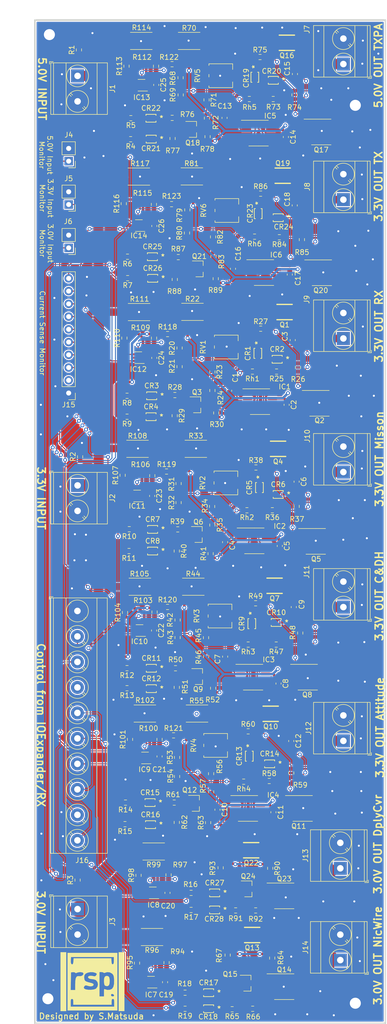
<source format=kicad_pcb>
(kicad_pcb (version 20171130) (host pcbnew "(5.1.8-0-10_14)")
  (title_block (title "rsp02_LoadSW_OCP_Circuit (w/Current Sense)") (date 2020-12-08) (rev v1.2) (comment 1 "Designed by Shougo Matsuda"))
  (layers (0 F.Cu signal) (31 B.Cu signal) (35 F.Paste user) (37 F.SilkS user) (38 B.Mask user) (39 F.Mask user) (44 Edge.Cuts user))
  (net 0 "")
  (net 1 "Net-(IC1-Pad3)")
  (net 2 GNDA)
  (net 3 "Net-(Q1-Pad4)")
  (net 4 "Net-(Q2-Pad4)")
  (net 5 "Net-(C1-Pad1)")
  (net 6 "Net-(C3-Pad2)")
  (net 7 "Net-(CR2-Pad2)")
  (net 8 "Net-(CR2-Pad1)")
  (net 9 "Net-(CR3-Pad1)")
  (net 10 "Net-(IC1-Pad5)")
  (net 11 /Power_Line_3_3V_RX)
  (net 12 Power_RX)
  (net 13 "Net-(C4-Pad1)")
  (net 14 /Power_Line_3_3V_M)
  (net 15 Power_Mission)
  (net 16 "Net-(C6-Pad2)")
  (net 17 "Net-(C7-Pad1)")
  (net 18 /Power_Line_3_3V_C)
  (net 19 "Net-(C9-Pad2)")
  (net 20 Power_C&DH)
  (net 21 "Net-(C10-Pad1)")
  (net 22 /Power_Line_3_3V_A)
  (net 23 "Net-(C12-Pad2)")
  (net 24 Power_Attitude)
  (net 25 "Net-(C13-Pad1)")
  (net 26 /Power_Line_5_0V_TXPA)
  (net 27 "Net-(C15-Pad2)")
  (net 28 Power_TX_PA)
  (net 29 "Net-(C16-Pad1)")
  (net 30 /Power_Line_3_3V_TX)
  (net 31 Power_TX)
  (net 32 "Net-(C18-Pad2)")
  (net 33 Power_IN_3_0V)
  (net 34 Power_IN_3_3V)
  (net 35 Power_IN_5_0V)
  (net 36 /LoadSW_OCP_RX/LSWE1)
  (net 37 /LoadSW_OCP_RX/LSWE2)
  (net 38 "Net-(CR6-Pad2)")
  (net 39 "Net-(CR6-Pad1)")
  (net 40 "Net-(CR7-Pad1)")
  (net 41 "/LoadSW_OCP_Mission OBC/LSWE1")
  (net 42 "/LoadSW_OCP_Mission OBC/LSWE2")
  (net 43 "Net-(CR10-Pad2)")
  (net 44 "Net-(CR10-Pad1)")
  (net 45 "/LoadSW_OCP_C&DH OBC/LSWE1")
  (net 46 "Net-(CR11-Pad1)")
  (net 47 "/LoadSW_OCP_C&DH OBC/LSWE2")
  (net 48 "Net-(CR14-Pad2)")
  (net 49 "Net-(CR14-Pad1)")
  (net 50 /LoadSW_OCP_Attitude/LSWE1)
  (net 51 "Net-(CR15-Pad1)")
  (net 52 /LoadSW_OCP_Attitude/LSWE2)
  (net 53 "Net-(CR17-Pad1)")
  (net 54 "/LoadSW_OCP_Nichrome Wire/LSWE1")
  (net 55 "/LoadSW_OCP_Nichrome Wire/LSWE2")
  (net 56 "Net-(CR20-Pad1)")
  (net 57 "Net-(CR20-Pad2)")
  (net 58 "/LoadSW_OCP_TX PA/LSWE1")
  (net 59 "Net-(CR21-Pad1)")
  (net 60 "/LoadSW_OCP_TX PA/LSWE2")
  (net 61 "Net-(CR24-Pad1)")
  (net 62 "Net-(CR24-Pad2)")
  (net 63 /LoadSW_OCP_TX/LSWE1)
  (net 64 "Net-(CR25-Pad1)")
  (net 65 /LoadSW_OCP_TX/LSWE2)
  (net 66 "Net-(CR27-Pad1)")
  (net 67 "/LoadSW_OCP_Deployment Cover/LSWE1")
  (net 68 "/LoadSW_OCP_Deployment Cover/LSWE2")
  (net 69 "Net-(IC1-Pad8)")
  (net 70 "Net-(IC1-Pad1)")
  (net 71 "Net-(IC2-Pad8)")
  (net 72 "Net-(IC2-Pad5)")
  (net 73 "Net-(IC2-Pad3)")
  (net 74 "Net-(IC2-Pad1)")
  (net 75 "Net-(IC3-Pad1)")
  (net 76 "Net-(IC3-Pad3)")
  (net 77 "Net-(IC3-Pad5)")
  (net 78 "Net-(IC3-Pad8)")
  (net 79 "Net-(IC4-Pad8)")
  (net 80 "Net-(IC4-Pad5)")
  (net 81 "Net-(IC4-Pad3)")
  (net 82 "Net-(IC4-Pad1)")
  (net 83 "Net-(IC5-Pad1)")
  (net 84 "Net-(IC5-Pad3)")
  (net 85 "Net-(IC5-Pad5)")
  (net 86 "Net-(IC5-Pad8)")
  (net 87 "Net-(IC6-Pad1)")
  (net 88 "Net-(IC6-Pad3)")
  (net 89 "Net-(IC6-Pad5)")
  (net 90 "Net-(IC6-Pad8)")
  (net 91 Imon_NicWire)
  (net 92 "Net-(IC7-Pad4)")
  (net 93 "Net-(IC7-Pad5)")
  (net 94 Imon_DplyCvr)
  (net 95 "Net-(IC8-Pad4)")
  (net 96 "Net-(IC8-Pad5)")
  (net 97 "Net-(IC9-Pad5)")
  (net 98 "Net-(IC9-Pad4)")
  (net 99 Imon_Attde)
  (net 100 Imon_CDH)
  (net 101 "Net-(IC10-Pad4)")
  (net 102 "Net-(IC10-Pad5)")
  (net 103 Imon_Mission)
  (net 104 "Net-(IC11-Pad4)")
  (net 105 "Net-(IC11-Pad5)")
  (net 106 "Net-(IC12-Pad5)")
  (net 107 "Net-(IC12-Pad4)")
  (net 108 Imon_TX)
  (net 109 "Net-(IC13-Pad5)")
  (net 110 "Net-(IC13-Pad4)")
  (net 111 Imon_TXPA)
  (net 112 "Net-(IC14-Pad5)")
  (net 113 "Net-(IC14-Pad4)")
  (net 114 Power_Mon_5_0V)
  (net 115 Power_Mon_3_3V)
  (net 116 Power_Mon_3_0V)
  (net 117 Power_DeploymentCover)
  (net 118 Power_NichromeWire)
  (net 119 "Net-(J15-Pad2)")
  (net 120 NWSWE_fromRX)
  (net 121 TXSWE_fromRX)
  (net 122 "Net-(J16-Pad4)")
  (net 123 NWSWE_fromIOE)
  (net 124 DCSWE_fromIOE)
  (net 125 ASWE_fromIOE)
  (net 126 MSWE_fromIOE)
  (net 127 TXSWE_fromIOE)
  (net 128 TPASWE_fromIOE)
  (net 129 "Net-(Q3-Pad1)")
  (net 130 "Net-(Q4-Pad4)")
  (net 131 "Net-(Q5-Pad4)")
  (net 132 "Net-(Q6-Pad1)")
  (net 133 "Net-(Q7-Pad4)")
  (net 134 "Net-(Q8-Pad4)")
  (net 135 "Net-(Q9-Pad1)")
  (net 136 "Net-(Q10-Pad4)")
  (net 137 "Net-(Q11-Pad4)")
  (net 138 "Net-(Q12-Pad1)")
  (net 139 /Power_Line_3_0V_NicWire)
  (net 140 "Net-(Q13-Pad4)")
  (net 141 "Net-(Q14-Pad4)")
  (net 142 "Net-(Q15-Pad1)")
  (net 143 "Net-(Q16-Pad4)")
  (net 144 "Net-(Q17-Pad4)")
  (net 145 "Net-(Q18-Pad1)")
  (net 146 "Net-(Q19-Pad4)")
  (net 147 "Net-(Q20-Pad4)")
  (net 148 "Net-(Q21-Pad1)")
  (net 149 /Power_Line_3_0V_DplyCvr)
  (net 150 "Net-(Q22-Pad4)")
  (net 151 "Net-(Q23-Pad4)")
  (net 152 "Net-(Q24-Pad1)")
  (net 153 "Net-(R23-Pad1)")
  (net 154 "Net-(R34-Pad1)")
  (net 155 "Net-(R45-Pad1)")
  (net 156 "Net-(R56-Pad1)")
  (net 157 "Net-(R71-Pad1)")
  (net 158 "Net-(R82-Pad1)")
  (net 159 "/LoadSW_OCP_TX PA/Power_Line")
  (net 160 /LoadSW_OCP_RX/Power_Line)
  (net 161 "/LoadSW_OCP_Mission OBC/Power_Line")
  (net 162 "/LoadSW_OCP_C&DH OBC/Power_Line")
  (net 163 /LoadSW_OCP_Attitude/Power_Line)
  (net 164 /LoadSW_OCP_TX/Power_Line)
  (net 165 Imon_RX)
  (net 166 "Net-(R5-Pad2)")
  (net 167 "Net-(R11-Pad2)")
  (net 168 "Net-(R15-Pad2)")
  (net 169 "Net-(R17-Pad2)")
  (net 170 "Net-(R118-Pad2)")
  (net 171 "Net-(R119-Pad2)")
  (net 172 "Net-(R120-Pad2)")
  (net 173 "Net-(R121-Pad2)")
  (net 174 "Net-(R122-Pad2)")
  (net 175 "Net-(R123-Pad2)")
  (module Resistor_SMD:R_0603_1608Metric (layer F.Cu) (at 87.3 66.7)
    (fp_text reference R123 (at 0 -1.6) (layer F.SilkS))
    (fp_text value 1k)
    (pad 2 smd roundrect (at 0.825 0) (size 0.8 0.95) (layers F.Cu F.Paste F.Mask) (net 175 "Net-(R123-Pad2)"))
    (pad 1 smd roundrect (at -0.825 0) (size 0.8 0.95) (layers F.Cu F.Paste F.Mask) (net 30 /Power_Line_3_3V_TX))
  )
  (module Resistor_SMD:R_0603_1608Metric (layer F.Cu) (at 87.4 38.8)
    (fp_text reference R122 (at -0.6 -1.4) (layer F.SilkS))
    (fp_text value 300)
    (pad 2 smd roundrect (at 0.825 0) (size 0.8 0.95) (layers F.Cu F.Paste F.Mask) (net 174 "Net-(R122-Pad2)"))
    (pad 1 smd roundrect (at -0.825 0) (size 0.8 0.95) (layers F.Cu F.Paste F.Mask) (net 26 /Power_Line_5_0V_TXPA))
  )
  (module Resistor_SMD:R_0603_1608Metric (layer F.Cu) (at 87.7 172.6)
    (fp_text reference R121 (at 0 -1.43) (layer F.SilkS))
    (fp_text value 1k)
    (pad 2 smd roundrect (at 0.825 0) (size 0.8 0.95) (layers F.Cu F.Paste F.Mask) (net 173 "Net-(R121-Pad2)"))
    (pad 1 smd roundrect (at -0.825 0) (size 0.8 0.95) (layers F.Cu F.Paste F.Mask) (net 22 /Power_Line_3_3V_A))
  )
  (module Resistor_SMD:R_0603_1608Metric (layer F.Cu) (at 86.5 147)
    (fp_text reference R120 (at 0 -1.43) (layer F.SilkS))
    (fp_text value 1k)
    (pad 2 smd roundrect (at 0.825 0) (size 0.8 0.95) (layers F.Cu F.Paste F.Mask) (net 172 "Net-(R120-Pad2)"))
    (pad 1 smd roundrect (at -0.825 0) (size 0.8 0.95) (layers F.Cu F.Paste F.Mask) (net 18 /Power_Line_3_3V_C))
  )
  (module Resistor_SMD:R_0603_1608Metric (layer F.Cu) (at 86.3 120)
    (fp_text reference R119 (at 0 -1.43) (layer F.SilkS))
    (fp_text value 1k)
    (pad 2 smd roundrect (at 0.825 0) (size 0.8 0.95) (layers F.Cu F.Paste F.Mask) (net 171 "Net-(R119-Pad2)"))
    (pad 1 smd roundrect (at -0.825 0) (size 0.8 0.95) (layers F.Cu F.Paste F.Mask) (net 14 /Power_Line_3_3V_M))
  )
  (module Resistor_SMD:R_0603_1608Metric (layer F.Cu) (at 86.5 92.6)
    (fp_text reference R118 (at 0 -1.43) (layer F.SilkS))
    (fp_text value 1k)
    (pad 2 smd roundrect (at 0.825 0) (size 0.8 0.95) (layers F.Cu F.Paste F.Mask) (net 170 "Net-(R118-Pad2)"))
    (pad 1 smd roundrect (at -0.825 0) (size 0.8 0.95) (layers F.Cu F.Paste F.Mask) (net 11 /Power_Line_3_3V_RX))
  )
  (module mypartsLib:rsp_logo_small (layer F.Cu) (at 71.5 221.7)
    (fp_text reference G*** hide)
    (fp_text value LOGO hide)
  )
  (module MountingHole:MountingHole_2.2mm_M2_ISO7380_Pad (layer F.Cu) (at 62.6 225.1)
    (fp_text reference REF4 hide)
    (fp_text value MountingHole_2.2mm_M2_ISO7380_Pad hide)
    (pad 1 thru_hole circle (at 0 0) (size 3.5 3.5) (drill 2.2) (layers *.Cu *.Mask) (net 2 GNDA))
  )
  (module MountingHole:MountingHole_2.2mm_M2_ISO7380_Pad (layer F.Cu) (at 124 226)
    (fp_text reference REF3 hide)
    (fp_text value MountingHole_2.2mm_M2_ISO7380_Pad hide)
    (pad 1 thru_hole circle (at 0 0) (size 3.5 3.5) (drill 2.2) (layers *.Cu *.Mask) (net 2 GNDA))
  )
  (module MountingHole:MountingHole_2.2mm_M2_ISO7380_Pad (layer F.Cu) (at 124 47)
    (fp_text reference REF2 hide)
    (fp_text value MountingHole_2.2mm_M2_ISO7380_Pad hide)
    (pad 1 thru_hole circle (at 0 0) (size 3.5 3.5) (drill 2.2) (layers *.Cu *.Mask) (net 2 GNDA))
  )
  (module MountingHole:MountingHole_2.2mm_M2_ISO7380_Pad (layer F.Cu) (at 62.9 32.9)
    (fp_text reference REF1 hide)
    (fp_text value MountingHole_2.2mm_M2_ISO7380_Pad hide)
    (pad 1 thru_hole circle (at 0 0) (size 3.5 3.5) (drill 2.2) (layers *.Cu *.Mask) (net 2 GNDA))
  )
  (module Connector_PinHeader_2.54mm:PinHeader_1x10_P2.54mm_Vertical (layer F.Cu) (at 66.75 104.358 180)
    (fp_text reference J15 (at 0 -2.33) (layer F.SilkS))
    (fp_text value Conn_01x10)
    (pad 10 thru_hole oval (at 0 22.86 180) (size 1.7 1.7) (drill 1) (layers *.Cu *.Mask) (net 111 Imon_TXPA))
    (pad 9 thru_hole oval (at 0 20.32 180) (size 1.7 1.7) (drill 1) (layers *.Cu *.Mask) (net 108 Imon_TX))
    (pad 8 thru_hole oval (at 0 17.78 180) (size 1.7 1.7) (drill 1) (layers *.Cu *.Mask) (net 165 Imon_RX))
    (pad 7 thru_hole oval (at 0 15.24 180) (size 1.7 1.7) (drill 1) (layers *.Cu *.Mask) (net 103 Imon_Mission))
    (pad 6 thru_hole oval (at 0 12.7 180) (size 1.7 1.7) (drill 1) (layers *.Cu *.Mask) (net 100 Imon_CDH))
    (pad 5 thru_hole oval (at 0 10.16 180) (size 1.7 1.7) (drill 1) (layers *.Cu *.Mask) (net 99 Imon_Attde))
    (pad 4 thru_hole oval (at 0 7.62 180) (size 1.7 1.7) (drill 1) (layers *.Cu *.Mask) (net 94 Imon_DplyCvr))
    (pad 3 thru_hole oval (at 0 5.08 180) (size 1.7 1.7) (drill 1) (layers *.Cu *.Mask) (net 91 Imon_NicWire))
    (pad 2 thru_hole oval (at 0 2.54 180) (size 1.7 1.7) (drill 1) (layers *.Cu *.Mask) (net 119 "Net-(J15-Pad2)"))
    (pad 1 thru_hole rect (at 0 0 180) (size 1.7 1.7) (drill 1) (layers *.Cu *.Mask) (net 2 GNDA))
  )
  (module mypartsLib:POWERPAK-1212-8 (layer F.Cu) (at 107.1 168.3)
    (fp_text reference Q10 (at 0 2.54) (layer F.SilkS))
    (fp_text value SISS23DN-T1-GE3 hide)
    (pad 9 smd rect (at 0.5575 0) (size 1.725 2.235) (layers F.Cu F.Paste F.Mask))
    (pad 8 smd rect (at 1.435 -0.99 90) (size 0.405 0.99) (layers F.Cu F.Paste F.Mask) (net 24 Power_Attitude))
    (pad 7 smd rect (at 1.435 -0.33 90) (size 0.405 0.99) (layers F.Cu F.Paste F.Mask) (net 24 Power_Attitude))
    (pad 6 smd rect (at 1.435 0.33 90) (size 0.405 0.99) (layers F.Cu F.Paste F.Mask) (net 24 Power_Attitude))
    (pad 5 smd rect (at 1.435 0.99 90) (size 0.405 0.99) (layers F.Cu F.Paste F.Mask) (net 24 Power_Attitude))
    (pad 4 smd rect (at -1.435 0.99 90) (size 0.405 0.99) (layers F.Cu F.Paste F.Mask) (net 136 "Net-(Q10-Pad4)"))
    (pad 3 smd rect (at -1.435 0.33 90) (size 0.405 0.99) (layers F.Cu F.Paste F.Mask) (net 163 /LoadSW_OCP_Attitude/Power_Line))
    (pad 2 smd rect (at -1.435 -0.33 90) (size 0.405 0.99) (layers F.Cu F.Paste F.Mask) (net 163 /LoadSW_OCP_Attitude/Power_Line))
    (pad 1 smd rect (at -1.435 -0.99 90) (size 0.405 0.99) (layers F.Cu F.Paste F.Mask) (net 163 /LoadSW_OCP_Attitude/Power_Line))
  )
  (module Connector_PinHeader_2.54mm:PinHeader_1x02_P2.54mm_Vertical (layer F.Cu) (at 66.75 75.415332 180)
    (fp_text reference J6 (at 0.1 5.265332) (layer F.SilkS))
    (fp_text value Conn_01x02)
    (pad 2 thru_hole oval (at 0 2.54 180) (size 1.7 1.7) (drill 1) (layers *.Cu *.Mask) (net 2 GNDA))
    (pad 1 thru_hole rect (at 0 0 180) (size 1.7 1.7) (drill 1) (layers *.Cu *.Mask) (net 116 Power_Mon_3_0V))
  )
  (module Connector_PinHeader_2.54mm:PinHeader_1x02_P2.54mm_Vertical (layer F.Cu) (at 66.75 66.772666 180)
    (fp_text reference J5 (at 0 5.172666) (layer F.SilkS))
    (fp_text value Conn_01x02)
    (pad 2 thru_hole oval (at 0 2.54 180) (size 1.7 1.7) (drill 1) (layers *.Cu *.Mask) (net 2 GNDA))
    (pad 1 thru_hole rect (at 0 0 180) (size 1.7 1.7) (drill 1) (layers *.Cu *.Mask) (net 115 Power_Mon_3_3V))
  )
  (module Connector_PinHeader_2.54mm:PinHeader_1x02_P2.54mm_Vertical (layer F.Cu) (at 66.75 58.13 180)
    (fp_text reference J4 (at -0.025 5.23) (layer F.SilkS))
    (fp_text value Conn_01x02)
    (pad 2 thru_hole oval (at 0 2.54 180) (size 1.7 1.7) (drill 1) (layers *.Cu *.Mask) (net 2 GNDA))
    (pad 1 thru_hole rect (at 0 0 180) (size 1.7 1.7) (drill 1) (layers *.Cu *.Mask) (net 114 Power_Mon_5_0V))
  )
  (module Potentiometer_SMD:Potentiometer_Bourns_3314G_Vertical (layer F.Cu) (at 98.15 122.275 90)
    (fp_text reference RV2 (at 0 -4.65 90) (layer F.SilkS))
    (fp_text value 200k)
    (pad 3 smd rect (at -1.15 -2.75 90) (size 1.3 1.3) (layers F.Cu F.Paste F.Mask) (net 154 "Net-(R34-Pad1)"))
    (pad 2 smd rect (at 0 2.75 90) (size 2 1.3) (layers F.Cu F.Paste F.Mask) (net 161 "/LoadSW_OCP_Mission OBC/Power_Line"))
    (pad 1 smd rect (at 1.15 -2.75 90) (size 1.3 1.3) (layers F.Cu F.Paste F.Mask) (net 161 "/LoadSW_OCP_Mission OBC/Power_Line"))
  )
  (module Potentiometer_SMD:Potentiometer_Bourns_3314G_Vertical (layer F.Cu) (at 98.23 95.182 90)
    (fp_text reference RV1 (at 0 -4.65 90) (layer F.SilkS))
    (fp_text value 200k)
    (pad 3 smd rect (at -1.15 -2.75 90) (size 1.3 1.3) (layers F.Cu F.Paste F.Mask) (net 153 "Net-(R23-Pad1)"))
    (pad 2 smd rect (at 0 2.75 90) (size 2 1.3) (layers F.Cu F.Paste F.Mask) (net 160 /LoadSW_OCP_RX/Power_Line))
    (pad 1 smd rect (at 1.15 -2.75 90) (size 1.3 1.3) (layers F.Cu F.Paste F.Mask) (net 160 /LoadSW_OCP_RX/Power_Line))
  )
  (module Resistor_SMD:R_0603_1608Metric (layer F.Cu) (at 103.45 100.075 180)
    (fp_text reference Rh1 (at 0 -1.43) (layer F.SilkS))
    (fp_text value 100k)
    (pad 2 smd roundrect (at 0.825 0 180) (size 0.8 0.95) (layers F.Cu F.Paste F.Mask) (net 1 "Net-(IC1-Pad3)"))
    (pad 1 smd roundrect (at -0.825 0 180) (size 0.8 0.95) (layers F.Cu F.Paste F.Mask) (net 7 "Net-(CR2-Pad2)"))
  )
  (module Resistor_SMD:R_0603_1608Metric (layer F.Cu) (at 78.41 104.902 180)
    (fp_text reference R8 (at 0 -1.43) (layer F.SilkS))
    (fp_text value 0)
    (pad 2 smd roundrect (at 0.825 0 180) (size 0.8 0.95) (layers F.Cu F.Paste F.Mask) (net 11 /Power_Line_3_3V_RX))
    (pad 1 smd roundrect (at -0.825 0 180) (size 0.8 0.95) (layers F.Cu F.Paste F.Mask) (net 36 /LoadSW_OCP_RX/LSWE1))
  )
  (module Resistor_SMD:R_0603_1608Metric (layer F.Cu) (at 78.525 81.45 180)
    (fp_text reference R7 (at 0 -1.43) (layer F.SilkS))
    (fp_text value 0)
    (pad 2 smd roundrect (at 0.825 0 180) (size 0.8 0.95) (layers F.Cu F.Paste F.Mask) (net 121 TXSWE_fromRX))
    (pad 1 smd roundrect (at -0.825 0 180) (size 0.8 0.95) (layers F.Cu F.Paste F.Mask) (net 65 /LoadSW_OCP_TX/LSWE2))
  )
  (module Resistor_SMD:R_0603_1608Metric (layer F.Cu) (at 78.5 77.175 180)
    (fp_text reference R6 (at 0 -1.43) (layer F.SilkS))
    (fp_text value 0)
    (pad 2 smd roundrect (at 0.825 0 180) (size 0.8 0.95) (layers F.Cu F.Paste F.Mask) (net 127 TXSWE_fromIOE))
    (pad 1 smd roundrect (at -0.825 0 180) (size 0.8 0.95) (layers F.Cu F.Paste F.Mask) (net 63 /LoadSW_OCP_TX/LSWE1))
  )
  (module Resistor_SMD:R_0603_1608Metric (layer F.Cu) (at 79.17 49.562 180)
    (fp_text reference R5 (at 0 -1.43) (layer F.SilkS))
    (fp_text value 0)
    (pad 2 smd roundrect (at 0.825 0 180) (size 0.8 0.95) (layers F.Cu F.Paste F.Mask) (net 166 "Net-(R5-Pad2)"))
    (pad 1 smd roundrect (at -0.825 0 180) (size 0.8 0.95) (layers F.Cu F.Paste F.Mask) (net 60 "/LoadSW_OCP_TX PA/LSWE2"))
  )
  (module Resistor_SMD:R_0603_1608Metric (layer F.Cu) (at 79.13 53.752 180)
    (fp_text reference R4 (at 0 -1.43) (layer F.SilkS))
    (fp_text value 0)
    (pad 2 smd roundrect (at 0.825 0 180) (size 0.8 0.95) (layers F.Cu F.Paste F.Mask) (net 128 TPASWE_fromIOE))
    (pad 1 smd roundrect (at -0.825 0 180) (size 0.8 0.95) (layers F.Cu F.Paste F.Mask) (net 58 "/LoadSW_OCP_TX PA/LSWE1"))
  )
  (module Resistor_SMD:R_0603_1608Metric (layer F.Cu) (at 68.528 201.449 90)
    (fp_text reference R3 (at 0 -1.43 90) (layer F.SilkS))
    (fp_text value 0)
    (pad 2 smd roundrect (at 0.825 0 90) (size 0.8 0.95) (layers F.Cu F.Paste F.Mask) (net 116 Power_Mon_3_0V))
    (pad 1 smd roundrect (at -0.825 0 90) (size 0.8 0.95) (layers F.Cu F.Paste F.Mask) (net 33 Power_IN_3_0V))
  )
  (module Resistor_SMD:R_0603_1608Metric (layer F.Cu) (at 69.036 117.058 90)
    (fp_text reference R2 (at 0 -1.43 90) (layer F.SilkS))
    (fp_text value 0)
    (pad 2 smd roundrect (at 0.825 0 90) (size 0.8 0.95) (layers F.Cu F.Paste F.Mask) (net 115 Power_Mon_3_3V))
    (pad 1 smd roundrect (at -0.825 0 90) (size 0.8 0.95) (layers F.Cu F.Paste F.Mask) (net 34 Power_IN_3_3V))
  )
  (module Resistor_SMD:R_0603_1608Metric (layer F.Cu) (at 68.8 35.952 90)
    (fp_text reference R1 (at 0 -1.43 90) (layer F.SilkS))
    (fp_text value 0)
    (pad 2 smd roundrect (at 0.825 0 90) (size 0.8 0.95) (layers F.Cu F.Paste F.Mask) (net 114 Power_Mon_5_0V))
    (pad 1 smd roundrect (at -0.825 0 90) (size 0.8 0.95) (layers F.Cu F.Paste F.Mask) (net 35 Power_IN_5_0V))
  )
  (module Package_TO_SOT_SMD:SOT-23 (layer F.Cu) (at 92.375 106.7)
    (fp_text reference Q3 (at 0 -2.5) (layer F.SilkS))
    (fp_text value BC848B)
    (pad 3 smd rect (at 1 0) (size 0.9 0.8) (layers F.Cu F.Paste F.Mask) (net 4 "Net-(Q2-Pad4)"))
    (pad 2 smd rect (at -1 0.95) (size 0.9 0.8) (layers F.Cu F.Paste F.Mask) (net 2 GNDA))
    (pad 1 smd rect (at -1 -0.95) (size 0.9 0.8) (layers F.Cu F.Paste F.Mask) (net 129 "Net-(Q3-Pad1)"))
  )
  (module Package_SO:SOIC-8_3.9x4.9mm_P1.27mm (layer F.Cu) (at 116.84 106.402)
    (fp_text reference Q2 (at 0.01 3.423) (layer F.SilkS))
    (fp_text value IRF7404)
    (pad 8 smd roundrect (at 2.475 -1.905) (size 1.95 0.6) (layers F.Cu F.Paste F.Mask) (net 8 "Net-(CR2-Pad1)"))
    (pad 7 smd roundrect (at 2.475 -0.635) (size 1.95 0.6) (layers F.Cu F.Paste F.Mask) (net 8 "Net-(CR2-Pad1)"))
    (pad 6 smd roundrect (at 2.475 0.635) (size 1.95 0.6) (layers F.Cu F.Paste F.Mask) (net 8 "Net-(CR2-Pad1)"))
    (pad 5 smd roundrect (at 2.475 1.905) (size 1.95 0.6) (layers F.Cu F.Paste F.Mask) (net 8 "Net-(CR2-Pad1)"))
    (pad 4 smd roundrect (at -2.475 1.905) (size 1.95 0.6) (layers F.Cu F.Paste F.Mask) (net 4 "Net-(Q2-Pad4)"))
    (pad 3 smd roundrect (at -2.475 0.635) (size 1.95 0.6) (layers F.Cu F.Paste F.Mask) (net 3 "Net-(Q1-Pad4)"))
    (pad 2 smd roundrect (at -2.475 -0.635) (size 1.95 0.6) (layers F.Cu F.Paste F.Mask) (net 3 "Net-(Q1-Pad4)"))
    (pad 1 smd roundrect (at -2.475 -1.905) (size 1.95 0.6) (layers F.Cu F.Paste F.Mask) (net 3 "Net-(Q1-Pad4)"))
  )
  (module mypartsLib:POWERPAK-1212-8 (layer F.Cu) (at 109.87 88.212)
    (fp_text reference Q1 (at 0 2.54) (layer F.SilkS))
    (fp_text value SISS23DN-T1-GE3 hide)
    (pad 9 smd rect (at 0.5575 0) (size 1.725 2.235) (layers F.Cu F.Paste F.Mask))
    (pad 8 smd rect (at 1.435 -0.99 90) (size 0.405 0.99) (layers F.Cu F.Paste F.Mask) (net 12 Power_RX))
    (pad 7 smd rect (at 1.435 -0.33 90) (size 0.405 0.99) (layers F.Cu F.Paste F.Mask) (net 12 Power_RX))
    (pad 6 smd rect (at 1.435 0.33 90) (size 0.405 0.99) (layers F.Cu F.Paste F.Mask) (net 12 Power_RX))
    (pad 5 smd rect (at 1.435 0.99 90) (size 0.405 0.99) (layers F.Cu F.Paste F.Mask) (net 12 Power_RX))
    (pad 4 smd rect (at -1.435 0.99 90) (size 0.405 0.99) (layers F.Cu F.Paste F.Mask) (net 3 "Net-(Q1-Pad4)"))
    (pad 3 smd rect (at -1.435 0.33 90) (size 0.405 0.99) (layers F.Cu F.Paste F.Mask) (net 160 /LoadSW_OCP_RX/Power_Line))
    (pad 2 smd rect (at -1.435 -0.33 90) (size 0.405 0.99) (layers F.Cu F.Paste F.Mask) (net 160 /LoadSW_OCP_RX/Power_Line))
    (pad 1 smd rect (at -1.435 -0.99 90) (size 0.405 0.99) (layers F.Cu F.Paste F.Mask) (net 160 /LoadSW_OCP_RX/Power_Line))
  )
  (module mypartsLib:1SS352_H3FT (layer F.Cu) (at 83.2 109.075 180)
    (fp_text reference CR4 (at 0 2) (layer F.SilkS))
    (fp_text value 1SS352_H3FT hide)
    (fp_text user * (at -2.080999 0) (layer F.SilkS))
    (fp_text user * (at -2.080999 0) (layer F.SilkS))
    (pad 2 smd rect (at 1.15 0 180) (size 1.099999 0.46) (layers F.Cu F.Paste F.Mask) (net 37 /LoadSW_OCP_RX/LSWE2))
    (pad 1 smd rect (at -1.15 0 180) (size 1.099999 0.46) (layers F.Cu F.Paste F.Mask) (net 9 "Net-(CR3-Pad1)"))
  )
  (module mypartsLib:1SS352_H3FT (layer F.Cu) (at 83.33 104.902 180)
    (fp_text reference CR3 (at 0 2) (layer F.SilkS))
    (fp_text value 1SS352_H3FT hide)
    (fp_text user * (at -2.080999 0) (layer F.SilkS))
    (fp_text user * (at -2.080999 0) (layer F.SilkS))
    (pad 2 smd rect (at 1.15 0 180) (size 1.099999 0.46) (layers F.Cu F.Paste F.Mask) (net 36 /LoadSW_OCP_RX/LSWE1))
    (pad 1 smd rect (at -1.15 0 180) (size 1.099999 0.46) (layers F.Cu F.Paste F.Mask) (net 9 "Net-(CR3-Pad1)"))
  )
  (module mypartsLib:1SS352_H3FT (layer F.Cu) (at 108.39 97.622 180)
    (fp_text reference CR2 (at 0 2) (layer F.SilkS))
    (fp_text value 1SS352_H3FT hide)
    (fp_text user * (at -2.080999 0) (layer F.SilkS))
    (fp_text user * (at -2.080999 0) (layer F.SilkS))
    (pad 2 smd rect (at 1.15 0 180) (size 1.099999 0.46) (layers F.Cu F.Paste F.Mask) (net 7 "Net-(CR2-Pad2)"))
    (pad 1 smd rect (at -1.15 0 180) (size 1.099999 0.46) (layers F.Cu F.Paste F.Mask) (net 8 "Net-(CR2-Pad1)"))
  )
  (module mypartsLib:1SS352_H3FT (layer F.Cu) (at 104.53 96.442 270)
    (fp_text reference CR1 (at 0 2 90) (layer F.SilkS))
    (fp_text value 1SS352_H3FT hide)
    (fp_text user * (at -2.080999 0 90) (layer F.SilkS))
    (fp_text user * (at -2.080999 0 90) (layer F.SilkS))
    (pad 2 smd rect (at 1.15 0 270) (size 1.099999 0.46) (layers F.Cu F.Paste F.Mask) (net 5 "Net-(C1-Pad1)"))
    (pad 1 smd rect (at -1.15 0 270) (size 1.099999 0.46) (layers F.Cu F.Paste F.Mask) (net 160 /LoadSW_OCP_RX/Power_Line))
  )
  (module Capacitor_SMD:C_0603_1608Metric (layer F.Cu) (at 111.5 93.8 270)
    (fp_text reference C3 (at -0.725 1.55 90) (layer F.SilkS))
    (fp_text value 0.1u)
    (pad 2 smd roundrect (at 0.775 0 270) (size 0.9 0.95) (layers F.Cu F.Paste F.Mask) (net 6 "Net-(C3-Pad2)"))
    (pad 1 smd roundrect (at -0.775 0 270) (size 0.9 0.95) (layers F.Cu F.Paste F.Mask) (net 12 Power_RX))
  )
  (module Capacitor_SMD:C_0603_1608Metric (layer F.Cu) (at 110.28 106.702 270)
    (fp_text reference C2 (at 0 -1.43 90) (layer F.SilkS))
    (fp_text value 0.1u)
    (pad 2 smd roundrect (at 0.775 0 270) (size 0.9 0.95) (layers F.Cu F.Paste F.Mask) (net 2 GNDA))
    (pad 1 smd roundrect (at -0.775 0 270) (size 0.9 0.95) (layers F.Cu F.Paste F.Mask) (net 11 /Power_Line_3_3V_RX))
  )
  (module Capacitor_SMD:C_0603_1608Metric (layer F.Cu) (at 98.8 103.9 270)
    (fp_text reference C1 (at -2.625 -1.225 90) (layer F.SilkS))
    (fp_text value 0.1u)
    (pad 2 smd roundrect (at 0.775 0 270) (size 0.9 0.95) (layers F.Cu F.Paste F.Mask) (net 2 GNDA))
    (pad 1 smd roundrect (at -0.775 0 270) (size 0.9 0.95) (layers F.Cu F.Paste F.Mask) (net 5 "Net-(C1-Pad1)"))
  )
  (module Capacitor_SMD:C_0603_1608Metric (layer F.Cu) (at 97.992 134.076 270)
    (fp_text reference C4 (at 0.625 -1.455 90) (layer F.SilkS))
    (fp_text value 0.1u)
    (pad 1 smd roundrect (at -0.775 0 270) (size 0.9 0.95) (layers F.Cu F.Paste F.Mask) (net 13 "Net-(C4-Pad1)"))
    (pad 2 smd roundrect (at 0.775 0 270) (size 0.9 0.95) (layers F.Cu F.Paste F.Mask) (net 2 GNDA))
  )
  (module Capacitor_SMD:C_0603_1608Metric (layer F.Cu) (at 108.914 134.838 270)
    (fp_text reference C5 (at 0 -1.43 90) (layer F.SilkS))
    (fp_text value 0.1u)
    (pad 2 smd roundrect (at 0.775 0 270) (size 0.9 0.95) (layers F.Cu F.Paste F.Mask) (net 2 GNDA))
    (pad 1 smd roundrect (at -0.775 0 270) (size 0.9 0.95) (layers F.Cu F.Paste F.Mask) (net 14 /Power_Line_3_3V_M))
  )
  (module Capacitor_SMD:C_0603_1608Metric (layer F.Cu) (at 112.275 122.025 270)
    (fp_text reference C6 (at 0 -1.43 90) (layer F.SilkS))
    (fp_text value 0.1u)
    (pad 1 smd roundrect (at -0.775 0 270) (size 0.9 0.95) (layers F.Cu F.Paste F.Mask) (net 15 Power_Mission))
    (pad 2 smd roundrect (at 0.775 0 270) (size 0.9 0.95) (layers F.Cu F.Paste F.Mask) (net 16 "Net-(C6-Pad2)"))
  )
  (module Capacitor_SMD:C_0603_1608Metric (layer F.Cu) (at 98 156.9 270)
    (fp_text reference C7 (at 0.5 1.5 90) (layer F.SilkS))
    (fp_text value 0.1u)
    (pad 2 smd roundrect (at 0.775 0 270) (size 0.9 0.95) (layers F.Cu F.Paste F.Mask) (net 2 GNDA))
    (pad 1 smd roundrect (at -0.775 0 270) (size 0.9 0.95) (layers F.Cu F.Paste F.Mask) (net 17 "Net-(C7-Pad1)"))
  )
  (module Capacitor_SMD:C_0603_1608Metric (layer F.Cu) (at 108.66 162.27 270)
    (fp_text reference C8 (at 0 -1.43 90) (layer F.SilkS))
    (fp_text value 0.1u)
    (pad 1 smd roundrect (at -0.775 0 270) (size 0.9 0.95) (layers F.Cu F.Paste F.Mask) (net 18 /Power_Line_3_3V_C))
    (pad 2 smd roundrect (at 0.775 0 270) (size 0.9 0.95) (layers F.Cu F.Paste F.Mask) (net 2 GNDA))
  )
  (module Capacitor_SMD:C_0603_1608Metric (layer F.Cu) (at 111.708 147.03 270)
    (fp_text reference C9 (at -0.53 -1.592 90) (layer F.SilkS))
    (fp_text value 0.1u)
    (pad 2 smd roundrect (at 0.775 0 270) (size 0.9 0.95) (layers F.Cu F.Paste F.Mask) (net 19 "Net-(C9-Pad2)"))
    (pad 1 smd roundrect (at -0.775 0 270) (size 0.9 0.95) (layers F.Cu F.Paste F.Mask) (net 20 Power_C&DH))
  )
  (module Capacitor_SMD:C_0603_1608Metric (layer F.Cu) (at 96.468 187.416 270)
    (fp_text reference C10 (at 0 -1.43 90) (layer F.SilkS))
    (fp_text value 0.1u)
    (pad 1 smd roundrect (at -0.775 0 270) (size 0.9 0.95) (layers F.Cu F.Paste F.Mask) (net 21 "Net-(C10-Pad1)"))
    (pad 2 smd roundrect (at 0.775 0 270) (size 0.9 0.95) (layers F.Cu F.Paste F.Mask) (net 2 GNDA))
  )
  (module Capacitor_SMD:C_0603_1608Metric (layer F.Cu) (at 107.644 187.924 270)
    (fp_text reference C11 (at 0 -1.43 90) (layer F.SilkS))
    (fp_text value 0.1u)
    (pad 1 smd roundrect (at -0.775 0 270) (size 0.9 0.95) (layers F.Cu F.Paste F.Mask) (net 22 /Power_Line_3_3V_A))
    (pad 2 smd roundrect (at 0.775 0 270) (size 0.9 0.95) (layers F.Cu F.Paste F.Mask) (net 2 GNDA))
  )
  (module Capacitor_SMD:C_0603_1608Metric (layer F.Cu) (at 111.2 173.725 270)
    (fp_text reference C12 (at 0 -1.43 90) (layer F.SilkS))
    (fp_text value 0.1u)
    (pad 2 smd roundrect (at 0.775 0 270) (size 0.9 0.95) (layers F.Cu F.Paste F.Mask) (net 23 "Net-(C12-Pad2)"))
    (pad 1 smd roundrect (at -0.775 0 270) (size 0.9 0.95) (layers F.Cu F.Paste F.Mask) (net 24 Power_Attitude))
  )
  (module Capacitor_SMD:C_0603_1608Metric (layer F.Cu) (at 97.88 49.502 270)
    (fp_text reference C13 (at -2.36 -0.04 180) (layer F.SilkS))
    (fp_text value 0.1u)
    (pad 2 smd roundrect (at 0.775 0 270) (size 0.9 0.95) (layers F.Cu F.Paste F.Mask) (net 2 GNDA))
    (pad 1 smd roundrect (at -0.775 0 270) (size 0.9 0.95) (layers F.Cu F.Paste F.Mask) (net 25 "Net-(C13-Pad1)"))
  )
  (module Capacitor_SMD:C_0603_1608Metric (layer F.Cu) (at 110.13 53.312 270)
    (fp_text reference C14 (at 0 -1.43 90) (layer F.SilkS))
    (fp_text value 0.1u)
    (pad 1 smd roundrect (at -0.775 0 270) (size 0.9 0.95) (layers F.Cu F.Paste F.Mask) (net 26 /Power_Line_5_0V_TXPA))
    (pad 2 smd roundrect (at 0.775 0 270) (size 0.9 0.95) (layers F.Cu F.Paste F.Mask) (net 2 GNDA))
  )
  (module Capacitor_SMD:C_0603_1608Metric (layer F.Cu) (at 111.94 40.762 270)
    (fp_text reference C15 (at -1.09 1.54 90) (layer F.SilkS))
    (fp_text value 0.1u)
    (pad 2 smd roundrect (at 0.775 0 270) (size 0.9 0.95) (layers F.Cu F.Paste F.Mask) (net 27 "Net-(C15-Pad2)"))
    (pad 1 smd roundrect (at -0.775 0 270) (size 0.9 0.95) (layers F.Cu F.Paste F.Mask) (net 28 Power_TX_PA))
  )
  (module Capacitor_SMD:C_0603_1608Metric (layer F.Cu) (at 99.57 79.582 270)
    (fp_text reference C16 (at -3.007 -1.03 90) (layer F.SilkS))
    (fp_text value 0.1u)
    (pad 2 smd roundrect (at 0.775 0 270) (size 0.9 0.95) (layers F.Cu F.Paste F.Mask) (net 2 GNDA))
    (pad 1 smd roundrect (at -0.775 0 270) (size 0.9 0.95) (layers F.Cu F.Paste F.Mask) (net 29 "Net-(C16-Pad1)"))
  )
  (module Capacitor_SMD:C_0603_1608Metric (layer F.Cu) (at 110.91 80.732 270)
    (fp_text reference C17 (at 0.768 -1.615 90) (layer F.SilkS))
    (fp_text value 0.1u)
    (pad 1 smd roundrect (at -0.775 0 270) (size 0.9 0.95) (layers F.Cu F.Paste F.Mask) (net 30 /Power_Line_3_3V_TX))
    (pad 2 smd roundrect (at 0.775 0 270) (size 0.9 0.95) (layers F.Cu F.Paste F.Mask) (net 2 GNDA))
  )
  (module Capacitor_SMD:C_0603_1608Metric (layer F.Cu) (at 111.9 66.952 270)
    (fp_text reference C18 (at -1.202 1.5 90) (layer F.SilkS))
    (fp_text value 0.1u)
    (pad 1 smd roundrect (at -0.775 0 270) (size 0.9 0.95) (layers F.Cu F.Paste F.Mask) (net 31 Power_TX))
    (pad 2 smd roundrect (at 0.775 0 270) (size 0.9 0.95) (layers F.Cu F.Paste F.Mask) (net 32 "Net-(C18-Pad2)"))
  )
  (module Capacitor_SMD:C_0603_1608Metric (layer F.Cu) (at 86 221.8 270)
    (fp_text reference C19 (at 2.5 -0.2 180) (layer F.SilkS))
    (fp_text value 0.1u)
    (pad 1 smd roundrect (at -0.775 0 270) (size 0.9 0.95) (layers F.Cu F.Paste F.Mask) (net 33 Power_IN_3_0V))
    (pad 2 smd roundrect (at 0.775 0 270) (size 0.9 0.95) (layers F.Cu F.Paste F.Mask) (net 2 GNDA))
  )
  (module Capacitor_SMD:C_0603_1608Metric (layer F.Cu) (at 86.484 203.992 270)
    (fp_text reference C20 (at 2.608 -0.116 180) (layer F.SilkS))
    (fp_text value 0.1u)
    (pad 2 smd roundrect (at 0.775 0 270) (size 0.9 0.95) (layers F.Cu F.Paste F.Mask) (net 2 GNDA))
    (pad 1 smd roundrect (at -0.775 0 270) (size 0.9 0.95) (layers F.Cu F.Paste F.Mask) (net 33 Power_IN_3_0V))
  )
  (module Capacitor_SMD:C_0603_1608Metric (layer F.Cu) (at 84.9 176.8 270)
    (fp_text reference C21 (at 2.6 0 180) (layer F.SilkS))
    (fp_text value 0.1u)
    (pad 1 smd roundrect (at -0.775 0 270) (size 0.9 0.95) (layers F.Cu F.Paste F.Mask) (net 34 Power_IN_3_3V))
    (pad 2 smd roundrect (at 0.775 0 270) (size 0.9 0.95) (layers F.Cu F.Paste F.Mask) (net 2 GNDA))
  )
  (module Capacitor_SMD:C_0603_1608Metric (layer F.Cu) (at 83.8 151.7 270)
    (fp_text reference C22 (at 0 -1.43 90) (layer F.SilkS))
    (fp_text value 0.1u)
    (pad 2 smd roundrect (at 0.775 0 270) (size 0.9 0.95) (layers F.Cu F.Paste F.Mask) (net 2 GNDA))
    (pad 1 smd roundrect (at -0.775 0 270) (size 0.9 0.95) (layers F.Cu F.Paste F.Mask) (net 34 Power_IN_3_3V))
  )
  (module Capacitor_SMD:C_0603_1608Metric (layer F.Cu) (at 83.418 124.87 270)
    (fp_text reference C23 (at 0 -1.43 90) (layer F.SilkS))
    (fp_text value 0.1u)
    (pad 1 smd roundrect (at -0.775 0 270) (size 0.9 0.95) (layers F.Cu F.Paste F.Mask) (net 34 Power_IN_3_3V))
    (pad 2 smd roundrect (at 0.775 0 270) (size 0.9 0.95) (layers F.Cu F.Paste F.Mask) (net 2 GNDA))
  )
  (module Capacitor_SMD:C_0603_1608Metric (layer F.Cu) (at 83.85 97.35 270)
    (fp_text reference C24 (at 0 -1.43 90) (layer F.SilkS))
    (fp_text value 0.1u)
    (pad 2 smd roundrect (at 0.775 0 270) (size 0.9 0.95) (layers F.Cu F.Paste F.Mask) (net 2 GNDA))
    (pad 1 smd roundrect (at -0.775 0 270) (size 0.9 0.95) (layers F.Cu F.Paste F.Mask) (net 34 Power_IN_3_3V))
  )
  (module Capacitor_SMD:C_0603_1608Metric (layer F.Cu) (at 84.24 42.932 270)
    (fp_text reference C25 (at 0 -1.43 90) (layer F.SilkS))
    (fp_text value 0.1u)
    (pad 1 smd roundrect (at -0.775 0 270) (size 0.9 0.95) (layers F.Cu F.Paste F.Mask) (net 35 Power_IN_5_0V))
    (pad 2 smd roundrect (at 0.775 0 270) (size 0.9 0.95) (layers F.Cu F.Paste F.Mask) (net 2 GNDA))
  )
  (module Capacitor_SMD:C_0603_1608Metric (layer F.Cu) (at 83.86 71.052 270)
    (fp_text reference C26 (at 0 -1.43 90) (layer F.SilkS))
    (fp_text value 0.1u)
    (pad 2 smd roundrect (at 0.775 0 270) (size 0.9 0.95) (layers F.Cu F.Paste F.Mask) (net 2 GNDA))
    (pad 1 smd roundrect (at -0.775 0 270) (size 0.9 0.95) (layers F.Cu F.Paste F.Mask) (net 34 Power_IN_3_3V))
  )
  (module mypartsLib:1SS352_H3FT (layer F.Cu) (at 104.85 123.2 270)
    (fp_text reference CR5 (at 0 2 90) (layer F.SilkS))
    (fp_text value 1SS352_H3FT hide)
    (fp_text user * (at -2.080999 0 90) (layer F.SilkS))
    (fp_text user * (at -2.080999 0 90) (layer F.SilkS))
    (pad 1 smd rect (at -1.15 0 270) (size 1.099999 0.46) (layers F.Cu F.Paste F.Mask) (net 161 "/LoadSW_OCP_Mission OBC/Power_Line"))
    (pad 2 smd rect (at 1.15 0 270) (size 1.099999 0.46) (layers F.Cu F.Paste F.Mask) (net 13 "Net-(C4-Pad1)"))
  )
  (module mypartsLib:1SS352_H3FT (layer F.Cu) (at 108.6 124.575 180)
    (fp_text reference CR6 (at 0 2) (layer F.SilkS))
    (fp_text value 1SS352_H3FT hide)
    (fp_text user * (at -2.080999 0) (layer F.SilkS))
    (fp_text user * (at -2.080999 0) (layer F.SilkS))
    (pad 2 smd rect (at 1.15 0 180) (size 1.099999 0.46) (layers F.Cu F.Paste F.Mask) (net 38 "Net-(CR6-Pad2)"))
    (pad 1 smd rect (at -1.15 0 180) (size 1.099999 0.46) (layers F.Cu F.Paste F.Mask) (net 39 "Net-(CR6-Pad1)"))
  )
  (module mypartsLib:1SS352_H3FT (layer F.Cu) (at 83.514 131.536 180)
    (fp_text reference CR7 (at 0 2) (layer F.SilkS))
    (fp_text value 1SS352_H3FT hide)
    (fp_text user * (at -2.080999 0) (layer F.SilkS))
    (fp_text user * (at -2.080999 0) (layer F.SilkS))
    (pad 1 smd rect (at -1.15 0 180) (size 1.099999 0.46) (layers F.Cu F.Paste F.Mask) (net 40 "Net-(CR7-Pad1)"))
    (pad 2 smd rect (at 1.15 0 180) (size 1.099999 0.46) (layers F.Cu F.Paste F.Mask) (net 41 "/LoadSW_OCP_Mission OBC/LSWE1"))
  )
  (module mypartsLib:1SS352_H3FT (layer F.Cu) (at 83.514 135.854 180)
    (fp_text reference CR8 (at 0 2) (layer F.SilkS))
    (fp_text value 1SS352_H3FT hide)
    (fp_text user * (at -2.080999 0) (layer F.SilkS))
    (fp_text user * (at -2.080999 0) (layer F.SilkS))
    (pad 1 smd rect (at -1.15 0 180) (size 1.099999 0.46) (layers F.Cu F.Paste F.Mask) (net 40 "Net-(CR7-Pad1)"))
    (pad 2 smd rect (at 1.15 0 180) (size 1.099999 0.46) (layers F.Cu F.Paste F.Mask) (net 42 "/LoadSW_OCP_Mission OBC/LSWE2"))
  )
  (module mypartsLib:1SS352_H3FT (layer F.Cu) (at 103.326 150.332 270)
    (fp_text reference CR9 (at 0 2 90) (layer F.SilkS))
    (fp_text value 1SS352_H3FT hide)
    (fp_text user * (at -2.080999 0 90) (layer F.SilkS))
    (fp_text user * (at -2.080999 0 90) (layer F.SilkS))
    (pad 1 smd rect (at -1.15 0 270) (size 1.099999 0.46) (layers F.Cu F.Paste F.Mask) (net 162 "/LoadSW_OCP_C&DH OBC/Power_Line"))
    (pad 2 smd rect (at 1.15 0 270) (size 1.099999 0.46) (layers F.Cu F.Paste F.Mask) (net 17 "Net-(C7-Pad1)"))
  )
  (module mypartsLib:1SS352_H3FT (layer F.Cu) (at 108.2 150.1 180)
    (fp_text reference CR10 (at 0 2) (layer F.SilkS))
    (fp_text value 1SS352_H3FT hide)
    (fp_text user * (at -2.080999 0) (layer F.SilkS))
    (fp_text user * (at -2.080999 0) (layer F.SilkS))
    (pad 2 smd rect (at 1.15 0 180) (size 1.099999 0.46) (layers F.Cu F.Paste F.Mask) (net 43 "Net-(CR10-Pad2)"))
    (pad 1 smd rect (at -1.15 0 180) (size 1.099999 0.46) (layers F.Cu F.Paste F.Mask) (net 44 "Net-(CR10-Pad1)"))
  )
  (module mypartsLib:1SS352_H3FT (layer F.Cu) (at 83.26 159.222 180)
    (fp_text reference CR11 (at 0 2) (layer F.SilkS))
    (fp_text value 1SS352_H3FT hide)
    (fp_text user * (at -2.080999 0) (layer F.SilkS))
    (fp_text user * (at -2.080999 0) (layer F.SilkS))
    (pad 2 smd rect (at 1.15 0 180) (size 1.099999 0.46) (layers F.Cu F.Paste F.Mask) (net 45 "/LoadSW_OCP_C&DH OBC/LSWE1"))
    (pad 1 smd rect (at -1.15 0 180) (size 1.099999 0.46) (layers F.Cu F.Paste F.Mask) (net 46 "Net-(CR11-Pad1)"))
  )
  (module mypartsLib:1SS352_H3FT (layer F.Cu) (at 83.26 163.286 180)
    (fp_text reference CR12 (at 0 2) (layer F.SilkS))
    (fp_text value 1SS352_H3FT hide)
    (fp_text user * (at -2.080999 0) (layer F.SilkS))
    (fp_text user * (at -2.080999 0) (layer F.SilkS))
    (pad 1 smd rect (at -1.15 0 180) (size 1.099999 0.46) (layers F.Cu F.Paste F.Mask) (net 46 "Net-(CR11-Pad1)"))
    (pad 2 smd rect (at 1.15 0 180) (size 1.099999 0.46) (layers F.Cu F.Paste F.Mask) (net 47 "/LoadSW_OCP_C&DH OBC/LSWE2"))
  )
  (module mypartsLib:1SS352_H3FT (layer F.Cu) (at 102.818 176.748 270)
    (fp_text reference CR13 (at 0 2 90) (layer F.SilkS))
    (fp_text value 1SS352_H3FT hide)
    (fp_text user * (at -2.080999 0 90) (layer F.SilkS))
    (fp_text user * (at -2.080999 0 90) (layer F.SilkS))
    (pad 1 smd rect (at -1.15 0 270) (size 1.099999 0.46) (layers F.Cu F.Paste F.Mask) (net 163 /LoadSW_OCP_Attitude/Power_Line))
    (pad 2 smd rect (at 1.15 0 270) (size 1.099999 0.46) (layers F.Cu F.Paste F.Mask) (net 21 "Net-(C10-Pad1)"))
  )
  (module mypartsLib:1SS352_H3FT (layer F.Cu) (at 106.882 178.272 180)
    (fp_text reference CR14 (at 0 2) (layer F.SilkS))
    (fp_text value 1SS352_H3FT hide)
    (fp_text user * (at -2.080999 0) (layer F.SilkS))
    (fp_text user * (at -2.080999 0) (layer F.SilkS))
    (pad 2 smd rect (at 1.15 0 180) (size 1.099999 0.46) (layers F.Cu F.Paste F.Mask) (net 48 "Net-(CR14-Pad2)"))
    (pad 1 smd rect (at -1.15 0 180) (size 1.099999 0.46) (layers F.Cu F.Paste F.Mask) (net 49 "Net-(CR14-Pad1)"))
  )
  (module mypartsLib:1SS352_H3FT (layer F.Cu) (at 83 186 180)
    (fp_text reference CR15 (at 0 2) (layer F.SilkS))
    (fp_text value 1SS352_H3FT hide)
    (fp_text user * (at -2.080999 0) (layer F.SilkS))
    (fp_text user * (at -2.080999 0) (layer F.SilkS))
    (pad 2 smd rect (at 1.15 0 180) (size 1.099999 0.46) (layers F.Cu F.Paste F.Mask) (net 50 /LoadSW_OCP_Attitude/LSWE1))
    (pad 1 smd rect (at -1.15 0 180) (size 1.099999 0.46) (layers F.Cu F.Paste F.Mask) (net 51 "Net-(CR15-Pad1)"))
  )
  (module mypartsLib:1SS352_H3FT (layer F.Cu) (at 83.1 190.4 180)
    (fp_text reference CR16 (at 0 2) (layer F.SilkS))
    (fp_text value 1SS352_H3FT hide)
    (fp_text user * (at -2.080999 0) (layer F.SilkS))
    (fp_text user * (at -2.080999 0) (layer F.SilkS))
    (pad 2 smd rect (at 1.15 0 180) (size 1.099999 0.46) (layers F.Cu F.Paste F.Mask) (net 52 /LoadSW_OCP_Attitude/LSWE2))
    (pad 1 smd rect (at -1.15 0 180) (size 1.099999 0.46) (layers F.Cu F.Paste F.Mask) (net 51 "Net-(CR15-Pad1)"))
  )
  (module mypartsLib:1SS352_H3FT (layer F.Cu) (at 94.7 223.9 180)
    (fp_text reference CR17 (at 0 2) (layer F.SilkS))
    (fp_text value 1SS352_H3FT hide)
    (fp_text user * (at -2.080999 0) (layer F.SilkS))
    (fp_text user * (at -2.080999 0) (layer F.SilkS))
    (pad 1 smd rect (at -1.15 0 180) (size 1.099999 0.46) (layers F.Cu F.Paste F.Mask) (net 53 "Net-(CR17-Pad1)"))
    (pad 2 smd rect (at 1.15 0 180) (size 1.099999 0.46) (layers F.Cu F.Paste F.Mask) (net 54 "/LoadSW_OCP_Nichrome Wire/LSWE1"))
  )
  (module mypartsLib:1SS352_H3FT (layer F.Cu) (at 94.7 227.1 180)
    (fp_text reference CR18 (at 0.1 -1.6) (layer F.SilkS))
    (fp_text value 1SS352_H3FT hide)
    (fp_text user * (at -2.080999 0) (layer F.SilkS))
    (fp_text user * (at -2.080999 0) (layer F.SilkS))
    (pad 2 smd rect (at 1.15 0 180) (size 1.099999 0.46) (layers F.Cu F.Paste F.Mask) (net 55 "/LoadSW_OCP_Nichrome Wire/LSWE2"))
    (pad 1 smd rect (at -1.15 0 180) (size 1.099999 0.46) (layers F.Cu F.Paste F.Mask) (net 53 "Net-(CR17-Pad1)"))
  )
  (module mypartsLib:1SS352_H3FT (layer F.Cu) (at 103.93 41.402 270)
    (fp_text reference CR19 (at 0.173 1.73 90) (layer F.SilkS))
    (fp_text value 1SS352_H3FT hide)
    (fp_text user * (at -2.080999 0 90) (layer F.SilkS))
    (fp_text user * (at -2.080999 0 90) (layer F.SilkS))
    (pad 2 smd rect (at 1.15 0 270) (size 1.099999 0.46) (layers F.Cu F.Paste F.Mask) (net 25 "Net-(C13-Pad1)"))
    (pad 1 smd rect (at -1.15 0 270) (size 1.099999 0.46) (layers F.Cu F.Paste F.Mask) (net 159 "/LoadSW_OCP_TX PA/Power_Line"))
  )
  (module mypartsLib:1SS352_H3FT (layer F.Cu) (at 107.62 42.012 180)
    (fp_text reference CR20 (at 0.34 1.83) (layer F.SilkS))
    (fp_text value 1SS352_H3FT hide)
    (fp_text user * (at -2.080999 0) (layer F.SilkS))
    (fp_text user * (at -2.080999 0) (layer F.SilkS))
    (pad 1 smd rect (at -1.15 0 180) (size 1.099999 0.46) (layers F.Cu F.Paste F.Mask) (net 56 "Net-(CR20-Pad1)"))
    (pad 2 smd rect (at 1.15 0 180) (size 1.099999 0.46) (layers F.Cu F.Paste F.Mask) (net 57 "Net-(CR20-Pad2)"))
  )
  (module mypartsLib:1SS352_H3FT (layer F.Cu) (at 83.23 53.732 180)
    (fp_text reference CR21 (at 0.04 -1.87) (layer F.SilkS))
    (fp_text value 1SS352_H3FT hide)
    (fp_text user * (at -2.080999 0) (layer F.SilkS))
    (fp_text user * (at -2.080999 0) (layer F.SilkS))
    (pad 2 smd rect (at 1.15 0 180) (size 1.099999 0.46) (layers F.Cu F.Paste F.Mask) (net 58 "/LoadSW_OCP_TX PA/LSWE1"))
    (pad 1 smd rect (at -1.15 0 180) (size 1.099999 0.46) (layers F.Cu F.Paste F.Mask) (net 59 "Net-(CR21-Pad1)"))
  )
  (module mypartsLib:1SS352_H3FT (layer F.Cu) (at 83.19 49.572 180)
    (fp_text reference CR22 (at 0 2) (layer F.SilkS))
    (fp_text value 1SS352_H3FT hide)
    (fp_text user * (at -2.080999 0) (layer F.SilkS))
    (fp_text user * (at -2.080999 0) (layer F.SilkS))
    (pad 1 smd rect (at -1.15 0 180) (size 1.099999 0.46) (layers F.Cu F.Paste F.Mask) (net 59 "Net-(CR21-Pad1)"))
    (pad 2 smd rect (at 1.15 0 180) (size 1.099999 0.46) (layers F.Cu F.Paste F.Mask) (net 60 "/LoadSW_OCP_TX PA/LSWE2"))
  )
  (module mypartsLib:1SS352_H3FT (layer F.Cu) (at 104.6 68.592 270)
    (fp_text reference CR23 (at -0.042 1.61 90) (layer F.SilkS))
    (fp_text value 1SS352_H3FT hide)
    (fp_text user * (at -2.080999 0 90) (layer F.SilkS))
    (fp_text user * (at -2.080999 0 90) (layer F.SilkS))
    (pad 2 smd rect (at 1.15 0 270) (size 1.099999 0.46) (layers F.Cu F.Paste F.Mask) (net 29 "Net-(C16-Pad1)"))
    (pad 1 smd rect (at -1.15 0 270) (size 1.099999 0.46) (layers F.Cu F.Paste F.Mask) (net 164 /LoadSW_OCP_TX/Power_Line))
  )
  (module mypartsLib:1SS352_H3FT (layer F.Cu) (at 108.6 69.4 180)
    (fp_text reference CR24 (at -1.075 -1.825) (layer F.SilkS))
    (fp_text value 1SS352_H3FT hide)
    (fp_text user * (at -2.080999 0) (layer F.SilkS))
    (fp_text user * (at -2.080999 0) (layer F.SilkS))
    (pad 1 smd rect (at -1.15 0 180) (size 1.099999 0.46) (layers F.Cu F.Paste F.Mask) (net 61 "Net-(CR24-Pad1)"))
    (pad 2 smd rect (at 1.15 0 180) (size 1.099999 0.46) (layers F.Cu F.Paste F.Mask) (net 62 "Net-(CR24-Pad2)"))
  )
  (module mypartsLib:1SS352_H3FT (layer F.Cu) (at 83.475 77.175 180)
    (fp_text reference CR25 (at 0 2) (layer F.SilkS))
    (fp_text value 1SS352_H3FT hide)
    (fp_text user * (at -2.080999 0) (layer F.SilkS))
    (fp_text user * (at -2.080999 0) (layer F.SilkS))
    (pad 2 smd rect (at 1.15 0 180) (size 1.099999 0.46) (layers F.Cu F.Paste F.Mask) (net 63 /LoadSW_OCP_TX/LSWE1))
    (pad 1 smd rect (at -1.15 0 180) (size 1.099999 0.46) (layers F.Cu F.Paste F.Mask) (net 64 "Net-(CR25-Pad1)"))
  )
  (module mypartsLib:1SS352_H3FT (layer F.Cu) (at 83.53 81.482 180)
    (fp_text reference CR26 (at 0 2) (layer F.SilkS))
    (fp_text value 1SS352_H3FT hide)
    (fp_text user * (at -2.080999 0) (layer F.SilkS))
    (fp_text user * (at -2.080999 0) (layer F.SilkS))
    (pad 1 smd rect (at -1.15 0 180) (size 1.099999 0.46) (layers F.Cu F.Paste F.Mask) (net 64 "Net-(CR25-Pad1)"))
    (pad 2 smd rect (at 1.15 0 180) (size 1.099999 0.46) (layers F.Cu F.Paste F.Mask) (net 65 /LoadSW_OCP_TX/LSWE2))
  )
  (module mypartsLib:1SS352_H3FT (layer F.Cu) (at 95.9 204 180)
    (fp_text reference CR27 (at 0 2) (layer F.SilkS))
    (fp_text value 1SS352_H3FT hide)
    (fp_text user * (at -2.080999 0) (layer F.SilkS))
    (fp_text user * (at -2.080999 0) (layer F.SilkS))
    (pad 1 smd rect (at -1.15 0 180) (size 1.099999 0.46) (layers F.Cu F.Paste F.Mask) (net 66 "Net-(CR27-Pad1)"))
    (pad 2 smd rect (at 1.15 0 180) (size 1.099999 0.46) (layers F.Cu F.Paste F.Mask) (net 67 "/LoadSW_OCP_Deployment Cover/LSWE1"))
  )
  (module mypartsLib:1SS352_H3FT (layer F.Cu) (at 95.9 207.4 180)
    (fp_text reference CR28 (at 0.1 -1.8) (layer F.SilkS))
    (fp_text value 1SS352_H3FT hide)
    (fp_text user * (at -2.080999 0) (layer F.SilkS))
    (fp_text user * (at -2.080999 0) (layer F.SilkS))
    (pad 2 smd rect (at 1.15 0 180) (size 1.099999 0.46) (layers F.Cu F.Paste F.Mask) (net 68 "/LoadSW_OCP_Deployment Cover/LSWE2"))
    (pad 1 smd rect (at -1.15 0 180) (size 1.099999 0.46) (layers F.Cu F.Paste F.Mask) (net 66 "Net-(CR27-Pad1)"))
  )
  (module Package_TO_SOT_SMD:SOT-363_SC-70-6 (layer F.Cu) (at 83.2 221.8 180)
    (fp_text reference IC7 (at 0 -2.5) (layer F.SilkS))
    (fp_text value INA199A1DCKT_v2)
    (pad 6 smd rect (at 0.95 -0.65 180) (size 0.65 0.4) (layers F.Cu F.Paste F.Mask) (net 91 Imon_NicWire))
    (pad 4 smd rect (at 0.95 0.65 180) (size 0.65 0.4) (layers F.Cu F.Paste F.Mask) (net 92 "Net-(IC7-Pad4)"))
    (pad 2 smd rect (at -0.95 0 180) (size 0.65 0.4) (layers F.Cu F.Paste F.Mask) (net 2 GNDA))
    (pad 5 smd rect (at 0.95 0 180) (size 0.65 0.4) (layers F.Cu F.Paste F.Mask) (net 93 "Net-(IC7-Pad5)"))
    (pad 3 smd rect (at -0.95 0.65 180) (size 0.65 0.4) (layers F.Cu F.Paste F.Mask) (net 33 Power_IN_3_0V))
    (pad 1 smd rect (at -0.95 -0.65 180) (size 0.65 0.4) (layers F.Cu F.Paste F.Mask) (net 2 GNDA))
  )
  (module Package_TO_SOT_SMD:SOT-363_SC-70-6 (layer F.Cu) (at 83.554 203.992 180)
    (fp_text reference IC8 (at -0.146 -2.408) (layer F.SilkS))
    (fp_text value INA199A1DCKT_v2)
    (pad 6 smd rect (at 0.95 -0.65 180) (size 0.65 0.4) (layers F.Cu F.Paste F.Mask) (net 94 Imon_DplyCvr))
    (pad 4 smd rect (at 0.95 0.65 180) (size 0.65 0.4) (layers F.Cu F.Paste F.Mask) (net 95 "Net-(IC8-Pad4)"))
    (pad 2 smd rect (at -0.95 0 180) (size 0.65 0.4) (layers F.Cu F.Paste F.Mask) (net 2 GNDA))
    (pad 5 smd rect (at 0.95 0 180) (size 0.65 0.4) (layers F.Cu F.Paste F.Mask) (net 96 "Net-(IC8-Pad5)"))
    (pad 3 smd rect (at -0.95 0.65 180) (size 0.65 0.4) (layers F.Cu F.Paste F.Mask) (net 33 Power_IN_3_0V))
    (pad 1 smd rect (at -0.95 -0.65 180) (size 0.65 0.4) (layers F.Cu F.Paste F.Mask) (net 2 GNDA))
  )
  (module Package_TO_SOT_SMD:SOT-363_SC-70-6 (layer F.Cu) (at 82 177.1 180)
    (fp_text reference IC9 (at 0.1 -2.3) (layer F.SilkS))
    (fp_text value INA199A1DCKT_v2)
    (pad 1 smd rect (at -0.95 -0.65 180) (size 0.65 0.4) (layers F.Cu F.Paste F.Mask) (net 2 GNDA))
    (pad 3 smd rect (at -0.95 0.65 180) (size 0.65 0.4) (layers F.Cu F.Paste F.Mask) (net 34 Power_IN_3_3V))
    (pad 5 smd rect (at 0.95 0 180) (size 0.65 0.4) (layers F.Cu F.Paste F.Mask) (net 97 "Net-(IC9-Pad5)"))
    (pad 2 smd rect (at -0.95 0 180) (size 0.65 0.4) (layers F.Cu F.Paste F.Mask) (net 2 GNDA))
    (pad 4 smd rect (at 0.95 0.65 180) (size 0.65 0.4) (layers F.Cu F.Paste F.Mask) (net 98 "Net-(IC9-Pad4)"))
    (pad 6 smd rect (at 0.95 -0.65 180) (size 0.65 0.4) (layers F.Cu F.Paste F.Mask) (net 99 Imon_Attde))
  )
  (module Package_TO_SOT_SMD:SOT-363_SC-70-6 (layer F.Cu) (at 80.9 151.7 180)
    (fp_text reference IC10 (at 0 -2.18) (layer F.SilkS))
    (fp_text value INA199A1DCKT_v2)
    (pad 6 smd rect (at 0.95 -0.65 180) (size 0.65 0.4) (layers F.Cu F.Paste F.Mask) (net 100 Imon_CDH))
    (pad 4 smd rect (at 0.95 0.65 180) (size 0.65 0.4) (layers F.Cu F.Paste F.Mask) (net 101 "Net-(IC10-Pad4)"))
    (pad 2 smd rect (at -0.95 0 180) (size 0.65 0.4) (layers F.Cu F.Paste F.Mask) (net 2 GNDA))
    (pad 5 smd rect (at 0.95 0 180) (size 0.65 0.4) (layers F.Cu F.Paste F.Mask) (net 102 "Net-(IC10-Pad5)"))
    (pad 3 smd rect (at -0.95 0.65 180) (size 0.65 0.4) (layers F.Cu F.Paste F.Mask) (net 34 Power_IN_3_3V))
    (pad 1 smd rect (at -0.95 -0.65 180) (size 0.65 0.4) (layers F.Cu F.Paste F.Mask) (net 2 GNDA))
  )
  (module Package_TO_SOT_SMD:SOT-363_SC-70-6 (layer F.Cu) (at 80.425 124.875 180)
    (fp_text reference IC11 (at 0 -2) (layer F.SilkS))
    (fp_text value INA199A1DCKT_v2)
    (pad 6 smd rect (at 0.95 -0.65 180) (size 0.65 0.4) (layers F.Cu F.Paste F.Mask) (net 103 Imon_Mission))
    (pad 4 smd rect (at 0.95 0.65 180) (size 0.65 0.4) (layers F.Cu F.Paste F.Mask) (net 104 "Net-(IC11-Pad4)"))
    (pad 2 smd rect (at -0.95 0 180) (size 0.65 0.4) (layers F.Cu F.Paste F.Mask) (net 2 GNDA))
    (pad 5 smd rect (at 0.95 0 180) (size 0.65 0.4) (layers F.Cu F.Paste F.Mask) (net 105 "Net-(IC11-Pad5)"))
    (pad 3 smd rect (at -0.95 0.65 180) (size 0.65 0.4) (layers F.Cu F.Paste F.Mask) (net 34 Power_IN_3_3V))
    (pad 1 smd rect (at -0.95 -0.65 180) (size 0.65 0.4) (layers F.Cu F.Paste F.Mask) (net 2 GNDA))
  )
  (module Package_TO_SOT_SMD:SOT-363_SC-70-6 (layer F.Cu) (at 80.65 97.3 180)
    (fp_text reference IC12 (at 0 -2.31) (layer F.SilkS))
    (fp_text value INA199A1DCKT_v2)
    (pad 1 smd rect (at -0.95 -0.65 180) (size 0.65 0.4) (layers F.Cu F.Paste F.Mask) (net 2 GNDA))
    (pad 3 smd rect (at -0.95 0.65 180) (size 0.65 0.4) (layers F.Cu F.Paste F.Mask) (net 34 Power_IN_3_3V))
    (pad 5 smd rect (at 0.95 0 180) (size 0.65 0.4) (layers F.Cu F.Paste F.Mask) (net 106 "Net-(IC12-Pad5)"))
    (pad 2 smd rect (at -0.95 0 180) (size 0.65 0.4) (layers F.Cu F.Paste F.Mask) (net 2 GNDA))
    (pad 4 smd rect (at 0.95 0.65 180) (size 0.65 0.4) (layers F.Cu F.Paste F.Mask) (net 107 "Net-(IC12-Pad4)"))
    (pad 6 smd rect (at 0.95 -0.65 180) (size 0.65 0.4) (layers F.Cu F.Paste F.Mask) (net 165 Imon_RX))
  )
  (module Package_TO_SOT_SMD:SOT-363_SC-70-6 (layer F.Cu) (at 81.3 42.992 180)
    (fp_text reference IC13 (at -0.04 -2.43) (layer F.SilkS))
    (fp_text value INA199A1DCKT_v2)
    (pad 1 smd rect (at -0.95 -0.65 180) (size 0.65 0.4) (layers F.Cu F.Paste F.Mask) (net 2 GNDA))
    (pad 3 smd rect (at -0.95 0.65 180) (size 0.65 0.4) (layers F.Cu F.Paste F.Mask) (net 35 Power_IN_5_0V))
    (pad 5 smd rect (at 0.95 0 180) (size 0.65 0.4) (layers F.Cu F.Paste F.Mask) (net 109 "Net-(IC13-Pad5)"))
    (pad 2 smd rect (at -0.95 0 180) (size 0.65 0.4) (layers F.Cu F.Paste F.Mask) (net 2 GNDA))
    (pad 4 smd rect (at 0.95 0.65 180) (size 0.65 0.4) (layers F.Cu F.Paste F.Mask) (net 110 "Net-(IC13-Pad4)"))
    (pad 6 smd rect (at 0.95 -0.65 180) (size 0.65 0.4) (layers F.Cu F.Paste F.Mask) (net 111 Imon_TXPA))
  )
  (module Package_TO_SOT_SMD:SOT-363_SC-70-6 (layer F.Cu) (at 80.77 70.972 180)
    (fp_text reference IC14 (at 0 -2) (layer F.SilkS))
    (fp_text value INA199A1DCKT_v2)
    (pad 1 smd rect (at -0.95 -0.65 180) (size 0.65 0.4) (layers F.Cu F.Paste F.Mask) (net 2 GNDA))
    (pad 3 smd rect (at -0.95 0.65 180) (size 0.65 0.4) (layers F.Cu F.Paste F.Mask) (net 34 Power_IN_3_3V))
    (pad 5 smd rect (at 0.95 0 180) (size 0.65 0.4) (layers F.Cu F.Paste F.Mask) (net 112 "Net-(IC14-Pad5)"))
    (pad 2 smd rect (at -0.95 0 180) (size 0.65 0.4) (layers F.Cu F.Paste F.Mask) (net 2 GNDA))
    (pad 4 smd rect (at 0.95 0.65 180) (size 0.65 0.4) (layers F.Cu F.Paste F.Mask) (net 113 "Net-(IC14-Pad4)"))
    (pad 6 smd rect (at 0.95 -0.65 180) (size 0.65 0.4) (layers F.Cu F.Paste F.Mask) (net 108 Imon_TX))
  )
  (module TerminalBlock_Phoenix:TerminalBlock_Phoenix_MKDS-3-2-5.08_1x02_P5.08mm_Horizontal (layer F.Cu) (at 68.528 41.132 270)
    (fp_text reference J1 (at 2.54 -6.96 90) (layer F.SilkS))
    (fp_text value Conn_01x02)
    (pad 2 thru_hole circle (at 5.08 0 270) (size 2.6 2.6) (drill 1.3) (layers *.Cu *.Mask) (net 2 GNDA))
    (pad 1 thru_hole rect (at 0 0 270) (size 2.6 2.6) (drill 1.3) (layers *.Cu *.Mask) (net 35 Power_IN_5_0V))
  )
  (module TerminalBlock_Phoenix:TerminalBlock_Phoenix_MKDS-3-2-5.08_1x02_P5.08mm_Horizontal (layer F.Cu) (at 68.528 122.772 270)
    (fp_text reference J2 (at 2.54 -6.96 90) (layer F.SilkS))
    (fp_text value Conn_01x02)
    (pad 1 thru_hole rect (at 0 0 270) (size 2.6 2.6) (drill 1.3) (layers *.Cu *.Mask) (net 34 Power_IN_3_3V))
    (pad 2 thru_hole circle (at 5.08 0 270) (size 2.6 2.6) (drill 1.3) (layers *.Cu *.Mask) (net 2 GNDA))
  )
  (module TerminalBlock_Phoenix:TerminalBlock_Phoenix_MKDS-3-2-5.08_1x02_P5.08mm_Horizontal (layer F.Cu) (at 68.528 207.228 270)
    (fp_text reference J3 (at 2.54 -6.96 90) (layer F.SilkS))
    (fp_text value Conn_01x02)
    (pad 2 thru_hole circle (at 5.08 0 270) (size 2.6 2.6) (drill 1.3) (layers *.Cu *.Mask) (net 2 GNDA))
    (pad 1 thru_hole rect (at 0 0 270) (size 2.6 2.6) (drill 1.3) (layers *.Cu *.Mask) (net 33 Power_IN_3_0V))
  )
  (module TerminalBlock_Phoenix:TerminalBlock_Phoenix_MKDS-3-2-5.08_1x02_P5.08mm_Horizontal (layer F.Cu) (at 121.614 38.772 90)
    (fp_text reference J7 (at 6.92 -7.27 90) (layer F.SilkS))
    (fp_text value Conn_01x02)
    (pad 1 thru_hole rect (at 0 0 90) (size 2.6 2.6) (drill 1.3) (layers *.Cu *.Mask) (net 28 Power_TX_PA))
    (pad 2 thru_hole circle (at 5.08 0 90) (size 2.6 2.6) (drill 1.3) (layers *.Cu *.Mask) (net 2 GNDA))
  )
  (module TerminalBlock_Phoenix:TerminalBlock_Phoenix_MKDS-3-2-5.08_1x02_P5.08mm_Horizontal (layer F.Cu) (at 121.614 65.802 90)
    (fp_text reference J8 (at 2.577 -7.214 90) (layer F.SilkS))
    (fp_text value Conn_01x02)
    (pad 1 thru_hole rect (at 0 0 90) (size 2.6 2.6) (drill 1.3) (layers *.Cu *.Mask) (net 31 Power_TX))
    (pad 2 thru_hole circle (at 5.08 0 90) (size 2.6 2.6) (drill 1.3) (layers *.Cu *.Mask) (net 2 GNDA))
  )
  (module TerminalBlock_Phoenix:TerminalBlock_Phoenix_MKDS-3-2-5.08_1x02_P5.08mm_Horizontal (layer F.Cu) (at 121.614 93.475 90)
    (fp_text reference J9 (at 7.775 -7.314 90) (layer F.SilkS))
    (fp_text value Conn_01x02)
    (pad 2 thru_hole circle (at 5.08 0 90) (size 2.6 2.6) (drill 1.3) (layers *.Cu *.Mask) (net 2 GNDA))
    (pad 1 thru_hole rect (at 0 0 90) (size 2.6 2.6) (drill 1.3) (layers *.Cu *.Mask) (net 12 Power_RX))
  )
  (module TerminalBlock_Phoenix:TerminalBlock_Phoenix_MKDS-3-2-5.08_1x02_P5.08mm_Horizontal (layer F.Cu) (at 121.614 120.106 90)
    (fp_text reference J10 (at 7.181 -7.214 90) (layer F.SilkS))
    (fp_text value Conn_01x02)
    (pad 1 thru_hole rect (at 0 0 90) (size 2.6 2.6) (drill 1.3) (layers *.Cu *.Mask) (net 15 Power_Mission))
    (pad 2 thru_hole circle (at 5.08 0 90) (size 2.6 2.6) (drill 1.3) (layers *.Cu *.Mask) (net 2 GNDA))
  )
  (module TerminalBlock_Phoenix:TerminalBlock_Phoenix_MKDS-3-2-5.08_1x02_P5.08mm_Horizontal (layer F.Cu) (at 121.614 147.03 90)
    (fp_text reference J11 (at 7.055 -7.339 90) (layer F.SilkS))
    (fp_text value Conn_01x02)
    (pad 2 thru_hole circle (at 5.08 0 90) (size 2.6 2.6) (drill 1.3) (layers *.Cu *.Mask) (net 2 GNDA))
    (pad 1 thru_hole rect (at 0 0 90) (size 2.6 2.6) (drill 1.3) (layers *.Cu *.Mask) (net 20 Power_C&DH))
  )
  (module TerminalBlock_Phoenix:TerminalBlock_Phoenix_MKDS-3-2-5.08_1x02_P5.08mm_Horizontal (layer F.Cu) (at 121.614 173.7 90)
    (fp_text reference J12 (at 2.54 -6.96 90) (layer F.SilkS))
    (fp_text value Conn_01x02)
    (pad 1 thru_hole rect (at 0 0 90) (size 2.6 2.6) (drill 1.3) (layers *.Cu *.Mask) (net 24 Power_Attitude))
    (pad 2 thru_hole circle (at 5.08 0 90) (size 2.6 2.6) (drill 1.3) (layers *.Cu *.Mask) (net 2 GNDA))
  )
  (module TerminalBlock_Phoenix:TerminalBlock_Phoenix_MKDS-3-2-5.08_1x02_P5.08mm_Horizontal (layer F.Cu) (at 121 199.1 90)
    (fp_text reference J13 (at 2.54 -6.96 90) (layer F.SilkS))
    (fp_text value Conn_01x02)
    (pad 2 thru_hole circle (at 5.08 0 90) (size 2.6 2.6) (drill 1.3) (layers *.Cu *.Mask) (net 2 GNDA))
    (pad 1 thru_hole rect (at 0 0 90) (size 2.6 2.6) (drill 1.3) (layers *.Cu *.Mask) (net 117 Power_DeploymentCover))
  )
  (module TerminalBlock_Phoenix:TerminalBlock_Phoenix_MKDS-3-2-5.08_1x02_P5.08mm_Horizontal (layer F.Cu) (at 121 217.4 90)
    (fp_text reference J14 (at 2.54 -6.96 90) (layer F.SilkS))
    (fp_text value Conn_01x02)
    (pad 1 thru_hole rect (at 0 0 90) (size 2.6 2.6) (drill 1.3) (layers *.Cu *.Mask) (net 118 Power_NichromeWire))
    (pad 2 thru_hole circle (at 5.08 0 90) (size 2.6 2.6) (drill 1.3) (layers *.Cu *.Mask) (net 2 GNDA))
  )
  (module TerminalBlock_Phoenix:TerminalBlock_Phoenix_MKDS-3-10-5.08_1x10_P5.08mm_Horizontal (layer F.Cu) (at 68.5 147.8 270)
    (fp_text reference J16 (at 49.712 -0.928 180) (layer F.SilkS))
    (fp_text value Conn_01x10)
    (pad 1 thru_hole rect (at 0 0 270) (size 2.6 2.6) (drill 1.3) (layers *.Cu *.Mask) (net 2 GNDA))
    (pad 2 thru_hole circle (at 5.08 0 270) (size 2.6 2.6) (drill 1.3) (layers *.Cu *.Mask) (net 120 NWSWE_fromRX))
    (pad 3 thru_hole circle (at 10.16 0 270) (size 2.6 2.6) (drill 1.3) (layers *.Cu *.Mask) (net 121 TXSWE_fromRX))
    (pad 4 thru_hole circle (at 15.24 0 270) (size 2.6 2.6) (drill 1.3) (layers *.Cu *.Mask) (net 122 "Net-(J16-Pad4)"))
    (pad 5 thru_hole circle (at 20.32 0 270) (size 2.6 2.6) (drill 1.3) (layers *.Cu *.Mask) (net 123 NWSWE_fromIOE))
    (pad 6 thru_hole circle (at 25.4 0 270) (size 2.6 2.6) (drill 1.3) (layers *.Cu *.Mask) (net 124 DCSWE_fromIOE))
    (pad 7 thru_hole circle (at 30.48 0 270) (size 2.6 2.6) (drill 1.3) (layers *.Cu *.Mask) (net 125 ASWE_fromIOE))
    (pad 8 thru_hole circle (at 35.56 0 270) (size 2.6 2.6) (drill 1.3) (layers *.Cu *.Mask) (net 126 MSWE_fromIOE))
    (pad 9 thru_hole circle (at 40.64 0 270) (size 2.6 2.6) (drill 1.3) (layers *.Cu *.Mask) (net 127 TXSWE_fromIOE))
    (pad 10 thru_hole circle (at 45.72 0 270) (size 2.6 2.6) (drill 1.3) (layers *.Cu *.Mask) (net 128 TPASWE_fromIOE))
  )
  (module mypartsLib:POWERPAK-1212-8 (layer F.Cu) (at 108.575 115.475)
    (fp_text reference Q4 (at 0 2.54) (layer F.SilkS))
    (fp_text value SISS23DN-T1-GE3 hide)
    (pad 1 smd rect (at -1.435 -0.99 90) (size 0.405 0.99) (layers F.Cu F.Paste F.Mask) (net 161 "/LoadSW_OCP_Mission OBC/Power_Line"))
    (pad 2 smd rect (at -1.435 -0.33 90) (size 0.405 0.99) (layers F.Cu F.Paste F.Mask) (net 161 "/LoadSW_OCP_Mission OBC/Power_Line"))
    (pad 3 smd rect (at -1.435 0.33 90) (size 0.405 0.99) (layers F.Cu F.Paste F.Mask) (net 161 "/LoadSW_OCP_Mission OBC/Power_Line"))
    (pad 4 smd rect (at -1.435 0.99 90) (size 0.405 0.99) (layers F.Cu F.Paste F.Mask) (net 130 "Net-(Q4-Pad4)"))
    (pad 5 smd rect (at 1.435 0.99 90) (size 0.405 0.99) (layers F.Cu F.Paste F.Mask) (net 15 Power_Mission))
    (pad 6 smd rect (at 1.435 0.33 90) (size 0.405 0.99) (layers F.Cu F.Paste F.Mask) (net 15 Power_Mission))
    (pad 7 smd rect (at 1.435 -0.33 90) (size 0.405 0.99) (layers F.Cu F.Paste F.Mask) (net 15 Power_Mission))
    (pad 8 smd rect (at 1.435 -0.99 90) (size 0.405 0.99) (layers F.Cu F.Paste F.Mask) (net 15 Power_Mission))
    (pad 9 smd rect (at 0.5575 0) (size 1.725 2.235) (layers F.Cu F.Paste F.Mask))
  )
  (module Package_SO:SOIC-8_3.9x4.9mm_P1.27mm (layer F.Cu) (at 116.1 133.925)
    (fp_text reference Q5 (at 0.075 3.525) (layer F.SilkS))
    (fp_text value IRF7404)
    (pad 8 smd roundrect (at 2.475 -1.905) (size 1.95 0.6) (layers F.Cu F.Paste F.Mask) (net 39 "Net-(CR6-Pad1)"))
    (pad 7 smd roundrect (at 2.475 -0.635) (size 1.95 0.6) (layers F.Cu F.Paste F.Mask) (net 39 "Net-(CR6-Pad1)"))
    (pad 6 smd roundrect (at 2.475 0.635) (size 1.95 0.6) (layers F.Cu F.Paste F.Mask) (net 39 "Net-(CR6-Pad1)"))
    (pad 5 smd roundrect (at 2.475 1.905) (size 1.95 0.6) (layers F.Cu F.Paste F.Mask) (net 39 "Net-(CR6-Pad1)"))
    (pad 4 smd roundrect (at -2.475 1.905) (size 1.95 0.6) (layers F.Cu F.Paste F.Mask) (net 131 "Net-(Q5-Pad4)"))
    (pad 3 smd roundrect (at -2.475 0.635) (size 1.95 0.6) (layers F.Cu F.Paste F.Mask) (net 130 "Net-(Q4-Pad4)"))
    (pad 2 smd roundrect (at -2.475 -0.635) (size 1.95 0.6) (layers F.Cu F.Paste F.Mask) (net 130 "Net-(Q4-Pad4)"))
    (pad 1 smd roundrect (at -2.475 -1.905) (size 1.95 0.6) (layers F.Cu F.Paste F.Mask) (net 130 "Net-(Q4-Pad4)"))
  )
  (module Package_TO_SOT_SMD:SOT-23 (layer F.Cu) (at 92.658 132.552)
    (fp_text reference Q6 (at 0 -2.5) (layer F.SilkS))
    (fp_text value BC848B)
    (pad 1 smd rect (at -1 -0.95) (size 0.9 0.8) (layers F.Cu F.Paste F.Mask) (net 132 "Net-(Q6-Pad1)"))
    (pad 2 smd rect (at -1 0.95) (size 0.9 0.8) (layers F.Cu F.Paste F.Mask) (net 2 GNDA))
    (pad 3 smd rect (at 1 0) (size 0.9 0.8) (layers F.Cu F.Paste F.Mask) (net 131 "Net-(Q5-Pad4)"))
  )
  (module mypartsLib:POWERPAK-1212-8 (layer F.Cu) (at 107.875 142.775)
    (fp_text reference Q7 (at 0 2.54) (layer F.SilkS))
    (fp_text value SISS23DN-T1-GE3 hide)
    (pad 1 smd rect (at -1.435 -0.99 90) (size 0.405 0.99) (layers F.Cu F.Paste F.Mask) (net 162 "/LoadSW_OCP_C&DH OBC/Power_Line"))
    (pad 2 smd rect (at -1.435 -0.33 90) (size 0.405 0.99) (layers F.Cu F.Paste F.Mask) (net 162 "/LoadSW_OCP_C&DH OBC/Power_Line"))
    (pad 3 smd rect (at -1.435 0.33 90) (size 0.405 0.99) (layers F.Cu F.Paste F.Mask) (net 162 "/LoadSW_OCP_C&DH OBC/Power_Line"))
    (pad 4 smd rect (at -1.435 0.99 90) (size 0.405 0.99) (layers F.Cu F.Paste F.Mask) (net 133 "Net-(Q7-Pad4)"))
    (pad 5 smd rect (at 1.435 0.99 90) (size 0.405 0.99) (layers F.Cu F.Paste F.Mask) (net 20 Power_C&DH))
    (pad 6 smd rect (at 1.435 0.33 90) (size 0.405 0.99) (layers F.Cu F.Paste F.Mask) (net 20 Power_C&DH))
    (pad 7 smd rect (at 1.435 -0.33 90) (size 0.405 0.99) (layers F.Cu F.Paste F.Mask) (net 20 Power_C&DH))
    (pad 8 smd rect (at 1.435 -0.99 90) (size 0.405 0.99) (layers F.Cu F.Paste F.Mask) (net 20 Power_C&DH))
    (pad 9 smd rect (at 0.5575 0) (size 1.725 2.235) (layers F.Cu F.Paste F.Mask))
  )
  (module Package_SO:SOIC-8_3.9x4.9mm_P1.27mm (layer F.Cu) (at 114.502 161)
    (fp_text reference Q8 (at -0.102 3.5) (layer F.SilkS))
    (fp_text value IRF7404)
    (pad 1 smd roundrect (at -2.475 -1.905) (size 1.95 0.6) (layers F.Cu F.Paste F.Mask) (net 133 "Net-(Q7-Pad4)"))
    (pad 2 smd roundrect (at -2.475 -0.635) (size 1.95 0.6) (layers F.Cu F.Paste F.Mask) (net 133 "Net-(Q7-Pad4)"))
    (pad 3 smd roundrect (at -2.475 0.635) (size 1.95 0.6) (layers F.Cu F.Paste F.Mask) (net 133 "Net-(Q7-Pad4)"))
    (pad 4 smd roundrect (at -2.475 1.905) (size 1.95 0.6) (layers F.Cu F.Paste F.Mask) (net 134 "Net-(Q8-Pad4)"))
    (pad 5 smd roundrect (at 2.475 1.905) (size 1.95 0.6) (layers F.Cu F.Paste F.Mask) (net 44 "Net-(CR10-Pad1)"))
    (pad 6 smd roundrect (at 2.475 0.635) (size 1.95 0.6) (layers F.Cu F.Paste F.Mask) (net 44 "Net-(CR10-Pad1)"))
    (pad 7 smd roundrect (at 2.475 -0.635) (size 1.95 0.6) (layers F.Cu F.Paste F.Mask) (net 44 "Net-(CR10-Pad1)"))
    (pad 8 smd roundrect (at 2.475 -1.905) (size 1.95 0.6) (layers F.Cu F.Paste F.Mask) (net 44 "Net-(CR10-Pad1)"))
  )
  (module Package_SO:SOIC-8_3.9x4.9mm_P1.27mm (layer F.Cu) (at 113.486 187.162)
    (fp_text reference Q11 (at -0.786 3.538) (layer F.SilkS))
    (fp_text value IRF7404)
    (pad 8 smd roundrect (at 2.475 -1.905) (size 1.95 0.6) (layers F.Cu F.Paste F.Mask) (net 49 "Net-(CR14-Pad1)"))
    (pad 7 smd roundrect (at 2.475 -0.635) (size 1.95 0.6) (layers F.Cu F.Paste F.Mask) (net 49 "Net-(CR14-Pad1)"))
    (pad 6 smd roundrect (at 2.475 0.635) (size 1.95 0.6) (layers F.Cu F.Paste F.Mask) (net 49 "Net-(CR14-Pad1)"))
    (pad 5 smd roundrect (at 2.475 1.905) (size 1.95 0.6) (layers F.Cu F.Paste F.Mask) (net 49 "Net-(CR14-Pad1)"))
    (pad 4 smd roundrect (at -2.475 1.905) (size 1.95 0.6) (layers F.Cu F.Paste F.Mask) (net 137 "Net-(Q11-Pad4)"))
    (pad 3 smd roundrect (at -2.475 0.635) (size 1.95 0.6) (layers F.Cu F.Paste F.Mask) (net 136 "Net-(Q10-Pad4)"))
    (pad 2 smd roundrect (at -2.475 -0.635) (size 1.95 0.6) (layers F.Cu F.Paste F.Mask) (net 136 "Net-(Q10-Pad4)"))
    (pad 1 smd roundrect (at -2.475 -1.905) (size 1.95 0.6) (layers F.Cu F.Paste F.Mask) (net 136 "Net-(Q10-Pad4)"))
  )
  (module Package_TO_SOT_SMD:SOT-23 (layer F.Cu) (at 92.1 186.146)
    (fp_text reference Q12 (at -1.2 -2.646) (layer F.SilkS))
    (fp_text value BC848B)
    (pad 1 smd rect (at -1 -0.95) (size 0.9 0.8) (layers F.Cu F.Paste F.Mask) (net 138 "Net-(Q12-Pad1)"))
    (pad 2 smd rect (at -1 0.95) (size 0.9 0.8) (layers F.Cu F.Paste F.Mask) (net 2 GNDA))
    (pad 3 smd rect (at 1 0) (size 0.9 0.8) (layers F.Cu F.Paste F.Mask) (net 137 "Net-(Q11-Pad4)"))
  )
  (module mypartsLib:POWERPAK-1212-8 (layer F.Cu) (at 103.4 212.4)
    (fp_text reference Q13 (at 0 2.54) (layer F.SilkS))
    (fp_text value SISS23DN-T1-GE3 hide)
    (pad 1 smd rect (at -1.435 -0.99 90) (size 0.405 0.99) (layers F.Cu F.Paste F.Mask) (net 139 /Power_Line_3_0V_NicWire))
    (pad 2 smd rect (at -1.435 -0.33 90) (size 0.405 0.99) (layers F.Cu F.Paste F.Mask) (net 139 /Power_Line_3_0V_NicWire))
    (pad 3 smd rect (at -1.435 0.33 90) (size 0.405 0.99) (layers F.Cu F.Paste F.Mask) (net 139 /Power_Line_3_0V_NicWire))
    (pad 4 smd rect (at -1.435 0.99 90) (size 0.405 0.99) (layers F.Cu F.Paste F.Mask) (net 140 "Net-(Q13-Pad4)"))
    (pad 5 smd rect (at 1.435 0.99 90) (size 0.405 0.99) (layers F.Cu F.Paste F.Mask) (net 118 Power_NichromeWire))
    (pad 6 smd rect (at 1.435 0.33 90) (size 0.405 0.99) (layers F.Cu F.Paste F.Mask) (net 118 Power_NichromeWire))
    (pad 7 smd rect (at 1.435 -0.33 90) (size 0.405 0.99) (layers F.Cu F.Paste F.Mask) (net 118 Power_NichromeWire))
    (pad 8 smd rect (at 1.435 -0.99 90) (size 0.405 0.99) (layers F.Cu F.Paste F.Mask) (net 118 Power_NichromeWire))
    (pad 9 smd rect (at 0.5575 0) (size 1.725 2.235) (layers F.Cu F.Paste F.Mask))
  )
  (module Package_SO:SOIC-8_3.9x4.9mm_P1.27mm (layer F.Cu) (at 109.8 222.7)
    (fp_text reference Q14 (at 0 -3.4) (layer F.SilkS))
    (fp_text value IRF7404)
    (pad 1 smd roundrect (at -2.475 -1.905) (size 1.95 0.6) (layers F.Cu F.Paste F.Mask) (net 140 "Net-(Q13-Pad4)"))
    (pad 2 smd roundrect (at -2.475 -0.635) (size 1.95 0.6) (layers F.Cu F.Paste F.Mask) (net 140 "Net-(Q13-Pad4)"))
    (pad 3 smd roundrect (at -2.475 0.635) (size 1.95 0.6) (layers F.Cu F.Paste F.Mask) (net 140 "Net-(Q13-Pad4)"))
    (pad 4 smd roundrect (at -2.475 1.905) (size 1.95 0.6) (layers F.Cu F.Paste F.Mask) (net 141 "Net-(Q14-Pad4)"))
    (pad 5 smd roundrect (at 2.475 1.905) (size 1.95 0.6) (layers F.Cu F.Paste F.Mask) (net 2 GNDA))
    (pad 6 smd roundrect (at 2.475 0.635) (size 1.95 0.6) (layers F.Cu F.Paste F.Mask) (net 2 GNDA))
    (pad 7 smd roundrect (at 2.475 -0.635) (size 1.95 0.6) (layers F.Cu F.Paste F.Mask) (net 2 GNDA))
    (pad 8 smd roundrect (at 2.475 -1.905) (size 1.95 0.6) (layers F.Cu F.Paste F.Mask) (net 2 GNDA))
  )
  (module Package_TO_SOT_SMD:SOT-23 (layer F.Cu) (at 102.4 222)
    (fp_text reference Q15 (at -3.4 -1.8) (layer F.SilkS))
    (fp_text value BC848B)
    (pad 3 smd rect (at 1 0) (size 0.9 0.8) (layers F.Cu F.Paste F.Mask) (net 141 "Net-(Q14-Pad4)"))
    (pad 2 smd rect (at -1 0.95) (size 0.9 0.8) (layers F.Cu F.Paste F.Mask) (net 2 GNDA))
    (pad 1 smd rect (at -1 -0.95) (size 0.9 0.8) (layers F.Cu F.Paste F.Mask) (net 142 "Net-(Q15-Pad1)"))
  )
  (module mypartsLib:POWERPAK-1212-8 (layer F.Cu) (at 110.33 34.532)
    (fp_text reference Q16 (at 0 2.54) (layer F.SilkS))
    (fp_text value SISS23DN-T1-GE3 hide)
    (pad 9 smd rect (at 0.5575 0) (size 1.725 2.235) (layers F.Cu F.Paste F.Mask))
    (pad 8 smd rect (at 1.435 -0.99 90) (size 0.405 0.99) (layers F.Cu F.Paste F.Mask) (net 28 Power_TX_PA))
    (pad 7 smd rect (at 1.435 -0.33 90) (size 0.405 0.99) (layers F.Cu F.Paste F.Mask) (net 28 Power_TX_PA))
    (pad 6 smd rect (at 1.435 0.33 90) (size 0.405 0.99) (layers F.Cu F.Paste F.Mask) (net 28 Power_TX_PA))
    (pad 5 smd rect (at 1.435 0.99 90) (size 0.405 0.99) (layers F.Cu F.Paste F.Mask) (net 28 Power_TX_PA))
    (pad 4 smd rect (at -1.435 0.99 90) (size 0.405 0.99) (layers F.Cu F.Paste F.Mask) (net 143 "Net-(Q16-Pad4)"))
    (pad 3 smd rect (at -1.435 0.33 90) (size 0.405 0.99) (layers F.Cu F.Paste F.Mask) (net 159 "/LoadSW_OCP_TX PA/Power_Line"))
    (pad 2 smd rect (at -1.435 -0.33 90) (size 0.405 0.99) (layers F.Cu F.Paste F.Mask) (net 159 "/LoadSW_OCP_TX PA/Power_Line"))
    (pad 1 smd rect (at -1.435 -0.99 90) (size 0.405 0.99) (layers F.Cu F.Paste F.Mask) (net 159 "/LoadSW_OCP_TX PA/Power_Line"))
  )
  (module Package_SO:SOIC-8_3.9x4.9mm_P1.27mm (layer F.Cu) (at 117.2 52.312)
    (fp_text reference Q17 (at -0.02 3.56) (layer F.SilkS))
    (fp_text value IRF7404)
    (pad 1 smd roundrect (at -2.475 -1.905) (size 1.95 0.6) (layers F.Cu F.Paste F.Mask) (net 143 "Net-(Q16-Pad4)"))
    (pad 2 smd roundrect (at -2.475 -0.635) (size 1.95 0.6) (layers F.Cu F.Paste F.Mask) (net 143 "Net-(Q16-Pad4)"))
    (pad 3 smd roundrect (at -2.475 0.635) (size 1.95 0.6) (layers F.Cu F.Paste F.Mask) (net 143 "Net-(Q16-Pad4)"))
    (pad 4 smd roundrect (at -2.475 1.905) (size 1.95 0.6) (layers F.Cu F.Paste F.Mask) (net 144 "Net-(Q17-Pad4)"))
    (pad 5 smd roundrect (at 2.475 1.905) (size 1.95 0.6) (layers F.Cu F.Paste F.Mask) (net 56 "Net-(CR20-Pad1)"))
    (pad 6 smd roundrect (at 2.475 0.635) (size 1.95 0.6) (layers F.Cu F.Paste F.Mask) (net 56 "Net-(CR20-Pad1)"))
    (pad 7 smd roundrect (at 2.475 -0.635) (size 1.95 0.6) (layers F.Cu F.Paste F.Mask) (net 56 "Net-(CR20-Pad1)"))
    (pad 8 smd roundrect (at 2.475 -1.905) (size 1.95 0.6) (layers F.Cu F.Paste F.Mask) (net 56 "Net-(CR20-Pad1)"))
  )
  (module Package_TO_SOT_SMD:SOT-23 (layer F.Cu) (at 91.53 51.792)
    (fp_text reference Q18 (at -0.01 2.69 180) (layer F.SilkS))
    (fp_text value BC848B)
    (pad 1 smd rect (at -1 -0.95) (size 0.9 0.8) (layers F.Cu F.Paste F.Mask) (net 145 "Net-(Q18-Pad1)"))
    (pad 2 smd rect (at -1 0.95) (size 0.9 0.8) (layers F.Cu F.Paste F.Mask) (net 2 GNDA))
    (pad 3 smd rect (at 1 0) (size 0.9 0.8) (layers F.Cu F.Paste F.Mask) (net 144 "Net-(Q17-Pad4)"))
  )
  (module mypartsLib:POWERPAK-1212-8 (layer F.Cu) (at 109.5 61.025)
    (fp_text reference Q19 (at 0 -2.475) (layer F.SilkS))
    (fp_text value SISS23DN-T1-GE3 hide)
    (pad 9 smd rect (at 0.5575 0) (size 1.725 2.235) (layers F.Cu F.Paste F.Mask))
    (pad 8 smd rect (at 1.435 -0.99 90) (size 0.405 0.99) (layers F.Cu F.Paste F.Mask) (net 31 Power_TX))
    (pad 7 smd rect (at 1.435 -0.33 90) (size 0.405 0.99) (layers F.Cu F.Paste F.Mask) (net 31 Power_TX))
    (pad 6 smd rect (at 1.435 0.33 90) (size 0.405 0.99) (layers F.Cu F.Paste F.Mask) (net 31 Power_TX))
    (pad 5 smd rect (at 1.435 0.99 90) (size 0.405 0.99) (layers F.Cu F.Paste F.Mask) (net 31 Power_TX))
    (pad 4 smd rect (at -1.435 0.99 90) (size 0.405 0.99) (layers F.Cu F.Paste F.Mask) (net 146 "Net-(Q19-Pad4)"))
    (pad 3 smd rect (at -1.435 0.33 90) (size 0.405 0.99) (layers F.Cu F.Paste F.Mask) (net 164 /LoadSW_OCP_TX/Power_Line))
    (pad 2 smd rect (at -1.435 -0.33 90) (size 0.405 0.99) (layers F.Cu F.Paste F.Mask) (net 164 /LoadSW_OCP_TX/Power_Line))
    (pad 1 smd rect (at -1.435 -0.99 90) (size 0.405 0.99) (layers F.Cu F.Paste F.Mask) (net 164 /LoadSW_OCP_TX/Power_Line))
  )
  (module Package_SO:SOIC-8_3.9x4.9mm_P1.27mm (layer F.Cu) (at 117.325 80.375)
    (fp_text reference Q20 (at -0.225 3.525) (layer F.SilkS))
    (fp_text value IRF7404)
    (pad 8 smd roundrect (at 2.475 -1.905) (size 1.95 0.6) (layers F.Cu F.Paste F.Mask) (net 61 "Net-(CR24-Pad1)"))
    (pad 7 smd roundrect (at 2.475 -0.635) (size 1.95 0.6) (layers F.Cu F.Paste F.Mask) (net 61 "Net-(CR24-Pad1)"))
    (pad 6 smd roundrect (at 2.475 0.635) (size 1.95 0.6) (layers F.Cu F.Paste F.Mask) (net 61 "Net-(CR24-Pad1)"))
    (pad 5 smd roundrect (at 2.475 1.905) (size 1.95 0.6) (layers F.Cu F.Paste F.Mask) (net 61 "Net-(CR24-Pad1)"))
    (pad 4 smd roundrect (at -2.475 1.905) (size 1.95 0.6) (layers F.Cu F.Paste F.Mask) (net 147 "Net-(Q20-Pad4)"))
    (pad 3 smd roundrect (at -2.475 0.635) (size 1.95 0.6) (layers F.Cu F.Paste F.Mask) (net 146 "Net-(Q19-Pad4)"))
    (pad 2 smd roundrect (at -2.475 -0.635) (size 1.95 0.6) (layers F.Cu F.Paste F.Mask) (net 146 "Net-(Q19-Pad4)"))
    (pad 1 smd roundrect (at -2.475 -1.905) (size 1.95 0.6) (layers F.Cu F.Paste F.Mask) (net 146 "Net-(Q19-Pad4)"))
  )
  (module Package_TO_SOT_SMD:SOT-23 (layer F.Cu) (at 92.85 79.602)
    (fp_text reference Q21 (at 0 -2.5) (layer F.SilkS))
    (fp_text value BC848B)
    (pad 1 smd rect (at -1 -0.95) (size 0.9 0.8) (layers F.Cu F.Paste F.Mask) (net 148 "Net-(Q21-Pad1)"))
    (pad 2 smd rect (at -1 0.95) (size 0.9 0.8) (layers F.Cu F.Paste F.Mask) (net 2 GNDA))
    (pad 3 smd rect (at 1 0) (size 0.9 0.8) (layers F.Cu F.Paste F.Mask) (net 147 "Net-(Q20-Pad4)"))
  )
  (module mypartsLib:POWERPAK-1212-8 (layer F.Cu) (at 103.2 195.5)
    (fp_text reference Q22 (at 0 2.54) (layer F.SilkS))
    (fp_text value SISS23DN-T1-GE3 hide)
    (pad 1 smd rect (at -1.435 -0.99 90) (size 0.405 0.99) (layers F.Cu F.Paste F.Mask) (net 149 /Power_Line_3_0V_DplyCvr))
    (pad 2 smd rect (at -1.435 -0.33 90) (size 0.405 0.99) (layers F.Cu F.Paste F.Mask) (net 149 /Power_Line_3_0V_DplyCvr))
    (pad 3 smd rect (at -1.435 0.33 90) (size 0.405 0.99) (layers F.Cu F.Paste F.Mask) (net 149 /Power_Line_3_0V_DplyCvr))
    (pad 4 smd rect (at -1.435 0.99 90) (size 0.405 0.99) (layers F.Cu F.Paste F.Mask) (net 150 "Net-(Q22-Pad4)"))
    (pad 5 smd rect (at 1.435 0.99 90) (size 0.405 0.99) (layers F.Cu F.Paste F.Mask) (net 117 Power_DeploymentCover))
    (pad 6 smd rect (at 1.435 0.33 90) (size 0.405 0.99) (layers F.Cu F.Paste F.Mask) (net 117 Power_DeploymentCover))
    (pad 7 smd rect (at 1.435 -0.33 90) (size 0.405 0.99) (layers F.Cu F.Paste F.Mask) (net 117 Power_DeploymentCover))
    (pad 8 smd rect (at 1.435 -0.99 90) (size 0.405 0.99) (layers F.Cu F.Paste F.Mask) (net 117 Power_DeploymentCover))
    (pad 9 smd rect (at 0.5575 0) (size 1.725 2.235) (layers F.Cu F.Paste F.Mask))
  )
  (module Package_SO:SOIC-8_3.9x4.9mm_P1.27mm (layer F.Cu) (at 109.8 204.6)
    (fp_text reference Q23 (at 0 -3.4) (layer F.SilkS))
    (fp_text value IRF7404)
    (pad 1 smd roundrect (at -2.475 -1.905) (size 1.95 0.6) (layers F.Cu F.Paste F.Mask) (net 150 "Net-(Q22-Pad4)"))
    (pad 2 smd roundrect (at -2.475 -0.635) (size 1.95 0.6) (layers F.Cu F.Paste F.Mask) (net 150 "Net-(Q22-Pad4)"))
    (pad 3 smd roundrect (at -2.475 0.635) (size 1.95 0.6) (layers F.Cu F.Paste F.Mask) (net 150 "Net-(Q22-Pad4)"))
    (pad 4 smd roundrect (at -2.475 1.905) (size 1.95 0.6) (layers F.Cu F.Paste F.Mask) (net 151 "Net-(Q23-Pad4)"))
    (pad 5 smd roundrect (at 2.475 1.905) (size 1.95 0.6) (layers F.Cu F.Paste F.Mask) (net 2 GNDA))
    (pad 6 smd roundrect (at 2.475 0.635) (size 1.95 0.6) (layers F.Cu F.Paste F.Mask) (net 2 GNDA))
    (pad 7 smd roundrect (at 2.475 -0.635) (size 1.95 0.6) (layers F.Cu F.Paste F.Mask) (net 2 GNDA))
    (pad 8 smd roundrect (at 2.475 -1.905) (size 1.95 0.6) (layers F.Cu F.Paste F.Mask) (net 2 GNDA))
  )
  (module Package_TO_SOT_SMD:SOT-23 (layer F.Cu) (at 102.6 203.2)
    (fp_text reference Q24 (at 0 -2.5) (layer F.SilkS))
    (fp_text value BC848B)
    (pad 3 smd rect (at 1 0) (size 0.9 0.8) (layers F.Cu F.Paste F.Mask) (net 151 "Net-(Q23-Pad4)"))
    (pad 2 smd rect (at -1 0.95) (size 0.9 0.8) (layers F.Cu F.Paste F.Mask) (net 2 GNDA))
    (pad 1 smd rect (at -1 -0.95) (size 0.9 0.8) (layers F.Cu F.Paste F.Mask) (net 152 "Net-(Q24-Pad1)"))
  )
  (module Resistor_SMD:R_0603_1608Metric (layer F.Cu) (at 78.41 109.072 180)
    (fp_text reference R9 (at 0 -1.43) (layer F.SilkS))
    (fp_text value 0)
    (pad 2 smd roundrect (at 0.825 0 180) (size 0.8 0.95) (layers F.Cu F.Paste F.Mask) (net 11 /Power_Line_3_3V_RX))
    (pad 1 smd roundrect (at -0.825 0 180) (size 0.8 0.95) (layers F.Cu F.Paste F.Mask) (net 37 /LoadSW_OCP_RX/LSWE2))
  )
  (module Resistor_SMD:R_0603_1608Metric (layer F.Cu) (at 78.85 131.5 180)
    (fp_text reference R10 (at 0 -1.43) (layer F.SilkS))
    (fp_text value 0)
    (pad 1 smd roundrect (at -0.825 0 180) (size 0.8 0.95) (layers F.Cu F.Paste F.Mask) (net 41 "/LoadSW_OCP_Mission OBC/LSWE1"))
    (pad 2 smd roundrect (at 0.825 0 180) (size 0.8 0.95) (layers F.Cu F.Paste F.Mask) (net 126 MSWE_fromIOE))
  )
  (module Resistor_SMD:R_0603_1608Metric (layer F.Cu) (at 78.8 135.85 180)
    (fp_text reference R11 (at 0 -1.43) (layer F.SilkS))
    (fp_text value 0)
    (pad 1 smd roundrect (at -0.825 0 180) (size 0.8 0.95) (layers F.Cu F.Paste F.Mask) (net 42 "/LoadSW_OCP_Mission OBC/LSWE2"))
    (pad 2 smd roundrect (at 0.825 0 180) (size 0.8 0.95) (layers F.Cu F.Paste F.Mask) (net 167 "Net-(R11-Pad2)"))
  )
  (module Resistor_SMD:R_0603_1608Metric (layer F.Cu) (at 78.4 159.2 180)
    (fp_text reference R12 (at 0 -1.43) (layer F.SilkS))
    (fp_text value 0)
    (pad 2 smd roundrect (at 0.825 0 180) (size 0.8 0.95) (layers F.Cu F.Paste F.Mask) (net 18 /Power_Line_3_3V_C))
    (pad 1 smd roundrect (at -0.825 0 180) (size 0.8 0.95) (layers F.Cu F.Paste F.Mask) (net 45 "/LoadSW_OCP_C&DH OBC/LSWE1"))
  )
  (module Resistor_SMD:R_0603_1608Metric (layer F.Cu) (at 78.4 163.2 180)
    (fp_text reference R13 (at 0 -1.43) (layer F.SilkS))
    (fp_text value 0)
    (pad 2 smd roundrect (at 0.825 0 180) (size 0.8 0.95) (layers F.Cu F.Paste F.Mask) (net 18 /Power_Line_3_3V_C))
    (pad 1 smd roundrect (at -0.825 0 180) (size 0.8 0.95) (layers F.Cu F.Paste F.Mask) (net 47 "/LoadSW_OCP_C&DH OBC/LSWE2"))
  )
  (module Resistor_SMD:R_0603_1608Metric (layer F.Cu) (at 78.1 186 180)
    (fp_text reference R14 (at 0 -1.43) (layer F.SilkS))
    (fp_text value 0)
    (pad 2 smd roundrect (at 0.825 0 180) (size 0.8 0.95) (layers F.Cu F.Paste F.Mask) (net 125 ASWE_fromIOE))
    (pad 1 smd roundrect (at -0.825 0 180) (size 0.8 0.95) (layers F.Cu F.Paste F.Mask) (net 50 /LoadSW_OCP_Attitude/LSWE1))
  )
  (module Resistor_SMD:R_0603_1608Metric (layer F.Cu) (at 77.997 190.3 180)
    (fp_text reference R15 (at 0 -1.43) (layer F.SilkS))
    (fp_text value 0)
    (pad 2 smd roundrect (at 0.825 0 180) (size 0.8 0.95) (layers F.Cu F.Paste F.Mask) (net 168 "Net-(R15-Pad2)"))
    (pad 1 smd roundrect (at -0.825 0 180) (size 0.8 0.95) (layers F.Cu F.Paste F.Mask) (net 52 /LoadSW_OCP_Attitude/LSWE2))
  )
  (module Resistor_SMD:R_0603_1608Metric (layer F.Cu) (at 91.2 204 180)
    (fp_text reference R16 (at 0.1 1.7) (layer F.SilkS))
    (fp_text value 0)
    (pad 1 smd roundrect (at -0.825 0 180) (size 0.8 0.95) (layers F.Cu F.Paste F.Mask) (net 67 "/LoadSW_OCP_Deployment Cover/LSWE1"))
    (pad 2 smd roundrect (at 0.825 0 180) (size 0.8 0.95) (layers F.Cu F.Paste F.Mask) (net 124 DCSWE_fromIOE))
  )
  (module Resistor_SMD:R_0603_1608Metric (layer F.Cu) (at 91.2 207.4 180)
    (fp_text reference R17 (at 0 -1.43) (layer F.SilkS))
    (fp_text value 0)
    (pad 2 smd roundrect (at 0.825 0 180) (size 0.8 0.95) (layers F.Cu F.Paste F.Mask) (net 169 "Net-(R17-Pad2)"))
    (pad 1 smd roundrect (at -0.825 0 180) (size 0.8 0.95) (layers F.Cu F.Paste F.Mask) (net 68 "/LoadSW_OCP_Deployment Cover/LSWE2"))
  )
  (module Resistor_SMD:R_0603_1608Metric (layer F.Cu) (at 90 223.9 180)
    (fp_text reference R18 (at 0.1 1.8) (layer F.SilkS))
    (fp_text value 0)
    (pad 1 smd roundrect (at -0.825 0 180) (size 0.8 0.95) (layers F.Cu F.Paste F.Mask) (net 54 "/LoadSW_OCP_Nichrome Wire/LSWE1"))
    (pad 2 smd roundrect (at 0.825 0 180) (size 0.8 0.95) (layers F.Cu F.Paste F.Mask) (net 123 NWSWE_fromIOE))
  )
  (module Resistor_SMD:R_0603_1608Metric (layer F.Cu) (at 90 227.1 180)
    (fp_text reference R19 (at 0 -1.43) (layer F.SilkS))
    (fp_text value 0)
    (pad 1 smd roundrect (at -0.825 0 180) (size 0.8 0.95) (layers F.Cu F.Paste F.Mask) (net 55 "/LoadSW_OCP_Nichrome Wire/LSWE2"))
    (pad 2 smd roundrect (at 0.825 0 180) (size 0.8 0.95) (layers F.Cu F.Paste F.Mask) (net 120 NWSWE_fromRX))
  )
  (module Resistor_SMD:R_0603_1608Metric (layer F.Cu) (at 88.9 95.375 270)
    (fp_text reference R20 (at 0.025 1.5 90) (layer F.SilkS))
    (fp_text value 5k)
    (pad 1 smd roundrect (at -0.825 0 270) (size 0.8 0.95) (layers F.Cu F.Paste F.Mask) (net 170 "Net-(R118-Pad2)"))
    (pad 2 smd roundrect (at 0.825 0 270) (size 0.8 0.95) (layers F.Cu F.Paste F.Mask) (net 1 "Net-(IC1-Pad3)"))
  )
  (module Resistor_SMD:R_0603_1608Metric (layer F.Cu) (at 88.9 99.1 270)
    (fp_text reference R21 (at -0.1 1.5 90) (layer F.SilkS))
    (fp_text value 100k)
    (pad 2 smd roundrect (at 0.825 0 270) (size 0.8 0.95) (layers F.Cu F.Paste F.Mask) (net 2 GNDA))
    (pad 1 smd roundrect (at -0.825 0 270) (size 0.8 0.95) (layers F.Cu F.Paste F.Mask) (net 1 "Net-(IC1-Pad3)"))
  )
  (module Resistor_SMD:R_2512_6332Metric (layer F.Cu) (at 91.475 88.175 180)
    (fp_text reference R22 (at 0 2.575) (layer F.SilkS))
    (fp_text value 0.05)
    (pad 1 smd roundrect (at -2.9625 0 180) (size 1.225 3.35) (layers F.Cu F.Paste F.Mask) (roundrect_rratio 0.2040816326530612) (net 160 /LoadSW_OCP_RX/Power_Line))
    (pad 2 smd roundrect (at 2.9625 0 180) (size 1.225 3.35) (layers F.Cu F.Paste F.Mask) (roundrect_rratio 0.2040816326530612) (net 11 /Power_Line_3_3V_RX))
  )
  (module Resistor_SMD:R_0603_1608Metric (layer F.Cu) (at 95.452 100.15 270)
    (fp_text reference R23 (at 0 -1.43 90) (layer F.SilkS))
    (fp_text value 50k)
    (pad 1 smd roundrect (at -0.825 0 270) (size 0.8 0.95) (layers F.Cu F.Paste F.Mask) (net 153 "Net-(R23-Pad1)"))
    (pad 2 smd roundrect (at 0.825 0 270) (size 0.8 0.95) (layers F.Cu F.Paste F.Mask) (net 5 "Net-(C1-Pad1)"))
  )
  (module Resistor_SMD:R_0603_1608Metric (layer F.Cu) (at 95.452 103.85 270)
    (fp_text reference R24 (at 1.45 -1.648 90) (layer F.SilkS))
    (fp_text value 1000k)
    (pad 1 smd roundrect (at -0.825 0 270) (size 0.8 0.95) (layers F.Cu F.Paste F.Mask) (net 5 "Net-(C1-Pad1)"))
    (pad 2 smd roundrect (at 0.825 0 270) (size 0.8 0.95) (layers F.Cu F.Paste F.Mask) (net 2 GNDA))
  )
  (module Resistor_SMD:R_0603_1608Metric (layer F.Cu) (at 108.275 100.075 180)
    (fp_text reference R25 (at 0 -1.43) (layer F.SilkS))
    (fp_text value 10k)
    (pad 2 smd roundrect (at 0.825 0 180) (size 0.8 0.95) (layers F.Cu F.Paste F.Mask) (net 7 "Net-(CR2-Pad2)"))
    (pad 1 smd roundrect (at -0.825 0 180) (size 0.8 0.95) (layers F.Cu F.Paste F.Mask) (net 6 "Net-(C3-Pad2)"))
  )
  (module Resistor_SMD:R_0603_1608Metric (layer F.Cu) (at 112.55 99.25 270)
    (fp_text reference R26 (at 2.35 -0.025 180) (layer F.SilkS))
    (fp_text value 1k)
    (pad 2 smd roundrect (at 0.825 0 270) (size 0.8 0.95) (layers F.Cu F.Paste F.Mask) (net 6 "Net-(C3-Pad2)"))
    (pad 1 smd roundrect (at -0.825 0 270) (size 0.8 0.95) (layers F.Cu F.Paste F.Mask) (net 8 "Net-(CR2-Pad1)"))
  )
  (module Resistor_SMD:R_0603_1608Metric (layer F.Cu) (at 105.1 91.525)
    (fp_text reference R27 (at 0 -1.43) (layer F.SilkS))
    (fp_text value 100k)
    (pad 2 smd roundrect (at 0.825 0) (size 0.8 0.95) (layers F.Cu F.Paste F.Mask) (net 3 "Net-(Q1-Pad4)"))
    (pad 1 smd roundrect (at -0.825 0) (size 0.8 0.95) (layers F.Cu F.Paste F.Mask) (net 160 /LoadSW_OCP_RX/Power_Line))
  )
  (module Resistor_SMD:R_0603_1608Metric (layer F.Cu) (at 87.96 104.762 180)
    (fp_text reference R28 (at 0 1.562) (layer F.SilkS))
    (fp_text value 10k)
    (pad 2 smd roundrect (at 0.825 0 180) (size 0.8 0.95) (layers F.Cu F.Paste F.Mask) (net 9 "Net-(CR3-Pad1)"))
    (pad 1 smd roundrect (at -0.825 0 180) (size 0.8 0.95) (layers F.Cu F.Paste F.Mask) (net 129 "Net-(Q3-Pad1)"))
  )
  (module Resistor_SMD:R_0603_1608Metric (layer F.Cu) (at 87.925 108.875 270)
    (fp_text reference R29 (at 0 -1.43 90) (layer F.SilkS))
    (fp_text value 10k)
    (pad 1 smd roundrect (at -0.825 0 270) (size 0.8 0.95) (layers F.Cu F.Paste F.Mask) (net 129 "Net-(Q3-Pad1)"))
    (pad 2 smd roundrect (at 0.825 0 270) (size 0.8 0.95) (layers F.Cu F.Paste F.Mask) (net 2 GNDA))
  )
  (module Resistor_SMD:R_0603_1608Metric (layer F.Cu) (at 96.225 108.325 90)
    (fp_text reference R30 (at -2.287 0.119 180) (layer F.SilkS))
    (fp_text value 100k)
    (pad 2 smd roundrect (at 0.825 0 90) (size 0.8 0.95) (layers F.Cu F.Paste F.Mask) (net 4 "Net-(Q2-Pad4)"))
    (pad 1 smd roundrect (at -0.825 0 90) (size 0.8 0.95) (layers F.Cu F.Paste F.Mask) (net 11 /Power_Line_3_3V_RX))
  )
  (module Resistor_SMD:R_0603_1608Metric (layer F.Cu) (at 88.7 122.4 270)
    (fp_text reference R31 (at 0.1 1.4 90) (layer F.SilkS))
    (fp_text value 5k)
    (pad 2 smd roundrect (at 0.825 0 270) (size 0.8 0.95) (layers F.Cu F.Paste F.Mask) (net 73 "Net-(IC2-Pad3)"))
    (pad 1 smd roundrect (at -0.825 0 270) (size 0.8 0.95) (layers F.Cu F.Paste F.Mask) (net 171 "Net-(R119-Pad2)"))
  )
  (module Resistor_SMD:R_0603_1608Metric (layer F.Cu) (at 88.7 126.2 270)
    (fp_text reference R32 (at 0 1.4 90) (layer F.SilkS))
    (fp_text value 100k)
    (pad 1 smd roundrect (at -0.825 0 270) (size 0.8 0.95) (layers F.Cu F.Paste F.Mask) (net 73 "Net-(IC2-Pad3)"))
    (pad 2 smd roundrect (at 0.825 0 270) (size 0.8 0.95) (layers F.Cu F.Paste F.Mask) (net 2 GNDA))
  )
  (module Resistor_SMD:R_2512_6332Metric (layer F.Cu) (at 92.15 115.475 180)
    (fp_text reference R33 (at 0 2.575) (layer F.SilkS))
    (fp_text value 0.05)
    (pad 2 smd roundrect (at 2.9625 0 180) (size 1.225 3.35) (layers F.Cu F.Paste F.Mask) (roundrect_rratio 0.2040816326530612) (net 14 /Power_Line_3_3V_M))
    (pad 1 smd roundrect (at -2.9625 0 180) (size 1.225 3.35) (layers F.Cu F.Paste F.Mask) (roundrect_rratio 0.2040816326530612) (net 161 "/LoadSW_OCP_Mission OBC/Power_Line"))
  )
  (module Resistor_SMD:R_0603_1608Metric (layer F.Cu) (at 95.4 126.975 270)
    (fp_text reference R34 (at -0.125 1.425 90) (layer F.SilkS))
    (fp_text value 50k)
    (pad 1 smd roundrect (at -0.825 0 270) (size 0.8 0.95) (layers F.Cu F.Paste F.Mask) (net 154 "Net-(R34-Pad1)"))
    (pad 2 smd roundrect (at 0.825 0 270) (size 0.8 0.95) (layers F.Cu F.Paste F.Mask) (net 13 "Net-(C4-Pad1)"))
  )
  (module Resistor_SMD:R_0603_1608Metric (layer F.Cu) (at 95.45 130.675 270)
    (fp_text reference R35 (at -0.025 -1.5 90) (layer F.SilkS))
    (fp_text value 1000k)
    (pad 2 smd roundrect (at 0.825 0 270) (size 0.8 0.95) (layers F.Cu F.Paste F.Mask) (net 2 GNDA))
    (pad 1 smd roundrect (at -0.825 0 270) (size 0.8 0.95) (layers F.Cu F.Paste F.Mask) (net 13 "Net-(C4-Pad1)"))
  )
  (module Resistor_SMD:R_0603_1608Metric (layer F.Cu) (at 107.425 127.725 180)
    (fp_text reference R36 (at 0 -1.43) (layer F.SilkS))
    (fp_text value 10k)
    (pad 1 smd roundrect (at -0.825 0 180) (size 0.8 0.95) (layers F.Cu F.Paste F.Mask) (net 16 "Net-(C6-Pad2)"))
    (pad 2 smd roundrect (at 0.825 0 180) (size 0.8 0.95) (layers F.Cu F.Paste F.Mask) (net 38 "Net-(CR6-Pad2)"))
  )
  (module Resistor_SMD:R_0603_1608Metric (layer F.Cu) (at 112.275 126.95 270)
    (fp_text reference R37 (at 2.55 -0.075 180) (layer F.SilkS))
    (fp_text value 1k)
    (pad 2 smd roundrect (at 0.825 0 270) (size 0.8 0.95) (layers F.Cu F.Paste F.Mask) (net 16 "Net-(C6-Pad2)"))
    (pad 1 smd roundrect (at -0.825 0 270) (size 0.8 0.95) (layers F.Cu F.Paste F.Mask) (net 39 "Net-(CR6-Pad1)"))
  )
  (module Resistor_SMD:R_0603_1608Metric (layer F.Cu) (at 104.15 119.2)
    (fp_text reference R38 (at 0 -1.43) (layer F.SilkS))
    (fp_text value 100k)
    (pad 2 smd roundrect (at 0.825 0) (size 0.8 0.95) (layers F.Cu F.Paste F.Mask) (net 130 "Net-(Q4-Pad4)"))
    (pad 1 smd roundrect (at -0.825 0) (size 0.8 0.95) (layers F.Cu F.Paste F.Mask) (net 161 "/LoadSW_OCP_Mission OBC/Power_Line"))
  )
  (module Resistor_SMD:R_0603_1608Metric (layer F.Cu) (at 88.531 131.536 180)
    (fp_text reference R39 (at 0.081 1.561) (layer F.SilkS))
    (fp_text value 10k)
    (pad 2 smd roundrect (at 0.825 0 180) (size 0.8 0.95) (layers F.Cu F.Paste F.Mask) (net 40 "Net-(CR7-Pad1)"))
    (pad 1 smd roundrect (at -0.825 0 180) (size 0.8 0.95) (layers F.Cu F.Paste F.Mask) (net 132 "Net-(Q6-Pad1)"))
  )
  (module Resistor_SMD:R_0603_1608Metric (layer F.Cu) (at 88.34 135.854 270)
    (fp_text reference R40 (at 0 -1.43 90) (layer F.SilkS))
    (fp_text value 10k)
    (pad 2 smd roundrect (at 0.825 0 270) (size 0.8 0.95) (layers F.Cu F.Paste F.Mask) (net 2 GNDA))
    (pad 1 smd roundrect (at -0.825 0 270) (size 0.8 0.95) (layers F.Cu F.Paste F.Mask) (net 132 "Net-(Q6-Pad1)"))
  )
  (module Resistor_SMD:R_0603_1608Metric (layer F.Cu) (at 95.1 136.375 90)
    (fp_text reference R41 (at 0 -1.43 90) (layer F.SilkS))
    (fp_text value 100k)
    (pad 1 smd roundrect (at -0.825 0 90) (size 0.8 0.95) (layers F.Cu F.Paste F.Mask) (net 14 /Power_Line_3_3V_M))
    (pad 2 smd roundrect (at 0.825 0 90) (size 0.8 0.95) (layers F.Cu F.Paste F.Mask) (net 131 "Net-(Q5-Pad4)"))
  )
  (module Resistor_SMD:R_0603_1608Metric (layer F.Cu) (at 88.5 149.6 270)
    (fp_text reference R42 (at 0 1.5 90) (layer F.SilkS))
    (fp_text value 5k)
    (pad 2 smd roundrect (at 0.825 0 270) (size 0.8 0.95) (layers F.Cu F.Paste F.Mask) (net 76 "Net-(IC3-Pad3)"))
    (pad 1 smd roundrect (at -0.825 0 270) (size 0.8 0.95) (layers F.Cu F.Paste F.Mask) (net 172 "Net-(R120-Pad2)"))
  )
  (module Resistor_SMD:R_0603_1608Metric (layer F.Cu) (at 88.5 153.1 270)
    (fp_text reference R43 (at 0 1.4 90) (layer F.SilkS))
    (fp_text value 100k)
    (pad 1 smd roundrect (at -0.825 0 270) (size 0.8 0.95) (layers F.Cu F.Paste F.Mask) (net 76 "Net-(IC3-Pad3)"))
    (pad 2 smd roundrect (at 0.825 0 270) (size 0.8 0.95) (layers F.Cu F.Paste F.Mask) (net 2 GNDA))
  )
  (module Resistor_SMD:R_2512_6332Metric (layer F.Cu) (at 91.642 142.966 180)
    (fp_text reference R44 (at 0.042 2.566) (layer F.SilkS))
    (fp_text value 0.05)
    (pad 2 smd roundrect (at 2.9625 0 180) (size 1.225 3.35) (layers F.Cu F.Paste F.Mask) (roundrect_rratio 0.2040816326530612) (net 18 /Power_Line_3_3V_C))
    (pad 1 smd roundrect (at -2.9625 0 180) (size 1.225 3.35) (layers F.Cu F.Paste F.Mask) (roundrect_rratio 0.2040816326530612) (net 162 "/LoadSW_OCP_C&DH OBC/Power_Line"))
  )
  (module Resistor_SMD:R_0603_1608Metric (layer F.Cu) (at 94.182 153.126 270)
    (fp_text reference R45 (at -0.426 1.482 90) (layer F.SilkS))
    (fp_text value 50k)
    (pad 1 smd roundrect (at -0.825 0 270) (size 0.8 0.95) (layers F.Cu F.Paste F.Mask) (net 155 "Net-(R45-Pad1)"))
    (pad 2 smd roundrect (at 0.825 0 270) (size 0.8 0.95) (layers F.Cu F.Paste F.Mask) (net 17 "Net-(C7-Pad1)"))
  )
  (module Resistor_SMD:R_0603_1608Metric (layer F.Cu) (at 94.2 156.9 270)
    (fp_text reference R46 (at 0.1 1.5 90) (layer F.SilkS))
    (fp_text value 1000k)
    (pad 2 smd roundrect (at 0.825 0 270) (size 0.8 0.95) (layers F.Cu F.Paste F.Mask) (net 2 GNDA))
    (pad 1 smd roundrect (at -0.825 0 270) (size 0.8 0.95) (layers F.Cu F.Paste F.Mask) (net 17 "Net-(C7-Pad1)"))
  )
  (module Resistor_SMD:R_0603_1608Metric (layer F.Cu) (at 108.2 154.5 180)
    (fp_text reference R47 (at 0 -1.43) (layer F.SilkS))
    (fp_text value 10k)
    (pad 2 smd roundrect (at 0.825 0 180) (size 0.8 0.95) (layers F.Cu F.Paste F.Mask) (net 43 "Net-(CR10-Pad2)"))
    (pad 1 smd roundrect (at -0.825 0 180) (size 0.8 0.95) (layers F.Cu F.Paste F.Mask) (net 19 "Net-(C9-Pad2)"))
  )
  (module Resistor_SMD:R_0603_1608Metric (layer F.Cu) (at 113 152.2 270)
    (fp_text reference R48 (at -0.1 1.5 90) (layer F.SilkS))
    (fp_text value 1k)
    (pad 1 smd roundrect (at -0.825 0 270) (size 0.8 0.95) (layers F.Cu F.Paste F.Mask) (net 44 "Net-(CR10-Pad1)"))
    (pad 2 smd roundrect (at 0.825 0 270) (size 0.8 0.95) (layers F.Cu F.Paste F.Mask) (net 19 "Net-(C9-Pad2)"))
  )
  (module Resistor_SMD:R_0603_1608Metric (layer F.Cu) (at 104.088 146.268)
    (fp_text reference R49 (at 0 -1.43) (layer F.SilkS))
    (fp_text value 100k)
    (pad 2 smd roundrect (at 0.825 0) (size 0.8 0.95) (layers F.Cu F.Paste F.Mask) (net 133 "Net-(Q7-Pad4)"))
    (pad 1 smd roundrect (at -0.825 0) (size 0.8 0.95) (layers F.Cu F.Paste F.Mask) (net 162 "/LoadSW_OCP_C&DH OBC/Power_Line"))
  )
  (module Resistor_SMD:R_0603_1608Metric (layer F.Cu) (at 88.086 159.222 180)
    (fp_text reference R50 (at 0 1.722) (layer F.SilkS))
    (fp_text value 10k)
    (pad 2 smd roundrect (at 0.825 0 180) (size 0.8 0.95) (layers F.Cu F.Paste F.Mask) (net 46 "Net-(CR11-Pad1)"))
    (pad 1 smd roundrect (at -0.825 0 180) (size 0.8 0.95) (layers F.Cu F.Paste F.Mask) (net 135 "Net-(Q9-Pad1)"))
  )
  (module Resistor_SMD:R_0603_1608Metric (layer F.Cu) (at 88.34 163.032 270)
    (fp_text reference R51 (at -0.132 -1.66 90) (layer F.SilkS))
    (fp_text value 10k)
    (pad 2 smd roundrect (at 0.825 0 270) (size 0.8 0.95) (layers F.Cu F.Paste F.Mask) (net 2 GNDA))
    (pad 1 smd roundrect (at -0.825 0 270) (size 0.8 0.95) (layers F.Cu F.Paste F.Mask) (net 135 "Net-(Q9-Pad1)"))
  )
  (module Resistor_SMD:R_0603_1608Metric (layer F.Cu) (at 95.6 163.2 90)
    (fp_text reference R52 (at -2.3 -0.1 180) (layer F.SilkS))
    (fp_text value 100k)
    (pad 1 smd roundrect (at -0.825 0 90) (size 0.8 0.95) (layers F.Cu F.Paste F.Mask) (net 18 /Power_Line_3_3V_C))
    (pad 2 smd roundrect (at 0.825 0 90) (size 0.8 0.95) (layers F.Cu F.Paste F.Mask) (net 134 "Net-(Q8-Pad4)"))
  )
  (module Resistor_SMD:R_0603_1608Metric (layer F.Cu) (at 88.4 177 270)
    (fp_text reference R53 (at 0 1.4 270) (layer F.SilkS))
    (fp_text value 5k)
    (pad 2 smd roundrect (at 0.825 0 270) (size 0.8 0.95) (layers F.Cu F.Paste F.Mask) (net 81 "Net-(IC4-Pad3)"))
    (pad 1 smd roundrect (at -0.825 0 270) (size 0.8 0.95) (layers F.Cu F.Paste F.Mask) (net 173 "Net-(R121-Pad2)"))
  )
  (module Resistor_SMD:R_0603_1608Metric (layer F.Cu) (at 88.4 180.8 270)
    (fp_text reference R54 (at -0.1 1.3 90) (layer F.SilkS))
    (fp_text value 100k)
    (pad 1 smd roundrect (at -0.825 0 270) (size 0.8 0.95) (layers F.Cu F.Paste F.Mask) (net 81 "Net-(IC4-Pad3)"))
    (pad 2 smd roundrect (at 0.825 0 270) (size 0.8 0.95) (layers F.Cu F.Paste F.Mask) (net 2 GNDA))
  )
  (module Resistor_SMD:R_2512_6332Metric (layer F.Cu) (at 92.384 168.252 180)
    (fp_text reference R55 (at 0.084 2.552) (layer F.SilkS))
    (fp_text value 0.05)
    (pad 1 smd roundrect (at -2.9625 0 180) (size 1.225 3.35) (layers F.Cu F.Paste F.Mask) (roundrect_rratio 0.2040816326530612) (net 163 /LoadSW_OCP_Attitude/Power_Line))
    (pad 2 smd roundrect (at 2.9625 0 180) (size 1.225 3.35) (layers F.Cu F.Paste F.Mask) (roundrect_rratio 0.2040816326530612) (net 22 /Power_Line_3_3V_A))
  )
  (module Resistor_SMD:R_0603_1608Metric (layer F.Cu) (at 95.198 180.241 270)
    (fp_text reference R56 (at -1.441 -1.702 90) (layer F.SilkS))
    (fp_text value 50k)
    (pad 1 smd roundrect (at -0.825 0 270) (size 0.8 0.95) (layers F.Cu F.Paste F.Mask) (net 156 "Net-(R56-Pad1)"))
    (pad 2 smd roundrect (at 0.825 0 270) (size 0.8 0.95) (layers F.Cu F.Paste F.Mask) (net 21 "Net-(C10-Pad1)"))
  )
  (module Resistor_SMD:R_0603_1608Metric (layer F.Cu) (at 95.198 183.86 270)
    (fp_text reference R57 (at -1.16 1.598 90) (layer F.SilkS))
    (fp_text value 1000k)
    (pad 2 smd roundrect (at 0.825 0 270) (size 0.8 0.95) (layers F.Cu F.Paste F.Mask) (net 2 GNDA))
    (pad 1 smd roundrect (at -0.825 0 270) (size 0.8 0.95) (layers F.Cu F.Paste F.Mask) (net 21 "Net-(C10-Pad1)"))
  )
  (module Resistor_SMD:R_0603_1608Metric (layer F.Cu) (at 106.8 181.7 180)
    (fp_text reference R58 (at 0 1.5) (layer F.SilkS))
    (fp_text value 10k)
    (pad 2 smd roundrect (at 0.825 0 180) (size 0.8 0.95) (layers F.Cu F.Paste F.Mask) (net 48 "Net-(CR14-Pad2)"))
    (pad 1 smd roundrect (at -0.825 0 180) (size 0.8 0.95) (layers F.Cu F.Paste F.Mask) (net 23 "Net-(C12-Pad2)"))
  )
  (module Resistor_SMD:R_0603_1608Metric (layer F.Cu) (at 111.2 180.1 270)
    (fp_text reference R59 (at 2.4 -1.8 180) (layer F.SilkS))
    (fp_text value 1k)
    (pad 1 smd roundrect (at -0.825 0 270) (size 0.8 0.95) (layers F.Cu F.Paste F.Mask) (net 49 "Net-(CR14-Pad1)"))
    (pad 2 smd roundrect (at 0.825 0 270) (size 0.8 0.95) (layers F.Cu F.Paste F.Mask) (net 23 "Net-(C12-Pad2)"))
  )
  (module Resistor_SMD:R_0603_1608Metric (layer F.Cu) (at 102.6 171.8)
    (fp_text reference R60 (at 0 -1.43) (layer F.SilkS))
    (fp_text value 100k)
    (pad 2 smd roundrect (at 0.825 0) (size 0.8 0.95) (layers F.Cu F.Paste F.Mask) (net 136 "Net-(Q10-Pad4)"))
    (pad 1 smd roundrect (at -0.825 0) (size 0.8 0.95) (layers F.Cu F.Paste F.Mask) (net 163 /LoadSW_OCP_Attitude/Power_Line))
  )
  (module Resistor_SMD:R_0603_1608Metric (layer F.Cu) (at 87.832 186 180)
    (fp_text reference R61 (at 0.232 1.6) (layer F.SilkS))
    (fp_text value 10k)
    (pad 2 smd roundrect (at 0.825 0 180) (size 0.8 0.95) (layers F.Cu F.Paste F.Mask) (net 51 "Net-(CR15-Pad1)"))
    (pad 1 smd roundrect (at -0.825 0 180) (size 0.8 0.95) (layers F.Cu F.Paste F.Mask) (net 138 "Net-(Q12-Pad1)"))
  )
  (module Resistor_SMD:R_0603_1608Metric (layer F.Cu) (at 88.34 189.956 270)
    (fp_text reference R62 (at -0.056 -1.56 90) (layer F.SilkS))
    (fp_text value 10k)
    (pad 2 smd roundrect (at 0.825 0 270) (size 0.8 0.95) (layers F.Cu F.Paste F.Mask) (net 2 GNDA))
    (pad 1 smd roundrect (at -0.825 0 270) (size 0.8 0.95) (layers F.Cu F.Paste F.Mask) (net 138 "Net-(Q12-Pad1)"))
  )
  (module Resistor_SMD:R_0603_1608Metric (layer F.Cu) (at 94.6 190 90)
    (fp_text reference R63 (at 0 -1.43 90) (layer F.SilkS))
    (fp_text value 100k)
    (pad 1 smd roundrect (at -0.825 0 90) (size 0.8 0.95) (layers F.Cu F.Paste F.Mask) (net 22 /Power_Line_3_3V_A))
    (pad 2 smd roundrect (at 0.825 0 90) (size 0.8 0.95) (layers F.Cu F.Paste F.Mask) (net 137 "Net-(Q11-Pad4)"))
  )
  (module Resistor_SMD:R_0603_1608Metric (layer F.Cu) (at 107.4 217 270)
    (fp_text reference R64 (at -0.1 -1.7 90) (layer F.SilkS))
    (fp_text value 100k)
    (pad 1 smd roundrect (at -0.825 0 270) (size 0.8 0.95) (layers F.Cu F.Paste F.Mask) (net 139 /Power_Line_3_0V_NicWire))
    (pad 2 smd roundrect (at 0.825 0 270) (size 0.8 0.95) (layers F.Cu F.Paste F.Mask) (net 140 "Net-(Q13-Pad4)"))
  )
  (module Resistor_SMD:R_0603_1608Metric (layer F.Cu) (at 99.4 227.2 180)
    (fp_text reference R65 (at 0 -1.43) (layer F.SilkS))
    (fp_text value 10k)
    (pad 2 smd roundrect (at 0.825 0 180) (size 0.8 0.95) (layers F.Cu F.Paste F.Mask) (net 53 "Net-(CR17-Pad1)"))
    (pad 1 smd roundrect (at -0.825 0 180) (size 0.8 0.95) (layers F.Cu F.Paste F.Mask) (net 142 "Net-(Q15-Pad1)"))
  )
  (module Resistor_SMD:R_0603_1608Metric (layer F.Cu) (at 103.5 227.1)
    (fp_text reference R66 (at 0.1 1.6) (layer F.SilkS))
    (fp_text value 10k)
    (pad 1 smd roundrect (at -0.825 0) (size 0.8 0.95) (layers F.Cu F.Paste F.Mask) (net 142 "Net-(Q15-Pad1)"))
    (pad 2 smd roundrect (at 0.825 0) (size 0.8 0.95) (layers F.Cu F.Paste F.Mask) (net 2 GNDA))
  )
  (module Resistor_SMD:R_0603_1608Metric (layer F.Cu) (at 98.5 216.4 270)
    (fp_text reference R67 (at 0.1 1.7 90) (layer F.SilkS))
    (fp_text value 100k)
    (pad 2 smd roundrect (at 0.825 0 270) (size 0.8 0.95) (layers F.Cu F.Paste F.Mask) (net 141 "Net-(Q14-Pad4)"))
    (pad 1 smd roundrect (at -0.825 0 270) (size 0.8 0.95) (layers F.Cu F.Paste F.Mask) (net 139 /Power_Line_3_0V_NicWire))
  )
  (module Resistor_SMD:R_0603_1608Metric (layer F.Cu) (at 89.1 41.5 270)
    (fp_text reference R68 (at 0.1 1.56 90) (layer F.SilkS))
    (fp_text value 5k)
    (pad 2 smd roundrect (at 0.825 0 270) (size 0.8 0.95) (layers F.Cu F.Paste F.Mask) (net 84 "Net-(IC5-Pad3)"))
    (pad 1 smd roundrect (at -0.825 0 270) (size 0.8 0.95) (layers F.Cu F.Paste F.Mask) (net 174 "Net-(R122-Pad2)"))
  )
  (module Resistor_SMD:R_0603_1608Metric (layer F.Cu) (at 89.12 44.922 270)
    (fp_text reference R69 (at -0.022 1.57 270) (layer F.SilkS))
    (fp_text value 100k)
    (pad 2 smd roundrect (at 0.825 0 270) (size 0.8 0.95) (layers F.Cu F.Paste F.Mask) (net 2 GNDA))
    (pad 1 smd roundrect (at -0.825 0 270) (size 0.8 0.95) (layers F.Cu F.Paste F.Mask) (net 84 "Net-(IC5-Pad3)"))
  )
  (module Resistor_SMD:R_2512_6332Metric (layer F.Cu) (at 90.81 34.162 180)
    (fp_text reference R70 (at 0 2.562) (layer F.SilkS))
    (fp_text value 0.10)
    (pad 2 smd roundrect (at 2.9625 0 180) (size 1.225 3.35) (layers F.Cu F.Paste F.Mask) (roundrect_rratio 0.2040816326530612) (net 26 /Power_Line_5_0V_TXPA))
    (pad 1 smd roundrect (at -2.9625 0 180) (size 1.225 3.35) (layers F.Cu F.Paste F.Mask) (roundrect_rratio 0.2040816326530612) (net 159 "/LoadSW_OCP_TX PA/Power_Line"))
  )
  (module Resistor_SMD:R_0603_1608Metric (layer F.Cu) (at 94.29 45.912 270)
    (fp_text reference R71 (at 0 -1.43 90) (layer F.SilkS))
    (fp_text value 50k)
    (pad 2 smd roundrect (at 0.825 0 270) (size 0.8 0.95) (layers F.Cu F.Paste F.Mask) (net 25 "Net-(C13-Pad1)"))
    (pad 1 smd roundrect (at -0.825 0 270) (size 0.8 0.95) (layers F.Cu F.Paste F.Mask) (net 157 "Net-(R71-Pad1)"))
  )
  (module Resistor_SMD:R_0603_1608Metric (layer F.Cu) (at 94.37 49.542 270)
    (fp_text reference R72 (at 0.883 -1.755 90) (layer F.SilkS))
    (fp_text value 1000k)
    (pad 1 smd roundrect (at -0.825 0 270) (size 0.8 0.95) (layers F.Cu F.Paste F.Mask) (net 25 "Net-(C13-Pad1)"))
    (pad 2 smd roundrect (at 0.825 0 270) (size 0.8 0.95) (layers F.Cu F.Paste F.Mask) (net 2 GNDA))
  )
  (module Resistor_SMD:R_0603_1608Metric (layer F.Cu) (at 107.6 45.742 180)
    (fp_text reference R73 (at -0.04 -1.59) (layer F.SilkS))
    (fp_text value 10k)
    (pad 1 smd roundrect (at -0.825 0 180) (size 0.8 0.95) (layers F.Cu F.Paste F.Mask) (net 27 "Net-(C15-Pad2)"))
    (pad 2 smd roundrect (at 0.825 0 180) (size 0.8 0.95) (layers F.Cu F.Paste F.Mask) (net 57 "Net-(CR20-Pad2)"))
  )
  (module Resistor_SMD:R_0603_1608Metric (layer F.Cu) (at 111.85 44.922 270)
    (fp_text reference R74 (at 2.49 -0.01 180) (layer F.SilkS))
    (fp_text value 1k)
    (pad 2 smd roundrect (at 0.825 0 270) (size 0.8 0.95) (layers F.Cu F.Paste F.Mask) (net 27 "Net-(C15-Pad2)"))
    (pad 1 smd roundrect (at -0.825 0 270) (size 0.8 0.95) (layers F.Cu F.Paste F.Mask) (net 56 "Net-(CR20-Pad1)"))
  )
  (module Resistor_SMD:R_0603_1608Metric (layer F.Cu) (at 104.97 37.372)
    (fp_text reference R75 (at 0 -1.43) (layer F.SilkS))
    (fp_text value 100k)
    (pad 1 smd roundrect (at -0.825 0) (size 0.8 0.95) (layers F.Cu F.Paste F.Mask) (net 159 "/LoadSW_OCP_TX PA/Power_Line"))
    (pad 2 smd roundrect (at 0.825 0) (size 0.8 0.95) (layers F.Cu F.Paste F.Mask) (net 143 "Net-(Q16-Pad4)"))
  )
  (module Resistor_SMD:R_0603_1608Metric (layer F.Cu) (at 87.42 49.502 180)
    (fp_text reference R76 (at -3.04 0.7) (layer F.SilkS))
    (fp_text value 10k)
    (pad 1 smd roundrect (at -0.825 0 180) (size 0.8 0.95) (layers F.Cu F.Paste F.Mask) (net 145 "Net-(Q18-Pad1)"))
    (pad 2 smd roundrect (at 0.825 0 180) (size 0.8 0.95) (layers F.Cu F.Paste F.Mask) (net 59 "Net-(CR21-Pad1)"))
  )
  (module Resistor_SMD:R_0603_1608Metric (layer F.Cu) (at 87.5 53.612 270)
    (fp_text reference R77 (at 2.438 -0.025 180) (layer F.SilkS))
    (fp_text value 10k)
    (pad 2 smd roundrect (at 0.825 0 270) (size 0.8 0.95) (layers F.Cu F.Paste F.Mask) (net 2 GNDA))
    (pad 1 smd roundrect (at -0.825 0 270) (size 0.8 0.95) (layers F.Cu F.Paste F.Mask) (net 145 "Net-(Q18-Pad1)"))
  )
  (module Resistor_SMD:R_0603_1608Metric (layer F.Cu) (at 94.49 53.252 90)
    (fp_text reference R78 (at -2.47 -0.05 180) (layer F.SilkS))
    (fp_text value 100k)
    (pad 2 smd roundrect (at 0.825 0 90) (size 0.8 0.95) (layers F.Cu F.Paste F.Mask) (net 144 "Net-(Q17-Pad4)"))
    (pad 1 smd roundrect (at -0.825 0 90) (size 0.8 0.95) (layers F.Cu F.Paste F.Mask) (net 26 /Power_Line_5_0V_TXPA))
  )
  (module Resistor_SMD:R_0603_1608Metric (layer F.Cu) (at 90.45 67.842 270)
    (fp_text reference R79 (at 1.083 1.55 90) (layer F.SilkS))
    (fp_text value 5k)
    (pad 2 smd roundrect (at 0.825 0 270) (size 0.8 0.95) (layers F.Cu F.Paste F.Mask) (net 88 "Net-(IC6-Pad3)"))
    (pad 1 smd roundrect (at -0.825 0 270) (size 0.8 0.95) (layers F.Cu F.Paste F.Mask) (net 175 "Net-(R123-Pad2)"))
  )
  (module Resistor_SMD:R_0603_1608Metric (layer F.Cu) (at 90.38 72.452 270)
    (fp_text reference R80 (at 0 1.505 90) (layer F.SilkS))
    (fp_text value 100k)
    (pad 2 smd roundrect (at 0.825 0 270) (size 0.8 0.95) (layers F.Cu F.Paste F.Mask) (net 2 GNDA))
    (pad 1 smd roundrect (at -0.825 0 270) (size 0.8 0.95) (layers F.Cu F.Paste F.Mask) (net 88 "Net-(IC6-Pad3)"))
  )
  (module Resistor_SMD:R_2512_6332Metric (layer F.Cu) (at 91.35 61.175 180)
    (fp_text reference R81 (at 0.05 2.575) (layer F.SilkS))
    (fp_text value 0.05)
    (pad 2 smd roundrect (at 2.9625 0 180) (size 1.225 3.35) (layers F.Cu F.Paste F.Mask) (roundrect_rratio 0.2040816326530612) (net 30 /Power_Line_3_3V_TX))
    (pad 1 smd roundrect (at -2.9625 0 180) (size 1.225 3.35) (layers F.Cu F.Paste F.Mask) (roundrect_rratio 0.2040816326530612) (net 164 /LoadSW_OCP_TX/Power_Line))
  )
  (module Resistor_SMD:R_0603_1608Metric (layer F.Cu) (at 95.59 73.232 270)
    (fp_text reference R82 (at 0 -1.43 90) (layer F.SilkS))
    (fp_text value 50k)
    (pad 1 smd roundrect (at -0.825 0 270) (size 0.8 0.95) (layers F.Cu F.Paste F.Mask) (net 158 "Net-(R82-Pad1)"))
    (pad 2 smd roundrect (at 0.825 0 270) (size 0.8 0.95) (layers F.Cu F.Paste F.Mask) (net 29 "Net-(C16-Pad1)"))
  )
  (module Resistor_SMD:R_0603_1608Metric (layer F.Cu) (at 95.67 77.132 270)
    (fp_text reference R83 (at 1.043 -1.605 90) (layer F.SilkS))
    (fp_text value 1000k)
    (pad 1 smd roundrect (at -0.825 0 270) (size 0.8 0.95) (layers F.Cu F.Paste F.Mask) (net 29 "Net-(C16-Pad1)"))
    (pad 2 smd roundrect (at 0.825 0 270) (size 0.8 0.95) (layers F.Cu F.Paste F.Mask) (net 2 GNDA))
  )
  (module Resistor_SMD:R_0603_1608Metric (layer F.Cu) (at 108.825 73.3 180)
    (fp_text reference R84 (at 0 -1.43) (layer F.SilkS))
    (fp_text value 10k)
    (pad 1 smd roundrect (at -0.825 0 180) (size 0.8 0.95) (layers F.Cu F.Paste F.Mask) (net 32 "Net-(C18-Pad2)"))
    (pad 2 smd roundrect (at 0.825 0 180) (size 0.8 0.95) (layers F.Cu F.Paste F.Mask) (net 62 "Net-(CR24-Pad2)"))
  )
  (module Resistor_SMD:R_0603_1608Metric (layer F.Cu) (at 113.33 73.772 270)
    (fp_text reference R85 (at 2.528 -0.02 180) (layer F.SilkS))
    (fp_text value 1k)
    (pad 2 smd roundrect (at 0.825 0 270) (size 0.8 0.95) (layers F.Cu F.Paste F.Mask) (net 32 "Net-(C18-Pad2)"))
    (pad 1 smd roundrect (at -0.825 0 270) (size 0.8 0.95) (layers F.Cu F.Paste F.Mask) (net 61 "Net-(CR24-Pad1)"))
  )
  (module Resistor_SMD:R_0603_1608Metric (layer F.Cu) (at 105.09 64.602)
    (fp_text reference R86 (at 0 -1.43) (layer F.SilkS))
    (fp_text value 100k)
    (pad 1 smd roundrect (at -0.825 0) (size 0.8 0.95) (layers F.Cu F.Paste F.Mask) (net 164 /LoadSW_OCP_TX/Power_Line))
    (pad 2 smd roundrect (at 0.825 0) (size 0.8 0.95) (layers F.Cu F.Paste F.Mask) (net 146 "Net-(Q19-Pad4)"))
  )
  (module Resistor_SMD:R_0603_1608Metric (layer F.Cu) (at 88.64 77.262 180)
    (fp_text reference R87 (at 0.015 1.637) (layer F.SilkS))
    (fp_text value 10k)
    (pad 1 smd roundrect (at -0.825 0 180) (size 0.8 0.95) (layers F.Cu F.Paste F.Mask) (net 148 "Net-(Q21-Pad1)"))
    (pad 2 smd roundrect (at 0.825 0 180) (size 0.8 0.95) (layers F.Cu F.Paste F.Mask) (net 64 "Net-(CR25-Pad1)"))
  )
  (module Resistor_SMD:R_0603_1608Metric (layer F.Cu) (at 87.94 81.712 270)
    (fp_text reference R88 (at 2.363 0.065 180) (layer F.SilkS))
    (fp_text value 10k)
    (pad 1 smd roundrect (at -0.825 0 270) (size 0.8 0.95) (layers F.Cu F.Paste F.Mask) (net 148 "Net-(Q21-Pad1)"))
    (pad 2 smd roundrect (at 0.825 0 270) (size 0.8 0.95) (layers F.Cu F.Paste F.Mask) (net 2 GNDA))
  )
  (module Resistor_SMD:R_0603_1608Metric (layer F.Cu) (at 96.12 81.562 90)
    (fp_text reference R89 (at -2.288 -0.045 180) (layer F.SilkS))
    (fp_text value 100k)
    (pad 2 smd roundrect (at 0.825 0 90) (size 0.8 0.95) (layers F.Cu F.Paste F.Mask) (net 147 "Net-(Q20-Pad4)"))
    (pad 1 smd roundrect (at -0.825 0 90) (size 0.8 0.95) (layers F.Cu F.Paste F.Mask) (net 30 /Power_Line_3_3V_TX))
  )
  (module Resistor_SMD:R_0603_1608Metric (layer F.Cu) (at 107 199.1 270)
    (fp_text reference R90 (at 0 -1.43 90) (layer F.SilkS))
    (fp_text value 100k)
    (pad 1 smd roundrect (at -0.825 0 270) (size 0.8 0.95) (layers F.Cu F.Paste F.Mask) (net 149 /Power_Line_3_0V_DplyCvr))
    (pad 2 smd roundrect (at 0.825 0 270) (size 0.8 0.95) (layers F.Cu F.Paste F.Mask) (net 150 "Net-(Q22-Pad4)"))
  )
  (module Resistor_SMD:R_0603_1608Metric (layer F.Cu) (at 100.1 207.5 180)
    (fp_text reference R91 (at 0 -1.6) (layer F.SilkS))
    (fp_text value 10k)
    (pad 1 smd roundrect (at -0.825 0 180) (size 0.8 0.95) (layers F.Cu F.Paste F.Mask) (net 152 "Net-(Q24-Pad1)"))
    (pad 2 smd roundrect (at 0.825 0 180) (size 0.8 0.95) (layers F.Cu F.Paste F.Mask) (net 66 "Net-(CR27-Pad1)"))
  )
  (module Resistor_SMD:R_0603_1608Metric (layer F.Cu) (at 104.1 207.5)
    (fp_text reference R92 (at 0 1.7) (layer F.SilkS))
    (fp_text value 10k)
    (pad 1 smd roundrect (at -0.825 0) (size 0.8 0.95) (layers F.Cu F.Paste F.Mask) (net 152 "Net-(Q24-Pad1)"))
    (pad 2 smd roundrect (at 0.825 0) (size 0.8 0.95) (layers F.Cu F.Paste F.Mask) (net 2 GNDA))
  )
  (module Resistor_SMD:R_0603_1608Metric (layer F.Cu) (at 97.1 199 270)
    (fp_text reference R93 (at 0.1 1.6 90) (layer F.SilkS))
    (fp_text value 100k)
    (pad 2 smd roundrect (at 0.825 0 270) (size 0.8 0.95) (layers F.Cu F.Paste F.Mask) (net 151 "Net-(Q23-Pad4)"))
    (pad 1 smd roundrect (at -0.825 0 270) (size 0.8 0.95) (layers F.Cu F.Paste F.Mask) (net 149 /Power_Line_3_0V_DplyCvr))
  )
  (module Resistor_SMD:R_0603_1608Metric (layer F.Cu) (at 86.3 217.9 90)
    (fp_text reference R94 (at 2.2 2.2 180) (layer F.SilkS))
    (fp_text value 0)
    (pad 1 smd roundrect (at -0.825 0 90) (size 0.8 0.95) (layers F.Cu F.Paste F.Mask) (net 93 "Net-(IC7-Pad5)"))
    (pad 2 smd roundrect (at 0.825 0 90) (size 0.8 0.95) (layers F.Cu F.Paste F.Mask) (net 139 /Power_Line_3_0V_NicWire))
  )
  (module Resistor_SMD:R_0603_1608Metric (layer F.Cu) (at 80.4 218 90)
    (fp_text reference R95 (at 0.1 -1.4 90) (layer F.SilkS))
    (fp_text value 0)
    (pad 2 smd roundrect (at 0.825 0 90) (size 0.8 0.95) (layers F.Cu F.Paste F.Mask) (net 33 Power_IN_3_0V))
    (pad 1 smd roundrect (at -0.825 0 90) (size 0.8 0.95) (layers F.Cu F.Paste F.Mask) (net 92 "Net-(IC7-Pad4)"))
  )
  (module Resistor_SMD:R_2512_6332Metric (layer F.Cu) (at 83.4 212.8 180)
    (fp_text reference R96 (at 0 -2.62) (layer F.SilkS))
    (fp_text value 0.02)
    (pad 1 smd roundrect (at -2.9625 0 180) (size 1.225 3.35) (layers F.Cu F.Paste F.Mask) (roundrect_rratio 0.2040816326530612) (net 139 /Power_Line_3_0V_NicWire))
    (pad 2 smd roundrect (at 2.9625 0 180) (size 1.225 3.35) (layers F.Cu F.Paste F.Mask) (roundrect_rratio 0.2040816326530612) (net 33 Power_IN_3_0V))
  )
  (module Resistor_SMD:R_0603_1608Metric (layer F.Cu) (at 86.7 200.4 90)
    (fp_text reference R97 (at 2 2.3 180) (layer F.SilkS))
    (fp_text value 0)
    (pad 2 smd roundrect (at 0.825 0 90) (size 0.8 0.95) (layers F.Cu F.Paste F.Mask) (net 149 /Power_Line_3_0V_DplyCvr))
    (pad 1 smd roundrect (at -0.825 0 90) (size 0.8 0.95) (layers F.Cu F.Paste F.Mask) (net 96 "Net-(IC8-Pad5)"))
  )
  (module Resistor_SMD:R_0603_1608Metric (layer F.Cu) (at 80.7 200.5 90)
    (fp_text reference R98 (at 0 -1.43 90) (layer F.SilkS))
    (fp_text value 0)
    (pad 1 smd roundrect (at -0.825 0 90) (size 0.8 0.95) (layers F.Cu F.Paste F.Mask) (net 95 "Net-(IC8-Pad4)"))
    (pad 2 smd roundrect (at 0.825 0 90) (size 0.8 0.95) (layers F.Cu F.Paste F.Mask) (net 33 Power_IN_3_0V))
  )
  (module Resistor_SMD:R_2512_6332Metric (layer F.Cu) (at 83.734 195.752 180)
    (fp_text reference R99 (at 0 -2.62) (layer F.SilkS))
    (fp_text value 0.02)
    (pad 2 smd roundrect (at 2.9625 0 180) (size 1.225 3.35) (layers F.Cu F.Paste F.Mask) (roundrect_rratio 0.2040816326530612) (net 33 Power_IN_3_0V))
    (pad 1 smd roundrect (at -2.9625 0 180) (size 1.225 3.35) (layers F.Cu F.Paste F.Mask) (roundrect_rratio 0.2040816326530612) (net 149 /Power_Line_3_0V_DplyCvr))
  )
  (module Resistor_SMD:R_0603_1608Metric (layer F.Cu) (at 84.9 173.4 90)
    (fp_text reference R100 (at 2.2 -2.2 180) (layer F.SilkS))
    (fp_text value 0)
    (pad 2 smd roundrect (at 0.825 0 90) (size 0.8 0.95) (layers F.Cu F.Paste F.Mask) (net 22 /Power_Line_3_3V_A))
    (pad 1 smd roundrect (at -0.825 0 90) (size 0.8 0.95) (layers F.Cu F.Paste F.Mask) (net 97 "Net-(IC9-Pad5)"))
  )
  (module Resistor_SMD:R_0603_1608Metric (layer F.Cu) (at 79 173.4 90)
    (fp_text reference R101 (at 0 -1.43 90) (layer F.SilkS))
    (fp_text value 0)
    (pad 1 smd roundrect (at -0.825 0 90) (size 0.8 0.95) (layers F.Cu F.Paste F.Mask) (net 98 "Net-(IC9-Pad4)"))
    (pad 2 smd roundrect (at 0.825 0 90) (size 0.8 0.95) (layers F.Cu F.Paste F.Mask) (net 34 Power_IN_3_3V))
  )
  (module Resistor_SMD:R_2512_6332Metric (layer F.Cu) (at 81.97 168.252 180)
    (fp_text reference R102 (at -0.03 2.652) (layer F.SilkS))
    (fp_text value 0.02)
    (pad 1 smd roundrect (at -2.9625 0 180) (size 1.225 3.35) (layers F.Cu F.Paste F.Mask) (roundrect_rratio 0.2040816326530612) (net 22 /Power_Line_3_3V_A))
    (pad 2 smd roundrect (at 2.9625 0 180) (size 1.225 3.35) (layers F.Cu F.Paste F.Mask) (roundrect_rratio 0.2040816326530612) (net 34 Power_IN_3_3V))
  )
  (module Resistor_SMD:R_0603_1608Metric (layer F.Cu) (at 83.9 148 90)
    (fp_text reference R103 (at 2.3 -2.3 180) (layer F.SilkS))
    (fp_text value 0)
    (pad 2 smd roundrect (at 0.825 0 90) (size 0.8 0.95) (layers F.Cu F.Paste F.Mask) (net 18 /Power_Line_3_3V_C))
    (pad 1 smd roundrect (at -0.825 0 90) (size 0.8 0.95) (layers F.Cu F.Paste F.Mask) (net 102 "Net-(IC10-Pad5)"))
  )
  (module Resistor_SMD:R_0603_1608Metric (layer F.Cu) (at 78 148.1 90)
    (fp_text reference R104 (at 0 -1.43 90) (layer F.SilkS))
    (fp_text value 0)
    (pad 1 smd roundrect (at -0.825 0 90) (size 0.8 0.95) (layers F.Cu F.Paste F.Mask) (net 101 "Net-(IC10-Pad4)"))
    (pad 2 smd roundrect (at 0.825 0 90) (size 0.8 0.95) (layers F.Cu F.Paste F.Mask) (net 34 Power_IN_3_3V))
  )
  (module Resistor_SMD:R_2512_6332Metric (layer F.Cu) (at 80.974 142.966 180)
    (fp_text reference R105 (at 0.074 2.566) (layer F.SilkS))
    (fp_text value 0.02)
    (pad 1 smd roundrect (at -2.9625 0 180) (size 1.225 3.35) (layers F.Cu F.Paste F.Mask) (roundrect_rratio 0.2040816326530612) (net 18 /Power_Line_3_3V_C))
    (pad 2 smd roundrect (at 2.9625 0 180) (size 1.225 3.35) (layers F.Cu F.Paste F.Mask) (roundrect_rratio 0.2040816326530612) (net 34 Power_IN_3_3V))
  )
  (module Resistor_SMD:R_0603_1608Metric (layer F.Cu) (at 83.45 120.825 90)
    (fp_text reference R106 (at 2.225 -2.35 180) (layer F.SilkS))
    (fp_text value 0)
    (pad 2 smd roundrect (at 0.825 0 90) (size 0.8 0.95) (layers F.Cu F.Paste F.Mask) (net 14 /Power_Line_3_3V_M))
    (pad 1 smd roundrect (at -0.825 0 90) (size 0.8 0.95) (layers F.Cu F.Paste F.Mask) (net 105 "Net-(IC11-Pad5)"))
  )
  (module Resistor_SMD:R_0603_1608Metric (layer F.Cu) (at 77.525 120.75 90)
    (fp_text reference R107 (at 0 -1.43 90) (layer F.SilkS))
    (fp_text value 0)
    (pad 1 smd roundrect (at -0.825 0 90) (size 0.8 0.95) (layers F.Cu F.Paste F.Mask) (net 104 "Net-(IC11-Pad4)"))
    (pad 2 smd roundrect (at 0.825 0 90) (size 0.8 0.95) (layers F.Cu F.Paste F.Mask) (net 34 Power_IN_3_3V))
  )
  (module Resistor_SMD:R_2512_6332Metric (layer F.Cu) (at 80.5 115.475 180)
    (fp_text reference R108 (at 0 2.575) (layer F.SilkS))
    (fp_text value 0.02)
    (pad 1 smd roundrect (at -2.9625 0 180) (size 1.225 3.35) (layers F.Cu F.Paste F.Mask) (roundrect_rratio 0.2040816326530612) (net 14 /Power_Line_3_3V_M))
    (pad 2 smd roundrect (at 2.9625 0 180) (size 1.225 3.35) (layers F.Cu F.Paste F.Mask) (roundrect_rratio 0.2040816326530612) (net 34 Power_IN_3_3V))
  )
  (module Resistor_SMD:R_0603_1608Metric (layer F.Cu) (at 83.8 93.4 90)
    (fp_text reference R109 (at 2.075 -2.7 180) (layer F.SilkS))
    (fp_text value 0)
    (pad 2 smd roundrect (at 0.825 0 90) (size 0.8 0.95) (layers F.Cu F.Paste F.Mask) (net 11 /Power_Line_3_3V_RX))
    (pad 1 smd roundrect (at -0.825 0 90) (size 0.8 0.95) (layers F.Cu F.Paste F.Mask) (net 106 "Net-(IC12-Pad5)"))
  )
  (module Resistor_SMD:R_0603_1608Metric (layer F.Cu) (at 77.875 93.4 90)
    (fp_text reference R110 (at 0 -1.43 90) (layer F.SilkS))
    (fp_text value 0)
    (pad 1 smd roundrect (at -0.825 0 90) (size 0.8 0.95) (layers F.Cu F.Paste F.Mask) (net 107 "Net-(IC12-Pad4)"))
    (pad 2 smd roundrect (at 0.825 0 90) (size 0.8 0.95) (layers F.Cu F.Paste F.Mask) (net 34 Power_IN_3_3V))
  )
  (module Resistor_SMD:R_2512_6332Metric (layer F.Cu) (at 80.81 88.212 180)
    (fp_text reference R111 (at -0.09 2.612) (layer F.SilkS))
    (fp_text value 0.02)
    (pad 2 smd roundrect (at 2.9625 0 180) (size 1.225 3.35) (layers F.Cu F.Paste F.Mask) (roundrect_rratio 0.2040816326530612) (net 34 Power_IN_3_3V))
    (pad 1 smd roundrect (at -2.9625 0 180) (size 1.225 3.35) (layers F.Cu F.Paste F.Mask) (roundrect_rratio 0.2040816326530612) (net 11 /Power_Line_3_3V_RX))
  )
  (module Resistor_SMD:R_0603_1608Metric (layer F.Cu) (at 84.2 39.192 90)
    (fp_text reference R112 (at 1.792 -2.8 180) (layer F.SilkS))
    (fp_text value 0)
    (pad 1 smd roundrect (at -0.825 0 90) (size 0.8 0.95) (layers F.Cu F.Paste F.Mask) (net 109 "Net-(IC13-Pad5)"))
    (pad 2 smd roundrect (at 0.825 0 90) (size 0.8 0.95) (layers F.Cu F.Paste F.Mask) (net 26 /Power_Line_5_0V_TXPA))
  )
  (module Resistor_SMD:R_0603_1608Metric (layer F.Cu) (at 78.3 39.192 90)
    (fp_text reference R113 (at 0 -1.43 90) (layer F.SilkS))
    (fp_text value 0)
    (pad 1 smd roundrect (at -0.825 0 90) (size 0.8 0.95) (layers F.Cu F.Paste F.Mask) (net 110 "Net-(IC13-Pad4)"))
    (pad 2 smd roundrect (at 0.825 0 90) (size 0.8 0.95) (layers F.Cu F.Paste F.Mask) (net 35 Power_IN_5_0V))
  )
  (module Resistor_SMD:R_2512_6332Metric (layer F.Cu) (at 81.25 34.162 180)
    (fp_text reference R114 (at -0.05 2.662) (layer F.SilkS))
    (fp_text value 0.04)
    (pad 1 smd roundrect (at -2.9625 0 180) (size 1.225 3.35) (layers F.Cu F.Paste F.Mask) (roundrect_rratio 0.2040816326530612) (net 26 /Power_Line_5_0V_TXPA))
    (pad 2 smd roundrect (at 2.9625 0 180) (size 1.225 3.35) (layers F.Cu F.Paste F.Mask) (roundrect_rratio 0.2040816326530612) (net 35 Power_IN_5_0V))
  )
  (module Resistor_SMD:R_0603_1608Metric (layer F.Cu) (at 83.775 66.75 90)
    (fp_text reference R115 (at 2.25 -2.275 180) (layer F.SilkS))
    (fp_text value 0)
    (pad 1 smd roundrect (at -0.825 0 90) (size 0.8 0.95) (layers F.Cu F.Paste F.Mask) (net 112 "Net-(IC14-Pad5)"))
    (pad 2 smd roundrect (at 0.825 0 90) (size 0.8 0.95) (layers F.Cu F.Paste F.Mask) (net 30 /Power_Line_3_3V_TX))
  )
  (module Resistor_SMD:R_0603_1608Metric (layer F.Cu) (at 77.75 66.6 90)
    (fp_text reference R116 (at 0 -1.43 90) (layer F.SilkS))
    (fp_text value 0)
    (pad 1 smd roundrect (at -0.825 0 90) (size 0.8 0.95) (layers F.Cu F.Paste F.Mask) (net 113 "Net-(IC14-Pad4)"))
    (pad 2 smd roundrect (at 0.825 0 90) (size 0.8 0.95) (layers F.Cu F.Paste F.Mask) (net 34 Power_IN_3_3V))
  )
  (module Resistor_SMD:R_2512_6332Metric (layer F.Cu) (at 80.77 61.202 180)
    (fp_text reference R117 (at -0.23 2.602) (layer F.SilkS))
    (fp_text value 0.02)
    (pad 2 smd roundrect (at 2.9625 0 180) (size 1.225 3.35) (layers F.Cu F.Paste F.Mask) (roundrect_rratio 0.2040816326530612) (net 34 Power_IN_3_3V))
    (pad 1 smd roundrect (at -2.9625 0 180) (size 1.225 3.35) (layers F.Cu F.Paste F.Mask) (roundrect_rratio 0.2040816326530612) (net 30 /Power_Line_3_3V_TX))
  )
  (module Resistor_SMD:R_0603_1608Metric (layer F.Cu) (at 102.35 127.725 180)
    (fp_text reference Rh2 (at 0 -1.43) (layer F.SilkS))
    (fp_text value 100k)
    (pad 2 smd roundrect (at 0.825 0 180) (size 0.8 0.95) (layers F.Cu F.Paste F.Mask) (net 73 "Net-(IC2-Pad3)"))
    (pad 1 smd roundrect (at -0.825 0 180) (size 0.8 0.95) (layers F.Cu F.Paste F.Mask) (net 38 "Net-(CR6-Pad2)"))
  )
  (module Resistor_SMD:R_0603_1608Metric (layer F.Cu) (at 102.6 154.5 180)
    (fp_text reference Rh3 (at 0 -1.43) (layer F.SilkS))
    (fp_text value 100k)
    (pad 2 smd roundrect (at 0.825 0 180) (size 0.8 0.95) (layers F.Cu F.Paste F.Mask) (net 76 "Net-(IC3-Pad3)"))
    (pad 1 smd roundrect (at -0.825 0 180) (size 0.8 0.95) (layers F.Cu F.Paste F.Mask) (net 43 "Net-(CR10-Pad2)"))
  )
  (module Resistor_SMD:R_0603_1608Metric (layer F.Cu) (at 101.7 181.828 180)
    (fp_text reference Rh4 (at 0 -1.43) (layer F.SilkS))
    (fp_text value 100k)
    (pad 2 smd roundrect (at 0.825 0 180) (size 0.8 0.95) (layers F.Cu F.Paste F.Mask) (net 81 "Net-(IC4-Pad3)"))
    (pad 1 smd roundrect (at -0.825 0 180) (size 0.8 0.95) (layers F.Cu F.Paste F.Mask) (net 48 "Net-(CR14-Pad2)"))
  )
  (module Resistor_SMD:R_0603_1608Metric (layer F.Cu) (at 102.83 45.742 180)
    (fp_text reference Rh5 (at -0.04 -1.63) (layer F.SilkS))
    (fp_text value 100k)
    (pad 1 smd roundrect (at -0.825 0 180) (size 0.8 0.95) (layers F.Cu F.Paste F.Mask) (net 57 "Net-(CR20-Pad2)"))
    (pad 2 smd roundrect (at 0.825 0 180) (size 0.8 0.95) (layers F.Cu F.Paste F.Mask) (net 84 "Net-(IC5-Pad3)"))
  )
  (module Resistor_SMD:R_0603_1608Metric (layer F.Cu) (at 103.875 73.175 180)
    (fp_text reference Rh6 (at 0 -1.43) (layer F.SilkS))
    (fp_text value 100k)
    (pad 1 smd roundrect (at -0.825 0 180) (size 0.8 0.95) (layers F.Cu F.Paste F.Mask) (net 62 "Net-(CR24-Pad2)"))
    (pad 2 smd roundrect (at 0.825 0 180) (size 0.8 0.95) (layers F.Cu F.Paste F.Mask) (net 88 "Net-(IC6-Pad3)"))
  )
  (module Potentiometer_SMD:Potentiometer_Bourns_3314G_Vertical (layer F.Cu) (at 96.976 148.808 90)
    (fp_text reference RV3 (at 0 -4.65 90) (layer F.SilkS))
    (fp_text value 200k)
    (pad 1 smd rect (at 1.15 -2.75 90) (size 1.3 1.3) (layers F.Cu F.Paste F.Mask) (net 162 "/LoadSW_OCP_C&DH OBC/Power_Line"))
    (pad 2 smd rect (at 0 2.75 90) (size 2 1.3) (layers F.Cu F.Paste F.Mask) (net 162 "/LoadSW_OCP_C&DH OBC/Power_Line"))
    (pad 3 smd rect (at -1.15 -2.75 90) (size 1.3 1.3) (layers F.Cu F.Paste F.Mask) (net 155 "Net-(R45-Pad1)"))
  )
  (module Potentiometer_SMD:Potentiometer_Bourns_3314G_Vertical (layer F.Cu) (at 96.1 174.6 90)
    (fp_text reference RV4 (at 0 -4.4 90) (layer F.SilkS))
    (fp_text value 200k)
    (pad 1 smd rect (at 1.15 -2.75 90) (size 1.3 1.3) (layers F.Cu F.Paste F.Mask) (net 163 /LoadSW_OCP_Attitude/Power_Line))
    (pad 2 smd rect (at 0 2.75 90) (size 2 1.3) (layers F.Cu F.Paste F.Mask) (net 163 /LoadSW_OCP_Attitude/Power_Line))
    (pad 3 smd rect (at -1.15 -2.75 90) (size 1.3 1.3) (layers F.Cu F.Paste F.Mask) (net 156 "Net-(R56-Pad1)"))
  )
  (module Potentiometer_SMD:Potentiometer_Bourns_3314G_Vertical (layer F.Cu) (at 97.13 41.092 90)
    (fp_text reference RV5 (at 0 -4.65 90) (layer F.SilkS))
    (fp_text value 200k)
    (pad 3 smd rect (at -1.15 -2.75 90) (size 1.3 1.3) (layers F.Cu F.Paste F.Mask) (net 157 "Net-(R71-Pad1)"))
    (pad 2 smd rect (at 0 2.75 90) (size 2 1.3) (layers F.Cu F.Paste F.Mask) (net 159 "/LoadSW_OCP_TX PA/Power_Line"))
    (pad 1 smd rect (at 1.15 -2.75 90) (size 1.3 1.3) (layers F.Cu F.Paste F.Mask) (net 159 "/LoadSW_OCP_TX PA/Power_Line"))
  )
  (module Potentiometer_SMD:Potentiometer_Bourns_3314G_Vertical (layer F.Cu) (at 98.34 67.962 90)
    (fp_text reference RV6 (at 0 -4.65 90) (layer F.SilkS))
    (fp_text value 200k)
    (pad 3 smd rect (at -1.15 -2.75 90) (size 1.3 1.3) (layers F.Cu F.Paste F.Mask) (net 158 "Net-(R82-Pad1)"))
    (pad 2 smd rect (at 0 2.75 90) (size 2 1.3) (layers F.Cu F.Paste F.Mask) (net 164 /LoadSW_OCP_TX/Power_Line))
    (pad 1 smd rect (at 1.15 -2.75 90) (size 1.3 1.3) (layers F.Cu F.Paste F.Mask) (net 164 /LoadSW_OCP_TX/Power_Line))
  )
  (module Package_SO:SOIC-8_3.9x4.9mm_P1.27mm (layer F.Cu) (at 104.97 106.072)
    (fp_text reference IC1 (at 4.93 -2.972) (layer F.SilkS))
    (fp_text value OP191GSZ_v2)
    (pad 8 smd roundrect (at 2.475 -1.905) (size 1.95 0.6) (layers F.Cu F.Paste F.Mask) (net 69 "Net-(IC1-Pad8)"))
    (pad 7 smd roundrect (at 2.475 -0.635) (size 1.95 0.6) (layers F.Cu F.Paste F.Mask) (net 11 /Power_Line_3_3V_RX))
    (pad 6 smd roundrect (at 2.475 0.635) (size 1.95 0.6) (layers F.Cu F.Paste F.Mask) (net 7 "Net-(CR2-Pad2)"))
    (pad 5 smd roundrect (at 2.475 1.905) (size 1.95 0.6) (layers F.Cu F.Paste F.Mask) (net 10 "Net-(IC1-Pad5)"))
    (pad 4 smd roundrect (at -2.475 1.905) (size 1.95 0.6) (layers F.Cu F.Paste F.Mask) (net 2 GNDA))
    (pad 3 smd roundrect (at -2.475 0.635) (size 1.95 0.6) (layers F.Cu F.Paste F.Mask) (net 1 "Net-(IC1-Pad3)"))
    (pad 2 smd roundrect (at -2.475 -0.635) (size 1.95 0.6) (layers F.Cu F.Paste F.Mask) (net 5 "Net-(C1-Pad1)"))
    (pad 1 smd roundrect (at -2.475 -1.905) (size 1.95 0.6) (layers F.Cu F.Paste F.Mask) (net 70 "Net-(IC1-Pad1)"))
  )
  (module Package_SO:SOIC-8_3.9x4.9mm_P1.27mm (layer F.Cu) (at 103.834 133.822)
    (fp_text reference IC2 (at 5.066 -2.922) (layer F.SilkS))
    (fp_text value OP191GSZ_v2)
    (pad 8 smd roundrect (at 2.475 -1.905) (size 1.95 0.6) (layers F.Cu F.Paste F.Mask) (net 71 "Net-(IC2-Pad8)"))
    (pad 7 smd roundrect (at 2.475 -0.635) (size 1.95 0.6) (layers F.Cu F.Paste F.Mask) (net 14 /Power_Line_3_3V_M))
    (pad 6 smd roundrect (at 2.475 0.635) (size 1.95 0.6) (layers F.Cu F.Paste F.Mask) (net 38 "Net-(CR6-Pad2)"))
    (pad 5 smd roundrect (at 2.475 1.905) (size 1.95 0.6) (layers F.Cu F.Paste F.Mask) (net 72 "Net-(IC2-Pad5)"))
    (pad 4 smd roundrect (at -2.475 1.905) (size 1.95 0.6) (layers F.Cu F.Paste F.Mask) (net 2 GNDA))
    (pad 3 smd roundrect (at -2.475 0.635) (size 1.95 0.6) (layers F.Cu F.Paste F.Mask) (net 73 "Net-(IC2-Pad3)"))
    (pad 2 smd roundrect (at -2.475 -0.635) (size 1.95 0.6) (layers F.Cu F.Paste F.Mask) (net 13 "Net-(C4-Pad1)"))
    (pad 1 smd roundrect (at -2.475 -1.905) (size 1.95 0.6) (layers F.Cu F.Paste F.Mask) (net 74 "Net-(IC2-Pad1)"))
  )
  (module Package_SO:SOIC-8_3.9x4.9mm_P1.27mm (layer F.Cu) (at 103.58 161)
    (fp_text reference IC3 (at 3.12 -3.5) (layer F.SilkS))
    (fp_text value OP191GSZ_v2)
    (pad 1 smd roundrect (at -2.475 -1.905) (size 1.95 0.6) (layers F.Cu F.Paste F.Mask) (net 75 "Net-(IC3-Pad1)"))
    (pad 2 smd roundrect (at -2.475 -0.635) (size 1.95 0.6) (layers F.Cu F.Paste F.Mask) (net 17 "Net-(C7-Pad1)"))
    (pad 3 smd roundrect (at -2.475 0.635) (size 1.95 0.6) (layers F.Cu F.Paste F.Mask) (net 76 "Net-(IC3-Pad3)"))
    (pad 4 smd roundrect (at -2.475 1.905) (size 1.95 0.6) (layers F.Cu F.Paste F.Mask) (net 2 GNDA))
    (pad 5 smd roundrect (at 2.475 1.905) (size 1.95 0.6) (layers F.Cu F.Paste F.Mask) (net 77 "Net-(IC3-Pad5)"))
    (pad 6 smd roundrect (at 2.475 0.635) (size 1.95 0.6) (layers F.Cu F.Paste F.Mask) (net 43 "Net-(CR10-Pad2)"))
    (pad 7 smd roundrect (at 2.475 -0.635) (size 1.95 0.6) (layers F.Cu F.Paste F.Mask) (net 18 /Power_Line_3_3V_C))
    (pad 8 smd roundrect (at 2.475 -1.905) (size 1.95 0.6) (layers F.Cu F.Paste F.Mask) (net 78 "Net-(IC3-Pad8)"))
  )
  (module Package_SO:SOIC-8_3.9x4.9mm_P1.27mm (layer F.Cu) (at 102.564 187.162)
    (fp_text reference IC4 (at 5.036 -2.662) (layer F.SilkS))
    (fp_text value OP191GSZ_v2)
    (pad 8 smd roundrect (at 2.475 -1.905) (size 1.95 0.6) (layers F.Cu F.Paste F.Mask) (net 79 "Net-(IC4-Pad8)"))
    (pad 7 smd roundrect (at 2.475 -0.635) (size 1.95 0.6) (layers F.Cu F.Paste F.Mask) (net 22 /Power_Line_3_3V_A))
    (pad 6 smd roundrect (at 2.475 0.635) (size 1.95 0.6) (layers F.Cu F.Paste F.Mask) (net 48 "Net-(CR14-Pad2)"))
    (pad 5 smd roundrect (at 2.475 1.905) (size 1.95 0.6) (layers F.Cu F.Paste F.Mask) (net 80 "Net-(IC4-Pad5)"))
    (pad 4 smd roundrect (at -2.475 1.905) (size 1.95 0.6) (layers F.Cu F.Paste F.Mask) (net 2 GNDA))
    (pad 3 smd roundrect (at -2.475 0.635) (size 1.95 0.6) (layers F.Cu F.Paste F.Mask) (net 81 "Net-(IC4-Pad3)"))
    (pad 2 smd roundrect (at -2.475 -0.635) (size 1.95 0.6) (layers F.Cu F.Paste F.Mask) (net 21 "Net-(C10-Pad1)"))
    (pad 1 smd roundrect (at -2.475 -1.905) (size 1.95 0.6) (layers F.Cu F.Paste F.Mask) (net 82 "Net-(IC4-Pad1)"))
  )
  (module Package_SO:SOIC-8_3.9x4.9mm_P1.27mm (layer F.Cu) (at 104.68 52.542)
    (fp_text reference IC5 (at 2.32 -3.442) (layer F.SilkS))
    (fp_text value OP191GSZ_v2)
    (pad 1 smd roundrect (at -2.475 -1.905) (size 1.95 0.6) (layers F.Cu F.Paste F.Mask) (net 83 "Net-(IC5-Pad1)"))
    (pad 2 smd roundrect (at -2.475 -0.635) (size 1.95 0.6) (layers F.Cu F.Paste F.Mask) (net 25 "Net-(C13-Pad1)"))
    (pad 3 smd roundrect (at -2.475 0.635) (size 1.95 0.6) (layers F.Cu F.Paste F.Mask) (net 84 "Net-(IC5-Pad3)"))
    (pad 4 smd roundrect (at -2.475 1.905) (size 1.95 0.6) (layers F.Cu F.Paste F.Mask) (net 2 GNDA))
    (pad 5 smd roundrect (at 2.475 1.905) (size 1.95 0.6) (layers F.Cu F.Paste F.Mask) (net 85 "Net-(IC5-Pad5)"))
    (pad 6 smd roundrect (at 2.475 0.635) (size 1.95 0.6) (layers F.Cu F.Paste F.Mask) (net 57 "Net-(CR20-Pad2)"))
    (pad 7 smd roundrect (at 2.475 -0.635) (size 1.95 0.6) (layers F.Cu F.Paste F.Mask) (net 26 /Power_Line_5_0V_TXPA))
    (pad 8 smd roundrect (at 2.475 -1.905) (size 1.95 0.6) (layers F.Cu F.Paste F.Mask) (net 86 "Net-(IC5-Pad8)"))
  )
  (module Package_SO:SOIC-8_3.9x4.9mm_P1.27mm (layer F.Cu) (at 105.76 80.342)
    (fp_text reference IC6 (at 2.44 -3.542) (layer F.SilkS))
    (fp_text value OP191GSZ_v2)
    (pad 1 smd roundrect (at -2.475 -1.905) (size 1.95 0.6) (layers F.Cu F.Paste F.Mask) (net 87 "Net-(IC6-Pad1)"))
    (pad 2 smd roundrect (at -2.475 -0.635) (size 1.95 0.6) (layers F.Cu F.Paste F.Mask) (net 29 "Net-(C16-Pad1)"))
    (pad 3 smd roundrect (at -2.475 0.635) (size 1.95 0.6) (layers F.Cu F.Paste F.Mask) (net 88 "Net-(IC6-Pad3)"))
    (pad 4 smd roundrect (at -2.475 1.905) (size 1.95 0.6) (layers F.Cu F.Paste F.Mask) (net 2 GNDA))
    (pad 5 smd roundrect (at 2.475 1.905) (size 1.95 0.6) (layers F.Cu F.Paste F.Mask) (net 89 "Net-(IC6-Pad5)"))
    (pad 6 smd roundrect (at 2.475 0.635) (size 1.95 0.6) (layers F.Cu F.Paste F.Mask) (net 62 "Net-(CR24-Pad2)"))
    (pad 7 smd roundrect (at 2.475 -0.635) (size 1.95 0.6) (layers F.Cu F.Paste F.Mask) (net 30 /Power_Line_3_3V_TX))
    (pad 8 smd roundrect (at 2.475 -1.905) (size 1.95 0.6) (layers F.Cu F.Paste F.Mask) (net 90 "Net-(IC6-Pad8)"))
  )
  (module Package_TO_SOT_SMD:SOT-23 (layer F.Cu) (at 92.725 160.875)
    (fp_text reference Q9 (at -0.125 2.525) (layer F.SilkS))
    (fp_text value BC848B)
    (pad 1 smd rect (at -1 -0.95) (size 0.9 0.8) (layers F.Cu F.Paste F.Mask) (net 135 "Net-(Q9-Pad1)"))
    (pad 2 smd rect (at -1 0.95) (size 0.9 0.8) (layers F.Cu F.Paste F.Mask) (net 2 GNDA))
    (pad 3 smd rect (at 1 0) (size 0.9 0.8) (layers F.Cu F.Paste F.Mask) (net 134 "Net-(Q8-Pad4)"))
  )
  (gr_text "Current Sense Monitor" (at 61.5 92.4 270) (layer F.SilkS) (effects (font (size 1 1))))
  (gr_text "3.0V Input\nMonitor" (at 62.3 74.5 270) (layer F.SilkS) (effects (font (size 1 1))))
  (gr_text "3.3V Input\nMonitor" (at 62.3 65.5 270) (layer F.SilkS) (effects (font (size 1 1))))
  (gr_text "5.0V Input\nMonitor" (at 62.2 56.9 270) (layer F.SilkS) (effects (font (size 1 1))))
  (gr_line (start 130 30) (end 130 230) (layer Edge.Cuts) (width 0.3))
  (gr_line (start 60 30) (end 130 30) (layer Edge.Cuts) (width 0.3))
  (gr_line (start 60 230) (end 60 30) (layer Edge.Cuts) (width 0.3))
  (gr_line (start 130 230) (end 60 230) (layer Edge.Cuts) (width 0.3))
  (gr_text "3.0V OUT NicWire" (at 128.5 216.5 90) (layer F.SilkS) (effects (font (size 1.5 1.5) (thickness 0.3))))
  (gr_text "3.0V OUT DplyCvr" (at 128.5 194.3 90) (layer F.SilkS) (effects (font (size 1.5 1.5) (thickness 0.3))))
  (gr_text "3.3V OUT Attitude" (at 128.925 171.025 90) (layer F.SilkS) (effects (font (size 1.5 1.5) (thickness 0.3))))
  (gr_text "3.3V OUT C&DH" (at 128.775 144.825 90) (layer F.SilkS) (effects (font (size 1.5 1.5) (thickness 0.3))))
  (gr_text "3.3V OUT Misson" (at 128.8 117.5 90) (layer F.SilkS) (effects (font (size 1.5 1.5) (thickness 0.3))))
  (gr_text "3.3V OUT RX" (at 128.7 91.05 90) (layer F.SilkS) (effects (font (size 1.5 1.5) (thickness 0.3))))
  (gr_text "3.3V OUT TX" (at 128.625 63.175 90) (layer F.SilkS) (effects (font (size 1.5 1.5) (thickness 0.3))))
  (gr_text "5.0V OUT TXPA" (at 128.6 39.1 90) (layer F.SilkS) (effects (font (size 1.5 1.5) (thickness 0.3))))
  (gr_text "Control from IOExpander/RX" (at 61.225 170.55 270) (layer F.SilkS) (effects (font (size 1.5 1.5) (thickness 0.3))))
  (gr_text "3.0V INPUT" (at 61.2 209.875 270) (layer F.SilkS) (effects (font (size 1.5 1.5) (thickness 0.3))))
  (gr_text "3.3V INPUT" (at 61.275 125.325 270) (layer F.SilkS) (effects (font (size 1.5 1.5) (thickness 0.3))))
  (gr_text "5.0V INPUT" (at 61.45 43.7 270) (layer F.SilkS) (effects (font (size 1.5 1.5) (thickness 0.3))))
  (gr_text "Designed by S.Matsuda" (at 71.3 228.6) (layer F.SilkS) (effects (font (size 1.2 1.2) (thickness 0.2))))
  (via (at 92.3 168.3) (size 0.8) (drill 0.4) (layers F.Cu B.Cu) (net 0))
  (segment (start 116.948 117.948) (end 114.9 115.9) (width 0.5) (layer F.Cu) (net 15))
  (segment (start 115.4 115.6) (end 111.2 115.6) (width 0.5) (layer F.Cu) (net 15))
  (segment (start 111.2 115.6) (end 111.1 115.5) (width 0.5) (layer F.Cu) (net 15))
  (segment (start 114.9 116.2) (end 111.1 116.2) (width 0.5) (layer F.Cu) (net 15))
  (segment (start 117.752 116.852) (end 117.752 116.402) (width 0.5) (layer F.Cu) (net 15))
  (segment (start 117.052 117.052) (end 115.2 115.2) (width 0.5) (layer F.Cu) (net 15))
  (segment (start 117.152 119.052) (end 114.5 116.4) (width 0.5) (layer F.Cu) (net 15))
  (segment (start 116.748 144.848) (end 114.7 142.8) (width 0.5) (layer F.Cu) (net 20))
  (segment (start 114.7 142.8) (end 110.5 142.8) (width 0.5) (layer F.Cu) (net 20))
  (segment (start 110.5 142.8) (end 110.4 142.7) (width 0.5) (layer F.Cu) (net 20))
  (segment (start 114.2 143.4) (end 110.4 143.4) (width 0.5) (layer F.Cu) (net 20))
  (segment (start 115.1 142.2) (end 110.6 142.2) (width 0.5) (layer F.Cu) (net 20))
  (segment (start 117.052 144.052) (end 117.052 143.602) (width 0.5) (layer F.Cu) (net 20))
  (segment (start 116.952 144.052) (end 115.1 142.2) (width 0.5) (layer F.Cu) (net 20))
  (segment (start 110.6 142.2) (end 110.4 142) (width 0.5) (layer F.Cu) (net 20))
  (segment (start 116.852 146.052) (end 114.2 143.4) (width 0.5) (layer F.Cu) (net 20))
  (segment (start 116.048 170.248) (end 114 168.2) (width 0.5) (layer F.Cu) (net 24))
  (segment (start 114 168.2) (end 109.8 168.2) (width 0.5) (layer F.Cu) (net 24))
  (segment (start 109.8 168.2) (end 109.7 168.1) (width 0.5) (layer F.Cu) (net 24))
  (segment (start 113.5 168.8) (end 109.7 168.8) (width 0.5) (layer F.Cu) (net 24))
  (segment (start 114.4 167.6) (end 109.9 167.6) (width 0.5) (layer F.Cu) (net 24))
  (segment (start 116.352 169.452) (end 116.352 169.002) (width 0.5) (layer F.Cu) (net 24))
  (segment (start 116.252 169.452) (end 114.4 167.6) (width 0.5) (layer F.Cu) (net 24))
  (segment (start 109.9 167.6) (end 109.7 167.4) (width 0.5) (layer F.Cu) (net 24))
  (segment (start 116.152 171.452) (end 113.5 168.8) (width 0.5) (layer F.Cu) (net 24))
  (segment (start 116.1 88.9) (end 112.3 88.9) (width 0.5) (layer F.Cu) (net 12))
  (segment (start 117.3 89.7) (end 115.448 87.848) (width 0.5) (layer F.Cu) (net 12))
  (segment (start 117.252 91.752) (end 114.6 89.1) (width 0.5) (layer F.Cu) (net 12))
  (segment (start 104.145 168) (end 96.0925 168) (width 1.5) (layer F.Cu) (net 163))
  (segment (start 104.845 142.5) (end 94.7925 142.5) (width 1.5) (layer F.Cu) (net 162))
  (segment (start 105.545 115.1) (end 95.4925 115.1) (width 1.5) (layer F.Cu) (net 161))
  (segment (start 106.945 87.9) (end 94.8925 87.9) (width 1.5) (layer F.Cu) (net 160))
  (segment (start 85.2325 169.302) (end 88.8605 169.302) (width 1.2) (layer F.Cu) (net 22))
  (segment (start 85.2325 167.202) (end 88.8605 167.202) (width 1.2) (layer F.Cu) (net 22))
  (segment (start 85.2325 168.302) (end 88.8605 168.302) (width 1.2) (layer F.Cu) (net 22))
  (segment (start 83.9325 144.002) (end 88.5605 144.002) (width 1.2) (layer F.Cu) (net 18))
  (segment (start 83.9325 141.902) (end 88.5605 141.902) (width 1.2) (layer F.Cu) (net 18))
  (segment (start 83.9325 143.002) (end 88.5605 143.002) (width 1.2) (layer F.Cu) (net 18))
  (segment (start 83.9325 116.502) (end 88.5605 116.502) (width 1.2) (layer F.Cu) (net 14))
  (segment (start 83.9325 114.402) (end 88.5605 114.402) (width 1.2) (layer F.Cu) (net 14))
  (segment (start 83.9325 115.502) (end 88.5605 115.502) (width 1.2) (layer F.Cu) (net 14))
  (segment (start 83.8325 89.302) (end 88.4605 89.302) (width 1.2) (layer F.Cu) (net 11))
  (segment (start 83.8325 87.202) (end 88.4605 87.202) (width 1.2) (layer F.Cu) (net 11))
  (segment (start 83.8325 88.302) (end 88.4605 88.302) (width 1.2) (layer F.Cu) (net 11))
  (segment (start 83.7325 62.202) (end 88.3605 62.202) (width 1.2) (layer F.Cu) (net 30))
  (segment (start 83.7325 60.102) (end 88.3605 60.102) (width 1.2) (layer F.Cu) (net 30))
  (segment (start 87.8475 35.162) (end 84.2125 35.162) (width 1.2) (layer F.Cu) (net 26))
  (segment (start 87.8475 33.1) (end 84.2125 33.1) (width 1.2) (layer F.Cu) (net 26))
  (segment (start 103.47 106.707) (end 102.495 106.707) (width 0.2) (layer F.Cu) (net 1))
  (segment (start 104.45 105.727) (end 103.47 106.707) (width 0.2) (layer F.Cu) (net 1))
  (segment (start 104.45 103.8) (end 104.45 105.727) (width 0.2) (layer F.Cu) (net 1))
  (segment (start 103.55 102.9) (end 104.45 103.8) (width 0.2) (layer F.Cu) (net 1))
  (segment (start 101.275 100.075) (end 101 100.35) (width 0.2) (layer F.Cu) (net 1))
  (segment (start 101.6 102.9) (end 103.55 102.9) (width 0.2) (layer F.Cu) (net 1))
  (segment (start 101 102.3) (end 101.6 102.9) (width 0.2) (layer F.Cu) (net 1))
  (segment (start 101 100.35) (end 101 100.35) (width 0.2) (layer F.Cu) (net 1))
  (segment (start 102.625 100.075) (end 101.275 100.075) (width 0.2) (layer F.Cu) (net 1))
  (segment (start 93.325 97.55) (end 93.325 97.55) (width 0.2) (layer F.Cu) (net 1))
  (via (at 93.325 97.55) (size 0.8) (drill 0.4) (layers F.Cu B.Cu) (net 1))
  (segment (start 93.325 97.55) (end 98.325 97.55) (width 0.2) (layer B.Cu) (net 1))
  (segment (start 98.325 97.55) (end 101 100.225) (width 0.2) (layer B.Cu) (net 1))
  (segment (start 101 100.35) (end 101 102.3) (width 0.2) (layer F.Cu) (net 1))
  (via (at 101 100.35) (size 0.8) (drill 0.4) (layers F.Cu B.Cu) (net 1))
  (segment (start 101 100.35) (end 101 100.225) (width 0.2) (layer B.Cu) (net 1))
  (segment (start 93.325 97.55) (end 90.85 97.55) (width 0.2) (layer F.Cu) (net 1))
  (segment (start 90.125 98.275) (end 88.9 98.275) (width 0.2) (layer F.Cu) (net 1))
  (segment (start 90.85 97.55) (end 90.125 98.275) (width 0.2) (layer F.Cu) (net 1))
  (segment (start 88.9 98.275) (end 88.9 96.2) (width 0.2) (layer F.Cu) (net 1))
  (via (at 105.4 31.5) (size 0.8) (drill 0.4) (layers F.Cu B.Cu) (net 2))
  (segment (start 82.25 43.642) (end 82.25 43.04201) (width 0.5) (layer F.Cu) (net 2))
  (segment (start 84.175 43.642) (end 84.24 43.707) (width 0.5) (layer F.Cu) (net 2))
  (segment (start 84.24 43.707) (end 84.24 43.742) (width 0.5) (layer F.Cu) (net 2))
  (segment (start 89.12 45.747) (end 89.75 45.747) (width 0.5) (layer F.Cu) (net 2))
  (segment (start 97.79 50.367) (end 97.88 50.277) (width 0.5) (layer F.Cu) (net 2))
  (segment (start 101.6 54.447) (end 102.205 54.447) (width 0.5) (layer F.Cu) (net 2))
  (segment (start 97.88 50.277) (end 97.88 50.727) (width 0.5) (layer F.Cu) (net 2))
  (segment (start 104.325 227.1) (end 110.8 227.1) (width 0.5) (layer F.Cu) (net 2))
  (segment (start 112.275 225.625) (end 112.275 224.605) (width 0.5) (layer F.Cu) (net 2))
  (segment (start 110.8 227.1) (end 112.275 225.625) (width 0.5) (layer F.Cu) (net 2))
  (segment (start 112.275 220.795) (end 112.275 224.605) (width 0.5) (layer F.Cu) (net 2))
  (segment (start 101.6 204.15) (end 101.6 205.4) (width 0.5) (layer F.Cu) (net 2))
  (segment (start 101.6 205.4) (end 102.3 206.1) (width 0.5) (layer F.Cu) (net 2))
  (segment (start 102.3 206.1) (end 104.5 206.1) (width 0.5) (layer F.Cu) (net 2))
  (segment (start 104.925 206.525) (end 104.925 207.5) (width 0.5) (layer F.Cu) (net 2))
  (segment (start 104.5 206.1) (end 104.925 206.525) (width 0.5) (layer F.Cu) (net 2))
  (segment (start 112.275 206.505) (end 112.275 202.695) (width 0.5) (layer F.Cu) (net 2))
  (via (at 125.5 34.1) (size 0.8) (drill 0.4) (layers F.Cu B.Cu) (net 2))
  (via (at 128.6 36.7) (size 0.8) (drill 0.4) (layers F.Cu B.Cu) (net 2))
  (via (at 125.4 38.7) (size 0.8) (drill 0.4) (layers F.Cu B.Cu) (net 2))
  (via (at 127.8 40.9) (size 0.8) (drill 0.4) (layers F.Cu B.Cu) (net 2))
  (via (at 122.6 43.6) (size 0.8) (drill 0.4) (layers F.Cu B.Cu) (net 2))
  (via (at 119.2 45.9) (size 0.8) (drill 0.4) (layers F.Cu B.Cu) (net 2))
  (via (at 116.6 40) (size 0.8) (drill 0.4) (layers F.Cu B.Cu) (net 2))
  (via (at 117.2 43.6) (size 0.8) (drill 0.4) (layers F.Cu B.Cu) (net 2))
  (via (at 116.6 32.2) (size 0.8) (drill 0.4) (layers F.Cu B.Cu) (net 2))
  (via (at 109.4 31.5) (size 0.8) (drill 0.4) (layers F.Cu B.Cu) (net 2))
  (via (at 100.1 31.6) (size 0.8) (drill 0.4) (layers F.Cu B.Cu) (net 2))
  (via (at 94.1 31.4) (size 0.8) (drill 0.4) (layers F.Cu B.Cu) (net 2))
  (via (at 85.9 31.2) (size 0.8) (drill 0.4) (layers F.Cu B.Cu) (net 2))
  (via (at 90.7 34.1) (size 0.8) (drill 0.4) (layers F.Cu B.Cu) (net 2))
  (via (at 81.2 34.2) (size 0.8) (drill 0.4) (layers F.Cu B.Cu) (net 2))
  (via (at 100 36.7) (size 0.8) (drill 0.4) (layers F.Cu B.Cu) (net 2))
  (via (at 97 41.1) (size 0.8) (drill 0.4) (layers F.Cu B.Cu) (net 2))
  (via (at 109.8 44) (size 0.8) (drill 0.4) (layers F.Cu B.Cu) (net 2))
  (via (at 110.1 48.9) (size 0.8) (drill 0.4) (layers F.Cu B.Cu) (net 2))
  (via (at 85.9 46) (size 0.8) (drill 0.4) (layers F.Cu B.Cu) (net 2))
  (via (at 71.5 32.6) (size 0.8) (drill 0.4) (layers F.Cu B.Cu) (net 2))
  (via (at 71.2 43.6) (size 0.8) (drill 0.4) (layers F.Cu B.Cu) (net 2))
  (via (at 71.8 52.1) (size 0.8) (drill 0.4) (layers F.Cu B.Cu) (net 2))
  (via (at 73.7 57.1) (size 0.8) (drill 0.4) (layers F.Cu B.Cu) (net 2))
  (via (at 69.9 57.4) (size 0.8) (drill 0.4) (layers F.Cu B.Cu) (net 2))
  (via (at 91.4 56.6) (size 0.8) (drill 0.4) (layers F.Cu B.Cu) (net 2))
  (via (at 99 57.7) (size 0.8) (drill 0.4) (layers F.Cu B.Cu) (net 2))
  (via (at 105 57.6) (size 0.8) (drill 0.4) (layers F.Cu B.Cu) (net 2))
  (via (at 113.6 57) (size 0.8) (drill 0.4) (layers F.Cu B.Cu) (net 2))
  (via (at 123.4 52.2) (size 0.8) (drill 0.4) (layers F.Cu B.Cu) (net 2))
  (via (at 127 51.9) (size 0.8) (drill 0.4) (layers F.Cu B.Cu) (net 2))
  (via (at 124.9 55.4) (size 0.8) (drill 0.4) (layers F.Cu B.Cu) (net 2))
  (via (at 81 61.2) (size 0.8) (drill 0.4) (layers F.Cu B.Cu) (net 2))
  (via (at 91.4 61.2) (size 0.8) (drill 0.4) (layers F.Cu B.Cu) (net 2))
  (via (at 101.3 63.3) (size 0.8) (drill 0.4) (layers F.Cu B.Cu) (net 2))
  (via (at 92.8 65.5) (size 0.8) (drill 0.4) (layers F.Cu B.Cu) (net 2))
  (via (at 125.3 60.8) (size 0.8) (drill 0.4) (layers F.Cu B.Cu) (net 2))
  (via (at 125.4 65.7) (size 0.8) (drill 0.4) (layers F.Cu B.Cu) (net 2))
  (via (at 120.6 72.1) (size 0.8) (drill 0.4) (layers F.Cu B.Cu) (net 2))
  (via (at 126.6 72) (size 0.8) (drill 0.4) (layers F.Cu B.Cu) (net 2))
  (via (at 124 75) (size 0.8) (drill 0.4) (layers F.Cu B.Cu) (net 2))
  (via (at 127.5 77.7) (size 0.8) (drill 0.4) (layers F.Cu B.Cu) (net 2))
  (via (at 124.2 80) (size 0.8) (drill 0.4) (layers F.Cu B.Cu) (net 2))
  (via (at 126.4 82.7) (size 0.8) (drill 0.4) (layers F.Cu B.Cu) (net 2))
  (via (at 117.6 80.3) (size 0.8) (drill 0.4) (layers F.Cu B.Cu) (net 2))
  (via (at 117.3 52.1) (size 0.8) (drill 0.4) (layers F.Cu B.Cu) (net 2))
  (via (at 109.4 84.7) (size 0.8) (drill 0.4) (layers F.Cu B.Cu) (net 2))
  (via (at 102.9 85) (size 0.8) (drill 0.4) (layers F.Cu B.Cu) (net 2))
  (via (at 92 83.7) (size 0.8) (drill 0.4) (layers F.Cu B.Cu) (net 2))
  (via (at 83.7 84.2) (size 0.8) (drill 0.4) (layers F.Cu B.Cu) (net 2))
  (via (at 79.2 84.3) (size 0.8) (drill 0.4) (layers F.Cu B.Cu) (net 2))
  (via (at 70.4 81.2) (size 0.8) (drill 0.4) (layers F.Cu B.Cu) (net 2))
  (via (at 63.9 85.4) (size 0.8) (drill 0.4) (layers F.Cu B.Cu) (net 2))
  (via (at 70.3 84.9) (size 0.8) (drill 0.4) (layers F.Cu B.Cu) (net 2))
  (via (at 86.9 73.5) (size 0.8) (drill 0.4) (layers F.Cu B.Cu) (net 2))
  (via (at 63.9 93.7) (size 0.8) (drill 0.4) (layers F.Cu B.Cu) (net 2))
  (via (at 64.1 103) (size 0.8) (drill 0.4) (layers F.Cu B.Cu) (net 2))
  (via (at 80.8 88.2) (size 0.8) (drill 0.4) (layers F.Cu B.Cu) (net 2))
  (via (at 91.4 88) (size 0.8) (drill 0.4) (layers F.Cu B.Cu) (net 2))
  (via (at 100.7 90.4) (size 0.8) (drill 0.4) (layers F.Cu B.Cu) (net 2))
  (via (at 92.4 92.8) (size 0.8) (drill 0.4) (layers F.Cu B.Cu) (net 2))
  (via (at 98.3 95.1) (size 0.8) (drill 0.4) (layers F.Cu B.Cu) (net 2))
  (via (at 116.8 106.3) (size 0.8) (drill 0.4) (layers F.Cu B.Cu) (net 2))
  (via (at 84.2 100.8) (size 0.8) (drill 0.4) (layers F.Cu B.Cu) (net 2))
  (via (at 91.4 101.6) (size 0.8) (drill 0.4) (layers F.Cu B.Cu) (net 2))
  (via (at 80.7 111.7) (size 0.8) (drill 0.4) (layers F.Cu B.Cu) (net 2))
  (via (at 86.4 111.6) (size 0.8) (drill 0.4) (layers F.Cu B.Cu) (net 2))
  (via (at 92.4 111.4) (size 0.8) (drill 0.4) (layers F.Cu B.Cu) (net 2))
  (via (at 101.3 111.6) (size 0.8) (drill 0.4) (layers F.Cu B.Cu) (net 2))
  (via (at 106.2 111.6) (size 0.8) (drill 0.4) (layers F.Cu B.Cu) (net 2))
  (via (at 110.7 111.7) (size 0.8) (drill 0.4) (layers F.Cu B.Cu) (net 2))
  (via (at 125.2 109) (size 0.8) (drill 0.4) (layers F.Cu B.Cu) (net 2))
  (via (at 127.7 104.9) (size 0.8) (drill 0.4) (layers F.Cu B.Cu) (net 2))
  (via (at 122.7 104.9) (size 0.8) (drill 0.4) (layers F.Cu B.Cu) (net 2))
  (via (at 125.1 100.9) (size 0.8) (drill 0.4) (layers F.Cu B.Cu) (net 2))
  (via (at 120.3 98.9) (size 0.8) (drill 0.4) (layers F.Cu B.Cu) (net 2))
  (via (at 125.5 91.1) (size 0.8) (drill 0.4) (layers F.Cu B.Cu) (net 2))
  (via (at 66.5 109) (size 0.8) (drill 0.4) (layers F.Cu B.Cu) (net 2))
  (via (at 69.4 114.3) (size 0.8) (drill 0.4) (layers F.Cu B.Cu) (net 2))
  (via (at 61.2 106.7) (size 0.8) (drill 0.4) (layers F.Cu B.Cu) (net 2))
  (via (at 61.2 112.6) (size 0.8) (drill 0.4) (layers F.Cu B.Cu) (net 2))
  (via (at 80.6 115.4) (size 0.8) (drill 0.4) (layers F.Cu B.Cu) (net 2))
  (via (at 92.2 115.4) (size 0.8) (drill 0.4) (layers F.Cu B.Cu) (net 2))
  (via (at 100.7 117.7) (size 0.8) (drill 0.4) (layers F.Cu B.Cu) (net 2))
  (via (at 110.1 119.9) (size 0.8) (drill 0.4) (layers F.Cu B.Cu) (net 2))
  (via (at 114 119) (size 0.8) (drill 0.4) (layers F.Cu B.Cu) (net 2))
  (via (at 125.4 115.9) (size 0.8) (drill 0.4) (layers F.Cu B.Cu) (net 2))
  (via (at 125.3 119.4) (size 0.8) (drill 0.4) (layers F.Cu B.Cu) (net 2))
  (via (at 120.7 125.7) (size 0.8) (drill 0.4) (layers F.Cu B.Cu) (net 2))
  (via (at 125.9 125.7) (size 0.8) (drill 0.4) (layers F.Cu B.Cu) (net 2))
  (via (at 123.5 129.3) (size 0.8) (drill 0.4) (layers F.Cu B.Cu) (net 2))
  (via (at 121.6 133.6) (size 0.8) (drill 0.4) (layers F.Cu B.Cu) (net 2))
  (via (at 126.3 133.3) (size 0.8) (drill 0.4) (layers F.Cu B.Cu) (net 2))
  (via (at 116.1 133.8) (size 0.8) (drill 0.4) (layers F.Cu B.Cu) (net 2))
  (via (at 98 122.3) (size 0.8) (drill 0.4) (layers F.Cu B.Cu) (net 2))
  (via (at 90.9 128) (size 0.8) (drill 0.4) (layers F.Cu B.Cu) (net 2))
  (via (at 85 127.5) (size 0.8) (drill 0.4) (layers F.Cu B.Cu) (net 2))
  (via (at 80.9 129) (size 0.8) (drill 0.4) (layers F.Cu B.Cu) (net 2))
  (via (at 68 132.5) (size 0.8) (drill 0.4) (layers F.Cu B.Cu) (net 2))
  (via (at 70.2 132.6) (size 0.8) (drill 0.4) (layers F.Cu B.Cu) (net 2))
  (via (at 67.9 137.7) (size 0.8) (drill 0.4) (layers F.Cu B.Cu) (net 2))
  (via (at 70.2 137.7) (size 0.8) (drill 0.4) (layers F.Cu B.Cu) (net 2))
  (via (at 110 138.7) (size 0.8) (drill 0.4) (layers F.Cu B.Cu) (net 2))
  (via (at 105.2 139.1) (size 0.8) (drill 0.4) (layers F.Cu B.Cu) (net 2))
  (via (at 99.6 138.8) (size 0.8) (drill 0.4) (layers F.Cu B.Cu) (net 2))
  (via (at 92.1 139.2) (size 0.8) (drill 0.4) (layers F.Cu B.Cu) (net 2))
  (via (at 86.5 139.3) (size 0.8) (drill 0.4) (layers F.Cu B.Cu) (net 2))
  (via (at 81.4 138.8) (size 0.8) (drill 0.4) (layers F.Cu B.Cu) (net 2))
  (via (at 67.4 143.3) (size 0.8) (drill 0.4) (layers F.Cu B.Cu) (net 2))
  (via (at 80.9 142.9) (size 0.8) (drill 0.4) (layers F.Cu B.Cu) (net 2))
  (via (at 91.3 142.9) (size 0.8) (drill 0.4) (layers F.Cu B.Cu) (net 2))
  (via (at 100.8 144.9) (size 0.8) (drill 0.4) (layers F.Cu B.Cu) (net 2))
  (via (at 125.4 142.5) (size 0.8) (drill 0.4) (layers F.Cu B.Cu) (net 2))
  (via (at 125.3 146.6) (size 0.8) (drill 0.4) (layers F.Cu B.Cu) (net 2))
  (via (at 120.6 154.1) (size 0.8) (drill 0.4) (layers F.Cu B.Cu) (net 2))
  (via (at 125.8 154) (size 0.8) (drill 0.4) (layers F.Cu B.Cu) (net 2))
  (via (at 120.6 161.7) (size 0.8) (drill 0.4) (layers F.Cu B.Cu) (net 2))
  (via (at 125.9 161.9) (size 0.8) (drill 0.4) (layers F.Cu B.Cu) (net 2))
  (via (at 97 148.9) (size 0.8) (drill 0.4) (layers F.Cu B.Cu) (net 2))
  (via (at 114.1 156.5) (size 0.8) (drill 0.4) (layers F.Cu B.Cu) (net 2))
  (via (at 114.5 161.2) (size 0.8) (drill 0.4) (layers F.Cu B.Cu) (net 2))
  (via (at 84.1 155.1) (size 0.8) (drill 0.4) (layers F.Cu B.Cu) (net 2))
  (via (at 88 156) (size 0.8) (drill 0.4) (layers F.Cu B.Cu) (net 2))
  (via (at 76.7 154.6) (size 0.8) (drill 0.4) (layers F.Cu B.Cu) (net 2))
  (via (at 75.7 165.5) (size 0.8) (drill 0.4) (layers F.Cu B.Cu) (net 2))
  (via (at 75.9 172.4) (size 0.8) (drill 0.4) (layers F.Cu B.Cu) (net 2))
  (via (at 81.9 168.2) (size 0.8) (drill 0.4) (layers F.Cu B.Cu) (net 2))
  (via (at 96.1 174.8) (size 0.8) (drill 0.4) (layers F.Cu B.Cu) (net 2))
  (via (at 100.2 165.6) (size 0.8) (drill 0.4) (layers F.Cu B.Cu) (net 2))
  (via (at 89.3 165.3) (size 0.8) (drill 0.4) (layers F.Cu B.Cu) (net 2))
  (via (at 85.8 165.3) (size 0.8) (drill 0.4) (layers F.Cu B.Cu) (net 2))
  (via (at 106.8 165.6) (size 0.8) (drill 0.4) (layers F.Cu B.Cu) (net 2))
  (via (at 112 165.5) (size 0.8) (drill 0.4) (layers F.Cu B.Cu) (net 2))
  (via (at 125.3 168.8) (size 0.8) (drill 0.4) (layers F.Cu B.Cu) (net 2))
  (via (at 125.1 173.2) (size 0.8) (drill 0.4) (layers F.Cu B.Cu) (net 2))
  (via (at 119 179.9) (size 0.8) (drill 0.4) (layers F.Cu B.Cu) (net 2))
  (via (at 125.1 179.9) (size 0.8) (drill 0.4) (layers F.Cu B.Cu) (net 2))
  (via (at 119.4 183.7) (size 0.8) (drill 0.4) (layers F.Cu B.Cu) (net 2))
  (via (at 125.2 183.7) (size 0.8) (drill 0.4) (layers F.Cu B.Cu) (net 2))
  (via (at 120 188.2) (size 0.8) (drill 0.4) (layers F.Cu B.Cu) (net 2))
  (via (at 125.3 188) (size 0.8) (drill 0.4) (layers F.Cu B.Cu) (net 2))
  (via (at 113.6 187.1) (size 0.8) (drill 0.4) (layers F.Cu B.Cu) (net 2))
  (via (at 112.4 192.3) (size 0.8) (drill 0.4) (layers F.Cu B.Cu) (net 2))
  (via (at 103.9 192.3) (size 0.8) (drill 0.4) (layers F.Cu B.Cu) (net 2))
  (via (at 94.4 192.7) (size 0.8) (drill 0.4) (layers F.Cu B.Cu) (net 2))
  (via (at 85.6 192.6) (size 0.8) (drill 0.4) (layers F.Cu B.Cu) (net 2))
  (via (at 78.1 181.4) (size 0.8) (drill 0.4) (layers F.Cu B.Cu) (net 2))
  (via (at 83.1 181.5) (size 0.8) (drill 0.4) (layers F.Cu B.Cu) (net 2))
  (via (at 61.3 192.2) (size 0.8) (drill 0.4) (layers F.Cu B.Cu) (net 2))
  (via (at 61.3 201.5) (size 0.8) (drill 0.4) (layers F.Cu B.Cu) (net 2))
  (via (at 65.6 192.7) (size 0.8) (drill 0.4) (layers F.Cu B.Cu) (net 2))
  (via (at 65.3 187.9) (size 0.8) (drill 0.4) (layers F.Cu B.Cu) (net 2))
  (via (at 65 207.3) (size 0.8) (drill 0.4) (layers F.Cu B.Cu) (net 2))
  (via (at 65.1 211.8) (size 0.8) (drill 0.4) (layers F.Cu B.Cu) (net 2))
  (via (at 62.1 218.2) (size 0.8) (drill 0.4) (layers F.Cu B.Cu) (net 2))
  (via (at 63.7 221.4) (size 0.8) (drill 0.4) (layers F.Cu B.Cu) (net 2))
  (via (at 91.4 215.7) (size 0.8) (drill 0.4) (layers F.Cu B.Cu) (net 2))
  (via (at 94.2 219.5) (size 0.8) (drill 0.4) (layers F.Cu B.Cu) (net 2))
  (via (at 109.7 222.7) (size 0.8) (drill 0.4) (layers F.Cu B.Cu) (net 2))
  (via (at 110.1 204.9) (size 0.8) (drill 0.4) (layers F.Cu B.Cu) (net 2))
  (via (at 91.9 197.9) (size 0.8) (drill 0.4) (layers F.Cu B.Cu) (net 2))
  (via (at 93.3 200.3) (size 0.8) (drill 0.4) (layers F.Cu B.Cu) (net 2))
  (via (at 81.7 208.7) (size 0.8) (drill 0.4) (layers F.Cu B.Cu) (net 2))
  (via (at 86.1 208.6) (size 0.8) (drill 0.4) (layers F.Cu B.Cu) (net 2))
  (via (at 83.7 228.4) (size 0.8) (drill 0.4) (layers F.Cu B.Cu) (net 2))
  (via (at 108 228.2) (size 0.8) (drill 0.4) (layers F.Cu B.Cu) (net 2))
  (via (at 114.4 228.2) (size 0.8) (drill 0.4) (layers F.Cu B.Cu) (net 2))
  (via (at 119.7 228.4) (size 0.8) (drill 0.4) (layers F.Cu B.Cu) (net 2))
  (via (at 117 223.6) (size 0.8) (drill 0.4) (layers F.Cu B.Cu) (net 2))
  (via (at 124.4 212.9) (size 0.8) (drill 0.4) (layers F.Cu B.Cu) (net 2))
  (via (at 124.9 217.6) (size 0.8) (drill 0.4) (layers F.Cu B.Cu) (net 2))
  (via (at 117.6 205.7) (size 0.8) (drill 0.4) (layers F.Cu B.Cu) (net 2))
  (via (at 123.8 205.7) (size 0.8) (drill 0.4) (layers F.Cu B.Cu) (net 2))
  (via (at 124.7 194.6) (size 0.8) (drill 0.4) (layers F.Cu B.Cu) (net 2))
  (via (at 124.6 199.1) (size 0.8) (drill 0.4) (layers F.Cu B.Cu) (net 2))
  (via (at 111.6 199.3) (size 0.8) (drill 0.4) (layers F.Cu B.Cu) (net 2))
  (via (at 111.2 216.7) (size 0.8) (drill 0.4) (layers F.Cu B.Cu) (net 2))
  (via (at 112.7 209) (size 0.8) (drill 0.4) (layers F.Cu B.Cu) (net 2))
  (via (at 107.8 209) (size 0.8) (drill 0.4) (layers F.Cu B.Cu) (net 2))
  (via (at 108.7 172.7) (size 0.8) (drill 0.4) (layers F.Cu B.Cu) (net 2))
  (via (at 90.1 181.7) (size 0.8) (drill 0.4) (layers F.Cu B.Cu) (net 2))
  (via (at 65.1 123) (size 0.8) (drill 0.4) (layers F.Cu B.Cu) (net 2))
  (via (at 65.1 128) (size 0.8) (drill 0.4) (layers F.Cu B.Cu) (net 2))
  (via (at 65.4 40.8) (size 0.8) (drill 0.4) (layers F.Cu B.Cu) (net 2))
  (via (at 65.3 46.8) (size 0.8) (drill 0.4) (layers F.Cu B.Cu) (net 2))
  (via (at 78 47) (size 0.8) (drill 0.4) (layers F.Cu B.Cu) (net 2))
  (via (at 76 193.4) (size 0.8) (drill 0.4) (layers F.Cu B.Cu) (net 2))
  (segment (start 105.925 91.525) (end 106.825 91.525) (width 0.2) (layer F.Cu) (net 3))
  (segment (start 106.825 91.525) (end 107.125 91.225) (width 0.2) (layer F.Cu) (net 3))
  (segment (start 107.125 91.225) (end 107.125 89.6) (width 0.2) (layer F.Cu) (net 3))
  (segment (start 107.523 89.202) (end 108.435 89.202) (width 0.2) (layer F.Cu) (net 3))
  (segment (start 107.125 89.6) (end 107.523 89.202) (width 0.2) (layer F.Cu) (net 3))
  (segment (start 114.365 104.497) (end 114.365 107.037) (width 0.2) (layer F.Cu) (net 3))
  (segment (start 114.365 104.497) (end 114.365 103.54) (width 0.2) (layer F.Cu) (net 3))
  (segment (start 114.365 103.54) (end 113.775 102.95) (width 0.2) (layer F.Cu) (net 3))
  (segment (start 113.775 102.95) (end 112.575 102.95) (width 0.2) (layer F.Cu) (net 3))
  (segment (start 112.575 102.95) (end 112.575 102.95) (width 0.2) (layer F.Cu) (net 3))
  (via (at 112.575 102.95) (size 0.8) (drill 0.4) (layers F.Cu B.Cu) (net 3))
  (segment (start 106.825 91.525) (end 107.5 91.525) (width 0.2) (layer F.Cu) (net 3))
  (segment (start 107.5 91.525) (end 108.125 92.15) (width 0.2) (layer F.Cu) (net 3))
  (segment (start 108.125 92.15) (end 108.125 92.15) (width 0.2) (layer F.Cu) (net 3))
  (via (at 108.125 92.15) (size 0.8) (drill 0.4) (layers F.Cu B.Cu) (net 3))
  (segment (start 108.125 92.15) (end 112.55 96.575) (width 0.2) (layer B.Cu) (net 3))
  (segment (start 112.55 102.925) (end 112.575 102.95) (width 0.2) (layer B.Cu) (net 3))
  (segment (start 112.55 96.575) (end 112.55 102.925) (width 0.2) (layer B.Cu) (net 3))
  (segment (start 93.375 106.7) (end 94.525 106.7) (width 0.2) (layer F.Cu) (net 4))
  (segment (start 95.325 107.5) (end 96.225 107.5) (width 0.2) (layer F.Cu) (net 4))
  (segment (start 94.525 106.7) (end 95.325 107.5) (width 0.2) (layer F.Cu) (net 4))
  (segment (start 112.032 108.307) (end 114.365 108.307) (width 0.2) (layer F.Cu) (net 4))
  (segment (start 111.239 109.1) (end 112.032 108.307) (width 0.2) (layer F.Cu) (net 4))
  (segment (start 99.1 109.1) (end 111.239 109.1) (width 0.2) (layer F.Cu) (net 4))
  (segment (start 97.5 107.5) (end 99.1 109.1) (width 0.2) (layer F.Cu) (net 4))
  (segment (start 96.225 107.5) (end 97.5 107.5) (width 0.2) (layer F.Cu) (net 4))
  (segment (start 95.452 100.975) (end 95.452 103.025) (width 0.2) (layer F.Cu) (net 5))
  (segment (start 98.7 103.025) (end 98.8 103.125) (width 0.2) (layer F.Cu) (net 5))
  (segment (start 95.452 103.025) (end 98.7 103.025) (width 0.2) (layer F.Cu) (net 5))
  (segment (start 98.8 103.125) (end 98.8 100.675) (width 0.2) (layer F.Cu) (net 5))
  (segment (start 98.8 100.675) (end 100.7 98.775) (width 0.2) (layer F.Cu) (net 5))
  (segment (start 100.7 98.775) (end 104.1 98.775) (width 0.2) (layer F.Cu) (net 5))
  (segment (start 104.53 98.345) (end 104.53 97.592) (width 0.2) (layer F.Cu) (net 5))
  (segment (start 104.1 98.775) (end 104.53 98.345) (width 0.2) (layer F.Cu) (net 5))
  (segment (start 102.495 105.437) (end 100.762 105.437) (width 0.2) (layer F.Cu) (net 5))
  (segment (start 100.762 105.437) (end 100.225 104.9) (width 0.2) (layer F.Cu) (net 5))
  (segment (start 100.225 104.9) (end 100.225 103.8) (width 0.2) (layer F.Cu) (net 5))
  (segment (start 99.55 103.125) (end 98.8 103.125) (width 0.2) (layer F.Cu) (net 5))
  (segment (start 100.225 103.8) (end 99.55 103.125) (width 0.2) (layer F.Cu) (net 5))
  (segment (start 111.5 94.575) (end 113.025 94.575) (width 0.2) (layer F.Cu) (net 6))
  (segment (start 113.025 94.575) (end 114.45 96) (width 0.2) (layer F.Cu) (net 6))
  (segment (start 114.45 96) (end 114.45 96.4) (width 0.2) (layer F.Cu) (net 6))
  (segment (start 114.45 96.4) (end 114.45 96.4) (width 0.2) (layer F.Cu) (net 6))
  (via (at 114.45 96.4) (size 0.8) (drill 0.4) (layers F.Cu B.Cu) (net 6))
  (segment (start 114.45 96.4) (end 114.45 99.175) (width 0.2) (layer B.Cu) (net 6))
  (segment (start 114.45 99.175) (end 114.45 99.175) (width 0.2) (layer B.Cu) (net 6))
  (via (at 114.45 99.175) (size 0.8) (drill 0.4) (layers F.Cu B.Cu) (net 6))
  (segment (start 113.55 100.075) (end 114.45 99.175) (width 0.2) (layer F.Cu) (net 6))
  (segment (start 112.55 100.075) (end 113.55 100.075) (width 0.2) (layer F.Cu) (net 6))
  (segment (start 109.1 100.075) (end 112.55 100.075) (width 0.2) (layer F.Cu) (net 6))
  (segment (start 107.24 97.622) (end 106.022 97.622) (width 0.2) (layer F.Cu) (net 7))
  (segment (start 106.022 97.622) (end 105.85 97.794) (width 0.2) (layer F.Cu) (net 7))
  (segment (start 105.85 97.794) (end 105.85 99.45) (width 0.2) (layer F.Cu) (net 7))
  (segment (start 105.85 99.45) (end 106.475 100.075) (width 0.2) (layer F.Cu) (net 7))
  (segment (start 106.475 100.075) (end 104.275 100.075) (width 0.2) (layer F.Cu) (net 7))
  (segment (start 107.45 100.075) (end 106.475 100.075) (width 0.2) (layer F.Cu) (net 7))
  (segment (start 104.275 100.075) (end 105.15 100.075) (width 0.2) (layer F.Cu) (net 7))
  (segment (start 105.15 100.075) (end 105.675 100.6) (width 0.2) (layer F.Cu) (net 7))
  (segment (start 106.47 106.707) (end 107.445 106.707) (width 0.2) (layer F.Cu) (net 7))
  (segment (start 105.675 105.912) (end 106.47 106.707) (width 0.2) (layer F.Cu) (net 7))
  (segment (start 105.675 100.6) (end 105.675 105.912) (width 0.2) (layer F.Cu) (net 7))
  (segment (start 119.315 104.497) (end 119.315 108.307) (width 0.2) (layer F.Cu) (net 8))
  (segment (start 115.9 98.425) (end 112.55 98.425) (width 0.2) (layer F.Cu) (net 8))
  (segment (start 119.315 101.84) (end 115.9 98.425) (width 0.2) (layer F.Cu) (net 8))
  (segment (start 119.315 104.497) (end 119.315 101.84) (width 0.2) (layer F.Cu) (net 8))
  (segment (start 109.54 97.622) (end 110.747 97.622) (width 0.2) (layer F.Cu) (net 8))
  (segment (start 111.55 98.425) (end 112.55 98.425) (width 0.2) (layer F.Cu) (net 8))
  (segment (start 110.747 97.622) (end 111.55 98.425) (width 0.2) (layer F.Cu) (net 8))
  (segment (start 84.62 104.762) (end 84.48 104.902) (width 0.2) (layer F.Cu) (net 9))
  (segment (start 84.35 109.075) (end 84.7 109.075) (width 0.2) (layer F.Cu) (net 9))
  (segment (start 84.7 109.075) (end 85.975 107.8) (width 0.2) (layer F.Cu) (net 9))
  (segment (start 85.975 104.9) (end 86.113 104.762) (width 0.2) (layer F.Cu) (net 9))
  (segment (start 85.975 107.8) (end 85.975 104.9) (width 0.2) (layer F.Cu) (net 9))
  (segment (start 86.113 104.762) (end 84.62 104.762) (width 0.2) (layer F.Cu) (net 9))
  (segment (start 87.135 104.762) (end 86.113 104.762) (width 0.2) (layer F.Cu) (net 9))
  (segment (start 88.4755 88.212) (end 88.5125 88.175) (width 0.5) (layer F.Cu) (net 11))
  (segment (start 109.79 105.437) (end 110.28 105.927) (width 0.5) (layer F.Cu) (net 11))
  (segment (start 107.445 105.437) (end 109.79 105.437) (width 0.5) (layer F.Cu) (net 11))
  (segment (start 83.7725 92.5475) (end 83.8 92.575) (width 0.5) (layer F.Cu) (net 11))
  (segment (start 83.7725 88.212) (end 83.7725 92.5475) (width 0.5) (layer F.Cu) (net 11))
  (segment (start 96.225 109.15) (end 97.325 109.15) (width 0.5) (layer F.Cu) (net 11))
  (segment (start 97.325 109.15) (end 97.325 109.15) (width 0.5) (layer F.Cu) (net 11))
  (via (at 97.325 109.15) (size 0.8) (drill 0.4) (layers F.Cu B.Cu) (net 11))
  (segment (start 97.325 109.15) (end 97.325 107.725) (width 0.5) (layer B.Cu) (net 11))
  (segment (start 97.325 107.725) (end 99.675 105.375) (width 0.5) (layer B.Cu) (net 11))
  (segment (start 99.675 105.375) (end 109.55 105.375) (width 0.5) (layer B.Cu) (net 11))
  (segment (start 109.55 105.375) (end 110.55 104.375) (width 0.5) (layer B.Cu) (net 11))
  (segment (start 110.55 104.375) (end 110.55 104.375) (width 0.5) (layer B.Cu) (net 11))
  (via (at 110.55 104.375) (size 0.8) (drill 0.4) (layers F.Cu B.Cu) (net 11))
  (segment (start 109.79 105.135) (end 109.79 105.437) (width 0.5) (layer F.Cu) (net 11))
  (segment (start 110.55 104.375) (end 109.79 105.135) (width 0.5) (layer F.Cu) (net 11))
  (segment (start 83.8 92.575) (end 82.375 92.575) (width 0.5) (layer F.Cu) (net 11))
  (segment (start 82.375 92.575) (end 82.375 92.575) (width 0.5) (layer F.Cu) (net 11))
  (via (at 82.375 92.575) (size 0.8) (drill 0.4) (layers F.Cu B.Cu) (net 11))
  (segment (start 82.375 92.575) (end 81.3 92.575) (width 0.5) (layer B.Cu) (net 11))
  (segment (start 81.3 92.575) (end 79.4 94.475) (width 0.5) (layer B.Cu) (net 11))
  (segment (start 79.4 94.475) (end 79.4 102.15) (width 0.5) (layer B.Cu) (net 11))
  (segment (start 79.4 102.15) (end 79.4 102.15) (width 0.5) (layer B.Cu) (net 11))
  (via (at 79.4 102.15) (size 0.8) (drill 0.4) (layers F.Cu B.Cu) (net 11))
  (segment (start 77.585 104.902) (end 76.702 104.902) (width 0.5) (layer F.Cu) (net 11))
  (segment (start 76.702 104.902) (end 76.15 104.35) (width 0.5) (layer F.Cu) (net 11))
  (segment (start 76.15 104.35) (end 76.15 102.775) (width 0.5) (layer F.Cu) (net 11))
  (segment (start 76.775 102.15) (end 79.4 102.15) (width 0.5) (layer F.Cu) (net 11))
  (segment (start 76.15 102.775) (end 76.775 102.15) (width 0.5) (layer F.Cu) (net 11))
  (segment (start 77.585 109.072) (end 76.522 109.072) (width 0.5) (layer F.Cu) (net 11))
  (segment (start 76.15 108.7) (end 76.15 104.35) (width 0.5) (layer F.Cu) (net 11))
  (segment (start 76.522 109.072) (end 76.15 108.7) (width 0.5) (layer F.Cu) (net 11))
  (segment (start 90.5 93.4) (end 90.5 93.4) (width 0.5) (layer F.Cu) (net 11))
  (via (at 90.5 93.4) (size 0.8) (drill 0.4) (layers F.Cu B.Cu) (net 11))
  (segment (start 90.5 93.4) (end 91.875 94.775) (width 0.5) (layer B.Cu) (net 11))
  (segment (start 91.875 97.575) (end 99.675 105.375) (width 0.5) (layer B.Cu) (net 11))
  (segment (start 91.875 94.775) (end 91.875 97.575) (width 0.5) (layer B.Cu) (net 11))
  (segment (start 83.825 92.6) (end 83.8 92.575) (width 0.5) (layer F.Cu) (net 11))
  (segment (start 85.675 92.6) (end 83.825 92.6) (width 0.5) (layer F.Cu) (net 11))
  (segment (start 88.5125 88.175) (end 88.5125 90.2125) (width 0.5) (layer F.Cu) (net 11))
  (segment (start 88.5125 90.2125) (end 89.6 91.3) (width 0.5) (layer F.Cu) (net 11))
  (segment (start 89.6 91.3) (end 90 91.3) (width 0.5) (layer F.Cu) (net 11))
  (segment (start 90.5 91.8) (end 90.5 93.4) (width 0.5) (layer F.Cu) (net 11))
  (segment (start 90 91.3) (end 90.5 91.8) (width 0.5) (layer F.Cu) (net 11))
  (segment (start 121.614 93.475) (end 117.875 93.475) (width 1.5) (layer F.Cu) (net 12))
  (segment (start 117.875 90.475) (end 117.875 89.875) (width 0.5) (layer F.Cu) (net 12))
  (segment (start 115.222 87.222) (end 111.740001 87.222) (width 0.5) (layer F.Cu) (net 12))
  (segment (start 117.875 89.875) (end 115.222 87.222) (width 0.5) (layer F.Cu) (net 12))
  (segment (start 114.517 88.542) (end 111.740001 88.542) (width 0.5) (layer F.Cu) (net 12))
  (segment (start 117.45 91.475) (end 114.517 88.542) (width 0.5) (layer F.Cu) (net 12))
  (segment (start 117.875 91.475) (end 117.45 91.475) (width 0.5) (layer F.Cu) (net 12))
  (segment (start 114.882 87.882) (end 111.740001 87.882) (width 0.5) (layer F.Cu) (net 12))
  (segment (start 117.475 90.475) (end 114.882 87.882) (width 0.5) (layer F.Cu) (net 12))
  (segment (start 117.875 90.475) (end 117.475 90.475) (width 0.5) (layer F.Cu) (net 12))
  (segment (start 117.625 92.675) (end 114.152 89.202) (width 0.5) (layer F.Cu) (net 12))
  (segment (start 112.55 89.604) (end 112.148 89.202) (width 0.5) (layer F.Cu) (net 12))
  (segment (start 111.5 92.05) (end 112.55 91) (width 0.5) (layer F.Cu) (net 12))
  (segment (start 111.5 93.025) (end 111.5 92.05) (width 0.5) (layer F.Cu) (net 12))
  (segment (start 114.152 89.202) (end 112.148 89.202) (width 0.5) (layer F.Cu) (net 12))
  (segment (start 112.148 89.202) (end 111.740001 89.202) (width 0.5) (layer F.Cu) (net 12))
  (segment (start 112.55 91) (end 112.55 89.604) (width 0.5) (layer F.Cu) (net 12))
  (segment (start 117.875 91.375) (end 115.1 88.6) (width 0.5) (layer F.Cu) (net 12))
  (segment (start 117.875 91.475) (end 117.875 91.375) (width 0.5) (layer F.Cu) (net 12))
  (segment (start 116.3 88.3) (end 112.4 88.3) (width 0.5) (layer F.Cu) (net 12))
  (segment (start 112.4 88.3) (end 112.3 88.2) (width 0.5) (layer F.Cu) (net 12))
  (segment (start 116.6 88.6) (end 116.3 88.3) (width 0.5) (layer F.Cu) (net 12))
  (segment (start 115.2 87.6) (end 112.4 87.6) (width 0.5) (layer F.Cu) (net 12))
  (segment (start 112.4 87.6) (end 112.3 87.5) (width 0.5) (layer F.Cu) (net 12))
  (segment (start 115.222 87.622) (end 115.448 87.848) (width 0.5) (layer F.Cu) (net 12))
  (segment (start 115.222 87.222) (end 115.222 87.622) (width 0.5) (layer F.Cu) (net 12))
  (segment (start 115.448 88.448) (end 116.95 89.95) (width 1.5) (layer F.Cu) (net 12))
  (segment (start 115.448 87.848) (end 115.448 88.448) (width 1.5) (layer F.Cu) (net 12))
  (segment (start 117.7 90.1) (end 115.448 87.848) (width 1.5) (layer F.Cu) (net 12))
  (segment (start 117.7 93.4) (end 117.7 90.1) (width 1.5) (layer F.Cu) (net 12))
  (segment (start 97.992 127.933) (end 100.175 125.75) (width 0.2) (layer F.Cu) (net 13))
  (segment (start 100.175 125.75) (end 104.525 125.75) (width 0.2) (layer F.Cu) (net 13))
  (segment (start 104.85 125.425) (end 104.85 124.35) (width 0.2) (layer F.Cu) (net 13))
  (segment (start 104.525 125.75) (end 104.85 125.425) (width 0.2) (layer F.Cu) (net 13))
  (segment (start 101.245 133.301) (end 101.359 133.187) (width 0.2) (layer F.Cu) (net 13))
  (segment (start 97.992 133.301) (end 101.245 133.301) (width 0.2) (layer F.Cu) (net 13))
  (segment (start 95.4 129.8) (end 95.45 129.85) (width 0.2) (layer F.Cu) (net 13))
  (segment (start 95.4 127.8) (end 95.4 129.8) (width 0.2) (layer F.Cu) (net 13))
  (segment (start 95.4 127.8) (end 97.634 127.8) (width 0.2) (layer F.Cu) (net 13))
  (segment (start 97.634 127.8) (end 97.992 128.158) (width 0.2) (layer F.Cu) (net 13))
  (segment (start 97.992 128.158) (end 97.992 127.933) (width 0.2) (layer F.Cu) (net 13))
  (segment (start 97.992 133.301) (end 97.992 128.158) (width 0.2) (layer F.Cu) (net 13))
  (segment (start 106.309 133.187) (end 108.463 133.187) (width 0.5) (layer F.Cu) (net 14))
  (segment (start 108.914 133.638) (end 108.914 134.063) (width 0.5) (layer F.Cu) (net 14))
  (segment (start 108.463 133.187) (end 108.914 133.638) (width 0.5) (layer F.Cu) (net 14))
  (segment (start 95.1 137.2) (end 96.4 137.2) (width 0.5) (layer F.Cu) (net 14))
  (segment (start 96.4 137.2) (end 96.4 137.2) (width 0.5) (layer F.Cu) (net 14))
  (via (at 96.4 137.2) (size 0.8) (drill 0.4) (layers F.Cu B.Cu) (net 14))
  (segment (start 96.4 137.2) (end 99.9 133.7) (width 0.5) (layer B.Cu) (net 14))
  (segment (start 99.9 133.7) (end 108.05 133.7) (width 0.5) (layer B.Cu) (net 14))
  (segment (start 108.05 133.7) (end 109.225 132.525) (width 0.5) (layer B.Cu) (net 14))
  (segment (start 109.225 132.525) (end 109.225 132.525) (width 0.5) (layer B.Cu) (net 14))
  (via (at 109.225 132.525) (size 0.8) (drill 0.4) (layers F.Cu B.Cu) (net 14))
  (segment (start 108.563 133.187) (end 108.463 133.187) (width 0.5) (layer F.Cu) (net 14))
  (segment (start 109.225 132.525) (end 108.563 133.187) (width 0.5) (layer F.Cu) (net 14))
  (segment (start 91.097 120.297) (end 91.097 120.297) (width 0.5) (layer F.Cu) (net 14))
  (via (at 91.097 120.297) (size 0.8) (drill 0.4) (layers F.Cu B.Cu) (net 14))
  (segment (start 91.097 124.897) (end 99.9 133.7) (width 0.5) (layer B.Cu) (net 14))
  (segment (start 91.097 120.297) (end 91.097 124.897) (width 0.5) (layer B.Cu) (net 14))
  (segment (start 83.4625 119.9875) (end 83.45 120) (width 0.5) (layer F.Cu) (net 14))
  (segment (start 83.4625 115.475) (end 83.4625 119.9875) (width 0.5) (layer F.Cu) (net 14))
  (segment (start 88.5875 115.475) (end 88.5605 115.502) (width 0.5) (layer F.Cu) (net 14))
  (segment (start 89.1875 115.475) (end 88.5875 115.475) (width 0.5) (layer F.Cu) (net 14))
  (segment (start 85.475 120) (end 83.45 120) (width 0.5) (layer F.Cu) (net 14))
  (segment (start 88.5605 116.502) (end 88.5605 117.6605) (width 0.5) (layer F.Cu) (net 14))
  (segment (start 91.097 120.197) (end 91.097 120.297) (width 0.5) (layer F.Cu) (net 14))
  (segment (start 88.5605 117.6605) (end 91.097 120.197) (width 0.5) (layer F.Cu) (net 14))
  (segment (start 121.614 120.106) (end 117.794 120.106) (width 2) (layer F.Cu) (net 15))
  (segment (start 117.794 116.956) (end 117.794 116.619) (width 0.5) (layer F.Cu) (net 15))
  (segment (start 117.794 117.994) (end 117.794 116.956) (width 1.5) (layer F.Cu) (net 15))
  (segment (start 117.794 120.106) (end 117.794 119.231) (width 1.5) (layer F.Cu) (net 15))
  (segment (start 117.794 119.231) (end 117.794 117.994) (width 1.5) (layer F.Cu) (net 15))
  (segment (start 117.794 119.231) (end 117.756 119.231) (width 0.5) (layer F.Cu) (net 15))
  (segment (start 114.33 115.805) (end 110.445001 115.805) (width 0.5) (layer F.Cu) (net 15))
  (segment (start 117.756 119.231) (end 114.33 115.805) (width 0.5) (layer F.Cu) (net 15))
  (segment (start 117.794 117.994) (end 117.419 117.994) (width 0.5) (layer F.Cu) (net 15))
  (segment (start 114.57 115.145) (end 110.445001 115.145) (width 0.5) (layer F.Cu) (net 15))
  (segment (start 117.419 117.994) (end 114.57 115.145) (width 0.5) (layer F.Cu) (net 15))
  (segment (start 114.86 114.485) (end 110.445001 114.485) (width 0.5) (layer F.Cu) (net 15))
  (segment (start 117.331 116.956) (end 114.86 114.485) (width 0.5) (layer F.Cu) (net 15))
  (segment (start 117.794 116.956) (end 117.331 116.956) (width 0.5) (layer F.Cu) (net 15))
  (segment (start 112.275 116.775) (end 111.965 116.465) (width 0.5) (layer F.Cu) (net 15))
  (segment (start 112.275 121.25) (end 112.275 116.775) (width 0.5) (layer F.Cu) (net 15))
  (segment (start 111.965 116.465) (end 110.445001 116.465) (width 0.5) (layer F.Cu) (net 15))
  (segment (start 111.3 115) (end 111.1 114.8) (width 0.5) (layer F.Cu) (net 15))
  (segment (start 115 114.9) (end 111.3 114.9) (width 0.5) (layer F.Cu) (net 15))
  (segment (start 115.2 115.2) (end 115 115) (width 0.5) (layer F.Cu) (net 15))
  (segment (start 114.04 116.465) (end 111.965 116.465) (width 0.5) (layer F.Cu) (net 15))
  (segment (start 117.681 120.106) (end 114.04 116.465) (width 0.5) (layer F.Cu) (net 15))
  (segment (start 117.794 120.106) (end 117.681 120.106) (width 0.5) (layer F.Cu) (net 15))
  (segment (start 115.8 115) (end 117.652 116.852) (width 1.5) (layer F.Cu) (net 15))
  (segment (start 115 115) (end 115.8 115) (width 1.5) (layer F.Cu) (net 15))
  (segment (start 112.225 127.725) (end 112.275 127.775) (width 0.2) (layer F.Cu) (net 16))
  (segment (start 108.25 127.725) (end 112.225 127.725) (width 0.2) (layer F.Cu) (net 16))
  (segment (start 112.275 122.8) (end 112.275 123.8) (width 0.2) (layer F.Cu) (net 16))
  (segment (start 112.275 123.8) (end 112.625 124.15) (width 0.2) (layer F.Cu) (net 16))
  (segment (start 112.625 124.15) (end 114.1 124.15) (width 0.2) (layer F.Cu) (net 16))
  (segment (start 114.1 124.15) (end 114.575 124.625) (width 0.2) (layer F.Cu) (net 16))
  (segment (start 114.575 124.625) (end 114.575 124.625) (width 0.2) (layer F.Cu) (net 16))
  (via (at 114.575 124.625) (size 0.8) (drill 0.4) (layers F.Cu B.Cu) (net 16))
  (segment (start 114.575 124.625) (end 114.575 127.025) (width 0.2) (layer B.Cu) (net 16))
  (segment (start 114.575 127.025) (end 114.575 127.025) (width 0.2) (layer B.Cu) (net 16))
  (via (at 114.575 127.025) (size 0.8) (drill 0.4) (layers F.Cu B.Cu) (net 16))
  (segment (start 113.825 127.775) (end 114.575 127.025) (width 0.2) (layer F.Cu) (net 16))
  (segment (start 112.275 127.775) (end 113.825 127.775) (width 0.2) (layer F.Cu) (net 16))
  (segment (start 97.85 156.075) (end 98 156.225) (width 0.2) (layer F.Cu) (net 17))
  (segment (start 97.95 156.075) (end 98 156.125) (width 0.2) (layer F.Cu) (net 17))
  (segment (start 94.2 156.075) (end 97.95 156.075) (width 0.2) (layer F.Cu) (net 17))
  (segment (start 94.182 156.057) (end 94.2 156.075) (width 0.2) (layer F.Cu) (net 17))
  (segment (start 94.182 153.951) (end 94.182 156.057) (width 0.2) (layer F.Cu) (net 17))
  (segment (start 98 156.125) (end 98 154.1) (width 0.2) (layer F.Cu) (net 17))
  (segment (start 98 154.1) (end 99.2 152.9) (width 0.2) (layer F.Cu) (net 17))
  (segment (start 99.2 152.9) (end 102.8 152.9) (width 0.2) (layer F.Cu) (net 17))
  (segment (start 103.326 152.374) (end 103.326 151.482) (width 0.2) (layer F.Cu) (net 17))
  (segment (start 102.8 152.9) (end 103.326 152.374) (width 0.2) (layer F.Cu) (net 17))
  (segment (start 101.105 160.365) (end 100.165 160.365) (width 0.2) (layer F.Cu) (net 17))
  (segment (start 100.165 160.365) (end 99.4 159.6) (width 0.2) (layer F.Cu) (net 17))
  (segment (start 99.4 159.6) (end 99.4 156.5) (width 0.2) (layer F.Cu) (net 17))
  (segment (start 99.025 156.125) (end 98 156.125) (width 0.2) (layer F.Cu) (net 17))
  (segment (start 99.4 156.5) (end 99.025 156.125) (width 0.2) (layer F.Cu) (net 17))
  (segment (start 106.055 160.365) (end 107.565 160.365) (width 0.5) (layer F.Cu) (net 18))
  (segment (start 108.66 161.46) (end 108.66 161.495) (width 0.5) (layer F.Cu) (net 18))
  (segment (start 107.565 160.365) (end 108.66 161.46) (width 0.5) (layer F.Cu) (net 18))
  (segment (start 83.9365 147.1385) (end 83.9 147.175) (width 0.5) (layer F.Cu) (net 18))
  (segment (start 83.9365 142.966) (end 83.9365 147.1385) (width 0.5) (layer F.Cu) (net 18))
  (segment (start 89.85 147.15) (end 89.85 147.15) (width 0.5) (layer F.Cu) (net 18))
  (via (at 89.85 147.15) (size 0.8) (drill 0.4) (layers F.Cu B.Cu) (net 18))
  (segment (start 89.85 147.15) (end 89.85 152.55) (width 0.5) (layer B.Cu) (net 18))
  (segment (start 89.85 152.55) (end 97.7 160.4) (width 0.5) (layer B.Cu) (net 18))
  (segment (start 97.7 160.4) (end 107.5 160.4) (width 0.5) (layer B.Cu) (net 18))
  (segment (start 107.5 160.4) (end 108.5 159.4) (width 0.5) (layer B.Cu) (net 18))
  (segment (start 108.5 159.4) (end 108.5 159.4) (width 0.5) (layer B.Cu) (net 18))
  (via (at 108.5 159.4) (size 0.8) (drill 0.4) (layers F.Cu B.Cu) (net 18))
  (segment (start 107.565 160.335) (end 107.565 160.365) (width 0.5) (layer F.Cu) (net 18))
  (segment (start 108.5 159.4) (end 107.565 160.335) (width 0.5) (layer F.Cu) (net 18))
  (segment (start 95.6 164.025) (end 96.875 164.025) (width 0.5) (layer F.Cu) (net 18))
  (segment (start 96.875 164.025) (end 96.875 164.025) (width 0.5) (layer F.Cu) (net 18))
  (via (at 96.875 164.025) (size 0.8) (drill 0.4) (layers F.Cu B.Cu) (net 18))
  (segment (start 96.875 161.225) (end 97.7 160.4) (width 0.5) (layer B.Cu) (net 18))
  (segment (start 96.875 164.025) (end 96.875 161.225) (width 0.5) (layer B.Cu) (net 18))
  (segment (start 83.9 147.175) (end 82.425 147.175) (width 0.5) (layer F.Cu) (net 18))
  (segment (start 82.425 147.175) (end 82.425 147.175) (width 0.5) (layer F.Cu) (net 18))
  (via (at 82.425 147.175) (size 0.8) (drill 0.4) (layers F.Cu B.Cu) (net 18))
  (segment (start 82.425 147.175) (end 80.525 147.175) (width 0.5) (layer B.Cu) (net 18))
  (segment (start 80.525 147.175) (end 78.6 149.1) (width 0.5) (layer B.Cu) (net 18))
  (segment (start 78.6 149.1) (end 78.6 156.9) (width 0.5) (layer B.Cu) (net 18))
  (segment (start 78.6 156.9) (end 78.6 156.9) (width 0.5) (layer B.Cu) (net 18))
  (via (at 78.6 156.9) (size 0.8) (drill 0.4) (layers F.Cu B.Cu) (net 18))
  (segment (start 77.575 159.2) (end 76.9 159.2) (width 0.5) (layer F.Cu) (net 18))
  (segment (start 76.9 159.2) (end 76.6 158.9) (width 0.5) (layer F.Cu) (net 18))
  (segment (start 76.2 159.3) (end 76.6 158.9) (width 0.5) (layer F.Cu) (net 18))
  (segment (start 76.2 162.2) (end 76.2 159.3) (width 0.5) (layer F.Cu) (net 18))
  (segment (start 77.2 163.2) (end 76.2 162.2) (width 0.5) (layer F.Cu) (net 18))
  (segment (start 77.575 163.2) (end 77.2 163.2) (width 0.5) (layer F.Cu) (net 18))
  (segment (start 77.1 156.9) (end 78.6 156.9) (width 0.5) (layer F.Cu) (net 18))
  (segment (start 76.2 157.8) (end 77.1 156.9) (width 0.5) (layer F.Cu) (net 18))
  (segment (start 76.2 158.5) (end 76.2 157.8) (width 0.5) (layer F.Cu) (net 18))
  (segment (start 76.6 158.9) (end 76.2 158.5) (width 0.5) (layer F.Cu) (net 18))
  (segment (start 85.675 147) (end 85 147) (width 0.5) (layer F.Cu) (net 18))
  (segment (start 84.825 147.175) (end 83.9 147.175) (width 0.5) (layer F.Cu) (net 18))
  (segment (start 85 147) (end 84.825 147.175) (width 0.5) (layer F.Cu) (net 18))
  (segment (start 89.85 147.15) (end 89.85 146.05) (width 0.5) (layer F.Cu) (net 18))
  (segment (start 89.85 146.05) (end 89.1 145.3) (width 0.5) (layer F.Cu) (net 18))
  (segment (start 89.1 145.3) (end 88.7 145.3) (width 0.5) (layer F.Cu) (net 18))
  (segment (start 88.6795 145.2795) (end 88.6795 142.966) (width 0.5) (layer F.Cu) (net 18))
  (segment (start 88.7 145.3) (end 88.6795 145.2795) (width 0.5) (layer F.Cu) (net 18))
  (segment (start 111.708 147.805) (end 113.005 147.805) (width 0.2) (layer F.Cu) (net 19))
  (segment (start 113.005 147.805) (end 116 150.8) (width 0.2) (layer F.Cu) (net 19))
  (segment (start 116 150.8) (end 116 151) (width 0.2) (layer F.Cu) (net 19))
  (segment (start 116 151) (end 116 151) (width 0.2) (layer F.Cu) (net 19))
  (via (at 116 151) (size 0.8) (drill 0.4) (layers F.Cu B.Cu) (net 19))
  (segment (start 116 151) (end 116 153.9) (width 0.2) (layer B.Cu) (net 19))
  (segment (start 116 153.9) (end 116 153.9) (width 0.2) (layer B.Cu) (net 19))
  (via (at 116 153.9) (size 0.8) (drill 0.4) (layers F.Cu B.Cu) (net 19))
  (segment (start 113 153.8) (end 113.6 154.4) (width 0.2) (layer F.Cu) (net 19))
  (segment (start 115.5 154.4) (end 116 153.9) (width 0.2) (layer F.Cu) (net 19))
  (segment (start 113.6 154.4) (end 115.5 154.4) (width 0.2) (layer F.Cu) (net 19))
  (segment (start 109.025 154.5) (end 112.4 154.5) (width 0.2) (layer F.Cu) (net 19))
  (segment (start 112.4 154.5) (end 112.4 154.4) (width 0.2) (layer F.Cu) (net 19))
  (segment (start 113 153.8) (end 113 153.025) (width 0.2) (layer F.Cu) (net 19))
  (segment (start 112.4 154.4) (end 113 153.8) (width 0.2) (layer F.Cu) (net 19))
  (segment (start 121.614 147.03) (end 116.995 147.03) (width 2) (layer F.Cu) (net 20))
  (segment (start 116.995 143.37) (end 116.77 143.37) (width 0.5) (layer F.Cu) (net 20))
  (segment (start 115.185 141.785) (end 109.745001 141.785) (width 0.5) (layer F.Cu) (net 20))
  (segment (start 116.77 143.37) (end 115.185 141.785) (width 0.5) (layer F.Cu) (net 20))
  (segment (start 116.995 144.42) (end 116.895 144.42) (width 0.5) (layer F.Cu) (net 20))
  (segment (start 114.92 142.445) (end 109.745001 142.445) (width 0.5) (layer F.Cu) (net 20))
  (segment (start 116.895 144.42) (end 114.92 142.445) (width 0.5) (layer F.Cu) (net 20))
  (segment (start 116.995 144.42) (end 115.82 144.42) (width 0.5) (layer F.Cu) (net 20))
  (segment (start 114.505 143.105) (end 109.745001 143.105) (width 0.5) (layer F.Cu) (net 20))
  (segment (start 115.82 144.42) (end 114.505 143.105) (width 0.5) (layer F.Cu) (net 20))
  (segment (start 116.995 145.37) (end 115.62 145.37) (width 0.5) (layer F.Cu) (net 20))
  (segment (start 116.995 147.03) (end 116.995 145.37) (width 1.5) (layer F.Cu) (net 20))
  (segment (start 116.995 145.37) (end 116.995 144.42) (width 1.5) (layer F.Cu) (net 20))
  (segment (start 115.62 145.37) (end 114.015 143.765) (width 0.5) (layer F.Cu) (net 20))
  (segment (start 111.708 146.255) (end 111.708 144.608) (width 0.5) (layer F.Cu) (net 20))
  (segment (start 111.035 143.935) (end 111.035 143.765) (width 0.5) (layer F.Cu) (net 20))
  (segment (start 111.708 144.608) (end 111.035 143.935) (width 0.5) (layer F.Cu) (net 20))
  (segment (start 111.035 143.765) (end 109.745001 143.765) (width 0.5) (layer F.Cu) (net 20))
  (segment (start 114.015 143.765) (end 111.035 143.765) (width 0.5) (layer F.Cu) (net 20))
  (segment (start 116.995 144.42) (end 116.995 143.37) (width 1.5) (layer F.Cu) (net 20))
  (segment (start 116.995 146.095) (end 114.45 143.55) (width 1.5) (layer F.Cu) (net 20))
  (segment (start 116.995 147.03) (end 116.995 146.095) (width 1.5) (layer F.Cu) (net 20))
  (segment (start 95.198 181.066) (end 95.198 183.035) (width 0.2) (layer F.Cu) (net 21))
  (segment (start 95.198 183.035) (end 96.465 183.035) (width 0.2) (layer F.Cu) (net 21))
  (segment (start 96.465 183.035) (end 97.1 182.4) (width 0.2) (layer F.Cu) (net 21))
  (segment (start 97.1 182.4) (end 97.1 180.7) (width 0.2) (layer F.Cu) (net 21))
  (segment (start 97.1 180.7) (end 98.3 179.5) (width 0.2) (layer F.Cu) (net 21))
  (segment (start 98.3 179.5) (end 102.5 179.5) (width 0.2) (layer F.Cu) (net 21))
  (segment (start 102.818 179.182) (end 102.818 177.898) (width 0.2) (layer F.Cu) (net 21))
  (segment (start 102.5 179.5) (end 102.818 179.182) (width 0.2) (layer F.Cu) (net 21))
  (segment (start 96.465 186.638) (end 96.468 186.641) (width 0.2) (layer F.Cu) (net 21))
  (segment (start 96.465 183.035) (end 96.465 186.638) (width 0.2) (layer F.Cu) (net 21))
  (segment (start 99.975 186.641) (end 100.089 186.527) (width 0.2) (layer F.Cu) (net 21))
  (segment (start 96.468 186.641) (end 99.975 186.641) (width 0.2) (layer F.Cu) (net 21))
  (segment (start 84.9325 172.5425) (end 84.9 172.575) (width 0.5) (layer F.Cu) (net 22))
  (segment (start 84.9325 168.252) (end 84.9325 172.5425) (width 0.5) (layer F.Cu) (net 22))
  (segment (start 107.595 187.149) (end 107.644 187.149) (width 0.5) (layer F.Cu) (net 22))
  (segment (start 106.973 186.527) (end 107.595 187.149) (width 0.5) (layer F.Cu) (net 22))
  (segment (start 89.875 173.875) (end 89.875 173.875) (width 0.5) (layer F.Cu) (net 22))
  (via (at 89.875 173.875) (size 0.8) (drill 0.4) (layers F.Cu B.Cu) (net 22))
  (segment (start 89.875 173.875) (end 89.875 178.875) (width 0.5) (layer B.Cu) (net 22))
  (segment (start 106.6 186.5) (end 107.5 185.6) (width 0.5) (layer B.Cu) (net 22))
  (segment (start 98.4 186.5) (end 98.4 188.7) (width 0.5) (layer B.Cu) (net 22))
  (segment (start 97.5 186.5) (end 98.4 186.5) (width 0.5) (layer B.Cu) (net 22))
  (segment (start 98.4 186.5) (end 106.6 186.5) (width 0.5) (layer B.Cu) (net 22))
  (segment (start 98.4 188.7) (end 96.3 190.8) (width 0.5) (layer B.Cu) (net 22))
  (segment (start 107.5 185.6) (end 107.5 185.6) (width 0.5) (layer B.Cu) (net 22))
  (via (at 107.5 185.6) (size 0.8) (drill 0.4) (layers F.Cu B.Cu) (net 22))
  (segment (start 96.3 190.8) (end 96.3 190.8) (width 0.5) (layer B.Cu) (net 22))
  (via (at 96.3 190.8) (size 0.8) (drill 0.4) (layers F.Cu B.Cu) (net 22))
  (segment (start 106.573 186.527) (end 106.327 186.527) (width 0.5) (layer F.Cu) (net 22))
  (segment (start 107.5 185.6) (end 106.573 186.527) (width 0.5) (layer F.Cu) (net 22))
  (segment (start 106.327 186.527) (end 106.973 186.527) (width 0.5) (layer F.Cu) (net 22))
  (segment (start 105.039 186.527) (end 106.327 186.527) (width 0.5) (layer F.Cu) (net 22))
  (segment (start 96.275 190.825) (end 96.3 190.8) (width 0.5) (layer F.Cu) (net 22))
  (segment (start 94.6 190.825) (end 96.275 190.825) (width 0.5) (layer F.Cu) (net 22))
  (segment (start 90 179) (end 97.5 186.5) (width 0.5) (layer B.Cu) (net 22))
  (segment (start 89.875 178.875) (end 90 179) (width 0.5) (layer B.Cu) (net 22))
  (segment (start 86.85 172.575) (end 86.875 172.6) (width 0.5) (layer F.Cu) (net 22))
  (segment (start 84.9 172.575) (end 86.85 172.575) (width 0.5) (layer F.Cu) (net 22))
  (segment (start 89.875 173.875) (end 90.8 172.95) (width 0.5) (layer F.Cu) (net 22))
  (segment (start 90.8 172.95) (end 90.8 171) (width 0.5) (layer F.Cu) (net 22))
  (segment (start 90.8 171) (end 90.3 171) (width 0.5) (layer F.Cu) (net 22))
  (segment (start 89.4215 170.1215) (end 89.4215 168.252) (width 0.5) (layer F.Cu) (net 22))
  (segment (start 90.3 171) (end 89.4215 170.1215) (width 0.5) (layer F.Cu) (net 22))
  (segment (start 107.625 181.7) (end 110.6 181.7) (width 0.2) (layer F.Cu) (net 23))
  (segment (start 111.2 181.1) (end 111.2 180.925) (width 0.2) (layer F.Cu) (net 23))
  (segment (start 110.6 181.7) (end 111.2 181.1) (width 0.2) (layer F.Cu) (net 23))
  (segment (start 111.2 174.5) (end 111.2 175.7) (width 0.2) (layer F.Cu) (net 23))
  (segment (start 111.2 175.7) (end 111.9 176.4) (width 0.2) (layer F.Cu) (net 23))
  (segment (start 111.9 176.4) (end 112.9 176.4) (width 0.2) (layer F.Cu) (net 23))
  (segment (start 112.9 176.4) (end 112.9 176.4) (width 0.2) (layer F.Cu) (net 23))
  (via (at 112.9 176.4) (size 0.8) (drill 0.4) (layers F.Cu B.Cu) (net 23))
  (segment (start 112.9 176.4) (end 113.9 177.4) (width 0.2) (layer B.Cu) (net 23))
  (segment (start 113.9 177.4) (end 114 177.5) (width 0.2) (layer B.Cu) (net 23))
  (segment (start 114 177.5) (end 114 180) (width 0.2) (layer B.Cu) (net 23))
  (segment (start 114 180) (end 114 180) (width 0.2) (layer B.Cu) (net 23))
  (via (at 114 180) (size 0.8) (drill 0.4) (layers F.Cu B.Cu) (net 23))
  (segment (start 114 180) (end 113.1 180.9) (width 0.2) (layer F.Cu) (net 23))
  (segment (start 111.225 180.9) (end 111.2 180.925) (width 0.2) (layer F.Cu) (net 23))
  (segment (start 113.1 180.9) (end 111.225 180.9) (width 0.2) (layer F.Cu) (net 23))
  (segment (start 114.51 167.31) (end 108.970001 167.31) (width 0.5) (layer F.Cu) (net 24))
  (segment (start 116.6 169.4) (end 114.51 167.31) (width 0.5) (layer F.Cu) (net 24))
  (segment (start 114.27 167.97) (end 108.970001 167.97) (width 0.5) (layer F.Cu) (net 24))
  (segment (start 116.6 170.3) (end 114.27 167.97) (width 0.5) (layer F.Cu) (net 24))
  (segment (start 116.6 170.3) (end 115.5 170.3) (width 0.5) (layer F.Cu) (net 24))
  (segment (start 113.83 168.63) (end 108.970001 168.63) (width 0.5) (layer F.Cu) (net 24))
  (segment (start 115.5 170.3) (end 113.83 168.63) (width 0.5) (layer F.Cu) (net 24))
  (segment (start 116.6 171.1) (end 116.6 170.3) (width 1.5) (layer F.Cu) (net 24))
  (segment (start 115.2 171.1) (end 113.39 169.29) (width 0.5) (layer F.Cu) (net 24))
  (segment (start 111.2 169.78) (end 110.71 169.29) (width 0.5) (layer F.Cu) (net 24))
  (segment (start 111.2 172.95) (end 111.2 169.78) (width 0.5) (layer F.Cu) (net 24))
  (segment (start 110.71 169.29) (end 108.970001 169.29) (width 0.5) (layer F.Cu) (net 24))
  (segment (start 113.39 169.29) (end 110.71 169.29) (width 0.5) (layer F.Cu) (net 24))
  (segment (start 121.614 173.7) (end 116.6 173.7) (width 2) (layer F.Cu) (net 24))
  (segment (start 116.6 173.7) (end 116.6 171.1) (width 2) (layer F.Cu) (net 24))
  (segment (start 117.7 170.9) (end 114.6 167.8) (width 1.5) (layer F.Cu) (net 24))
  (segment (start 117.7 172.7) (end 117.7 170.9) (width 1.5) (layer F.Cu) (net 24))
  (segment (start 113.5 168.8) (end 115.85 171.15) (width 1.5) (layer F.Cu) (net 24))
  (segment (start 94.29 48.637) (end 94.37 48.717) (width 0.2) (layer F.Cu) (net 25))
  (segment (start 94.29 46.737) (end 94.29 48.637) (width 0.2) (layer F.Cu) (net 25))
  (segment (start 97.87 48.717) (end 97.88 48.727) (width 0.2) (layer F.Cu) (net 25))
  (segment (start 94.37 48.717) (end 97.87 48.717) (width 0.2) (layer F.Cu) (net 25))
  (segment (start 99.075 48.727) (end 100.17 49.822) (width 0.2) (layer F.Cu) (net 25))
  (segment (start 101.23 51.907) (end 102.205 51.907) (width 0.2) (layer F.Cu) (net 25))
  (segment (start 100.17 50.847) (end 101.23 51.907) (width 0.2) (layer F.Cu) (net 25))
  (segment (start 100.17 49.822) (end 100.17 50.847) (width 0.2) (layer F.Cu) (net 25))
  (segment (start 97.88 48.727) (end 99.075 48.727) (width 0.2) (layer F.Cu) (net 25))
  (segment (start 103.38 44.182) (end 103.93 43.632) (width 0.2) (layer F.Cu) (net 25))
  (segment (start 100.34 44.182) (end 103.38 44.182) (width 0.2) (layer F.Cu) (net 25))
  (segment (start 99.6 44.922) (end 100.34 44.182) (width 0.2) (layer F.Cu) (net 25))
  (segment (start 99.6 47.732) (end 99.6 44.922) (width 0.2) (layer F.Cu) (net 25))
  (segment (start 103.93 43.632) (end 103.93 42.552) (width 0.2) (layer F.Cu) (net 25))
  (segment (start 99.075 48.257) (end 99.6 47.732) (width 0.2) (layer F.Cu) (net 25))
  (segment (start 99.075 48.727) (end 99.075 48.257) (width 0.2) (layer F.Cu) (net 25))
  (segment (start 84.2125 38.3545) (end 84.2 38.367) (width 0.5) (layer F.Cu) (net 26))
  (segment (start 84.2125 34.162) (end 84.2125 38.3545) (width 0.5) (layer F.Cu) (net 26))
  (segment (start 109.5 51.907) (end 107.155 51.907) (width 0.5) (layer F.Cu) (net 26))
  (segment (start 110.13 52.537) (end 109.5 51.907) (width 0.5) (layer F.Cu) (net 26))
  (segment (start 94.49 54.077) (end 95.955 54.077) (width 0.5) (layer F.Cu) (net 26))
  (segment (start 95.955 54.077) (end 95.955 54.077) (width 0.5) (layer F.Cu) (net 26))
  (via (at 95.955 54.077) (size 0.8) (drill 0.4) (layers F.Cu B.Cu) (net 26))
  (segment (start 95.955 54.077) (end 97.93 52.102) (width 0.5) (layer B.Cu) (net 26))
  (segment (start 97.93 52.102) (end 108.93 52.102) (width 0.5) (layer B.Cu) (net 26))
  (segment (start 108.93 52.102) (end 110.03 51.002) (width 0.5) (layer B.Cu) (net 26))
  (segment (start 110.03 51.002) (end 110.03 51.002) (width 0.5) (layer B.Cu) (net 26))
  (via (at 110.03 51.002) (size 0.8) (drill 0.4) (layers F.Cu B.Cu) (net 26))
  (segment (start 109.5 51.532) (end 109.5 51.907) (width 0.5) (layer F.Cu) (net 26))
  (segment (start 110.03 51.002) (end 109.5 51.532) (width 0.5) (layer F.Cu) (net 26))
  (segment (start 90.775 40.067) (end 90.775 40.067) (width 0.5) (layer F.Cu) (net 26))
  (via (at 90.775 40.067) (size 0.8) (drill 0.4) (layers F.Cu B.Cu) (net 26))
  (segment (start 90.775 44.947) (end 97.93 52.102) (width 0.5) (layer B.Cu) (net 26))
  (segment (start 90.775 40.067) (end 90.775 44.947) (width 0.5) (layer B.Cu) (net 26))
  (segment (start 87.8475 34.162) (end 84.2125 34.162) (width 1.2) (layer F.Cu) (net 26))
  (segment (start 84.233 38.4) (end 84.2 38.367) (width 0.5) (layer F.Cu) (net 26))
  (segment (start 84.2 38.367) (end 85.167 38.367) (width 0.5) (layer F.Cu) (net 26))
  (segment (start 85.6 38.8) (end 86.575 38.8) (width 0.5) (layer F.Cu) (net 26))
  (segment (start 85.167 38.367) (end 85.6 38.8) (width 0.5) (layer F.Cu) (net 26))
  (segment (start 87.8475 35.6475) (end 87.8475 34.162) (width 0.5) (layer F.Cu) (net 26))
  (segment (start 90.775 38.575) (end 87.8475 35.6475) (width 0.5) (layer F.Cu) (net 26))
  (segment (start 90.775 40.067) (end 90.775 38.575) (width 0.5) (layer F.Cu) (net 26))
  (segment (start 108.465 45.742) (end 108.415 45.792) (width 0.2) (layer F.Cu) (net 27))
  (segment (start 111.845 45.742) (end 108.465 45.742) (width 0.2) (layer F.Cu) (net 27))
  (segment (start 111.85 45.747) (end 111.845 45.742) (width 0.2) (layer F.Cu) (net 27))
  (segment (start 111.94 41.537) (end 113.555 41.537) (width 0.2) (layer F.Cu) (net 27))
  (segment (start 113.555 41.537) (end 114.17 42.152) (width 0.2) (layer F.Cu) (net 27))
  (segment (start 114.17 42.152) (end 114.17 42.152) (width 0.2) (layer F.Cu) (net 27))
  (via (at 114.17 42.152) (size 0.8) (drill 0.4) (layers F.Cu B.Cu) (net 27))
  (segment (start 114.17 42.152) (end 114.17 45.032) (width 0.2) (layer B.Cu) (net 27))
  (segment (start 114.17 45.032) (end 114.17 45.032) (width 0.2) (layer B.Cu) (net 27))
  (via (at 114.17 45.032) (size 0.8) (drill 0.4) (layers F.Cu B.Cu) (net 27))
  (segment (start 113.455 45.747) (end 114.17 45.032) (width 0.2) (layer F.Cu) (net 27))
  (segment (start 111.85 45.747) (end 113.455 45.747) (width 0.2) (layer F.Cu) (net 27))
  (segment (start 121.38 38.772) (end 121.27 38.772) (width 0.8) (layer F.Cu) (net 28))
  (segment (start 121.38 38.772) (end 121.38 37.782) (width 0.5) (layer F.Cu) (net 28))
  (segment (start 111.94 39.987) (end 112.335 39.987) (width 0.5) (layer F.Cu) (net 28))
  (segment (start 112.335 39.987) (end 113.59 38.732) (width 0.5) (layer F.Cu) (net 28))
  (segment (start 113.59 38.732) (end 113.59 36.772) (width 0.5) (layer F.Cu) (net 28))
  (segment (start 112.34 35.522) (end 112.200001 35.522) (width 0.5) (layer F.Cu) (net 28))
  (segment (start 113.59 36.772) (end 112.34 35.522) (width 0.5) (layer F.Cu) (net 28))
  (segment (start 121.38 38.842) (end 120.69 39.532) (width 0.5) (layer F.Cu) (net 28))
  (segment (start 121.38 38.772) (end 121.38 38.842) (width 0.5) (layer F.Cu) (net 28))
  (segment (start 121.38 38.772) (end 120.61 38.772) (width 0.5) (layer F.Cu) (net 28))
  (segment (start 121.38 38.772) (end 120.98 38.772) (width 0.5) (layer F.Cu) (net 28))
  (segment (start 121.38 38.772) (end 121.19 38.772) (width 0.5) (layer F.Cu) (net 28))
  (segment (start 117.77 38.802) (end 117.8 38.802) (width 0.5) (layer F.Cu) (net 28))
  (segment (start 121.38 38.772) (end 118.44 38.772) (width 2) (layer F.Cu) (net 28))
  (segment (start 115.19 35.522) (end 118.44 38.772) (width 0.5) (layer F.Cu) (net 28))
  (segment (start 112.34 35.522) (end 115.19 35.522) (width 0.5) (layer F.Cu) (net 28))
  (segment (start 118.44 37.682) (end 118.44 38.772) (width 0.5) (layer F.Cu) (net 28))
  (segment (start 112.200001 34.862) (end 115.62 34.862) (width 0.5) (layer F.Cu) (net 28))
  (segment (start 118.44 36.622) (end 118.44 38.772) (width 0.5) (layer F.Cu) (net 28))
  (segment (start 112.200001 34.202) (end 116.02 34.202) (width 0.5) (layer F.Cu) (net 28))
  (segment (start 116.37 33.542) (end 118.44 35.612) (width 0.5) (layer F.Cu) (net 28))
  (segment (start 112.200001 33.542) (end 116.37 33.542) (width 0.5) (layer F.Cu) (net 28))
  (segment (start 118.44 35.612) (end 118.012 35.612) (width 0.5) (layer F.Cu) (net 28))
  (segment (start 118.012 35.612) (end 116.3 33.9) (width 0.5) (layer F.Cu) (net 28))
  (segment (start 118.44 36.76) (end 117.96 36.76) (width 0.5) (layer F.Cu) (net 28))
  (segment (start 118.44 35.612) (end 118.44 36.76) (width 1.5) (layer F.Cu) (net 28))
  (segment (start 118.44 36.76) (end 118.44 38.772) (width 1.5) (layer F.Cu) (net 28))
  (segment (start 118.44 36.76) (end 118.06 36.76) (width 0.5) (layer F.Cu) (net 28))
  (segment (start 118.06 36.76) (end 115.9 34.6) (width 0.5) (layer F.Cu) (net 28))
  (segment (start 118.44 37.682) (end 117.882 37.682) (width 0.5) (layer F.Cu) (net 28))
  (segment (start 117.882 37.682) (end 115.6 35.4) (width 0.5) (layer F.Cu) (net 28))
  (segment (start 116.3 33.9) (end 112.8 33.9) (width 0.5) (layer F.Cu) (net 28))
  (segment (start 116.359 34.541) (end 112.841 34.541) (width 0.5) (layer F.Cu) (net 28))
  (segment (start 116.02 34.202) (end 116.359 34.541) (width 0.5) (layer F.Cu) (net 28))
  (segment (start 116.359 34.541) (end 118.44 36.622) (width 0.5) (layer F.Cu) (net 28))
  (segment (start 115.62 34.862) (end 115.979 35.221) (width 0.5) (layer F.Cu) (net 28))
  (segment (start 115.979 35.221) (end 112.821 35.221) (width 0.5) (layer F.Cu) (net 28))
  (segment (start 115.979 35.221) (end 118.44 37.682) (width 0.5) (layer F.Cu) (net 28))
  (segment (start 95.59 76.227) (end 95.67 76.307) (width 0.2) (layer F.Cu) (net 29))
  (segment (start 95.59 74.057) (end 95.59 76.227) (width 0.2) (layer F.Cu) (net 29))
  (segment (start 99.57 78.807) (end 99.57 77.295) (width 0.2) (layer F.Cu) (net 29))
  (segment (start 98.582 76.307) (end 95.67 76.307) (width 0.2) (layer F.Cu) (net 29))
  (segment (start 99.57 77.295) (end 98.582 76.307) (width 0.2) (layer F.Cu) (net 29))
  (segment (start 99.57 77.295) (end 99.57 73.105) (width 0.2) (layer F.Cu) (net 29))
  (segment (start 99.57 73.105) (end 101.3 71.375) (width 0.2) (layer F.Cu) (net 29))
  (segment (start 101.3 71.375) (end 104.225 71.375) (width 0.2) (layer F.Cu) (net 29))
  (segment (start 104.6 71) (end 104.6 69.742) (width 0.2) (layer F.Cu) (net 29))
  (segment (start 104.225 71.375) (end 104.6 71) (width 0.2) (layer F.Cu) (net 29))
  (segment (start 103.285 79.707) (end 101.568 79.707) (width 0.2) (layer F.Cu) (net 29))
  (segment (start 101.568 79.707) (end 101.025 79.164) (width 0.2) (layer F.Cu) (net 29))
  (segment (start 101.025 79.164) (end 101.014 79.164) (width 0.2) (layer F.Cu) (net 29))
  (segment (start 100.657 78.807) (end 99.57 78.807) (width 0.2) (layer F.Cu) (net 29))
  (segment (start 101.014 79.164) (end 100.657 78.807) (width 0.2) (layer F.Cu) (net 29))
  (segment (start 83.7325 61.202) (end 88.3605 61.202) (width 1.2) (layer F.Cu) (net 30))
  (segment (start 83.7325 65.8825) (end 83.775 65.925) (width 0.5) (layer F.Cu) (net 30))
  (segment (start 83.7325 61.202) (end 83.7325 65.8825) (width 0.5) (layer F.Cu) (net 30))
  (segment (start 110.66 79.707) (end 110.91 79.957) (width 0.5) (layer F.Cu) (net 30))
  (segment (start 108.235 79.707) (end 110.66 79.707) (width 0.5) (layer F.Cu) (net 30))
  (segment (start 96.12 82.387) (end 97.588 82.387) (width 0.5) (layer F.Cu) (net 30))
  (segment (start 97.588 82.387) (end 97.588 82.387) (width 0.5) (layer F.Cu) (net 30))
  (via (at 97.588 82.387) (size 0.8) (drill 0.4) (layers F.Cu B.Cu) (net 30))
  (segment (start 97.588 82.387) (end 97.588 82.387) (width 0.5) (layer F.Cu) (net 30))
  (via (at 97.588 82.387) (size 0.8) (drill 0.4) (layers F.Cu B.Cu) (net 30))
  (segment (start 97.588 82.387) (end 98.738 82.387) (width 0.5) (layer B.Cu) (net 30))
  (segment (start 98.738 82.387) (end 99.85 81.275) (width 0.5) (layer B.Cu) (net 30))
  (segment (start 99.85 81.275) (end 107.075 81.275) (width 0.5) (layer B.Cu) (net 30))
  (segment (start 107.075 81.275) (end 108.675 79.675) (width 0.5) (layer B.Cu) (net 30))
  (segment (start 108.675 79.675) (end 112.475 79.675) (width 0.5) (layer B.Cu) (net 30))
  (segment (start 112.475 79.675) (end 112.475 79.675) (width 0.5) (layer B.Cu) (net 30))
  (via (at 112.475 79.675) (size 0.8) (drill 0.4) (layers F.Cu B.Cu) (net 30))
  (segment (start 111.192 79.675) (end 110.91 79.957) (width 0.5) (layer F.Cu) (net 30))
  (segment (start 112.475 79.675) (end 111.192 79.675) (width 0.5) (layer F.Cu) (net 30))
  (segment (start 91.617 67.017) (end 91.617 67.017) (width 0.5) (layer F.Cu) (net 30))
  (via (at 91.617 67.017) (size 0.8) (drill 0.4) (layers F.Cu B.Cu) (net 30))
  (segment (start 91.617 67.017) (end 92.125 67.525) (width 0.5) (layer B.Cu) (net 30))
  (segment (start 92.125 73.55) (end 99.85 81.275) (width 0.5) (layer B.Cu) (net 30))
  (segment (start 92.125 67.525) (end 92.125 73.55) (width 0.5) (layer B.Cu) (net 30))
  (segment (start 91.617 67.017) (end 91.617 64.617) (width 0.5) (layer F.Cu) (net 30))
  (segment (start 91.617 64.617) (end 90.7 63.7) (width 0.5) (layer F.Cu) (net 30))
  (segment (start 90.7 63.7) (end 88.6 63.7) (width 0.5) (layer F.Cu) (net 30))
  (segment (start 88.3875 63.4875) (end 88.3875 61.175) (width 0.5) (layer F.Cu) (net 30))
  (segment (start 88.6 63.7) (end 88.3875 63.4875) (width 0.5) (layer F.Cu) (net 30))
  (segment (start 83.775 65.925) (end 84.825 65.925) (width 0.5) (layer F.Cu) (net 30))
  (segment (start 84.825 65.925) (end 85.4 66.5) (width 0.5) (layer F.Cu) (net 30))
  (segment (start 86.275 66.5) (end 86.475 66.7) (width 0.5) (layer F.Cu) (net 30))
  (segment (start 85.4 66.5) (end 86.275 66.5) (width 0.5) (layer F.Cu) (net 30))
  (segment (start 118.652 65.802) (end 121.5 65.802) (width 1.5) (layer F.Cu) (net 31))
  (segment (start 118.652 65.802) (end 118.248 65.802) (width 0.5) (layer F.Cu) (net 31))
  (segment (start 116.785 60.035) (end 111.370001 60.035) (width 0.5) (layer F.Cu) (net 31))
  (segment (start 118.652 61.902) (end 116.785 60.035) (width 0.5) (layer F.Cu) (net 31))
  (segment (start 118.652 63.148) (end 118.652 62.952) (width 0.5) (layer F.Cu) (net 31))
  (segment (start 118.652 63.398) (end 118.652 63.148) (width 0.5) (layer F.Cu) (net 31))
  (segment (start 116.395 60.695) (end 111.370001 60.695) (width 0.5) (layer F.Cu) (net 31))
  (segment (start 118.652 62.952) (end 116.395 60.695) (width 0.5) (layer F.Cu) (net 31))
  (segment (start 118.652 63.398) (end 118.073 63.398) (width 0.5) (layer F.Cu) (net 31))
  (segment (start 116.03 61.355) (end 111.370001 61.355) (width 0.5) (layer F.Cu) (net 31))
  (segment (start 118.073 63.398) (end 116.03 61.355) (width 0.5) (layer F.Cu) (net 31))
  (segment (start 111.9 66.177) (end 111.9 66.075) (width 0.5) (layer F.Cu) (net 31))
  (segment (start 111.9 66.075) (end 112.925 65.05) (width 0.5) (layer F.Cu) (net 31))
  (segment (start 112.925 65.05) (end 112.925 62.925) (width 0.5) (layer F.Cu) (net 31))
  (segment (start 112.015 62.015) (end 111.370001 62.015) (width 0.5) (layer F.Cu) (net 31))
  (segment (start 112.925 62.925) (end 112.015 62.015) (width 0.5) (layer F.Cu) (net 31))
  (segment (start 118.652 64.352) (end 117.952 64.352) (width 0.5) (layer F.Cu) (net 31))
  (segment (start 118.652 65.802) (end 118.652 64.352) (width 1.5) (layer F.Cu) (net 31))
  (segment (start 115.615 62.015) (end 112.015 62.015) (width 0.5) (layer F.Cu) (net 31))
  (segment (start 117.952 64.352) (end 115.615 62.015) (width 0.5) (layer F.Cu) (net 31))
  (segment (start 118.652 62.352) (end 118.552 62.352) (width 0.5) (layer F.Cu) (net 31))
  (segment (start 118.652 63.148) (end 118.652 62.352) (width 0.5) (layer F.Cu) (net 31))
  (segment (start 118.652 62.352) (end 118.652 61.902) (width 0.5) (layer F.Cu) (net 31))
  (segment (start 118.552 62.352) (end 116.7 60.5) (width 0.5) (layer F.Cu) (net 31))
  (segment (start 118.652 64.352) (end 118.452 64.352) (width 0.5) (layer F.Cu) (net 31))
  (segment (start 118.452 64.352) (end 115.8 61.7) (width 0.5) (layer F.Cu) (net 31))
  (segment (start 116.7 60.5) (end 112.2 60.5) (width 0.5) (layer F.Cu) (net 31))
  (segment (start 112.2 60.5) (end 112 60.3) (width 0.5) (layer F.Cu) (net 31))
  (segment (start 115.8 61.7) (end 112 61.7) (width 0.5) (layer F.Cu) (net 31))
  (segment (start 112.1 61.1) (end 112 61) (width 0.5) (layer F.Cu) (net 31))
  (segment (start 116.3 61.1) (end 112.1 61.1) (width 0.5) (layer F.Cu) (net 31))
  (segment (start 118.348 63.148) (end 116.3 61.1) (width 0.5) (layer F.Cu) (net 31))
  (segment (start 118.652 63.148) (end 118.348 63.148) (width 0.5) (layer F.Cu) (net 31))
  (segment (start 118.652 62.452) (end 118.552 62.352) (width 1.5) (layer F.Cu) (net 31))
  (segment (start 118.652 64.352) (end 118.652 62.452) (width 1.5) (layer F.Cu) (net 31))
  (segment (start 111.9 67.727) (end 113.677 67.727) (width 0.2) (layer F.Cu) (net 32))
  (segment (start 113.677 67.727) (end 116 70.05) (width 0.2) (layer F.Cu) (net 32))
  (segment (start 116 70.05) (end 116 70.05) (width 0.2) (layer F.Cu) (net 32))
  (via (at 116 70.05) (size 0.8) (drill 0.4) (layers F.Cu B.Cu) (net 32))
  (segment (start 116 70.05) (end 116 74.15) (width 0.2) (layer B.Cu) (net 32))
  (segment (start 116 74.15) (end 116 74.15) (width 0.2) (layer B.Cu) (net 32))
  (via (at 116 74.15) (size 0.8) (drill 0.4) (layers F.Cu B.Cu) (net 32))
  (segment (start 116 74.15) (end 115.45 74.7) (width 0.2) (layer F.Cu) (net 32))
  (segment (start 113.433 74.7) (end 113.33 74.597) (width 0.2) (layer F.Cu) (net 32))
  (segment (start 115.45 74.7) (end 113.433 74.7) (width 0.2) (layer F.Cu) (net 32))
  (segment (start 109.65 73.3) (end 111.425 73.3) (width 0.2) (layer F.Cu) (net 32))
  (segment (start 112.722 74.597) (end 113.33 74.597) (width 0.2) (layer F.Cu) (net 32))
  (segment (start 111.425 73.3) (end 112.722 74.597) (width 0.2) (layer F.Cu) (net 32))
  (segment (start 68.528 207.228) (end 72.518 207.228) (width 3) (layer F.Cu) (net 33))
  (segment (start 80.7715 195.752) (end 77.973 195.752) (width 3) (layer F.Cu) (net 33))
  (segment (start 77.973 195.752) (end 72.518 201.207) (width 3) (layer F.Cu) (net 33))
  (segment (start 71.849 202.274) (end 72.518 202.943) (width 0.5) (layer F.Cu) (net 33))
  (segment (start 68.528 202.274) (end 71.849 202.274) (width 0.5) (layer F.Cu) (net 33))
  (segment (start 72.518 202.943) (end 72.518 207.228) (width 3) (layer F.Cu) (net 33))
  (segment (start 72.518 201.207) (end 72.518 202.943) (width 3) (layer F.Cu) (net 33))
  (segment (start 74.25 212.8) (end 80.4375 212.8) (width 3) (layer F.Cu) (net 33))
  (segment (start 72.518 211.068) (end 74.25 212.8) (width 3) (layer F.Cu) (net 33))
  (segment (start 72.518 207.228) (end 72.518 211.068) (width 3) (layer F.Cu) (net 33))
  (segment (start 80.4 212.8375) (end 80.4375 212.8) (width 0.5) (layer F.Cu) (net 33))
  (segment (start 80.4 217.175) (end 80.4 212.8375) (width 0.5) (layer F.Cu) (net 33))
  (segment (start 84.275 221.025) (end 84.15 221.15) (width 0.5) (layer F.Cu) (net 33))
  (segment (start 86 221.025) (end 84.275 221.025) (width 0.5) (layer F.Cu) (net 33))
  (segment (start 80.4 217.175) (end 82.875 217.175) (width 0.5) (layer F.Cu) (net 33))
  (segment (start 82.875 217.175) (end 84.1 218.4) (width 0.5) (layer F.Cu) (net 33))
  (segment (start 84.1 221.1) (end 84.15 221.15) (width 0.5) (layer F.Cu) (net 33))
  (segment (start 84.1 218.4) (end 84.1 221.1) (width 0.5) (layer F.Cu) (net 33))
  (segment (start 80.7715 199.6035) (end 80.7 199.675) (width 0.5) (layer F.Cu) (net 33))
  (segment (start 80.7715 195.752) (end 80.7715 199.6035) (width 0.5) (layer F.Cu) (net 33))
  (segment (start 86.359 203.342) (end 86.484 203.217) (width 0.5) (layer F.Cu) (net 33))
  (segment (start 84.504 203.342) (end 86.359 203.342) (width 0.5) (layer F.Cu) (net 33))
  (segment (start 84.504 200.604) (end 84.504 203.342) (width 0.5) (layer F.Cu) (net 33))
  (segment (start 83.575 199.675) (end 84.504 200.604) (width 0.5) (layer F.Cu) (net 33))
  (segment (start 80.7 199.675) (end 83.575 199.675) (width 0.5) (layer F.Cu) (net 33))
  (segment (start 68.512 122.788) (end 68.528 122.772) (width 2) (layer F.Cu) (net 34))
  (segment (start 68.512 122.9) (end 68.512 122.788) (width 2) (layer F.Cu) (net 34))
  (segment (start 72.7 66.4295) (end 72.7 90.056) (width 2) (layer F.Cu) (net 34))
  (segment (start 74.544 88.212) (end 72.7 90.056) (width 1.5) (layer F.Cu) (net 34))
  (segment (start 77.8475 88.212) (end 74.544 88.212) (width 1.5) (layer F.Cu) (net 34))
  (segment (start 72.7 90.056) (end 72.65 90.106) (width 1.5) (layer F.Cu) (net 34))
  (segment (start 72.822 122.772) (end 72.975 122.925) (width 2) (layer F.Cu) (net 34))
  (segment (start 68.528 122.772) (end 72.822 122.772) (width 2.4) (layer F.Cu) (net 34))
  (segment (start 73.0355 115.4) (end 77.3 115.4) (width 1.5) (layer F.Cu) (net 34))
  (segment (start 72.7 138.381) (end 72.725 138.356) (width 1.5) (layer F.Cu) (net 34))
  (segment (start 72.7 165.5945) (end 72.7 138.381) (width 2) (layer F.Cu) (net 34))
  (segment (start 75.816 142.966) (end 72.7 139.85) (width 1.5) (layer F.Cu) (net 34))
  (segment (start 78.0115 142.966) (end 75.816 142.966) (width 1.5) (layer F.Cu) (net 34))
  (segment (start 69.036 117.883) (end 72.608 117.883) (width 0.5) (layer F.Cu) (net 34))
  (segment (start 72.608 117.883) (end 72.725 118) (width 0.5) (layer F.Cu) (net 34))
  (segment (start 72.725 138.356) (end 72.725 118) (width 2) (layer F.Cu) (net 34))
  (segment (start 72.7 65.275) (end 72.7 66.4295) (width 1.5) (layer F.Cu) (net 34))
  (segment (start 76.653 61.322) (end 72.7 65.275) (width 1.5) (layer F.Cu) (net 34))
  (segment (start 77.8075 61.322) (end 76.653 61.322) (width 1.5) (layer F.Cu) (net 34))
  (segment (start 77.8075 65.7175) (end 77.75 65.775) (width 0.5) (layer F.Cu) (net 34))
  (segment (start 77.8075 61.202) (end 77.8075 65.7175) (width 0.5) (layer F.Cu) (net 34))
  (segment (start 77.75 65.775) (end 80.2 65.775) (width 0.5) (layer F.Cu) (net 34))
  (segment (start 80.2 65.775) (end 81.6 67.175) (width 0.5) (layer F.Cu) (net 34))
  (segment (start 81.6 70.202) (end 81.72 70.322) (width 0.5) (layer F.Cu) (net 34))
  (segment (start 81.6 67.175) (end 81.6 70.202) (width 0.5) (layer F.Cu) (net 34))
  (segment (start 81.765 70.277) (end 81.72 70.322) (width 0.5) (layer F.Cu) (net 34))
  (segment (start 83.86 70.277) (end 81.765 70.277) (width 0.5) (layer F.Cu) (net 34))
  (segment (start 77.875 88.2395) (end 77.8475 88.212) (width 0.5) (layer F.Cu) (net 34))
  (segment (start 77.875 92.575) (end 77.875 88.2395) (width 0.5) (layer F.Cu) (net 34))
  (segment (start 83.775 96.65) (end 83.85 96.575) (width 0.5) (layer F.Cu) (net 34))
  (segment (start 81.6 96.65) (end 83.775 96.65) (width 0.5) (layer F.Cu) (net 34))
  (segment (start 77.875 92.575) (end 80.75 92.575) (width 0.5) (layer F.Cu) (net 34))
  (segment (start 81.6 93.425) (end 81.6 96.65) (width 0.5) (layer F.Cu) (net 34))
  (segment (start 80.75 92.575) (end 81.6 93.425) (width 0.5) (layer F.Cu) (net 34))
  (segment (start 77.5375 119.9125) (end 77.525 119.925) (width 0.5) (layer F.Cu) (net 34))
  (segment (start 77.5375 115.475) (end 77.5375 119.9125) (width 0.5) (layer F.Cu) (net 34))
  (segment (start 77.525 119.925) (end 80.375 119.925) (width 0.5) (layer F.Cu) (net 34))
  (segment (start 81.375 120.925) (end 81.375 124.225) (width 0.5) (layer F.Cu) (net 34))
  (segment (start 80.375 119.925) (end 81.375 120.925) (width 0.5) (layer F.Cu) (net 34))
  (segment (start 83.288 124.225) (end 83.418 124.095) (width 0.5) (layer F.Cu) (net 34))
  (segment (start 81.375 124.225) (end 83.288 124.225) (width 0.5) (layer F.Cu) (net 34))
  (segment (start 72.7 165.5945) (end 72.7 166.1) (width 0.5) (layer F.Cu) (net 34))
  (segment (start 74.852 168.252) (end 79.0075 168.252) (width 1.5) (layer F.Cu) (net 34))
  (segment (start 72.7 166.1) (end 74.852 168.252) (width 1.5) (layer F.Cu) (net 34))
  (segment (start 78.0115 147.2635) (end 78 147.275) (width 0.5) (layer F.Cu) (net 34))
  (segment (start 78.0115 142.966) (end 78.0115 147.2635) (width 0.5) (layer F.Cu) (net 34))
  (segment (start 78 147.275) (end 80.775 147.275) (width 0.5) (layer F.Cu) (net 34))
  (segment (start 81.85 148.35) (end 81.85 151.05) (width 0.5) (layer F.Cu) (net 34))
  (segment (start 80.775 147.275) (end 81.85 148.35) (width 0.5) (layer F.Cu) (net 34))
  (segment (start 81.975 150.925) (end 81.85 151.05) (width 0.5) (layer F.Cu) (net 34))
  (segment (start 83.8 150.925) (end 81.975 150.925) (width 0.5) (layer F.Cu) (net 34))
  (segment (start 79.0075 172.5675) (end 79 172.575) (width 0.5) (layer F.Cu) (net 34))
  (segment (start 79.0075 168.252) (end 79.0075 172.5675) (width 0.5) (layer F.Cu) (net 34))
  (segment (start 79 172.575) (end 81.575 172.575) (width 0.5) (layer F.Cu) (net 34))
  (segment (start 82.95 173.95) (end 82.95 176.45) (width 0.5) (layer F.Cu) (net 34))
  (segment (start 81.575 172.575) (end 82.95 173.95) (width 0.5) (layer F.Cu) (net 34))
  (segment (start 82.95 176.45) (end 83.35 176.45) (width 0.5) (layer F.Cu) (net 34))
  (segment (start 83.775 176.025) (end 84.9 176.025) (width 0.5) (layer F.Cu) (net 34))
  (segment (start 83.35 176.45) (end 83.775 176.025) (width 0.5) (layer F.Cu) (net 34))
  (segment (start 72.700001 114.731999) (end 72.700001 116.580999) (width 2) (layer F.Cu) (net 34))
  (segment (start 72.725 118) (end 72.725 116.556) (width 2) (layer F.Cu) (net 34))
  (segment (start 72.800024 114.531974) (end 72.65 114.681998) (width 2) (layer F.Cu) (net 34))
  (segment (start 72.65 90.106) (end 72.800024 90.256024) (width 2) (layer F.Cu) (net 34))
  (segment (start 72.800024 90.256024) (end 72.800024 114.531974) (width 2) (layer F.Cu) (net 34))
  (segment (start 72.42 41.132) (end 72.42 36.632) (width 1.5) (layer F.Cu) (net 35))
  (segment (start 74.89 34.162) (end 78.2875 34.162) (width 1.5) (layer F.Cu) (net 35))
  (segment (start 72.42 36.632) (end 74.89 34.162) (width 1.5) (layer F.Cu) (net 35))
  (segment (start 72.275 36.777) (end 72.42 36.632) (width 0.5) (layer F.Cu) (net 35))
  (segment (start 68.8 36.777) (end 72.275 36.777) (width 0.5) (layer F.Cu) (net 35))
  (segment (start 78.3 34.1745) (end 78.2875 34.162) (width 0.5) (layer F.Cu) (net 35))
  (segment (start 78.3 38.367) (end 78.3 34.1745) (width 0.5) (layer F.Cu) (net 35))
  (segment (start 82.435 42.157) (end 82.25 42.342) (width 0.5) (layer F.Cu) (net 35))
  (segment (start 84.24 42.157) (end 82.435 42.157) (width 0.5) (layer F.Cu) (net 35))
  (segment (start 82.25 39.582) (end 82.25 42.342) (width 0.5) (layer F.Cu) (net 35))
  (segment (start 81.035 38.367) (end 82.25 39.582) (width 0.5) (layer F.Cu) (net 35))
  (segment (start 78.3 38.367) (end 81.035 38.367) (width 0.5) (layer F.Cu) (net 35))
  (segment (start 68.528 41.132) (end 72.42 41.132) (width 2) (layer F.Cu) (net 35))
  (segment (start 79.235 104.902) (end 82.18 104.902) (width 0.2) (layer F.Cu) (net 36))
  (segment (start 82.047 109.072) (end 82.05 109.075) (width 0.2) (layer F.Cu) (net 37))
  (segment (start 79.235 109.072) (end 82.047 109.072) (width 0.2) (layer F.Cu) (net 37))
  (segment (start 107.45 124.575) (end 106.425 124.575) (width 0.2) (layer F.Cu) (net 38))
  (segment (start 106.425 124.575) (end 106.2 124.8) (width 0.2) (layer F.Cu) (net 38))
  (segment (start 106.2 124.8) (end 106.2 126) (width 0.2) (layer F.Cu) (net 38))
  (segment (start 106.6 126.4) (end 106.6 127.725) (width 0.2) (layer F.Cu) (net 38))
  (segment (start 106.2 126) (end 106.6 126.4) (width 0.2) (layer F.Cu) (net 38))
  (segment (start 106.6 127.725) (end 103.175 127.725) (width 0.2) (layer F.Cu) (net 38))
  (segment (start 103.175 127.725) (end 103.175 128.7) (width 0.2) (layer F.Cu) (net 38))
  (segment (start 103.175 128.7) (end 104.725 130.25) (width 0.2) (layer F.Cu) (net 38))
  (segment (start 105.334 134.457) (end 106.309 134.457) (width 0.2) (layer F.Cu) (net 38))
  (segment (start 104.725 133.848) (end 105.334 134.457) (width 0.2) (layer F.Cu) (net 38))
  (segment (start 104.725 130.25) (end 104.725 133.848) (width 0.2) (layer F.Cu) (net 38))
  (segment (start 118.725 131.87) (end 118.575 132.02) (width 0.2) (layer F.Cu) (net 39))
  (segment (start 118.575 128.475) (end 118.575 132.02) (width 0.2) (layer F.Cu) (net 39))
  (segment (start 116.225 126.125) (end 118.575 128.475) (width 0.2) (layer F.Cu) (net 39))
  (segment (start 112.275 126.125) (end 116.225 126.125) (width 0.2) (layer F.Cu) (net 39))
  (segment (start 118.575 132.02) (end 118.575 135.83) (width 0.2) (layer F.Cu) (net 39))
  (segment (start 109.75 124.575) (end 111.3 124.575) (width 0.2) (layer F.Cu) (net 39))
  (segment (start 112.275 125.55) (end 112.275 126.125) (width 0.2) (layer F.Cu) (net 39))
  (segment (start 111.3 124.575) (end 112.275 125.55) (width 0.2) (layer F.Cu) (net 39))
  (segment (start 84.664 135.854) (end 85.621 135.854) (width 0.2) (layer F.Cu) (net 40))
  (segment (start 85.621 135.854) (end 86.2 135.275) (width 0.2) (layer F.Cu) (net 40))
  (segment (start 86.2 135.275) (end 86.2 131.897) (width 0.2) (layer F.Cu) (net 40))
  (segment (start 86.561 131.536) (end 84.664 131.536) (width 0.2) (layer F.Cu) (net 40))
  (segment (start 86.2 131.897) (end 86.561 131.536) (width 0.2) (layer F.Cu) (net 40))
  (segment (start 87.706 131.536) (end 86.561 131.536) (width 0.2) (layer F.Cu) (net 40))
  (segment (start 82.328 131.5) (end 82.364 131.536) (width 0.2) (layer F.Cu) (net 41))
  (segment (start 79.675 131.5) (end 82.328 131.5) (width 0.2) (layer F.Cu) (net 41))
  (segment (start 82.36 135.85) (end 82.364 135.854) (width 0.2) (layer F.Cu) (net 42))
  (segment (start 79.625 135.85) (end 82.36 135.85) (width 0.2) (layer F.Cu) (net 42))
  (segment (start 107.375 154.5) (end 107.375 153.075) (width 0.2) (layer F.Cu) (net 43))
  (segment (start 107.375 153.075) (end 106 151.7) (width 0.2) (layer F.Cu) (net 43))
  (segment (start 106 151.7) (end 106 150.1) (width 0.2) (layer F.Cu) (net 43))
  (segment (start 106 150.1) (end 107.05 150.1) (width 0.2) (layer F.Cu) (net 43))
  (segment (start 103.425 154.5) (end 107.375 154.5) (width 0.2) (layer F.Cu) (net 43))
  (segment (start 103.425 154.5) (end 104.5 154.5) (width 0.2) (layer F.Cu) (net 43))
  (segment (start 104.5 154.5) (end 105.1 155.1) (width 0.2) (layer F.Cu) (net 43))
  (segment (start 105.1 155.1) (end 105.1 157.5) (width 0.2) (layer F.Cu) (net 43))
  (segment (start 105.1 157.5) (end 104.4 158.2) (width 0.2) (layer F.Cu) (net 43))
  (segment (start 104.4 158.2) (end 104.4 160.9) (width 0.2) (layer F.Cu) (net 43))
  (segment (start 105.135 161.635) (end 106.055 161.635) (width 0.2) (layer F.Cu) (net 43))
  (segment (start 104.4 160.9) (end 105.135 161.635) (width 0.2) (layer F.Cu) (net 43))
  (segment (start 116.977 157.823) (end 116.977 159.095) (width 0.2) (layer F.Cu) (net 44))
  (segment (start 117.9 156.9) (end 116.977 157.823) (width 0.2) (layer F.Cu) (net 44))
  (segment (start 116.6 152.3) (end 117.9 153.6) (width 0.2) (layer F.Cu) (net 44))
  (segment (start 117.9 153.6) (end 117.9 156.9) (width 0.2) (layer F.Cu) (net 44))
  (segment (start 115.2 152.3) (end 116.6 152.3) (width 0.2) (layer F.Cu) (net 44))
  (segment (start 114.275 151.375) (end 115.2 152.3) (width 0.2) (layer F.Cu) (net 44))
  (segment (start 113 151.375) (end 114.275 151.375) (width 0.2) (layer F.Cu) (net 44))
  (segment (start 116.977 159.095) (end 116.977 162.905) (width 0.2) (layer F.Cu) (net 44))
  (segment (start 112.7 150.1) (end 113 150.4) (width 0.2) (layer F.Cu) (net 44))
  (segment (start 113 150.4) (end 113 151.375) (width 0.2) (layer F.Cu) (net 44))
  (segment (start 109.35 150.1) (end 112.7 150.1) (width 0.2) (layer F.Cu) (net 44))
  (segment (start 82.088 159.2) (end 82.11 159.222) (width 0.2) (layer F.Cu) (net 45))
  (segment (start 79.225 159.2) (end 82.088 159.2) (width 0.2) (layer F.Cu) (net 45))
  (segment (start 84.41 163.286) (end 85.014 163.286) (width 0.2) (layer F.Cu) (net 46))
  (segment (start 85.014 163.286) (end 86 162.3) (width 0.2) (layer F.Cu) (net 46))
  (segment (start 86 162.3) (end 86 159.6) (width 0.2) (layer F.Cu) (net 46))
  (segment (start 86.378 159.222) (end 87.261 159.222) (width 0.2) (layer F.Cu) (net 46))
  (segment (start 86 159.6) (end 86.378 159.222) (width 0.2) (layer F.Cu) (net 46))
  (segment (start 84.41 159.222) (end 87.261 159.222) (width 0.2) (layer F.Cu) (net 46))
  (segment (start 81.924 163.1) (end 82.11 163.286) (width 0.2) (layer F.Cu) (net 47))
  (segment (start 82.024 163.2) (end 82.11 163.286) (width 0.2) (layer F.Cu) (net 47))
  (segment (start 79.225 163.2) (end 82.024 163.2) (width 0.2) (layer F.Cu) (net 47))
  (segment (start 102.525 181.828) (end 103.528 181.828) (width 0.2) (layer F.Cu) (net 48))
  (segment (start 103.528 181.828) (end 104.1 182.4) (width 0.2) (layer F.Cu) (net 48))
  (segment (start 104.1 182.4) (end 104.1 184) (width 0.2) (layer F.Cu) (net 48))
  (segment (start 104.1 184) (end 103.2 184.9) (width 0.2) (layer F.Cu) (net 48))
  (segment (start 104.064 187.797) (end 105.039 187.797) (width 0.2) (layer F.Cu) (net 48))
  (segment (start 103.2 186.933) (end 104.064 187.797) (width 0.2) (layer F.Cu) (net 48))
  (segment (start 103.2 184.9) (end 103.2 186.933) (width 0.2) (layer F.Cu) (net 48))
  (segment (start 105.847 181.828) (end 105.975 181.7) (width 0.2) (layer F.Cu) (net 48))
  (segment (start 102.525 181.828) (end 105.847 181.828) (width 0.2) (layer F.Cu) (net 48))
  (segment (start 105.732 178.272) (end 104.672 178.272) (width 0.2) (layer F.Cu) (net 48))
  (segment (start 104.672 178.272) (end 104.344 178.6) (width 0.2) (layer F.Cu) (net 48))
  (segment (start 104.344 178.6) (end 104.344 180.656) (width 0.2) (layer F.Cu) (net 48))
  (segment (start 105.388 181.7) (end 105.975 181.7) (width 0.2) (layer F.Cu) (net 48))
  (segment (start 104.344 180.656) (end 105.388 181.7) (width 0.2) (layer F.Cu) (net 48))
  (segment (start 108.032 178.272) (end 110.172 178.272) (width 0.2) (layer F.Cu) (net 49))
  (segment (start 110.172 178.272) (end 110.2 178.3) (width 0.2) (layer F.Cu) (net 49))
  (segment (start 110.2 178.3) (end 110.9 178.3) (width 0.2) (layer F.Cu) (net 49))
  (segment (start 111.2 178.6) (end 111.2 179.275) (width 0.2) (layer F.Cu) (net 49))
  (segment (start 110.9 178.3) (end 111.2 178.6) (width 0.2) (layer F.Cu) (net 49))
  (segment (start 115.961 189.067) (end 115.961 185.257) (width 0.2) (layer F.Cu) (net 49))
  (segment (start 114.4 178.8) (end 112.7 178.8) (width 0.2) (layer F.Cu) (net 49))
  (segment (start 115.961 180.361) (end 114.4 178.8) (width 0.2) (layer F.Cu) (net 49))
  (segment (start 112.225 179.275) (end 111.2 179.275) (width 0.2) (layer F.Cu) (net 49))
  (segment (start 112.7 178.8) (end 112.225 179.275) (width 0.2) (layer F.Cu) (net 49))
  (segment (start 115.961 185.257) (end 115.961 180.361) (width 0.2) (layer F.Cu) (net 49))
  (segment (start 78.925 186) (end 81.85 186) (width 0.2) (layer F.Cu) (net 50))
  (segment (start 84.25 190.4) (end 84.5 190.4) (width 0.2) (layer F.Cu) (net 51))
  (segment (start 84.5 190.4) (end 85.7 189.2) (width 0.2) (layer F.Cu) (net 51))
  (segment (start 85.7 186.4) (end 86.1 186) (width 0.2) (layer F.Cu) (net 51))
  (segment (start 86.1 186) (end 87.007 186) (width 0.2) (layer F.Cu) (net 51))
  (segment (start 85.7 189.2) (end 85.7 186.4) (width 0.2) (layer F.Cu) (net 51))
  (segment (start 84.15 186) (end 86.1 186) (width 0.2) (layer F.Cu) (net 51))
  (segment (start 81.85 190.3) (end 81.95 190.4) (width 0.2) (layer F.Cu) (net 52))
  (segment (start 78.822 190.3) (end 81.85 190.3) (width 0.2) (layer F.Cu) (net 52))
  (segment (start 95.85 223.9) (end 96.7 223.9) (width 0.2) (layer F.Cu) (net 53))
  (segment (start 96.7 223.9) (end 97.3 224.5) (width 0.2) (layer F.Cu) (net 53))
  (segment (start 97.3 225.925) (end 98.575 227.2) (width 0.2) (layer F.Cu) (net 53))
  (segment (start 97.3 224.5) (end 97.3 225.925) (width 0.2) (layer F.Cu) (net 53))
  (segment (start 98.475 227.1) (end 98.575 227.2) (width 0.2) (layer F.Cu) (net 53))
  (segment (start 95.85 227.1) (end 98.475 227.1) (width 0.2) (layer F.Cu) (net 53))
  (segment (start 90.825 223.9) (end 93.55 223.9) (width 0.2) (layer F.Cu) (net 54))
  (segment (start 90.825 227.1) (end 93.55 227.1) (width 0.2) (layer F.Cu) (net 55))
  (segment (start 119.675 50.407) (end 119.675 54.217) (width 0.2) (layer F.Cu) (net 56))
  (segment (start 108.77 42.012) (end 110.12 42.012) (width 0.2) (layer F.Cu) (net 56))
  (segment (start 111.85 43.742) (end 111.85 44.097) (width 0.2) (layer F.Cu) (net 56))
  (segment (start 110.12 42.012) (end 111.85 43.742) (width 0.2) (layer F.Cu) (net 56))
  (segment (start 111.85 44.097) (end 114.555 44.097) (width 0.2) (layer F.Cu) (net 56))
  (segment (start 119.675 49.217) (end 119.675 50.407) (width 0.2) (layer F.Cu) (net 56))
  (segment (start 114.555 44.097) (end 119.675 49.217) (width 0.2) (layer F.Cu) (net 56))
  (segment (start 106.715 45.742) (end 103.795 45.742) (width 0.2) (layer F.Cu) (net 57))
  (segment (start 103.795 45.742) (end 103.655 45.882) (width 0.2) (layer F.Cu) (net 57))
  (segment (start 106.765 45.792) (end 106.715 45.742) (width 0.2) (layer F.Cu) (net 57))
  (segment (start 103.655 45.742) (end 104.04 45.742) (width 0.2) (layer F.Cu) (net 57))
  (segment (start 104.04 45.742) (end 104.61 46.312) (width 0.2) (layer F.Cu) (net 57))
  (segment (start 104.61 51.607) (end 106.18 53.177) (width 0.2) (layer F.Cu) (net 57))
  (segment (start 106.18 53.177) (end 107.155 53.177) (width 0.2) (layer F.Cu) (net 57))
  (segment (start 104.61 46.312) (end 104.61 51.607) (width 0.2) (layer F.Cu) (net 57))
  (segment (start 105.29 42.062) (end 105.34 42.012) (width 0.2) (layer F.Cu) (net 57))
  (segment (start 105.34 42.012) (end 106.47 42.012) (width 0.2) (layer F.Cu) (net 57))
  (segment (start 105.29 43.452) (end 105.29 42.062) (width 0.2) (layer F.Cu) (net 57))
  (segment (start 106.775 44.937) (end 105.29 43.452) (width 0.2) (layer F.Cu) (net 57))
  (segment (start 106.775 45.742) (end 106.775 44.937) (width 0.2) (layer F.Cu) (net 57))
  (segment (start 82.06 53.752) (end 82.08 53.732) (width 0.2) (layer F.Cu) (net 58))
  (segment (start 79.955 53.752) (end 82.06 53.752) (width 0.2) (layer F.Cu) (net 58))
  (segment (start 86.525 49.572) (end 86.595 49.502) (width 0.2) (layer F.Cu) (net 59))
  (segment (start 84.34 49.572) (end 86.525 49.572) (width 0.2) (layer F.Cu) (net 59))
  (segment (start 84.38 53.732) (end 85.682 53.732) (width 0.2) (layer F.Cu) (net 59))
  (segment (start 85.682 53.732) (end 86.1 53.314) (width 0.2) (layer F.Cu) (net 59))
  (segment (start 86.1 53.314) (end 86.1 50.9) (width 0.2) (layer F.Cu) (net 59))
  (segment (start 86.595 50.405) (end 86.595 49.502) (width 0.2) (layer F.Cu) (net 59))
  (segment (start 86.1 50.9) (end 86.595 50.405) (width 0.2) (layer F.Cu) (net 59))
  (segment (start 82.03 49.562) (end 82.04 49.572) (width 0.2) (layer F.Cu) (net 60))
  (segment (start 79.995 49.562) (end 82.03 49.562) (width 0.2) (layer F.Cu) (net 60))
  (segment (start 113.33 72.947) (end 117.153 72.947) (width 0.2) (layer F.Cu) (net 61))
  (segment (start 117.153 72.947) (end 119.725 75.519) (width 0.2) (layer F.Cu) (net 61))
  (segment (start 119.725 78.395) (end 119.8 78.47) (width 0.2) (layer F.Cu) (net 61))
  (segment (start 119.725 75.519) (end 119.725 78.395) (width 0.2) (layer F.Cu) (net 61))
  (segment (start 119.8 78.47) (end 119.8 82.28) (width 0.2) (layer F.Cu) (net 61))
  (segment (start 109.75 69.4) (end 111.45 69.4) (width 0.2) (layer F.Cu) (net 61))
  (segment (start 113.33 71.28) (end 113.33 72.947) (width 0.2) (layer F.Cu) (net 61))
  (segment (start 111.45 69.4) (end 113.33 71.28) (width 0.2) (layer F.Cu) (net 61))
  (segment (start 104.825 73.3) (end 104.7 73.175) (width 0.2) (layer F.Cu) (net 62))
  (segment (start 107.45 69.4) (end 106.225 69.4) (width 0.2) (layer F.Cu) (net 62))
  (segment (start 106.225 69.4) (end 106.1 69.525) (width 0.2) (layer F.Cu) (net 62))
  (segment (start 106.1 69.525) (end 106.1 70.325) (width 0.2) (layer F.Cu) (net 62))
  (segment (start 108 72.225) (end 108 73.3) (width 0.2) (layer F.Cu) (net 62))
  (segment (start 106.1 70.325) (end 108 72.225) (width 0.2) (layer F.Cu) (net 62))
  (segment (start 108.235 80.977) (end 107.477 80.977) (width 0.2) (layer F.Cu) (net 62))
  (segment (start 107.477 80.977) (end 106.025 79.525) (width 0.2) (layer F.Cu) (net 62))
  (segment (start 106.025 73.725) (end 105.6 73.3) (width 0.2) (layer F.Cu) (net 62))
  (segment (start 106.025 79.525) (end 106.025 73.725) (width 0.2) (layer F.Cu) (net 62))
  (segment (start 105.6 73.3) (end 104.825 73.3) (width 0.2) (layer F.Cu) (net 62))
  (segment (start 108 73.3) (end 105.6 73.3) (width 0.2) (layer F.Cu) (net 62))
  (segment (start 82.613 77.175) (end 82.62 77.182) (width 0.2) (layer F.Cu) (net 63))
  (segment (start 79.325 77.175) (end 82.613 77.175) (width 0.2) (layer F.Cu) (net 63))
  (segment (start 87.728 77.175) (end 87.815 77.262) (width 0.2) (layer F.Cu) (net 64))
  (segment (start 84.68 81.482) (end 85.868 81.482) (width 0.2) (layer F.Cu) (net 64))
  (segment (start 85.868 81.482) (end 86.3 81.05) (width 0.2) (layer F.Cu) (net 64))
  (segment (start 86.3 77.975) (end 87.1 77.175) (width 0.2) (layer F.Cu) (net 64))
  (segment (start 87.1 77.175) (end 87.728 77.175) (width 0.2) (layer F.Cu) (net 64))
  (segment (start 86.3 81.05) (end 86.3 77.975) (width 0.2) (layer F.Cu) (net 64))
  (segment (start 84.625 77.175) (end 87.1 77.175) (width 0.2) (layer F.Cu) (net 64))
  (segment (start 82.348 81.45) (end 82.38 81.482) (width 0.2) (layer F.Cu) (net 65))
  (segment (start 79.35 81.45) (end 82.348 81.45) (width 0.2) (layer F.Cu) (net 65))
  (segment (start 97.05 204) (end 97.6 204) (width 0.2) (layer F.Cu) (net 66))
  (segment (start 97.6 204) (end 98.2 204.6) (width 0.2) (layer F.Cu) (net 66))
  (segment (start 98.2 206.425) (end 99.275 207.5) (width 0.2) (layer F.Cu) (net 66))
  (segment (start 98.2 204.6) (end 98.2 206.425) (width 0.2) (layer F.Cu) (net 66))
  (segment (start 99.175 207.4) (end 99.275 207.5) (width 0.2) (layer F.Cu) (net 66))
  (segment (start 97.05 207.4) (end 99.175 207.4) (width 0.2) (layer F.Cu) (net 66))
  (segment (start 92.025 204) (end 94.75 204) (width 0.2) (layer F.Cu) (net 67))
  (segment (start 92.025 207.4) (end 94.75 207.4) (width 0.2) (layer F.Cu) (net 68))
  (segment (start 101.525 127.725) (end 100.325 127.725) (width 0.2) (layer F.Cu) (net 73))
  (segment (start 100.325 127.725) (end 100.2875 127.7625) (width 0.2) (layer F.Cu) (net 73))
  (segment (start 99.475 128.575) (end 99.475 130.075) (width 0.2) (layer F.Cu) (net 73))
  (segment (start 99.475 130.075) (end 100.275 130.875) (width 0.2) (layer F.Cu) (net 73))
  (segment (start 101.928412 130.875) (end 102.775 131.721588) (width 0.2) (layer F.Cu) (net 73))
  (segment (start 100.275 130.875) (end 101.928412 130.875) (width 0.2) (layer F.Cu) (net 73))
  (segment (start 102.334 134.457) (end 101.359 134.457) (width 0.2) (layer F.Cu) (net 73))
  (segment (start 102.775 134.016) (end 102.334 134.457) (width 0.2) (layer F.Cu) (net 73))
  (segment (start 102.775 131.721588) (end 102.775 134.016) (width 0.2) (layer F.Cu) (net 73))
  (segment (start 92.475 124.35) (end 92.475 124.35) (width 0.2) (layer F.Cu) (net 73))
  (via (at 92.475 124.35) (size 0.8) (drill 0.4) (layers F.Cu B.Cu) (net 73))
  (segment (start 92.475 124.35) (end 96.9 124.35) (width 0.2) (layer B.Cu) (net 73))
  (segment (start 96.9 124.35) (end 100.275 127.725) (width 0.2) (layer B.Cu) (net 73))
  (segment (start 100.2875 127.7625) (end 99.475 128.575) (width 0.2) (layer F.Cu) (net 73))
  (via (at 100.2875 127.7625) (size 0.8) (drill 0.4) (layers F.Cu B.Cu) (net 73))
  (segment (start 89.725 124.35) (end 88.7 125.375) (width 0.2) (layer F.Cu) (net 73))
  (segment (start 92.475 124.35) (end 89.725 124.35) (width 0.2) (layer F.Cu) (net 73))
  (segment (start 88.7 125.375) (end 88.7 123.225) (width 0.2) (layer F.Cu) (net 73))
  (segment (start 102.9 161) (end 102.265 161.635) (width 0.2) (layer F.Cu) (net 76))
  (segment (start 102.3 157.7) (end 102.9 158.3) (width 0.2) (layer F.Cu) (net 76))
  (segment (start 102.9 158.3) (end 102.9 161) (width 0.2) (layer F.Cu) (net 76))
  (segment (start 100.3 156.6) (end 101.4 157.7) (width 0.2) (layer F.Cu) (net 76))
  (segment (start 101.4 157.7) (end 102.3 157.7) (width 0.2) (layer F.Cu) (net 76))
  (segment (start 100.3 155.1) (end 100.3 156.6) (width 0.2) (layer F.Cu) (net 76))
  (segment (start 102.265 161.635) (end 101.105 161.635) (width 0.2) (layer F.Cu) (net 76))
  (segment (start 100.9 154.5) (end 100.3 155.1) (width 0.2) (layer F.Cu) (net 76))
  (segment (start 101.775 154.5) (end 100.9 154.5) (width 0.2) (layer F.Cu) (net 76))
  (segment (start 100.3 155.1) (end 100.3 155.1) (width 0.2) (layer B.Cu) (net 76))
  (via (at 100.3 155.1) (size 0.8) (drill 0.4) (layers F.Cu B.Cu) (net 76))
  (segment (start 88.5 152.275) (end 88.5 150.425) (width 0.2) (layer F.Cu) (net 76))
  (segment (start 100.3 155.1) (end 93.8 155.1) (width 0.2) (layer B.Cu) (net 76))
  (segment (start 93.8 155.1) (end 91 152.3) (width 0.2) (layer B.Cu) (net 76))
  (via (at 91 152.3) (size 0.8) (drill 0.4) (layers F.Cu B.Cu) (net 76))
  (segment (start 88.5 152.275) (end 90.975 152.275) (width 0.2) (layer F.Cu) (net 76))
  (segment (start 90.975 152.275) (end 91 152.3) (width 0.2) (layer F.Cu) (net 76))
  (segment (start 98.3 181.8) (end 98.3 181.8) (width 0.2) (layer B.Cu) (net 81))
  (via (at 98.3 181.8) (size 0.8) (drill 0.4) (layers F.Cu B.Cu) (net 81))
  (segment (start 100.847 181.8) (end 100.875 181.828) (width 0.2) (layer F.Cu) (net 81))
  (segment (start 99.8 181.8) (end 99.7 181.8) (width 0.2) (layer F.Cu) (net 81))
  (segment (start 98.3 181.8) (end 99.8 181.8) (width 0.2) (layer F.Cu) (net 81))
  (segment (start 99.8 181.8) (end 100.847 181.8) (width 0.2) (layer F.Cu) (net 81))
  (segment (start 99.7 181.8) (end 99.3 182.2) (width 0.2) (layer F.Cu) (net 81))
  (segment (start 99.3 182.2) (end 99.3 183.7) (width 0.2) (layer F.Cu) (net 81))
  (segment (start 99.3 183.7) (end 99.9 184.3) (width 0.2) (layer F.Cu) (net 81))
  (segment (start 99.9 184.3) (end 101.4 184.3) (width 0.2) (layer F.Cu) (net 81))
  (segment (start 101.4 184.3) (end 102 184.9) (width 0.2) (layer F.Cu) (net 81))
  (segment (start 101.064 187.797) (end 100.089 187.797) (width 0.2) (layer F.Cu) (net 81))
  (segment (start 102 186.861) (end 101.064 187.797) (width 0.2) (layer F.Cu) (net 81))
  (segment (start 102 184.9) (end 102 186.861) (width 0.2) (layer F.Cu) (net 81))
  (segment (start 88.4 177.825) (end 88.4 179.975) (width 0.2) (layer F.Cu) (net 81))
  (segment (start 88.4 179.975) (end 92.475 179.975) (width 0.2) (layer F.Cu) (net 81))
  (segment (start 94.3 181.8) (end 92.5 180) (width 0.2) (layer B.Cu) (net 81))
  (segment (start 92.475 179.975) (end 92.5 180) (width 0.2) (layer F.Cu) (net 81))
  (segment (start 98.3 181.8) (end 94.3 181.8) (width 0.2) (layer B.Cu) (net 81))
  (via (at 92.5 180) (size 0.8) (drill 0.4) (layers F.Cu B.Cu) (net 81))
  (segment (start 89.12 44.097) (end 91.665 44.097) (width 0.2) (layer F.Cu) (net 84))
  (segment (start 91.665 44.097) (end 91.665 44.097) (width 0.2) (layer F.Cu) (net 84))
  (via (at 91.665 44.097) (size 0.8) (drill 0.4) (layers F.Cu B.Cu) (net 84))
  (segment (start 91.665 44.097) (end 99.145 44.097) (width 0.2) (layer B.Cu) (net 84))
  (via (at 100.87 45.742) (size 0.8) (drill 0.4) (layers F.Cu B.Cu) (net 84))
  (segment (start 102.005 45.742) (end 100.87 45.742) (width 0.2) (layer F.Cu) (net 84))
  (segment (start 99.225 44.097) (end 99.145 44.097) (width 0.2) (layer B.Cu) (net 84))
  (segment (start 100.87 45.742) (end 99.225 44.097) (width 0.2) (layer B.Cu) (net 84))
  (segment (start 104 50.372) (end 104 52.357) (width 0.2) (layer F.Cu) (net 84))
  (segment (start 103.48001 49.85201) (end 104 50.372) (width 0.2) (layer F.Cu) (net 84))
  (segment (start 104 52.357) (end 103.18 53.177) (width 0.2) (layer F.Cu) (net 84))
  (segment (start 103.48001 49.82201) (end 103.48001 49.85201) (width 0.2) (layer F.Cu) (net 84))
  (segment (start 103.18 53.177) (end 102.205 53.177) (width 0.2) (layer F.Cu) (net 84))
  (segment (start 100.87 45.742) (end 100.87 48.392) (width 0.2) (layer F.Cu) (net 84))
  (segment (start 100.87 48.392) (end 101.43 48.952) (width 0.2) (layer F.Cu) (net 84))
  (segment (start 102.61 48.952) (end 103.48001 49.82201) (width 0.2) (layer F.Cu) (net 84))
  (segment (start 101.43 48.952) (end 102.61 48.952) (width 0.2) (layer F.Cu) (net 84))
  (segment (start 89.1 44.077) (end 89.12 44.097) (width 0.2) (layer F.Cu) (net 84))
  (segment (start 89.12 42.345) (end 89.1 42.325) (width 0.2) (layer F.Cu) (net 84))
  (segment (start 89.12 44.097) (end 89.12 42.345) (width 0.2) (layer F.Cu) (net 84))
  (segment (start 90.45 71.557) (end 90.38 71.627) (width 0.2) (layer F.Cu) (net 88))
  (segment (start 90.45 68.667) (end 90.45 71.557) (width 0.2) (layer F.Cu) (net 88))
  (segment (start 103.285 80.977) (end 104.673 80.977) (width 0.2) (layer F.Cu) (net 88))
  (segment (start 104.673 80.977) (end 105.3 80.35) (width 0.2) (layer F.Cu) (net 88))
  (segment (start 105.3 80.35) (end 105.3 76.575) (width 0.2) (layer F.Cu) (net 88))
  (segment (start 105.3 76.575) (end 104.35 75.625) (width 0.2) (layer F.Cu) (net 88))
  (segment (start 104.35 75.625) (end 102.25 75.625) (width 0.2) (layer F.Cu) (net 88))
  (segment (start 102.25 75.625) (end 101.275 74.65) (width 0.2) (layer F.Cu) (net 88))
  (segment (start 101.275 74.65) (end 101.275 73.8) (width 0.2) (layer F.Cu) (net 88))
  (segment (start 101.9 73.175) (end 103.05 73.175) (width 0.2) (layer F.Cu) (net 88))
  (segment (start 101.275 73.8) (end 101.9 73.175) (width 0.2) (layer F.Cu) (net 88))
  (segment (start 90.38 71.627) (end 93.173 71.627) (width 0.2) (layer F.Cu) (net 88))
  (segment (start 93.173 71.627) (end 93.173 71.627) (width 0.2) (layer F.Cu) (net 88))
  (via (at 93.173 71.627) (size 0.8) (drill 0.4) (layers F.Cu B.Cu) (net 88))
  (segment (start 101.275 73.8) (end 101.275 73.8) (width 0.2) (layer F.Cu) (net 88))
  (via (at 101.275 73.8) (size 0.8) (drill 0.4) (layers F.Cu B.Cu) (net 88))
  (segment (start 99.102 71.627) (end 101.275 73.8) (width 0.2) (layer B.Cu) (net 88))
  (segment (start 93.173 71.627) (end 99.102 71.627) (width 0.2) (layer B.Cu) (net 88))
  (segment (start 68.3 109) (end 68.3 109) (width 0.2) (layer B.Cu) (net 91))
  (via (at 68.3 109) (size 0.8) (drill 0.4) (layers F.Cu B.Cu) (net 91))
  (segment (start 69 100.1) (end 69 108.3) (width 0.2) (layer F.Cu) (net 91))
  (segment (start 69 108.3) (end 68.3 109) (width 0.2) (layer F.Cu) (net 91))
  (segment (start 68.178 99.278) (end 69 100.1) (width 0.2) (layer F.Cu) (net 91))
  (segment (start 66.75 99.278) (end 68.178 99.278) (width 0.2) (layer F.Cu) (net 91))
  (via (at 63.570031 115.2) (size 0.8) (drill 0.4) (layers F.Cu B.Cu) (net 91))
  (segment (start 68.3 109) (end 63.570031 113.729969) (width 0.2) (layer B.Cu) (net 91))
  (segment (start 63.570031 113.729969) (end 63.570031 115.2) (width 0.2) (layer B.Cu) (net 91))
  (segment (start 63.170032 115.599999) (end 63.570031 115.2) (width 0.2) (layer F.Cu) (net 91))
  (segment (start 63.170032 200.181769) (end 63.170032 115.599999) (width 0.2) (layer F.Cu) (net 91))
  (segment (start 63.570031 213.670031) (end 63.570031 200.581768) (width 0.2) (layer F.Cu) (net 91))
  (segment (start 63.570031 200.581768) (end 63.170032 200.181769) (width 0.2) (layer F.Cu) (net 91))
  (segment (start 65.3 215.4) (end 63.570031 213.670031) (width 0.2) (layer F.Cu) (net 91))
  (segment (start 77.9 215.4) (end 65.3 215.4) (width 0.2) (layer F.Cu) (net 91))
  (segment (start 82.25 222.45) (end 79.65 222.45) (width 0.2) (layer F.Cu) (net 91))
  (segment (start 78.3 221.1) (end 78.3 215.8) (width 0.2) (layer F.Cu) (net 91))
  (segment (start 79.65 222.45) (end 78.3 221.1) (width 0.2) (layer F.Cu) (net 91))
  (segment (start 78.3 215.8) (end 77.9 215.4) (width 0.2) (layer F.Cu) (net 91))
  (segment (start 80.4 218.825) (end 80.4 220) (width 0.2) (layer F.Cu) (net 92))
  (segment (start 81.55 221.15) (end 82.25 221.15) (width 0.2) (layer F.Cu) (net 92))
  (segment (start 80.4 220) (end 81.55 221.15) (width 0.2) (layer F.Cu) (net 92))
  (segment (start 82.25 221.8) (end 83 221.8) (width 0.2) (layer F.Cu) (net 93))
  (segment (start 83 221.8) (end 83.2 221.6) (width 0.2) (layer F.Cu) (net 93))
  (segment (start 83.2 221.6) (end 83.2 219.3) (width 0.2) (layer F.Cu) (net 93))
  (segment (start 83.2 219.3) (end 83.2 219.3) (width 0.2) (layer F.Cu) (net 93))
  (via (at 83.2 219.3) (size 0.8) (drill 0.4) (layers F.Cu B.Cu) (net 93))
  (segment (start 83.2 219.3) (end 83.8 218.7) (width 0.2) (layer B.Cu) (net 93))
  (segment (start 83.8 218.7) (end 87.6 218.7) (width 0.2) (layer B.Cu) (net 93))
  (segment (start 87.6 218.7) (end 87.6 218.7) (width 0.2) (layer B.Cu) (net 93))
  (via (at 87.6 218.7) (size 0.8) (drill 0.4) (layers F.Cu B.Cu) (net 93))
  (segment (start 86.325 218.7) (end 86.3 218.725) (width 0.2) (layer F.Cu) (net 93))
  (segment (start 87.6 218.7) (end 86.325 218.7) (width 0.2) (layer F.Cu) (net 93))
  (segment (start 82.604 204.642) (end 77.542 204.642) (width 0.2) (layer F.Cu) (net 94))
  (segment (start 77.542 204.642) (end 75.8 202.9) (width 0.2) (layer F.Cu) (net 94))
  (segment (start 75.8 202.9) (end 75.8 202.9) (width 0.2) (layer F.Cu) (net 94))
  (via (at 75.8 202.9) (size 0.8) (drill 0.4) (layers F.Cu B.Cu) (net 94))
  (segment (start 75.8 202.9) (end 71.3 198.4) (width 0.2) (layer B.Cu) (net 94))
  (segment (start 71.3 198.4) (end 71.3 198.4) (width 0.2) (layer B.Cu) (net 94))
  (via (at 71.3 198.4) (size 0.8) (drill 0.4) (layers F.Cu B.Cu) (net 94))
  (segment (start 68.8 109.9) (end 68.8 109.9) (width 0.2) (layer B.Cu) (net 94))
  (via (at 68.8 109.9) (size 0.8) (drill 0.4) (layers F.Cu B.Cu) (net 94))
  (segment (start 66.75 96.738) (end 68.138 96.738) (width 0.2) (layer F.Cu) (net 94))
  (segment (start 68.138 96.738) (end 69.5 98.1) (width 0.2) (layer F.Cu) (net 94))
  (segment (start 69.5 109.2) (end 68.8 109.9) (width 0.2) (layer F.Cu) (net 94))
  (segment (start 69.5 98.1) (end 69.5 109.2) (width 0.2) (layer F.Cu) (net 94))
  (segment (start 64.351992 114.348008) (end 64.351992 116.169995) (width 0.2) (layer B.Cu) (net 94))
  (segment (start 68.8 109.9) (end 64.351992 114.348008) (width 0.2) (layer B.Cu) (net 94))
  (via (at 64.351992 116.169995) (size 0.8) (drill 0.4) (layers F.Cu B.Cu) (net 94))
  (segment (start 63.8 116.721987) (end 64.351992 116.169995) (width 0.2) (layer F.Cu) (net 94))
  (segment (start 63.8 196.3) (end 63.8 116.721987) (width 0.2) (layer F.Cu) (net 94))
  (segment (start 65.9 198.4) (end 63.8 196.3) (width 0.2) (layer F.Cu) (net 94))
  (segment (start 71.3 198.4) (end 65.9 198.4) (width 0.2) (layer F.Cu) (net 94))
  (segment (start 80.7 201.325) (end 80.7 202.8) (width 0.2) (layer F.Cu) (net 95))
  (segment (start 81.242 203.342) (end 82.604 203.342) (width 0.2) (layer F.Cu) (net 95))
  (segment (start 80.7 202.8) (end 81.242 203.342) (width 0.2) (layer F.Cu) (net 95))
  (segment (start 83.129 203.992) (end 83.7 203.421) (width 0.2) (layer F.Cu) (net 96))
  (segment (start 82.604 203.992) (end 83.129 203.992) (width 0.2) (layer F.Cu) (net 96))
  (segment (start 86.7 201.225) (end 87.975 201.225) (width 0.2) (layer F.Cu) (net 96))
  (segment (start 87.975 201.225) (end 87.975 201.225) (width 0.2) (layer F.Cu) (net 96))
  (via (at 87.975 201.225) (size 0.8) (drill 0.4) (layers F.Cu B.Cu) (net 96))
  (segment (start 87.975 201.225) (end 83.275 201.225) (width 0.2) (layer B.Cu) (net 96))
  (segment (start 83.275 201.225) (end 83 201.5) (width 0.2) (layer B.Cu) (net 96))
  (segment (start 83 201.5) (end 83 201.5) (width 0.2) (layer B.Cu) (net 96))
  (via (at 83 201.5) (size 0.8) (drill 0.4) (layers F.Cu B.Cu) (net 96))
  (segment (start 83.7 202.2) (end 83.7 202.4) (width 0.2) (layer F.Cu) (net 96))
  (segment (start 83 201.5) (end 83.7 202.2) (width 0.2) (layer F.Cu) (net 96))
  (segment (start 83.7 203.421) (end 83.7 202.4) (width 0.2) (layer F.Cu) (net 96))
  (segment (start 84.9 174.225) (end 86.225 174.225) (width 0.2) (layer F.Cu) (net 97))
  (segment (start 86.225 174.225) (end 86.225 174.225) (width 0.2) (layer F.Cu) (net 97))
  (via (at 86.225 174.225) (size 0.8) (drill 0.4) (layers F.Cu B.Cu) (net 97))
  (segment (start 86.225 174.225) (end 82.475 174.225) (width 0.2) (layer B.Cu) (net 97))
  (segment (start 82.475 174.225) (end 81.9 174.8) (width 0.2) (layer B.Cu) (net 97))
  (segment (start 81.9 174.8) (end 81.9 174.8) (width 0.2) (layer B.Cu) (net 97))
  (via (at 81.9 174.8) (size 0.8) (drill 0.4) (layers F.Cu B.Cu) (net 97))
  (segment (start 81.05 177.1) (end 81.7 177.1) (width 0.2) (layer F.Cu) (net 97))
  (segment (start 81.7 177.1) (end 82 176.8) (width 0.2) (layer F.Cu) (net 97))
  (segment (start 82 174.9) (end 81.9 174.8) (width 0.2) (layer F.Cu) (net 97))
  (segment (start 82 176.8) (end 82 174.9) (width 0.2) (layer F.Cu) (net 97))
  (segment (start 79 174.225) (end 79 175.6) (width 0.2) (layer F.Cu) (net 98))
  (segment (start 79 175.6) (end 79.8 176.4) (width 0.2) (layer F.Cu) (net 98))
  (segment (start 81 176.4) (end 81.05 176.45) (width 0.2) (layer F.Cu) (net 98))
  (segment (start 79.8 176.4) (end 81 176.4) (width 0.2) (layer F.Cu) (net 98))
  (via (at 69.499999 110.800001) (size 0.8) (drill 0.4) (layers F.Cu B.Cu) (net 99))
  (segment (start 70.1 110.2) (end 69.499999 110.800001) (width 0.2) (layer F.Cu) (net 99))
  (segment (start 70.1 96.6) (end 70.1 110.2) (width 0.2) (layer F.Cu) (net 99))
  (segment (start 67.698 94.198) (end 70.1 96.6) (width 0.2) (layer F.Cu) (net 99))
  (segment (start 66.75 94.198) (end 67.698 94.198) (width 0.2) (layer F.Cu) (net 99))
  (via (at 65.2 116.7) (size 0.8) (drill 0.4) (layers F.Cu B.Cu) (net 99))
  (segment (start 69.499999 110.800001) (end 65.2 115.1) (width 0.2) (layer B.Cu) (net 99))
  (segment (start 65.2 115.1) (end 65.2 116.7) (width 0.2) (layer B.Cu) (net 99))
  (segment (start 64.3 117.6) (end 65.2 116.7) (width 0.2) (layer F.Cu) (net 99))
  (segment (start 64.3 172.9) (end 64.3 117.6) (width 0.2) (layer F.Cu) (net 99))
  (segment (start 67.1 175.7) (end 64.3 172.9) (width 0.2) (layer F.Cu) (net 99))
  (segment (start 75.4 175.7) (end 67.1 175.7) (width 0.2) (layer F.Cu) (net 99))
  (segment (start 77.45 177.75) (end 75.4 175.7) (width 0.2) (layer F.Cu) (net 99))
  (segment (start 81.05 177.75) (end 77.45 177.75) (width 0.2) (layer F.Cu) (net 99))
  (segment (start 79.95 152.35) (end 77.05 152.35) (width 0.2) (layer F.Cu) (net 100))
  (segment (start 77.05 152.35) (end 75.3 150.6) (width 0.2) (layer F.Cu) (net 100))
  (segment (start 75.3 150.6) (end 75.3 144.7) (width 0.2) (layer F.Cu) (net 100))
  (segment (start 75.3 144.7) (end 75.3 144.7) (width 0.2) (layer F.Cu) (net 100))
  (via (at 75.3 144.7) (size 0.8) (drill 0.4) (layers F.Cu B.Cu) (net 100))
  (segment (start 75.3 144.7) (end 74.4 143.8) (width 0.2) (layer B.Cu) (net 100))
  (segment (start 74.4 143.8) (end 74.3 143.7) (width 0.2) (layer B.Cu) (net 100))
  (segment (start 74.3 143.7) (end 71.3 143.7) (width 0.2) (layer B.Cu) (net 100))
  (segment (start 71.3 143.7) (end 70.6 143) (width 0.2) (layer B.Cu) (net 100))
  (segment (start 70.6 143) (end 70.6 143) (width 0.2) (layer B.Cu) (net 100))
  (via (at 70.6 143) (size 0.8) (drill 0.4) (layers F.Cu B.Cu) (net 100))
  (via (at 70.222865 111.625152) (size 0.8) (drill 0.4) (layers F.Cu B.Cu) (net 100))
  (segment (start 70.6 94.5) (end 70.6 111.248017) (width 0.2) (layer F.Cu) (net 100))
  (segment (start 67.758 91.658) (end 70.6 94.5) (width 0.2) (layer F.Cu) (net 100))
  (segment (start 70.6 111.248017) (end 70.222865 111.625152) (width 0.2) (layer F.Cu) (net 100))
  (segment (start 66.75 91.658) (end 67.758 91.658) (width 0.2) (layer F.Cu) (net 100))
  (via (at 66.041884 117.693576) (size 0.8) (drill 0.4) (layers F.Cu B.Cu) (net 100))
  (segment (start 70.6 143) (end 66.041884 138.441884) (width 0.2) (layer F.Cu) (net 100))
  (segment (start 66.041884 138.441884) (end 66.041884 117.693576) (width 0.2) (layer F.Cu) (net 100))
  (segment (start 70.222865 111.625152) (end 66.041884 115.806133) (width 0.2) (layer B.Cu) (net 100))
  (segment (start 66.041884 115.806133) (end 66.041884 117.693576) (width 0.2) (layer B.Cu) (net 100))
  (segment (start 78 148.925) (end 78 150.3) (width 0.2) (layer F.Cu) (net 101))
  (segment (start 78 150.3) (end 78.1 150.3) (width 0.2) (layer F.Cu) (net 101))
  (segment (start 78.85 151.05) (end 79.95 151.05) (width 0.2) (layer F.Cu) (net 101))
  (segment (start 78.1 150.3) (end 78.85 151.05) (width 0.2) (layer F.Cu) (net 101))
  (segment (start 83.9 148.825) (end 85.275 148.825) (width 0.2) (layer F.Cu) (net 102))
  (segment (start 85.275 148.825) (end 85.275 148.825) (width 0.2) (layer F.Cu) (net 102))
  (via (at 85.275 148.825) (size 0.8) (drill 0.4) (layers F.Cu B.Cu) (net 102))
  (segment (start 85.275 148.825) (end 80.725 148.825) (width 0.2) (layer B.Cu) (net 102))
  (segment (start 80.725 148.825) (end 80.725 148.825) (width 0.2) (layer B.Cu) (net 102))
  (via (at 80.725 148.825) (size 0.8) (drill 0.4) (layers F.Cu B.Cu) (net 102))
  (segment (start 80.725 148.825) (end 80.575 148.825) (width 0.2) (layer F.Cu) (net 102))
  (segment (start 80.575 148.825) (end 80.3 149.1) (width 0.2) (layer F.Cu) (net 102))
  (segment (start 80.3 149.1) (end 80.3 149.7) (width 0.2) (layer F.Cu) (net 102))
  (segment (start 80.3 149.7) (end 80.8 150.2) (width 0.2) (layer F.Cu) (net 102))
  (segment (start 80.475 151.7) (end 79.95 151.7) (width 0.2) (layer F.Cu) (net 102))
  (segment (start 80.8 151.375) (end 80.475 151.7) (width 0.2) (layer F.Cu) (net 102))
  (segment (start 80.8 150.2) (end 80.8 151.375) (width 0.2) (layer F.Cu) (net 102))
  (segment (start 79.475 125.525) (end 78.625 125.525) (width 0.2) (layer F.Cu) (net 103))
  (segment (start 78.625 125.525) (end 76.3 123.2) (width 0.2) (layer F.Cu) (net 103))
  (segment (start 76.3 123.2) (end 75.4 123.2) (width 0.2) (layer F.Cu) (net 103))
  (segment (start 75.4 123.2) (end 74.6 122.4) (width 0.2) (layer F.Cu) (net 103))
  (segment (start 74.6 122.4) (end 74.6 117.1) (width 0.2) (layer F.Cu) (net 103))
  (segment (start 74.6 117.1) (end 74.6 117.1) (width 0.2) (layer F.Cu) (net 103))
  (via (at 74.6 117.1) (size 0.8) (drill 0.4) (layers F.Cu B.Cu) (net 103))
  (via (at 70.9 112.4) (size 0.8) (drill 0.4) (layers F.Cu B.Cu) (net 103))
  (segment (start 70.9 116.1) (end 70.9 112.4) (width 0.2) (layer B.Cu) (net 103))
  (segment (start 71.9 117.1) (end 70.9 116.1) (width 0.2) (layer B.Cu) (net 103))
  (segment (start 74.6 117.1) (end 71.9 117.1) (width 0.2) (layer B.Cu) (net 103))
  (segment (start 71.2 112.1) (end 70.9 112.4) (width 0.2) (layer F.Cu) (net 103))
  (segment (start 71.2 92.1) (end 71.2 112.1) (width 0.2) (layer F.Cu) (net 103))
  (segment (start 68.218 89.118) (end 71.2 92.1) (width 0.2) (layer F.Cu) (net 103))
  (segment (start 66.75 89.118) (end 68.218 89.118) (width 0.2) (layer F.Cu) (net 103))
  (segment (start 77.525 121.575) (end 77.525 122.975) (width 0.2) (layer F.Cu) (net 104))
  (segment (start 78.775 124.225) (end 79.475 124.225) (width 0.2) (layer F.Cu) (net 104))
  (segment (start 77.525 122.975) (end 78.775 124.225) (width 0.2) (layer F.Cu) (net 104))
  (segment (start 79.475 124.875) (end 80 124.875) (width 0.2) (layer F.Cu) (net 105))
  (segment (start 80 124.875) (end 80.4 124.475) (width 0.2) (layer F.Cu) (net 105))
  (segment (start 80.4 124.475) (end 80.4 122.125) (width 0.2) (layer F.Cu) (net 105))
  (segment (start 80.4 122.125) (end 80.4 122.125) (width 0.2) (layer F.Cu) (net 105))
  (via (at 80.4 122.125) (size 0.8) (drill 0.4) (layers F.Cu B.Cu) (net 105))
  (segment (start 80.4 122.125) (end 80.4 122.025) (width 0.2) (layer B.Cu) (net 105))
  (segment (start 80.4 122.025) (end 80.725 121.7) (width 0.2) (layer B.Cu) (net 105))
  (segment (start 80.725 121.7) (end 84.85 121.7) (width 0.2) (layer B.Cu) (net 105))
  (segment (start 84.85 121.7) (end 84.85 121.7) (width 0.2) (layer B.Cu) (net 105))
  (via (at 84.85 121.7) (size 0.8) (drill 0.4) (layers F.Cu B.Cu) (net 105))
  (segment (start 83.5 121.7) (end 83.45 121.65) (width 0.2) (layer F.Cu) (net 105))
  (segment (start 84.85 121.7) (end 83.5 121.7) (width 0.2) (layer F.Cu) (net 105))
  (segment (start 79.7 97.3) (end 80.325 97.3) (width 0.2) (layer F.Cu) (net 106))
  (segment (start 80.325 97.3) (end 80.625 97) (width 0.2) (layer F.Cu) (net 106))
  (segment (start 80.625 97) (end 80.625 94.725) (width 0.2) (layer F.Cu) (net 106))
  (segment (start 80.625 94.725) (end 80.625 94.725) (width 0.2) (layer F.Cu) (net 106))
  (via (at 80.625 94.725) (size 0.8) (drill 0.4) (layers F.Cu B.Cu) (net 106))
  (segment (start 80.625 94.725) (end 81.1 94.25) (width 0.2) (layer B.Cu) (net 106))
  (segment (start 81.1 94.25) (end 85.25 94.25) (width 0.2) (layer B.Cu) (net 106))
  (segment (start 85.25 94.25) (end 85.25 94.25) (width 0.2) (layer B.Cu) (net 106))
  (via (at 85.25 94.25) (size 0.8) (drill 0.4) (layers F.Cu B.Cu) (net 106))
  (segment (start 83.825 94.25) (end 83.8 94.225) (width 0.2) (layer F.Cu) (net 106))
  (segment (start 85.25 94.25) (end 83.825 94.25) (width 0.2) (layer F.Cu) (net 106))
  (segment (start 79.7 96.65) (end 78.775 96.65) (width 0.2) (layer F.Cu) (net 107))
  (segment (start 77.875 95.75) (end 77.875 94.225) (width 0.2) (layer F.Cu) (net 107))
  (segment (start 78.775 96.65) (end 77.875 95.75) (width 0.2) (layer F.Cu) (net 107))
  (segment (start 68.087 84.038) (end 69.1 83.025) (width 0.2) (layer F.Cu) (net 108))
  (segment (start 69.1 83.025) (end 69.1 78.818618) (width 0.2) (layer F.Cu) (net 108))
  (segment (start 66.75 84.038) (end 68.087 84.038) (width 0.2) (layer F.Cu) (net 108))
  (segment (start 69.1 78.681398) (end 70.55002 77.231378) (width 0.2) (layer F.Cu) (net 108))
  (segment (start 69.1 78.818618) (end 69.1 78.681398) (width 0.2) (layer F.Cu) (net 108))
  (segment (start 70.55002 77.231378) (end 70.55002 76.275) (width 0.2) (layer F.Cu) (net 108))
  (segment (start 70.55002 76.275) (end 70.55002 72.02498) (width 0.2) (layer F.Cu) (net 108))
  (segment (start 70.55002 72.02498) (end 70.55002 71.99998) (width 0.2) (layer F.Cu) (net 108))
  (segment (start 70.55002 71.99998) (end 70.925 71.625) (width 0.2) (layer F.Cu) (net 108))
  (segment (start 70.925 71.625) (end 70.925 71.625) (width 0.2) (layer F.Cu) (net 108))
  (via (at 70.925 71.625) (size 0.8) (drill 0.4) (layers F.Cu B.Cu) (net 108))
  (segment (start 79.82 71.622) (end 77.003 71.622) (width 0.2) (layer F.Cu) (net 108))
  (segment (start 77.003 71.622) (end 77 71.625) (width 0.2) (layer F.Cu) (net 108))
  (segment (start 70.925 71.625) (end 77 71.625) (width 0.2) (layer B.Cu) (net 108))
  (via (at 77 71.625) (size 0.8) (drill 0.4) (layers F.Cu B.Cu) (net 108))
  (segment (start 81.36 42.762) (end 81.13 42.992) (width 0.2) (layer F.Cu) (net 109))
  (segment (start 81.36 42.102) (end 81.36 42.762) (width 0.2) (layer F.Cu) (net 109))
  (segment (start 81.13 42.992) (end 80.35 42.992) (width 0.2) (layer F.Cu) (net 109))
  (segment (start 81.36 42.102) (end 81.36 40.492) (width 0.2) (layer F.Cu) (net 109))
  (segment (start 81.36 40.492) (end 81.36 40.492) (width 0.2) (layer F.Cu) (net 109))
  (via (at 81.36 40.492) (size 0.8) (drill 0.4) (layers F.Cu B.Cu) (net 109))
  (segment (start 84.2 40.017) (end 85.735 40.017) (width 0.2) (layer F.Cu) (net 109))
  (segment (start 85.735 40.017) (end 85.735 40.017) (width 0.2) (layer F.Cu) (net 109))
  (via (at 85.735 40.017) (size 0.8) (drill 0.4) (layers F.Cu B.Cu) (net 109))
  (segment (start 81.835 40.017) (end 81.36 40.492) (width 0.2) (layer B.Cu) (net 109))
  (segment (start 85.735 40.017) (end 81.835 40.017) (width 0.2) (layer B.Cu) (net 109))
  (segment (start 78.3 40.292) (end 80.35 42.342) (width 0.2) (layer F.Cu) (net 110))
  (segment (start 78.3 40.017) (end 78.3 40.292) (width 0.2) (layer F.Cu) (net 110))
  (segment (start 75.825 46.475) (end 75.825 58.55) (width 0.2) (layer F.Cu) (net 111))
  (segment (start 70.15001 64.22499) (end 70.15001 77.065689) (width 0.2) (layer F.Cu) (net 111))
  (segment (start 70.15001 77.065689) (end 68.865699 78.35) (width 0.2) (layer F.Cu) (net 111))
  (segment (start 75.825 58.55) (end 70.15001 64.22499) (width 0.2) (layer F.Cu) (net 111))
  (segment (start 68.865699 78.35) (end 67.375 78.35) (width 0.2) (layer F.Cu) (net 111))
  (segment (start 66.75 78.975) (end 66.75 81.498) (width 0.2) (layer F.Cu) (net 111))
  (segment (start 67.375 78.35) (end 66.75 78.975) (width 0.2) (layer F.Cu) (net 111))
  (segment (start 78.658 43.642) (end 78.55 43.75) (width 0.2) (layer F.Cu) (net 111))
  (segment (start 80.35 43.642) (end 78.658 43.642) (width 0.2) (layer F.Cu) (net 111))
  (segment (start 78.55 43.75) (end 75.825 46.475) (width 0.2) (layer F.Cu) (net 111))
  (segment (start 79.82 70.972) (end 80.153 70.972) (width 0.2) (layer F.Cu) (net 112))
  (segment (start 80.153 70.972) (end 80.6 70.525) (width 0.2) (layer F.Cu) (net 112))
  (segment (start 80.6 70.525) (end 80.6 68.2) (width 0.2) (layer F.Cu) (net 112))
  (segment (start 80.6 68.2) (end 80.6 68.2) (width 0.2) (layer F.Cu) (net 112))
  (via (at 80.6 68.2) (size 0.8) (drill 0.4) (layers F.Cu B.Cu) (net 112))
  (segment (start 80.6 68.2) (end 81.175 67.625) (width 0.2) (layer B.Cu) (net 112))
  (segment (start 81.175 67.625) (end 85.1 67.625) (width 0.2) (layer B.Cu) (net 112))
  (segment (start 85.1 67.625) (end 85.1 67.625) (width 0.2) (layer B.Cu) (net 112))
  (via (at 85.1 67.625) (size 0.8) (drill 0.4) (layers F.Cu B.Cu) (net 112))
  (segment (start 83.825 67.625) (end 83.775 67.575) (width 0.2) (layer F.Cu) (net 112))
  (segment (start 85.1 67.625) (end 83.825 67.625) (width 0.2) (layer F.Cu) (net 112))
  (segment (start 77.75 67.425) (end 77.75 68.875) (width 0.2) (layer F.Cu) (net 113))
  (segment (start 79.197 70.322) (end 79.82 70.322) (width 0.2) (layer F.Cu) (net 113))
  (segment (start 77.75 68.875) (end 79.197 70.322) (width 0.2) (layer F.Cu) (net 113))
  (segment (start 68.8 35.127) (end 68.8 34.018) (width 0.2) (layer F.Cu) (net 114))
  (segment (start 68.8 34.018) (end 68.274 33.492) (width 0.2) (layer F.Cu) (net 114))
  (segment (start 68.274 33.492) (end 66.242 33.492) (width 0.2) (layer F.Cu) (net 114))
  (segment (start 64.464 35.27) (end 64.464 57.368) (width 0.2) (layer F.Cu) (net 114))
  (segment (start 66.242 33.492) (end 64.464 35.27) (width 0.2) (layer F.Cu) (net 114))
  (segment (start 64.464 57.368) (end 65.226 58.13) (width 0.2) (layer F.Cu) (net 114))
  (segment (start 66.75 58.13) (end 65.226 58.13) (width 0.2) (layer F.Cu) (net 114))
  (segment (start 69.75 67.9) (end 68.622666 66.772666) (width 0.2) (layer F.Cu) (net 115))
  (segment (start 68.875 77.775) (end 69.75 76.9) (width 0.2) (layer F.Cu) (net 115))
  (segment (start 68.622666 66.772666) (end 66.75 66.772666) (width 0.2) (layer F.Cu) (net 115))
  (segment (start 69.036 116.233) (end 66.733 116.233) (width 0.2) (layer F.Cu) (net 115))
  (segment (start 65.575 77.775) (end 68.875 77.775) (width 0.2) (layer F.Cu) (net 115))
  (segment (start 64.95 78.4) (end 65.575 77.775) (width 0.2) (layer F.Cu) (net 115))
  (segment (start 64.95 114.45) (end 64.95 78.4) (width 0.2) (layer F.Cu) (net 115))
  (segment (start 69.75 76.9) (end 69.75 67.9) (width 0.2) (layer F.Cu) (net 115))
  (segment (start 66.733 116.233) (end 64.95 114.45) (width 0.2) (layer F.Cu) (net 115))
  (segment (start 65.084668 75.415332) (end 66.75 75.415332) (width 0.2) (layer F.Cu) (net 116))
  (segment (start 65.176 200.624) (end 65.176 200.624) (width 0.2) (layer F.Cu) (net 116))
  (segment (start 62.87003 80.52997) (end 62.87003 80.52997) (width 0.2) (layer B.Cu) (net 116))
  (via (at 62.87003 80.52997) (size 0.8) (drill 0.4) (layers F.Cu B.Cu) (net 116))
  (segment (start 62.87003 80.52997) (end 64.1 79.3) (width 0.2) (layer F.Cu) (net 116))
  (segment (start 64.1 76.4) (end 64.2 76.3) (width 0.2) (layer F.Cu) (net 116))
  (segment (start 64.1 79.3) (end 64.1 76.4) (width 0.2) (layer F.Cu) (net 116))
  (segment (start 64.2 76.3) (end 65.084668 75.415332) (width 0.2) (layer F.Cu) (net 116))
  (segment (start 64.125 76.375) (end 64.2 76.3) (width 0.2) (layer F.Cu) (net 116))
  (segment (start 62.87003 80.52997) (end 62.87003 198.845765) (width 0.2) (layer B.Cu) (net 116))
  (via (at 64.199996 200.175731) (size 0.8) (drill 0.4) (layers F.Cu B.Cu) (net 116))
  (segment (start 68.528 200.624) (end 64.648265 200.624) (width 0.2) (layer F.Cu) (net 116))
  (segment (start 62.87003 198.845765) (end 64.199996 200.175731) (width 0.2) (layer B.Cu) (net 116))
  (segment (start 64.648265 200.624) (end 64.199996 200.175731) (width 0.2) (layer F.Cu) (net 116))
  (segment (start 121 199.1) (end 119.6 199.1) (width 0.5) (layer F.Cu) (net 117))
  (segment (start 121 199.1) (end 120.7 199.1) (width 0.5) (layer F.Cu) (net 117))
  (segment (start 120.7 199.1) (end 120.1 199.7) (width 0.5) (layer F.Cu) (net 117))
  (segment (start 120.7 199.1) (end 119.6 200.2) (width 0.5) (layer F.Cu) (net 117))
  (segment (start 105.71 196.49) (end 105.7 196.5) (width 1) (layer F.Cu) (net 117))
  (segment (start 117.7 200.2) (end 113.99 196.49) (width 1) (layer F.Cu) (net 117))
  (segment (start 113.99 196.49) (end 105.71 196.49) (width 1) (layer F.Cu) (net 117))
  (segment (start 119.6 200.2) (end 117.7 200.2) (width 1) (layer F.Cu) (net 117))
  (segment (start 114.33 195.83) (end 105.7 195.83) (width 1) (layer F.Cu) (net 117))
  (segment (start 118.2 199.7) (end 114.33 195.83) (width 1) (layer F.Cu) (net 117))
  (segment (start 120.1 199.7) (end 118.2 199.7) (width 1) (layer F.Cu) (net 117))
  (segment (start 114.67 195.17) (end 105.7 195.17) (width 1) (layer F.Cu) (net 117))
  (segment (start 118.6 199.1) (end 114.67 195.17) (width 1) (layer F.Cu) (net 117))
  (segment (start 121 199.1) (end 118.6 199.1) (width 1) (layer F.Cu) (net 117))
  (segment (start 105.71 194.51) (end 105.7 194.5) (width 1) (layer F.Cu) (net 117))
  (segment (start 115.01 194.51) (end 105.71 194.51) (width 1) (layer F.Cu) (net 117))
  (segment (start 119.6 199.1) (end 115.01 194.51) (width 1) (layer F.Cu) (net 117))
  (segment (start 105.71 194.51) (end 105.070001 194.51) (width 0.5) (layer F.Cu) (net 117))
  (segment (start 105.7 195.17) (end 105.070001 195.17) (width 0.5) (layer F.Cu) (net 117))
  (segment (start 105.7 195.83) (end 105.070001 195.83) (width 0.5) (layer F.Cu) (net 117))
  (segment (start 105.71 196.49) (end 105.070001 196.49) (width 0.5) (layer F.Cu) (net 117))
  (segment (start 121 217.4) (end 120 217.4) (width 0.5) (layer F.Cu) (net 118))
  (segment (start 120 217.4) (end 114.01 211.41) (width 1) (layer F.Cu) (net 118))
  (segment (start 121 217.4) (end 120.7 217.4) (width 0.5) (layer F.Cu) (net 118))
  (segment (start 120.7 217.4) (end 120 218.1) (width 0.5) (layer F.Cu) (net 118))
  (segment (start 119.3 218.7) (end 118.1 218.7) (width 1) (layer F.Cu) (net 118))
  (segment (start 118.1 218.7) (end 112.79 213.39) (width 1) (layer F.Cu) (net 118))
  (segment (start 121 217.4) (end 120.8 217.4) (width 0.5) (layer F.Cu) (net 118))
  (segment (start 114.81 211.41) (end 113.91 211.41) (width 1) (layer F.Cu) (net 118))
  (segment (start 120.8 217.4) (end 114.81 211.41) (width 1) (layer F.Cu) (net 118))
  (segment (start 114.01 211.41) (end 113.91 211.41) (width 1) (layer F.Cu) (net 118))
  (segment (start 112.79 213.39) (end 108.99 213.39) (width 1) (layer F.Cu) (net 118))
  (segment (start 109.01 213.37) (end 108.99 213.39) (width 0.5) (layer F.Cu) (net 118))
  (segment (start 105.91 211.41) (end 105.9 211.4) (width 1) (layer F.Cu) (net 118))
  (segment (start 113.91 211.41) (end 105.91 211.41) (width 1) (layer F.Cu) (net 118))
  (segment (start 113.6 212.1) (end 105.9 212.1) (width 1) (layer F.Cu) (net 118))
  (segment (start 118.9 217.4) (end 113.6 212.1) (width 1) (layer F.Cu) (net 118))
  (segment (start 121 217.4) (end 118.9 217.4) (width 1) (layer F.Cu) (net 118))
  (segment (start 113.23 212.73) (end 105.9 212.73) (width 1) (layer F.Cu) (net 118))
  (segment (start 118.6 218.1) (end 113.23 212.73) (width 1) (layer F.Cu) (net 118))
  (segment (start 120 218.1) (end 118.6 218.1) (width 1) (layer F.Cu) (net 118))
  (segment (start 105.91 213.39) (end 105.9 213.4) (width 1) (layer F.Cu) (net 118))
  (segment (start 108.99 213.39) (end 105.91 213.39) (width 1) (layer F.Cu) (net 118))
  (segment (start 105.91 211.41) (end 105.270001 211.41) (width 0.5) (layer F.Cu) (net 118))
  (segment (start 105.270001 212.1) (end 105.270001 212.07) (width 0.5) (layer F.Cu) (net 118))
  (segment (start 105.9 212.1) (end 105.270001 212.1) (width 0.5) (layer F.Cu) (net 118))
  (segment (start 105.91 213.39) (end 105.270001 213.39) (width 0.5) (layer F.Cu) (net 118))
  (segment (start 105.91 212.74) (end 105.9 212.73) (width 0.5) (layer F.Cu) (net 118))
  (segment (start 105.91 213.39) (end 105.91 212.74) (width 0.5) (layer F.Cu) (net 118))
  (segment (start 105.9 212.73) (end 105.270001 212.73) (width 0.5) (layer F.Cu) (net 118))
  (segment (start 72.6 189) (end 72.6 198.3) (width 0.2) (layer B.Cu) (net 120))
  (segment (start 72.6 198.3) (end 77.8 203.5) (width 0.2) (layer B.Cu) (net 120))
  (segment (start 77.8 203.5) (end 77.8 224.1) (width 0.2) (layer B.Cu) (net 120))
  (segment (start 77.8 224.1) (end 80.6 226.9) (width 0.2) (layer B.Cu) (net 120))
  (segment (start 80.6 226.9) (end 86.2 226.9) (width 0.2) (layer B.Cu) (net 120))
  (segment (start 86.2 226.9) (end 86.2 226.9) (width 0.2) (layer B.Cu) (net 120))
  (via (at 86.2 226.9) (size 0.8) (drill 0.4) (layers F.Cu B.Cu) (net 120))
  (segment (start 86.2 226.9) (end 86.7 226.9) (width 0.2) (layer F.Cu) (net 120))
  (segment (start 86.9 227.1) (end 89.175 227.1) (width 0.2) (layer F.Cu) (net 120))
  (segment (start 86.7 226.9) (end 86.9 227.1) (width 0.2) (layer F.Cu) (net 120))
  (segment (start 68.5 152.88) (end 68.5 155.6) (width 0.2) (layer F.Cu) (net 120))
  (segment (start 68.508002 155.6) (end 70.408002 157.5) (width 0.2) (layer F.Cu) (net 120))
  (segment (start 68.5 155.6) (end 68.508002 155.6) (width 0.2) (layer F.Cu) (net 120))
  (segment (start 70.408002 159.608002) (end 70.4 159.616004) (width 0.2) (layer F.Cu) (net 120))
  (segment (start 70.408002 157.5) (end 70.408002 159.608002) (width 0.2) (layer F.Cu) (net 120))
  (segment (start 70.4 159.616004) (end 70.4 170.8) (width 0.2) (layer F.Cu) (net 120))
  (segment (start 70.4 170.8) (end 70.4 171.2) (width 0.2) (layer F.Cu) (net 120))
  (segment (start 70.4 171.2) (end 71.3 172.1) (width 0.2) (layer F.Cu) (net 120))
  (segment (start 71.3 172.1) (end 72.3 172.1) (width 0.2) (layer F.Cu) (net 120))
  (segment (start 72.3 172.1) (end 72.3 172.1) (width 0.2) (layer F.Cu) (net 120))
  (via (at 72.3 172.1) (size 0.8) (drill 0.4) (layers F.Cu B.Cu) (net 120))
  (segment (start 72.3 188.7) (end 72.6 189) (width 0.2) (layer B.Cu) (net 120))
  (segment (start 72.3 172.1) (end 72.3 188.7) (width 0.2) (layer B.Cu) (net 120))
  (segment (start 76.213988 81.45) (end 74.48381 79.719822) (width 0.2) (layer F.Cu) (net 121))
  (segment (start 74.48381 79.719822) (end 74.48381 79.143506) (width 0.2) (layer F.Cu) (net 121))
  (segment (start 77.7 81.45) (end 76.213988 81.45) (width 0.2) (layer F.Cu) (net 121))
  (via (at 74.883809 78.743507) (size 0.8) (drill 0.4) (layers F.Cu B.Cu) (net 121))
  (segment (start 74.48381 79.143506) (end 74.883809 78.743507) (width 0.2) (layer F.Cu) (net 121))
  (segment (start 65.1 172) (end 65.1 172) (width 0.2) (layer B.Cu) (net 121))
  (via (at 65.1 172) (size 0.8) (drill 0.4) (layers F.Cu B.Cu) (net 121))
  (segment (start 65.1 172) (end 65.1 158.6) (width 0.2) (layer F.Cu) (net 121))
  (segment (start 65.74 157.96) (end 68.5 157.96) (width 0.2) (layer F.Cu) (net 121))
  (segment (start 65.1 158.6) (end 65.74 157.96) (width 0.2) (layer F.Cu) (net 121))
  (segment (start 64.4 175.3) (end 65.1 174.6) (width 0.2) (layer B.Cu) (net 121))
  (segment (start 65.9 200.936002) (end 65.9 197) (width 0.2) (layer B.Cu) (net 121))
  (segment (start 64.358302 201.324001) (end 65.512001 201.324001) (width 0.2) (layer B.Cu) (net 121))
  (segment (start 65.512001 201.324001) (end 65.9 200.936002) (width 0.2) (layer B.Cu) (net 121))
  (segment (start 64.4 195.5) (end 64.4 175.3) (width 0.2) (layer B.Cu) (net 121))
  (segment (start 62.170029 80.193969) (end 62.170029 199.135728) (width 0.2) (layer B.Cu) (net 121))
  (segment (start 65.9 197) (end 64.4 195.5) (width 0.2) (layer B.Cu) (net 121))
  (segment (start 63.620491 78.743507) (end 62.170029 80.193969) (width 0.2) (layer B.Cu) (net 121))
  (segment (start 74.883809 78.743507) (end 63.620491 78.743507) (width 0.2) (layer B.Cu) (net 121))
  (segment (start 65.1 174.6) (end 65.1 172) (width 0.2) (layer B.Cu) (net 121))
  (segment (start 62.170029 199.135728) (end 64.358302 201.324001) (width 0.2) (layer B.Cu) (net 121))
  (segment (start 89.175 223.9) (end 88.7 223.9) (width 0.2) (layer F.Cu) (net 123))
  (segment (start 88.7 223.9) (end 88.2 224.4) (width 0.2) (layer F.Cu) (net 123))
  (segment (start 88.2 224.4) (end 88.2 225.3) (width 0.2) (layer F.Cu) (net 123))
  (segment (start 88.2 225.3) (end 87.6 225.9) (width 0.2) (layer F.Cu) (net 123))
  (segment (start 87.6 225.9) (end 87.6 225.9) (width 0.2) (layer F.Cu) (net 123))
  (via (at 87.6 225.9) (size 0.8) (drill 0.4) (layers F.Cu B.Cu) (net 123))
  (segment (start 73.499999 174.799991) (end 73.1 174.399992) (width 0.2) (layer B.Cu) (net 123))
  (segment (start 73.499999 198.299999) (end 73.499999 174.799991) (width 0.2) (layer B.Cu) (net 123))
  (segment (start 87.6 225.9) (end 80.8 225.9) (width 0.2) (layer B.Cu) (net 123))
  (segment (start 78.5 203.3) (end 73.499999 198.299999) (width 0.2) (layer B.Cu) (net 123))
  (segment (start 78.5 223.6) (end 78.5 203.3) (width 0.2) (layer B.Cu) (net 123))
  (segment (start 80.8 225.9) (end 78.5 223.6) (width 0.2) (layer B.Cu) (net 123))
  (segment (start 68.5 168.12) (end 72.52 168.12) (width 0.2) (layer B.Cu) (net 123))
  (segment (start 73.1 168.7) (end 73.1 174.399992) (width 0.2) (layer B.Cu) (net 123))
  (segment (start 72.52 168.12) (end 73.1 168.7) (width 0.2) (layer B.Cu) (net 123))
  (segment (start 90.375 204) (end 90.375 205.425) (width 0.2) (layer F.Cu) (net 124))
  (segment (start 90.375 205.425) (end 90.2 205.6) (width 0.2) (layer F.Cu) (net 124))
  (segment (start 90.2 205.6) (end 90.2 205.6) (width 0.2) (layer F.Cu) (net 124))
  (via (at 90.2 205.6) (size 0.8) (drill 0.4) (layers F.Cu B.Cu) (net 124))
  (segment (start 90.2 205.6) (end 79.9 205.6) (width 0.2) (layer B.Cu) (net 124))
  (segment (start 79.9 205.6) (end 79 204.7) (width 0.2) (layer B.Cu) (net 124))
  (segment (start 79 204.7) (end 79 202.9) (width 0.2) (layer B.Cu) (net 124))
  (segment (start 79 202.9) (end 74.1 198) (width 0.2) (layer B.Cu) (net 124))
  (segment (start 74.1 198) (end 74.1 174.3) (width 0.2) (layer B.Cu) (net 124))
  (segment (start 68.5 173.2) (end 73 173.2) (width 0.2) (layer F.Cu) (net 124))
  (segment (start 73 173.2) (end 73 173.3) (width 0.2) (layer F.Cu) (net 124))
  (segment (start 73 173.3) (end 74.1 174.4) (width 0.2) (layer F.Cu) (net 124))
  (via (at 74.1 174.3) (size 0.8) (drill 0.4) (layers F.Cu B.Cu) (net 124))
  (segment (start 75.7 186) (end 77.275 186) (width 0.2) (layer F.Cu) (net 125))
  (segment (start 68.5 178.28) (end 74.38 178.28) (width 0.2) (layer F.Cu) (net 125))
  (segment (start 75.4 179.3) (end 75.4 185.7) (width 0.2) (layer F.Cu) (net 125))
  (segment (start 74.38 178.28) (end 75.4 179.3) (width 0.2) (layer F.Cu) (net 125))
  (segment (start 75.4 185.7) (end 75.7 186) (width 0.2) (layer F.Cu) (net 125))
  (segment (start 69.128 183.352) (end 67.247998 183.352) (width 0.2) (layer F.Cu) (net 126))
  (via (at 70.7 155.2) (size 0.8) (drill 0.4) (layers F.Cu B.Cu) (net 126))
  (segment (start 70.7 155.2) (end 76.6 149.3) (width 0.2) (layer B.Cu) (net 126))
  (segment (start 76.6 149.3) (end 76.6 132.9) (width 0.2) (layer B.Cu) (net 126))
  (segment (start 76.6 132.9) (end 76.6 132.9) (width 0.2) (layer B.Cu) (net 126))
  (via (at 76.6 132.9) (size 0.8) (drill 0.4) (layers F.Cu B.Cu) (net 126))
  (segment (start 77.4 131.5) (end 78.025 131.5) (width 0.2) (layer F.Cu) (net 126))
  (segment (start 77.3 131.4) (end 77.4 131.5) (width 0.2) (layer F.Cu) (net 126))
  (segment (start 76.6 132.1) (end 77.3 131.4) (width 0.2) (layer F.Cu) (net 126))
  (segment (start 76.6 132.9) (end 76.6 132.1) (width 0.2) (layer F.Cu) (net 126))
  (segment (start 68.5 183.36) (end 70.64 183.36) (width 0.2) (layer B.Cu) (net 126))
  (segment (start 70.64 183.36) (end 71.5 182.5) (width 0.2) (layer B.Cu) (net 126))
  (segment (start 71.5 182.5) (end 71.5 169.4) (width 0.2) (layer B.Cu) (net 126))
  (segment (start 71.5 169.4) (end 71.5 169.4) (width 0.2) (layer B.Cu) (net 126))
  (via (at 71.5 169.4) (size 0.8) (drill 0.4) (layers F.Cu B.Cu) (net 126))
  (segment (start 71.100001 155.600001) (end 70.7 155.2) (width 0.2) (layer F.Cu) (net 126))
  (segment (start 71.100001 169.000001) (end 71.100001 155.600001) (width 0.2) (layer F.Cu) (net 126))
  (segment (start 71.5 169.4) (end 71.100001 169.000001) (width 0.2) (layer F.Cu) (net 126))
  (via (at 75.39999 79.6) (size 0.8) (drill 0.4) (layers F.Cu B.Cu) (net 127))
  (segment (start 75.725 79.6) (end 75.39999 79.6) (width 0.2) (layer F.Cu) (net 127))
  (segment (start 77.675 77.65) (end 75.725 79.6) (width 0.2) (layer F.Cu) (net 127))
  (segment (start 77.675 77.175) (end 77.675 77.65) (width 0.2) (layer F.Cu) (net 127))
  (segment (start 65.9 185.84) (end 68.5 188.44) (width 0.2) (layer B.Cu) (net 127))
  (segment (start 65.9 119.3) (end 65.9 185.84) (width 0.2) (layer B.Cu) (net 127))
  (segment (start 67.399999 117.800001) (end 65.9 119.3) (width 0.2) (layer B.Cu) (net 127))
  (segment (start 74.936001 117.800001) (end 67.399999 117.800001) (width 0.2) (layer B.Cu) (net 127))
  (segment (start 75.39999 117.336012) (end 74.936001 117.800001) (width 0.2) (layer B.Cu) (net 127))
  (segment (start 75.39999 79.6) (end 75.39999 117.336012) (width 0.2) (layer B.Cu) (net 127))
  (segment (start 79.050001 57.350001) (end 79.050001 57.350001) (width 0.2) (layer B.Cu) (net 128))
  (via (at 79.050001 57.350001) (size 0.8) (drill 0.4) (layers F.Cu B.Cu) (net 128))
  (segment (start 77.850001 57.350001) (end 79.050001 57.350001) (width 0.2) (layer F.Cu) (net 128))
  (segment (start 76.904 56.404) (end 77.850001 57.350001) (width 0.2) (layer F.Cu) (net 128))
  (segment (start 76.904 54.2) (end 76.904 56.404) (width 0.2) (layer F.Cu) (net 128))
  (segment (start 77.352 53.752) (end 76.904 54.2) (width 0.2) (layer F.Cu) (net 128))
  (segment (start 78.305 53.752) (end 77.352 53.752) (width 0.2) (layer F.Cu) (net 128))
  (segment (start 69.2 185.9) (end 71.1 187.8) (width 0.2) (layer B.Cu) (net 128))
  (segment (start 67.6 185.9) (end 69.2 185.9) (width 0.2) (layer B.Cu) (net 128))
  (segment (start 71.1 190.92) (end 68.5 193.52) (width 0.2) (layer B.Cu) (net 128))
  (segment (start 76.1 117.201701) (end 75.10169 118.200011) (width 0.2) (layer B.Cu) (net 128))
  (segment (start 66.4 184.7) (end 67.6 185.9) (width 0.2) (layer B.Cu) (net 128))
  (segment (start 75.10169 118.200011) (end 67.899989 118.200011) (width 0.2) (layer B.Cu) (net 128))
  (segment (start 79.050001 70.749999) (end 76.1 73.7) (width 0.2) (layer B.Cu) (net 128))
  (segment (start 66.4 119.7) (end 66.4 184.7) (width 0.2) (layer B.Cu) (net 128))
  (segment (start 67.899989 118.200011) (end 66.4 119.7) (width 0.2) (layer B.Cu) (net 128))
  (segment (start 76.1 73.7) (end 76.1 117.201701) (width 0.2) (layer B.Cu) (net 128))
  (segment (start 71.1 187.8) (end 71.1 190.92) (width 0.2) (layer B.Cu) (net 128))
  (segment (start 79.050001 57.350001) (end 79.050001 70.749999) (width 0.2) (layer B.Cu) (net 128))
  (segment (start 87.925 108.05) (end 87.925 107.3) (width 0.2) (layer F.Cu) (net 129))
  (segment (start 88.785 106.44) (end 88.785 104.762) (width 0.2) (layer F.Cu) (net 129))
  (segment (start 87.925 107.3) (end 88.785 106.44) (width 0.2) (layer F.Cu) (net 129))
  (segment (start 88.785 104.762) (end 89.487 104.762) (width 0.2) (layer F.Cu) (net 129))
  (segment (start 90.475 105.75) (end 91.375 105.75) (width 0.2) (layer F.Cu) (net 129))
  (segment (start 89.487 104.762) (end 90.475 105.75) (width 0.2) (layer F.Cu) (net 129))
  (segment (start 113.625 134.56) (end 113.625 132.02) (width 0.2) (layer F.Cu) (net 130))
  (segment (start 104.975 119.2) (end 105.875 119.2) (width 0.2) (layer F.Cu) (net 130))
  (segment (start 105.875 119.2) (end 106.225 118.85) (width 0.2) (layer F.Cu) (net 130))
  (segment (start 106.225 118.85) (end 106.225 116.8) (width 0.2) (layer F.Cu) (net 130))
  (segment (start 106.56 116.465) (end 107.14 116.465) (width 0.2) (layer F.Cu) (net 130))
  (segment (start 106.225 116.8) (end 106.56 116.465) (width 0.2) (layer F.Cu) (net 130))
  (segment (start 105.875 119.2) (end 107.1 119.2) (width 0.2) (layer F.Cu) (net 130))
  (segment (start 107.1 119.2) (end 108.35 120.45) (width 0.2) (layer F.Cu) (net 130))
  (segment (start 108.35 120.45) (end 108.35 120.45) (width 0.2) (layer F.Cu) (net 130))
  (via (at 108.35 120.45) (size 0.8) (drill 0.4) (layers F.Cu B.Cu) (net 130))
  (segment (start 108.35 120.45) (end 108.35 123.525) (width 0.2) (layer B.Cu) (net 130))
  (segment (start 108.35 123.525) (end 111.475 126.65) (width 0.2) (layer B.Cu) (net 130))
  (segment (start 111.475 126.65) (end 111.475 131.125) (width 0.2) (layer B.Cu) (net 130))
  (segment (start 111.475 131.125) (end 111.475 131.125) (width 0.2) (layer B.Cu) (net 130))
  (via (at 111.475 131.125) (size 0.8) (drill 0.4) (layers F.Cu B.Cu) (net 130))
  (segment (start 111.475 131.125) (end 111.475 131.125) (width 0.2) (layer B.Cu) (net 130))
  (via (at 111.475 131.125) (size 0.8) (drill 0.4) (layers F.Cu B.Cu) (net 130))
  (segment (start 111.475 131.125) (end 111.475 131.775) (width 0.2) (layer F.Cu) (net 130))
  (segment (start 111.72 132.02) (end 113.625 132.02) (width 0.2) (layer F.Cu) (net 130))
  (segment (start 111.475 131.775) (end 111.72 132.02) (width 0.2) (layer F.Cu) (net 130))
  (segment (start 93.658 132.552) (end 94.352 132.552) (width 0.2) (layer F.Cu) (net 131))
  (segment (start 95.1 133.3) (end 95.1 135.55) (width 0.2) (layer F.Cu) (net 131))
  (segment (start 94.352 132.552) (end 95.1 133.3) (width 0.2) (layer F.Cu) (net 131))
  (segment (start 97.475 136.9) (end 110.435 136.9) (width 0.2) (layer F.Cu) (net 131))
  (segment (start 96.125 135.55) (end 97.475 136.9) (width 0.2) (layer F.Cu) (net 131))
  (segment (start 111.505 135.83) (end 113.625 135.83) (width 0.2) (layer F.Cu) (net 131))
  (segment (start 110.435 136.9) (end 111.505 135.83) (width 0.2) (layer F.Cu) (net 131))
  (segment (start 95.1 135.55) (end 96.125 135.55) (width 0.2) (layer F.Cu) (net 131))
  (segment (start 89.422 131.602) (end 89.356 131.536) (width 0.2) (layer F.Cu) (net 132))
  (segment (start 91.658 131.602) (end 89.422 131.602) (width 0.2) (layer F.Cu) (net 132))
  (segment (start 89.356 131.536) (end 89.356 133.019) (width 0.2) (layer F.Cu) (net 132))
  (segment (start 88.34 134.035) (end 88.34 135.029) (width 0.2) (layer F.Cu) (net 132))
  (segment (start 89.356 133.019) (end 88.34 134.035) (width 0.2) (layer F.Cu) (net 132))
  (segment (start 112.027 159.095) (end 112.027 161.635) (width 0.2) (layer F.Cu) (net 133))
  (segment (start 105.632 146.268) (end 104.913 146.268) (width 0.2) (layer F.Cu) (net 133))
  (segment (start 106.44 145.46) (end 105.632 146.268) (width 0.2) (layer F.Cu) (net 133))
  (segment (start 106.44 143.765) (end 106.44 145.46) (width 0.2) (layer F.Cu) (net 133))
  (segment (start 105.632 146.268) (end 106.468 146.268) (width 0.2) (layer F.Cu) (net 133))
  (segment (start 106.468 146.268) (end 107.1 146.9) (width 0.2) (layer F.Cu) (net 133))
  (segment (start 107.1 146.9) (end 107.1 146.9) (width 0.2) (layer F.Cu) (net 133))
  (via (at 107.1 146.9) (size 0.8) (drill 0.4) (layers F.Cu B.Cu) (net 133))
  (segment (start 107.1 146.9) (end 107.1 148.1) (width 0.2) (layer B.Cu) (net 133))
  (segment (start 107.1 148.1) (end 112 153) (width 0.2) (layer B.Cu) (net 133))
  (segment (start 112 153) (end 112 157.1) (width 0.2) (layer B.Cu) (net 133))
  (segment (start 112 157.1) (end 112 157.1) (width 0.2) (layer B.Cu) (net 133))
  (via (at 112 157.1) (size 0.8) (drill 0.4) (layers F.Cu B.Cu) (net 133))
  (segment (start 112 159.068) (end 112.027 159.095) (width 0.2) (layer F.Cu) (net 133))
  (segment (start 112 157.1) (end 112 159.068) (width 0.2) (layer F.Cu) (net 133))
  (segment (start 93.725 160.875) (end 94.975 160.875) (width 0.2) (layer F.Cu) (net 134))
  (segment (start 94.975 160.875) (end 95.5 161.4) (width 0.2) (layer F.Cu) (net 134))
  (segment (start 95.5 162.275) (end 95.6 162.375) (width 0.2) (layer F.Cu) (net 134))
  (segment (start 95.5 161.4) (end 95.5 162.275) (width 0.2) (layer F.Cu) (net 134))
  (segment (start 112.027 162.905) (end 112.027 163.773) (width 0.2) (layer F.Cu) (net 134))
  (segment (start 112.027 163.773) (end 111.8 164) (width 0.2) (layer F.Cu) (net 134))
  (segment (start 111.8 164) (end 99.3 164) (width 0.2) (layer F.Cu) (net 134))
  (segment (start 97.675 162.375) (end 95.6 162.375) (width 0.2) (layer F.Cu) (net 134))
  (segment (start 99.3 164) (end 97.675 162.375) (width 0.2) (layer F.Cu) (net 134))
  (segment (start 90.222 159.222) (end 90.925 159.925) (width 0.2) (layer F.Cu) (net 135))
  (segment (start 90.925 159.925) (end 91.725 159.925) (width 0.2) (layer F.Cu) (net 135))
  (segment (start 88.911 159.222) (end 90.222 159.222) (width 0.2) (layer F.Cu) (net 135))
  (segment (start 88.911 159.222) (end 88.911 160.689) (width 0.2) (layer F.Cu) (net 135))
  (segment (start 88.911 160.689) (end 88.5 161.1) (width 0.2) (layer F.Cu) (net 135))
  (segment (start 88.5 162.047) (end 88.34 162.207) (width 0.2) (layer F.Cu) (net 135))
  (segment (start 88.5 161.1) (end 88.5 162.047) (width 0.2) (layer F.Cu) (net 135))
  (segment (start 111.011 187.797) (end 111.011 185.257) (width 0.2) (layer F.Cu) (net 136))
  (segment (start 111.011 185.257) (end 111.011 183.211) (width 0.2) (layer F.Cu) (net 136))
  (segment (start 111.011 183.211) (end 111.011 183.211) (width 0.2) (layer F.Cu) (net 136))
  (via (at 111.011 183.211) (size 0.8) (drill 0.4) (layers F.Cu B.Cu) (net 136))
  (segment (start 105.01 169.29) (end 105.665 169.29) (width 0.2) (layer F.Cu) (net 136))
  (segment (start 104.7 169.6) (end 105.01 169.29) (width 0.2) (layer F.Cu) (net 136))
  (segment (start 104.7 171.4) (end 104.7 169.6) (width 0.2) (layer F.Cu) (net 136))
  (segment (start 104.3 171.8) (end 104.7 171.4) (width 0.2) (layer F.Cu) (net 136))
  (segment (start 103.425 171.8) (end 104.3 171.8) (width 0.2) (layer F.Cu) (net 136))
  (segment (start 104.3 171.8) (end 105.3 171.8) (width 0.2) (layer F.Cu) (net 136))
  (segment (start 105.3 171.8) (end 106.1 172.6) (width 0.2) (layer F.Cu) (net 136))
  (segment (start 106.1 172.6) (end 106.1 172.6) (width 0.2) (layer F.Cu) (net 136))
  (via (at 106.1 172.6) (size 0.8) (drill 0.4) (layers F.Cu B.Cu) (net 136))
  (segment (start 106.1 172.6) (end 111.1 177.6) (width 0.2) (layer B.Cu) (net 136))
  (segment (start 111.1 183.122) (end 111.011 183.211) (width 0.2) (layer B.Cu) (net 136))
  (segment (start 111.1 177.6) (end 111.1 183.122) (width 0.2) (layer B.Cu) (net 136))
  (segment (start 93.1 186.146) (end 94.346 186.146) (width 0.2) (layer F.Cu) (net 137))
  (segment (start 94.346 186.146) (end 94.8 186.6) (width 0.2) (layer F.Cu) (net 137))
  (segment (start 94.8 188.975) (end 94.6 189.175) (width 0.2) (layer F.Cu) (net 137))
  (segment (start 94.8 186.6) (end 94.8 188.975) (width 0.2) (layer F.Cu) (net 137))
  (segment (start 97.9 189.9) (end 98.3 190.3) (width 0.2) (layer F.Cu) (net 137))
  (segment (start 98.3 190.3) (end 109.778 190.3) (width 0.2) (layer F.Cu) (net 137))
  (segment (start 96 189.9) (end 97.9 189.9) (width 0.2) (layer F.Cu) (net 137))
  (segment (start 109.778 190.3) (end 111.011 189.067) (width 0.2) (layer F.Cu) (net 137))
  (segment (start 95.275 189.175) (end 96 189.9) (width 0.2) (layer F.Cu) (net 137))
  (segment (start 94.6 189.175) (end 95.275 189.175) (width 0.2) (layer F.Cu) (net 137))
  (segment (start 88.657 186) (end 89.4 186) (width 0.2) (layer F.Cu) (net 138))
  (segment (start 89.4 186) (end 89.4 185.7) (width 0.2) (layer F.Cu) (net 138))
  (segment (start 89.904 185.196) (end 91.1 185.196) (width 0.2) (layer F.Cu) (net 138))
  (segment (start 89.4 185.7) (end 89.904 185.196) (width 0.2) (layer F.Cu) (net 138))
  (segment (start 88.657 186) (end 88.657 187.643) (width 0.2) (layer F.Cu) (net 138))
  (segment (start 88.34 187.96) (end 88.34 189.131) (width 0.2) (layer F.Cu) (net 138))
  (segment (start 88.657 187.643) (end 88.34 187.96) (width 0.2) (layer F.Cu) (net 138))
  (segment (start 87.0925 212.07) (end 86.3625 212.8) (width 0.5) (layer F.Cu) (net 139))
  (segment (start 86.4325 212.73) (end 86.3625 212.8) (width 0.5) (layer F.Cu) (net 139))
  (segment (start 86.3625 217.0125) (end 86.3 217.075) (width 0.5) (layer F.Cu) (net 139))
  (segment (start 86.3625 212.8) (end 86.3625 217.0125) (width 0.5) (layer F.Cu) (net 139))
  (segment (start 98.5 215.575) (end 98.5 214.6) (width 0.5) (layer F.Cu) (net 139))
  (segment (start 99.43 213.67) (end 99.43 212.73) (width 0.5) (layer F.Cu) (net 139))
  (segment (start 98.5 214.6) (end 99.43 213.67) (width 0.5) (layer F.Cu) (net 139))
  (segment (start 99.43 212.73) (end 86.4325 212.73) (width 1) (layer F.Cu) (net 139))
  (segment (start 107.4 216.175) (end 104.925 216.175) (width 0.5) (layer F.Cu) (net 139))
  (segment (start 104.925 216.175) (end 104.925 216.175) (width 0.5) (layer F.Cu) (net 139))
  (via (at 104.925 216.175) (size 0.8) (drill 0.4) (layers F.Cu B.Cu) (net 139))
  (segment (start 104.925 216.175) (end 100.925 216.175) (width 0.5) (layer B.Cu) (net 139))
  (segment (start 100.925 216.175) (end 100.925 216.175) (width 0.5) (layer B.Cu) (net 139))
  (via (at 100.925 216.175) (size 0.8) (drill 0.4) (layers F.Cu B.Cu) (net 139))
  (segment (start 100.925 216.175) (end 100.275 216.175) (width 0.5) (layer F.Cu) (net 139))
  (segment (start 99.675 215.575) (end 98.5 215.575) (width 0.5) (layer F.Cu) (net 139))
  (segment (start 100.275 216.175) (end 99.675 215.575) (width 0.5) (layer F.Cu) (net 139))
  (segment (start 100.87 212.73) (end 99.43 212.73) (width 1) (layer F.Cu) (net 139))
  (segment (start 100.9 212.7) (end 100.87 212.73) (width 1) (layer F.Cu) (net 139))
  (segment (start 100.87 212.07) (end 87.0925 212.07) (width 1) (layer F.Cu) (net 139))
  (segment (start 100.9 212.1) (end 100.87 212.07) (width 1) (layer F.Cu) (net 139))
  (segment (start 87 212.1625) (end 86.3625 212.8) (width 1) (layer F.Cu) (net 139))
  (segment (start 87 211.4) (end 87 212.1625) (width 1) (layer F.Cu) (net 139))
  (segment (start 87.01 211.41) (end 87 211.4) (width 1) (layer F.Cu) (net 139))
  (segment (start 100.9 211.41) (end 87.01 211.41) (width 1) (layer F.Cu) (net 139))
  (segment (start 101.965 211.41) (end 100.9 211.41) (width 0.5) (layer F.Cu) (net 139))
  (segment (start 100.93 212.07) (end 100.9 212.1) (width 0.5) (layer F.Cu) (net 139))
  (segment (start 101.965 212.07) (end 100.93 212.07) (width 0.5) (layer F.Cu) (net 139))
  (segment (start 100.93 212.73) (end 100.9 212.7) (width 0.5) (layer F.Cu) (net 139))
  (segment (start 101.965 212.73) (end 100.93 212.73) (width 0.4) (layer F.Cu) (net 139))
  (segment (start 107.325 223.335) (end 107.325 220.795) (width 0.2) (layer F.Cu) (net 140))
  (segment (start 107.4 220.72) (end 107.325 220.795) (width 0.2) (layer F.Cu) (net 140))
  (segment (start 107.4 217.825) (end 107.4 220.72) (width 0.2) (layer F.Cu) (net 140))
  (segment (start 101.41 213.39) (end 101.965 213.39) (width 0.2) (layer F.Cu) (net 140))
  (segment (start 101 213.8) (end 101.41 213.39) (width 0.2) (layer F.Cu) (net 140))
  (segment (start 101 214.9) (end 101 213.8) (width 0.2) (layer F.Cu) (net 140))
  (segment (start 103.925 217.825) (end 101 214.9) (width 0.2) (layer F.Cu) (net 140))
  (segment (start 107.4 217.825) (end 103.925 217.825) (width 0.2) (layer F.Cu) (net 140))
  (segment (start 107.325 224.605) (end 105.705 224.605) (width 0.2) (layer F.Cu) (net 141))
  (segment (start 105.705 224.605) (end 105.2 224.1) (width 0.2) (layer F.Cu) (net 141))
  (segment (start 105.2 224.1) (end 105.2 222.6) (width 0.2) (layer F.Cu) (net 141))
  (segment (start 105.2 222.6) (end 104.6 222) (width 0.2) (layer F.Cu) (net 141))
  (segment (start 98.5 217.225) (end 98.5 218.3) (width 0.2) (layer F.Cu) (net 141))
  (segment (start 98.5 218.3) (end 99.3 219.1) (width 0.2) (layer F.Cu) (net 141))
  (segment (start 99.3 219.1) (end 103.6 219.1) (width 0.2) (layer F.Cu) (net 141))
  (segment (start 103.6 219.1) (end 104.8 220.3) (width 0.2) (layer F.Cu) (net 141))
  (segment (start 104.8 221.5) (end 104.3 222) (width 0.2) (layer F.Cu) (net 141))
  (segment (start 104.8 220.3) (end 104.8 221.5) (width 0.2) (layer F.Cu) (net 141))
  (segment (start 104.3 222) (end 103.4 222) (width 0.2) (layer F.Cu) (net 141))
  (segment (start 104.6 222) (end 104.3 222) (width 0.2) (layer F.Cu) (net 141))
  (segment (start 102.575 227.2) (end 102.675 227.1) (width 0.2) (layer F.Cu) (net 142))
  (segment (start 100.225 227.2) (end 102.575 227.2) (width 0.2) (layer F.Cu) (net 142))
  (segment (start 102.675 227.1) (end 102.675 225.275) (width 0.2) (layer F.Cu) (net 142))
  (segment (start 102.675 225.275) (end 102.1 224.7) (width 0.2) (layer F.Cu) (net 142))
  (segment (start 102.1 224.7) (end 100.5 224.7) (width 0.2) (layer F.Cu) (net 142))
  (segment (start 100.5 224.7) (end 98.8 223) (width 0.2) (layer F.Cu) (net 142))
  (segment (start 98.8 223) (end 98.8 221.2) (width 0.2) (layer F.Cu) (net 142))
  (segment (start 98.95 221.05) (end 101.4 221.05) (width 0.2) (layer F.Cu) (net 142))
  (segment (start 98.8 221.2) (end 98.95 221.05) (width 0.2) (layer F.Cu) (net 142))
  (segment (start 107.045 37.372) (end 108.895 35.522) (width 0.2) (layer F.Cu) (net 143))
  (segment (start 105.795 37.372) (end 107.045 37.372) (width 0.2) (layer F.Cu) (net 143))
  (segment (start 114.725 50.407) (end 114.725 52.947) (width 0.2) (layer F.Cu) (net 143))
  (segment (start 107.045 37.372) (end 107.38 37.372) (width 0.2) (layer F.Cu) (net 143))
  (segment (start 107.38 37.372) (end 107.41 37.372) (width 0.2) (layer F.Cu) (net 143))
  (segment (start 107.38 37.372) (end 107.38 37.402) (width 0.2) (layer F.Cu) (net 143))
  (segment (start 107.38 37.372) (end 107.39 37.372) (width 0.2) (layer F.Cu) (net 143))
  (segment (start 107.39 37.372) (end 108.36 38.342) (width 0.2) (layer F.Cu) (net 143))
  (segment (start 108.36 38.342) (end 108.36 38.342) (width 0.2) (layer F.Cu) (net 143))
  (via (at 108.36 38.342) (size 0.8) (drill 0.4) (layers F.Cu B.Cu) (net 143))
  (segment (start 108.36 40.258002) (end 112.03 43.928002) (width 0.2) (layer B.Cu) (net 143))
  (segment (start 108.36 38.342) (end 108.36 40.258002) (width 0.2) (layer B.Cu) (net 143))
  (segment (start 112.03 43.928002) (end 112.03 48.702) (width 0.2) (layer B.Cu) (net 143))
  (segment (start 112.03 48.702) (end 112.03 48.702) (width 0.2) (layer B.Cu) (net 143))
  (via (at 112.03 48.702) (size 0.8) (drill 0.4) (layers F.Cu B.Cu) (net 143))
  (segment (start 113.02 48.702) (end 114.725 50.407) (width 0.2) (layer F.Cu) (net 143))
  (segment (start 112.03 48.702) (end 113.02 48.702) (width 0.2) (layer F.Cu) (net 143))
  (segment (start 93.855 51.792) (end 94.49 52.427) (width 0.2) (layer F.Cu) (net 144))
  (segment (start 92.53 51.792) (end 93.855 51.792) (width 0.2) (layer F.Cu) (net 144))
  (segment (start 96.627 52.427) (end 94.49 52.427) (width 0.2) (layer F.Cu) (net 144))
  (segment (start 99.8 55.6) (end 96.627 52.427) (width 0.2) (layer F.Cu) (net 144))
  (segment (start 112.072 55.6) (end 99.8 55.6) (width 0.2) (layer F.Cu) (net 144))
  (segment (start 113.455 54.217) (end 112.072 55.6) (width 0.2) (layer F.Cu) (net 144))
  (segment (start 114.725 54.217) (end 113.455 54.217) (width 0.2) (layer F.Cu) (net 144))
  (segment (start 89.19 49.502) (end 90.53 50.842) (width 0.2) (layer F.Cu) (net 145))
  (segment (start 88.245 49.502) (end 89.19 49.502) (width 0.2) (layer F.Cu) (net 145))
  (segment (start 87.5 52.787) (end 87.5 52.132) (width 0.2) (layer F.Cu) (net 145))
  (segment (start 88.245 51.387) (end 88.245 49.502) (width 0.2) (layer F.Cu) (net 145))
  (segment (start 87.5 52.132) (end 88.245 51.387) (width 0.2) (layer F.Cu) (net 145))
  (segment (start 105.915 64.602) (end 107.148 64.602) (width 0.2) (layer F.Cu) (net 146))
  (segment (start 108.065 63.685) (end 108.065 62.015) (width 0.2) (layer F.Cu) (net 146))
  (segment (start 107.148 64.602) (end 108.065 63.685) (width 0.2) (layer F.Cu) (net 146))
  (segment (start 114.85 78.47) (end 114.85 81.01) (width 0.2) (layer F.Cu) (net 146))
  (segment (start 107.148 64.602) (end 107.152 64.602) (width 0.2) (layer F.Cu) (net 146))
  (segment (start 107.152 64.602) (end 108.25 65.7) (width 0.2) (layer F.Cu) (net 146))
  (segment (start 108.25 65.7) (end 108.25 65.7) (width 0.2) (layer F.Cu) (net 146))
  (via (at 108.25 65.7) (size 0.8) (drill 0.4) (layers F.Cu B.Cu) (net 146))
  (segment (start 108.25 65.7) (end 108.25 66.75) (width 0.2) (layer B.Cu) (net 146))
  (segment (start 108.25 66.75) (end 111.075 69.575) (width 0.2) (layer B.Cu) (net 146))
  (segment (start 111.075 69.575) (end 111.075 77.225) (width 0.2) (layer B.Cu) (net 146))
  (segment (start 111.075 77.225) (end 111.075 77.225) (width 0.2) (layer B.Cu) (net 146))
  (via (at 111.075 77.225) (size 0.8) (drill 0.4) (layers F.Cu B.Cu) (net 146))
  (segment (start 112.32 78.47) (end 114.85 78.47) (width 0.2) (layer F.Cu) (net 146))
  (segment (start 111.075 77.225) (end 112.32 78.47) (width 0.2) (layer F.Cu) (net 146))
  (segment (start 94.985 79.602) (end 96.12 80.737) (width 0.2) (layer F.Cu) (net 147))
  (segment (start 93.85 79.602) (end 94.985 79.602) (width 0.2) (layer F.Cu) (net 147))
  (segment (start 97.462 80.737) (end 96.12 80.737) (width 0.2) (layer F.Cu) (net 147))
  (segment (start 112.51 83.4) (end 100.125 83.4) (width 0.2) (layer F.Cu) (net 147))
  (segment (start 100.125 83.4) (end 97.462 80.737) (width 0.2) (layer F.Cu) (net 147))
  (segment (start 113.63 82.28) (end 112.51 83.4) (width 0.2) (layer F.Cu) (net 147))
  (segment (start 114.85 82.28) (end 113.63 82.28) (width 0.2) (layer F.Cu) (net 147))
  (segment (start 87.94 80.887) (end 87.94 80.335) (width 0.2) (layer F.Cu) (net 148))
  (segment (start 89.465 78.81) (end 89.465 77.262) (width 0.2) (layer F.Cu) (net 148))
  (segment (start 87.94 80.335) (end 89.465 78.81) (width 0.2) (layer F.Cu) (net 148))
  (segment (start 89.465 77.262) (end 90.487 77.262) (width 0.2) (layer F.Cu) (net 148))
  (segment (start 90.487 77.262) (end 90.775 77.55) (width 0.2) (layer F.Cu) (net 148))
  (segment (start 90.775 77.577) (end 91.85 78.652) (width 0.2) (layer F.Cu) (net 148))
  (segment (start 90.775 77.55) (end 90.775 77.577) (width 0.2) (layer F.Cu) (net 148))
  (segment (start 87.2785 195.17) (end 86.6965 195.752) (width 0.5) (layer F.Cu) (net 149))
  (segment (start 86.7745 195.83) (end 86.6965 195.752) (width 0.5) (layer F.Cu) (net 149))
  (segment (start 86.6965 199.5715) (end 86.7 199.575) (width 0.5) (layer F.Cu) (net 149))
  (segment (start 86.6965 195.752) (end 86.6965 199.5715) (width 0.5) (layer F.Cu) (net 149))
  (segment (start 107 198.275) (end 105.025 198.275) (width 0.5) (layer F.Cu) (net 149))
  (segment (start 105.025 198.275) (end 105.025 198.275) (width 0.5) (layer F.Cu) (net 149))
  (via (at 105.025 198.275) (size 0.8) (drill 0.4) (layers F.Cu B.Cu) (net 149))
  (segment (start 105.025 198.275) (end 100.025 198.275) (width 0.5) (layer B.Cu) (net 149))
  (segment (start 100.025 198.275) (end 100.025 198.275) (width 0.5) (layer B.Cu) (net 149))
  (via (at 100.025 198.275) (size 0.8) (drill 0.4) (layers F.Cu B.Cu) (net 149))
  (segment (start 99.925 198.175) (end 100.025 198.275) (width 0.5) (layer F.Cu) (net 149))
  (segment (start 97.1 198.175) (end 99.925 198.175) (width 0.5) (layer F.Cu) (net 149))
  (segment (start 97.1 198.175) (end 97.1 197.6) (width 0.5) (layer F.Cu) (net 149))
  (segment (start 97.1 197.6) (end 97.87 196.83) (width 0.5) (layer F.Cu) (net 149))
  (segment (start 97.87 195.83) (end 86.7745 195.83) (width 1) (layer F.Cu) (net 149))
  (segment (start 97.87 196.83) (end 97.87 195.83) (width 0.5) (layer F.Cu) (net 149))
  (segment (start 100.7 195.83) (end 97.87 195.83) (width 1) (layer F.Cu) (net 149))
  (segment (start 100.67 195.17) (end 87.2785 195.17) (width 1) (layer F.Cu) (net 149))
  (segment (start 100.7 195.2) (end 100.67 195.17) (width 1) (layer F.Cu) (net 149))
  (segment (start 87.3 195.1485) (end 86.6965 195.752) (width 1) (layer F.Cu) (net 149))
  (segment (start 87.3 194.51) (end 87.3 195.1485) (width 1) (layer F.Cu) (net 149))
  (segment (start 100.7 194.51) (end 87.3 194.51) (width 1) (layer F.Cu) (net 149))
  (segment (start 101.765 194.51) (end 100.7 194.51) (width 0.5) (layer F.Cu) (net 149))
  (segment (start 100.73 195.17) (end 100.7 195.2) (width 0.5) (layer F.Cu) (net 149))
  (segment (start 101.765 195.17) (end 100.73 195.17) (width 0.5) (layer F.Cu) (net 149))
  (segment (start 101.765 195.83) (end 100.7 195.83) (width 0.5) (layer F.Cu) (net 149))
  (segment (start 107.325 205.235) (end 107.325 202.695) (width 0.2) (layer F.Cu) (net 150))
  (segment (start 107 199.925) (end 107 201) (width 0.2) (layer F.Cu) (net 150))
  (segment (start 107.325 201.325) (end 107.325 202.695) (width 0.2) (layer F.Cu) (net 150))
  (segment (start 107 201) (end 107.325 201.325) (width 0.2) (layer F.Cu) (net 150))
  (segment (start 107 199.925) (end 102.925 199.925) (width 0.2) (layer F.Cu) (net 150))
  (segment (start 102.925 199.925) (end 100.6 197.6) (width 0.2) (layer F.Cu) (net 150))
  (segment (start 100.6 197.6) (end 100.6 196.9) (width 0.2) (layer F.Cu) (net 150))
  (segment (start 100.6 196.9) (end 100.86999 196.63001) (width 0.2) (layer F.Cu) (net 150))
  (segment (start 100.86999 196.63001) (end 101.765 196.63001) (width 0.2) (layer F.Cu) (net 150))
  (segment (start 104.6 203.2) (end 105.2 203.8) (width 0.2) (layer F.Cu) (net 151))
  (segment (start 105.2 203.8) (end 105.2 205.4) (width 0.2) (layer F.Cu) (net 151))
  (segment (start 106.305 206.505) (end 107.325 206.505) (width 0.2) (layer F.Cu) (net 151))
  (segment (start 105.2 205.4) (end 106.305 206.505) (width 0.2) (layer F.Cu) (net 151))
  (segment (start 97.1 199.825) (end 97.1 200.1) (width 0.2) (layer F.Cu) (net 151))
  (segment (start 97.1 200.1) (end 97.9 200.9) (width 0.2) (layer F.Cu) (net 151))
  (segment (start 97.9 200.9) (end 104.6 200.9) (width 0.2) (layer F.Cu) (net 151))
  (segment (start 104.6 200.9) (end 105.2 201.5) (width 0.2) (layer F.Cu) (net 151))
  (segment (start 105.2 201.5) (end 105.2 202.5) (width 0.2) (layer F.Cu) (net 151))
  (segment (start 105.2 202.5) (end 104.5 203.2) (width 0.2) (layer F.Cu) (net 151))
  (segment (start 104.5 203.2) (end 104.6 203.2) (width 0.2) (layer F.Cu) (net 151))
  (segment (start 103.6 203.2) (end 104.5 203.2) (width 0.2) (layer F.Cu) (net 151))
  (segment (start 100.925 207.5) (end 103.275 207.5) (width 0.2) (layer F.Cu) (net 152))
  (segment (start 100.925 207.5) (end 100.925 206.125) (width 0.2) (layer F.Cu) (net 152))
  (segment (start 100.925 206.125) (end 100.2 205.4) (width 0.2) (layer F.Cu) (net 152))
  (segment (start 100.2 205.4) (end 100.2 202.8) (width 0.2) (layer F.Cu) (net 152))
  (segment (start 100.75 202.25) (end 101.6 202.25) (width 0.2) (layer F.Cu) (net 152))
  (segment (start 100.2 202.8) (end 100.75 202.25) (width 0.2) (layer F.Cu) (net 152))
  (segment (start 95.48 99.297) (end 95.452 99.325) (width 0.2) (layer F.Cu) (net 153))
  (segment (start 95.48 96.332) (end 95.48 99.297) (width 0.2) (layer F.Cu) (net 153))
  (segment (start 95.4 126.15) (end 95.4 123.425) (width 0.2) (layer F.Cu) (net 154))
  (segment (start 94.226 152.257) (end 94.182 152.301) (width 0.2) (layer F.Cu) (net 155))
  (segment (start 94.226 149.958) (end 94.226 152.257) (width 0.2) (layer F.Cu) (net 155))
  (segment (start 93.35 175.75) (end 93.35 177.65) (width 0.2) (layer F.Cu) (net 156))
  (segment (start 93.35 177.65) (end 93.9 178.2) (width 0.2) (layer F.Cu) (net 156))
  (segment (start 93.9 178.2) (end 94.7 178.2) (width 0.2) (layer F.Cu) (net 156))
  (segment (start 95.198 178.698) (end 95.198 179.416) (width 0.2) (layer F.Cu) (net 156))
  (segment (start 94.7 178.2) (end 95.198 178.698) (width 0.2) (layer F.Cu) (net 156))
  (segment (start 94.29 42.332) (end 94.38 42.242) (width 0.2) (layer F.Cu) (net 157))
  (segment (start 94.29 45.087) (end 94.29 42.332) (width 0.2) (layer F.Cu) (net 157))
  (segment (start 95.59 69.112) (end 95.59 72.407) (width 0.2) (layer F.Cu) (net 158))
  (segment (start 94.3925 33.542) (end 93.7725 34.162) (width 0.5) (layer F.Cu) (net 159))
  (segment (start 108.895 33.542) (end 94.3925 33.542) (width 0.5) (layer F.Cu) (net 159))
  (segment (start 93.8125 34.202) (end 93.7725 34.162) (width 0.5) (layer F.Cu) (net 159))
  (segment (start 94.4725 34.862) (end 93.7725 34.162) (width 0.5) (layer F.Cu) (net 159))
  (segment (start 94.38 39.942) (end 94.38 39.472) (width 0.5) (layer F.Cu) (net 159))
  (segment (start 94.38 39.472) (end 96.31 37.542) (width 0.5) (layer F.Cu) (net 159))
  (segment (start 96.31 35.312) (end 95.86 34.862) (width 0.5) (layer F.Cu) (net 159))
  (segment (start 96.31 37.542) (end 96.31 35.312) (width 0.5) (layer F.Cu) (net 159))
  (segment (start 95.86 34.862) (end 94.4725 34.862) (width 0.5) (layer F.Cu) (net 159))
  (segment (start 108.895 34.862) (end 95.86 34.862) (width 0.5) (layer F.Cu) (net 159))
  (segment (start 97.36 37.542) (end 96.31 37.542) (width 0.5) (layer F.Cu) (net 159))
  (segment (start 99.88 40.062) (end 97.36 37.542) (width 0.5) (layer F.Cu) (net 159))
  (segment (start 104.145 37.372) (end 104.145 38.63) (width 0.5) (layer F.Cu) (net 159))
  (segment (start 102.925 39.075) (end 103.825 39.075) (width 0.5) (layer F.Cu) (net 159))
  (segment (start 103.93 39.18) (end 103.93 40.252) (width 0.5) (layer F.Cu) (net 159))
  (segment (start 103.825 39.075) (end 103.93 39.18) (width 0.5) (layer F.Cu) (net 159))
  (segment (start 103.825 38.95) (end 104.145 38.63) (width 0.5) (layer F.Cu) (net 159))
  (segment (start 103.825 39.075) (end 103.825 38.95) (width 0.5) (layer F.Cu) (net 159))
  (segment (start 99.88 41.092) (end 99.88 40.062) (width 0.5) (layer F.Cu) (net 159))
  (segment (start 99.88 40.062) (end 99.88 39.77) (width 0.5) (layer F.Cu) (net 159))
  (segment (start 100.575 39.075) (end 102.925 39.075) (width 0.5) (layer F.Cu) (net 159))
  (segment (start 99.88 39.77) (end 100.575 39.075) (width 0.5) (layer F.Cu) (net 159))
  (segment (start 107.798 34.202) (end 107.8 34.2) (width 0.5) (layer F.Cu) (net 159))
  (segment (start 108.895 34.202) (end 95.098 34.202) (width 0.5) (layer F.Cu) (net 159))
  (segment (start 95.098 34.202) (end 93.8125 34.202) (width 0.5) (layer F.Cu) (net 159))
  (segment (start 94.798 34.202) (end 107.498 34.202) (width 1.5) (layer F.Cu) (net 159))
  (segment (start 95.3905 87.222) (end 94.4375 88.175) (width 0.5) (layer F.Cu) (net 160))
  (segment (start 108.435 87.222) (end 95.3905 87.222) (width 0.5) (layer F.Cu) (net 160))
  (segment (start 94.7305 87.882) (end 94.4375 88.175) (width 0.5) (layer F.Cu) (net 160))
  (segment (start 108.435 87.882) (end 94.7305 87.882) (width 0.5) (layer F.Cu) (net 160))
  (segment (start 94.8045 88.542) (end 94.4375 88.175) (width 0.5) (layer F.Cu) (net 160))
  (segment (start 104.275 93.05) (end 104.275 91.525) (width 0.5) (layer F.Cu) (net 160))
  (segment (start 104.53 93.305) (end 104.275 93.05) (width 0.5) (layer F.Cu) (net 160))
  (segment (start 104.53 95.292) (end 104.53 93.305) (width 0.5) (layer F.Cu) (net 160))
  (segment (start 100.98 95.182) (end 100.98 93.695) (width 0.5) (layer F.Cu) (net 160))
  (segment (start 101.625 93.05) (end 104.275 93.05) (width 0.5) (layer F.Cu) (net 160))
  (segment (start 100.98 93.695) (end 101.625 93.05) (width 0.5) (layer F.Cu) (net 160))
  (segment (start 95.48 94.032) (end 95.48 92.795) (width 0.5) (layer F.Cu) (net 160))
  (segment (start 95.48 92.795) (end 97.025 91.25) (width 0.5) (layer F.Cu) (net 160))
  (segment (start 97.025 89.084) (end 96.483 88.542) (width 0.5) (layer F.Cu) (net 160))
  (segment (start 97.025 91.25) (end 97.025 89.084) (width 0.5) (layer F.Cu) (net 160))
  (segment (start 96.483 88.542) (end 94.8045 88.542) (width 0.5) (layer F.Cu) (net 160))
  (segment (start 108.435 88.542) (end 96.483 88.542) (width 0.5) (layer F.Cu) (net 160))
  (segment (start 98.535 91.25) (end 100.98 93.695) (width 0.5) (layer F.Cu) (net 160))
  (segment (start 97.025 91.25) (end 98.535 91.25) (width 0.5) (layer F.Cu) (net 160))
  (segment (start 95.8925 114.695) (end 95.1125 115.475) (width 0.5) (layer F.Cu) (net 161))
  (segment (start 95.2325 115.355) (end 95.1125 115.475) (width 0.5) (layer F.Cu) (net 161))
  (segment (start 96.1025 114.485) (end 95.1125 115.475) (width 0.5) (layer F.Cu) (net 161))
  (segment (start 107.14 114.485) (end 96.1025 114.485) (width 0.5) (layer F.Cu) (net 161))
  (segment (start 95.4425 115.145) (end 95.1125 115.475) (width 0.5) (layer F.Cu) (net 161))
  (segment (start 107.14 115.145) (end 95.4425 115.145) (width 0.5) (layer F.Cu) (net 161))
  (segment (start 95.4425 115.805) (end 95.1125 115.475) (width 0.5) (layer F.Cu) (net 161))
  (segment (start 100.9 122.275) (end 100.9 121.225) (width 0.5) (layer F.Cu) (net 161))
  (segment (start 100.9 121.225) (end 101.5 120.625) (width 0.5) (layer F.Cu) (net 161))
  (segment (start 101.5 120.625) (end 102.675 120.625) (width 0.5) (layer F.Cu) (net 161))
  (segment (start 103.325 119.975) (end 103.325 119.2) (width 0.5) (layer F.Cu) (net 161))
  (segment (start 102.675 120.625) (end 103.325 119.975) (width 0.5) (layer F.Cu) (net 161))
  (segment (start 104.85 122.05) (end 104.85 121) (width 0.5) (layer F.Cu) (net 161))
  (segment (start 104.475 120.625) (end 102.675 120.625) (width 0.5) (layer F.Cu) (net 161))
  (segment (start 104.85 121) (end 104.475 120.625) (width 0.5) (layer F.Cu) (net 161))
  (segment (start 95.4 121.125) (end 95.4 120.15) (width 0.5) (layer F.Cu) (net 161))
  (segment (start 95.4 120.15) (end 96.875 118.675) (width 0.5) (layer F.Cu) (net 161))
  (segment (start 96.875 116.175) (end 96.505 115.805) (width 0.5) (layer F.Cu) (net 161))
  (segment (start 96.875 118.675) (end 96.875 116.175) (width 0.5) (layer F.Cu) (net 161))
  (segment (start 96.505 115.805) (end 95.4425 115.805) (width 0.5) (layer F.Cu) (net 161))
  (segment (start 107.14 115.805) (end 96.505 115.805) (width 0.5) (layer F.Cu) (net 161))
  (segment (start 96.875 118.675) (end 98.975 118.675) (width 0.5) (layer F.Cu) (net 161))
  (segment (start 100.9 120.6) (end 100.9 122.275) (width 0.5) (layer F.Cu) (net 161))
  (segment (start 98.975 118.675) (end 100.9 120.6) (width 0.5) (layer F.Cu) (net 161))
  (segment (start 95.7855 141.785) (end 94.6045 142.966) (width 0.5) (layer F.Cu) (net 162))
  (segment (start 106.44 141.785) (end 95.7855 141.785) (width 0.5) (layer F.Cu) (net 162))
  (segment (start 95.1255 142.445) (end 94.6045 142.966) (width 0.5) (layer F.Cu) (net 162))
  (segment (start 106.44 142.445) (end 95.1255 142.445) (width 0.5) (layer F.Cu) (net 162))
  (segment (start 94.7435 143.105) (end 94.6045 142.966) (width 0.5) (layer F.Cu) (net 162))
  (segment (start 103.326 146.331) (end 103.263 146.268) (width 0.5) (layer F.Cu) (net 162))
  (segment (start 99.726 148.808) (end 99.726 147.674) (width 0.5) (layer F.Cu) (net 162))
  (segment (start 99.726 147.674) (end 100.5 146.9) (width 0.5) (layer F.Cu) (net 162))
  (segment (start 100.5 146.9) (end 101.7 146.9) (width 0.5) (layer F.Cu) (net 162))
  (segment (start 101.7 146.9) (end 103.026 148.226) (width 0.5) (layer F.Cu) (net 162))
  (segment (start 103.326 148.226) (end 103.326 146.331) (width 0.5) (layer F.Cu) (net 162))
  (segment (start 103.026 148.226) (end 103.326 148.226) (width 0.5) (layer F.Cu) (net 162))
  (segment (start 103.326 149.182) (end 103.326 148.226) (width 0.5) (layer F.Cu) (net 162))
  (segment (start 99.726 148.808) (end 99.726 147.726) (width 0.5) (layer F.Cu) (net 162))
  (segment (start 99.726 147.726) (end 97.5 145.5) (width 0.5) (layer F.Cu) (net 162))
  (segment (start 96.384 145.5) (end 94.226 147.658) (width 0.5) (layer F.Cu) (net 162))
  (segment (start 97.1 145.5) (end 97.1 143.9) (width 0.5) (layer F.Cu) (net 162))
  (segment (start 97.5 145.5) (end 97.1 145.5) (width 0.5) (layer F.Cu) (net 162))
  (segment (start 97.1 145.5) (end 96.384 145.5) (width 0.5) (layer F.Cu) (net 162))
  (segment (start 96.595 143.395) (end 96.595 143.105) (width 0.5) (layer F.Cu) (net 162))
  (segment (start 97.1 143.9) (end 96.595 143.395) (width 0.5) (layer F.Cu) (net 162))
  (segment (start 96.595 143.105) (end 94.7435 143.105) (width 0.5) (layer F.Cu) (net 162))
  (segment (start 106.44 143.105) (end 96.595 143.105) (width 0.5) (layer F.Cu) (net 162))
  (segment (start 96.2885 167.31) (end 95.3465 168.252) (width 0.5) (layer F.Cu) (net 163))
  (segment (start 105.665 167.31) (end 96.2885 167.31) (width 0.5) (layer F.Cu) (net 163))
  (segment (start 95.6285 167.97) (end 95.3465 168.252) (width 0.5) (layer F.Cu) (net 163))
  (segment (start 105.665 167.97) (end 95.6285 167.97) (width 0.5) (layer F.Cu) (net 163))
  (segment (start 95.731999 168.637499) (end 95.3465 168.252) (width 0.5) (layer F.Cu) (net 163))
  (segment (start 105.665 168.635) (end 105.662501 168.637499) (width 0.5) (layer F.Cu) (net 163))
  (segment (start 105.665 168.63) (end 105.665 168.635) (width 0.5) (layer F.Cu) (net 163))
  (segment (start 93.35 173.45) (end 93.35 172.25) (width 0.5) (layer F.Cu) (net 163))
  (segment (start 93.35 172.25) (end 94.3 171.3) (width 0.5) (layer F.Cu) (net 163))
  (segment (start 94.3 171.3) (end 96.5 171.3) (width 0.5) (layer F.Cu) (net 163))
  (segment (start 97.337499 170.462501) (end 97.337499 168.637499) (width 0.5) (layer F.Cu) (net 163))
  (segment (start 96.5 171.3) (end 97.337499 170.462501) (width 0.5) (layer F.Cu) (net 163))
  (segment (start 97.337499 168.637499) (end 95.731999 168.637499) (width 0.5) (layer F.Cu) (net 163))
  (segment (start 105.662501 168.637499) (end 97.337499 168.637499) (width 0.5) (layer F.Cu) (net 163))
  (segment (start 96.5 171.3) (end 97.3 171.3) (width 0.5) (layer F.Cu) (net 163))
  (segment (start 98.85 172.85) (end 98.85 174.6) (width 0.5) (layer F.Cu) (net 163))
  (segment (start 97.3 171.3) (end 98.85 172.85) (width 0.5) (layer F.Cu) (net 163))
  (segment (start 98.85 174.6) (end 98.85 173.05) (width 0.5) (layer F.Cu) (net 163))
  (segment (start 100.1 171.8) (end 101.775 171.8) (width 0.5) (layer F.Cu) (net 163))
  (segment (start 98.85 173.05) (end 100.1 171.8) (width 0.5) (layer F.Cu) (net 163))
  (segment (start 101.775 171.8) (end 101.775 172.975) (width 0.5) (layer F.Cu) (net 163))
  (segment (start 102.818 174.018) (end 102.818 175.598) (width 0.5) (layer F.Cu) (net 163))
  (segment (start 101.775 172.975) (end 102.818 174.018) (width 0.5) (layer F.Cu) (net 163))
  (segment (start 108.065 60.035) (end 94.4525 60.035) (width 0.5) (layer F.Cu) (net 164))
  (segment (start 94.7925 60.695) (end 94.3125 61.175) (width 0.5) (layer F.Cu) (net 164))
  (segment (start 108.065 60.695) (end 94.7925 60.695) (width 0.5) (layer F.Cu) (net 164))
  (segment (start 95.59 66.812) (end 96.088 66.812) (width 0.5) (layer F.Cu) (net 164))
  (segment (start 96.088 66.812) (end 97.725 65.175) (width 0.5) (layer F.Cu) (net 164))
  (segment (start 97.725 65.175) (end 97.725 62.925) (width 0.5) (layer F.Cu) (net 164))
  (segment (start 96.23 61.43) (end 96.23 61.355) (width 0.5) (layer F.Cu) (net 164))
  (segment (start 96.23 61.355) (end 94.4925 61.355) (width 0.5) (layer F.Cu) (net 164))
  (segment (start 97.725 62.925) (end 96.23 61.43) (width 0.5) (layer F.Cu) (net 164))
  (segment (start 98.303 65.175) (end 101.09 67.962) (width 0.5) (layer F.Cu) (net 164))
  (segment (start 97.725 65.175) (end 98.303 65.175) (width 0.5) (layer F.Cu) (net 164))
  (segment (start 103.93 65.775) (end 104.265 66.11) (width 0.5) (layer F.Cu) (net 164))
  (segment (start 101.7 65.775) (end 103.93 65.775) (width 0.5) (layer F.Cu) (net 164))
  (segment (start 101.09 66.385) (end 101.7 65.775) (width 0.5) (layer F.Cu) (net 164))
  (segment (start 101.09 67.962) (end 101.09 66.385) (width 0.5) (layer F.Cu) (net 164))
  (segment (start 104.265 64.602) (end 104.265 66.11) (width 0.5) (layer F.Cu) (net 164))
  (segment (start 104.6 66.445) (end 104.265 66.11) (width 0.5) (layer F.Cu) (net 164))
  (segment (start 104.6 67.442) (end 104.6 66.445) (width 0.5) (layer F.Cu) (net 164))
  (segment (start 94.4925 61.355) (end 94.3125 61.175) (width 0.5) (layer F.Cu) (net 164))
  (segment (start 106.545 60.7) (end 94.4925 60.7) (width 1.5) (layer F.Cu) (net 164))
  (segment (start 108.065 61.355) (end 106.545 61.355) (width 0.5) (layer F.Cu) (net 164))
  (segment (start 106.545 61.355) (end 96.23 61.355) (width 0.5) (layer F.Cu) (net 164))
  (segment (start 79.7 97.95) (end 75.375 97.95) (width 0.2) (layer F.Cu) (net 165))
  (segment (start 75.375 97.95) (end 75.275 97.95) (width 0.2) (layer F.Cu) (net 165))
  (segment (start 75.275 97.95) (end 74.675 97.35) (width 0.2) (layer F.Cu) (net 165))
  (segment (start 74.675 97.35) (end 74.675 93.125) (width 0.2) (layer F.Cu) (net 165))
  (segment (start 74.675 93.125) (end 74.675 93.125) (width 0.2) (layer F.Cu) (net 165))
  (via (at 74.675 93.125) (size 0.8) (drill 0.4) (layers F.Cu B.Cu) (net 165))
  (segment (start 74.675 93.125) (end 74.675 92.3) (width 0.2) (layer B.Cu) (net 165))
  (segment (start 74.675 92.3) (end 70.125 87.75) (width 0.2) (layer B.Cu) (net 165))
  (segment (start 69.853 86.578) (end 70.125 86.85) (width 0.2) (layer F.Cu) (net 165))
  (segment (start 66.75 86.578) (end 69.853 86.578) (width 0.2) (layer F.Cu) (net 165))
  (segment (start 70.125 87.75) (end 70.125 87.75) (width 0.2) (layer B.Cu) (net 165))
  (via (at 70.125 87.75) (size 0.8) (drill 0.4) (layers F.Cu B.Cu) (net 165))
  (segment (start 70.125 87.75) (end 70.125 86.85) (width 0.2) (layer F.Cu) (net 165))
  (segment (start 77.172 190.3) (end 77.1 190.3) (width 0.5) (layer F.Cu) (net 168))
  (segment (start 88.3 92.6) (end 87.325 92.6) (width 0.2) (layer F.Cu) (net 170))
  (segment (start 88.9 93.2) (end 88.3 92.6) (width 0.2) (layer F.Cu) (net 170))
  (segment (start 88.9 94.55) (end 88.9 93.2) (width 0.2) (layer F.Cu) (net 170))
  (segment (start 88.7 121.575) (end 88.7 120.5) (width 0.2) (layer F.Cu) (net 171))
  (segment (start 88.2 120) (end 87.125 120) (width 0.2) (layer F.Cu) (net 171))
  (segment (start 88.7 120.5) (end 88.2 120) (width 0.2) (layer F.Cu) (net 171))
  (segment (start 88.2 147) (end 87.325 147) (width 0.2) (layer F.Cu) (net 172))
  (segment (start 88.5 147.3) (end 88.2 147) (width 0.2) (layer F.Cu) (net 172))
  (segment (start 88.5 148.775) (end 88.5 147.3) (width 0.2) (layer F.Cu) (net 172))
  (segment (start 88.525 176.05) (end 88.4 176.175) (width 0.2) (layer F.Cu) (net 173))
  (segment (start 88.525 172.6) (end 88.525 176.05) (width 0.2) (layer F.Cu) (net 173))
  (segment (start 88.225 38.8) (end 88.9 38.8) (width 0.2) (layer F.Cu) (net 174))
  (segment (start 89.1 39) (end 89.1 40.675) (width 0.2) (layer F.Cu) (net 174))
  (segment (start 88.9 38.8) (end 89.1 39) (width 0.2) (layer F.Cu) (net 174))
  (segment (start 90.133 66.7) (end 90.45 67.017) (width 0.2) (layer F.Cu) (net 175))
  (segment (start 88.125 66.7) (end 90.133 66.7) (width 0.2) (layer F.Cu) (net 175))
  (zone (net 2) (net_name GNDA) (layer F.Cu) (connect_pads yes (clearance 0.2)) (min_thickness 0.254) (fill yes (arc_segments 32) (thermal_gap 0.508) (thermal_bridge_width 0.508))
    (polygon (pts (xy 130 230) (xy 60 230) (xy 60 30) (xy 130 30)))
  )
  (zone (net 2) (net_name GNDA) (layer B.Cu) (connect_pads yes (clearance 0.2)) (min_thickness 0.254) (fill yes (arc_segments 32) (thermal_gap 0.508) (thermal_bridge_width 0.508))
    (polygon (pts (xy 130 230) (xy 60 230) (xy 60 30) (xy 130 30)))
  )
)
</source>
